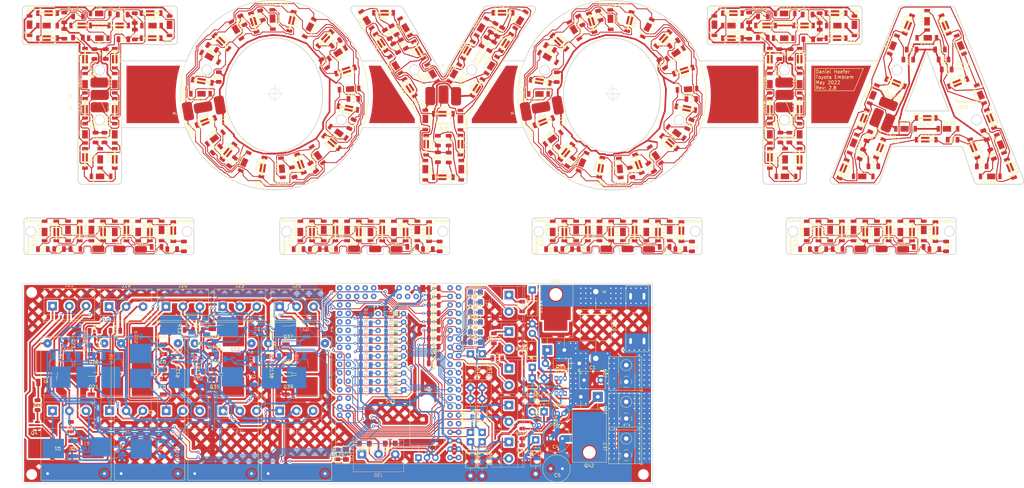
<source format=kicad_pcb>
(kicad_pcb (version 20211014) (generator pcbnew)
  (title_block (title "Toyota Satoshi Emblem Boards") (date "2022-04-28") (rev "v2.8") (comment 1 "Daniel Hoefer") (comment 2 "Daniel Hoefer") (comment 3 "NON_CONFIDENTIAL") (comment 4 "2022-02-16") (comment 5 "[No Variations]"))
  (layers (0 "F.Cu" signal) (31 "B.Cu" signal) (34 "B.Paste" user) (35 "F.Paste" user) (36 "B.SilkS" user "B.Silkscreen") (37 "F.SilkS" user "F.Silkscreen") (38 "B.Mask" user) (39 "F.Mask" user) (44 "Edge.Cuts" user))
  (net 0 "")
  (net 1 "Net-(D1-Pad1)")
  (net 2 "Net-(D1-Pad2)")
  (net 3 "Net-(D2-Pad2)")
  (net 4 "Net-(D3-Pad2)")
  (net 5 "Net-(D10-Pad1)")
  (net 6 "Net-(D4-Pad2)")
  (net 7 "Net-(D5-Pad2)")
  (net 8 "Net-(D7-Pad2)")
  (net 9 "Net-(D8-Pad2)")
  (net 10 "Net-(D6-Pad2)")
  (net 11 "Net-(D10-Pad2)")
  (net 12 "Net-(D11-Pad2)")
  (net 13 "Net-(D12-Pad2)")
  (net 14 "Net-(D13-Pad1)")
  (net 15 "Net-(D13-Pad2)")
  (net 16 "Net-(D14-Pad1)")
  (net 17 "Net-(D19-Pad2)")
  (net 18 "Net-(D15-Pad1)")
  (net 19 "Net-(D17-Pad1)")
  (net 20 "Net-(D23-Pad1)")
  (net 21 "Net-(D19-Pad1)")
  (net 22 "Net-(J1-Pad2)")
  (net 23 "Net-(D15-Pad2)")
  (net 24 "Net-(D17-Pad2)")
  (net 25 "Net-(D21-Pad1)")
  (net 26 "Net-(D21-Pad2)")
  (net 27 "Net-(D23-Pad2)")
  (net 28 "Net-(D25-Pad1)")
  (net 29 "Net-(D25-Pad2)")
  (net 30 "Net-(D26-Pad2)")
  (net 31 "Net-(D27-Pad2)")
  (net 32 "Net-(D28-Pad2)")
  (net 33 "Net-(D29-Pad2)")
  (net 34 "Net-(D30-Pad2)")
  (net 35 "Net-(D31-Pad2)")
  (net 36 "Net-(D32-Pad2)")
  (net 37 "Net-(D33-Pad2)")
  (net 38 "Net-(D34-Pad2)")
  (net 39 "Net-(D35-Pad2)")
  (net 40 "Net-(D36-Pad2)")
  (net 41 "Net-(D37-Pad1)")
  (net 42 "Net-(D37-Pad2)")
  (net 43 "Net-(D38-Pad1)")
  (net 44 "Net-(D39-Pad1)")
  (net 45 "Net-(D39-Pad2)")
  (net 46 "Net-(D41-Pad1)")
  (net 47 "Net-(D41-Pad2)")
  (net 48 "Net-(D43-Pad1)")
  (net 49 "Net-(D43-Pad2)")
  (net 50 "Net-(D45-Pad1)")
  (net 51 "Net-(D45-Pad2)")
  (net 52 "Net-(D47-Pad1)")
  (net 53 "Net-(D47-Pad2)")
  (net 54 "Net-(J2-Pad2)")
  (net 55 "Net-(D49-Pad1)")
  (net 56 "Net-(D49-Pad2)")
  (net 57 "Net-(D50-Pad2)")
  (net 58 "Net-(D51-Pad2)")
  (net 59 "Net-(D52-Pad2)")
  (net 60 "Net-(D53-Pad2)")
  (net 61 "Net-(D54-Pad2)")
  (net 62 "Net-(D55-Pad2)")
  (net 63 "Net-(D56-Pad2)")
  (net 64 "Net-(D57-Pad2)")
  (net 65 "Net-(D58-Pad2)")
  (net 66 "Net-(D59-Pad2)")
  (net 67 "Net-(D60-Pad2)")
  (net 68 "Net-(D61-Pad1)")
  (net 69 "Net-(D61-Pad2)")
  (net 70 "Net-(D62-Pad1)")
  (net 71 "Net-(D63-Pad1)")
  (net 72 "Net-(D63-Pad2)")
  (net 73 "Net-(D65-Pad1)")
  (net 74 "Net-(D65-Pad2)")
  (net 75 "Net-(D67-Pad1)")
  (net 76 "Net-(D67-Pad2)")
  (net 77 "Net-(D69-Pad1)")
  (net 78 "Net-(D69-Pad2)")
  (net 79 "Net-(D71-Pad1)")
  (net 80 "Net-(D71-Pad2)")
  (net 81 "Net-(J3-Pad2)")
  (net 82 "Net-(D73-Pad1)")
  (net 83 "Net-(D73-Pad2)")
  (net 84 "Net-(D74-Pad2)")
  (net 85 "Net-(D75-Pad2)")
  (net 86 "Net-(D76-Pad2)")
  (net 87 "Net-(D77-Pad2)")
  (net 88 "Net-(D78-Pad2)")
  (net 89 "Net-(D79-Pad2)")
  (net 90 "Net-(D80-Pad2)")
  (net 91 "Net-(D81-Pad2)")
  (net 92 "Net-(D82-Pad2)")
  (net 93 "Net-(D83-Pad2)")
  (net 94 "Net-(D84-Pad2)")
  (net 95 "Net-(D85-Pad1)")
  (net 96 "Net-(D85-Pad2)")
  (net 97 "Net-(D86-Pad1)")
  (net 98 "Net-(D87-Pad1)")
  (net 99 "Net-(D87-Pad2)")
  (net 100 "Net-(D89-Pad1)")
  (net 101 "Net-(D89-Pad2)")
  (net 102 "Net-(D91-Pad1)")
  (net 103 "Net-(D91-Pad2)")
  (net 104 "Net-(D93-Pad1)")
  (net 105 "Net-(D93-Pad2)")
  (net 106 "Net-(D95-Pad1)")
  (net 107 "Net-(D95-Pad2)")
  (net 108 "Net-(J4-Pad2)")
  (net 109 "Net-(D101-Pad1)")
  (net 110 "Net-(D97-Pad2)")
  (net 111 "Net-(D98-Pad2)")
  (net 112 "Net-(D100-Pad1)")
  (net 113 "Net-(D100-Pad2)")
  (net 114 "Net-(D101-Pad2)")
  (net 115 "Net-(D102-Pad2)")
  (net 116 "Net-(D103-Pad2)")
  (net 117 "Net-(D104-Pad2)")
  (net 118 "Net-(D105-Pad2)")
  (net 119 "Net-(D106-Pad2)")
  (net 120 "Net-(D107-Pad2)")
  (net 121 "Net-(D108-Pad2)")
  (net 122 "Net-(D109-Pad1)")
  (net 123 "Net-(D109-Pad2)")
  (net 124 "Net-(D110-Pad1)")
  (net 125 "Net-(D111-Pad1)")
  (net 126 "Net-(D111-Pad2)")
  (net 127 "Net-(D113-Pad1)")
  (net 128 "Net-(D113-Pad2)")
  (net 129 "Net-(D115-Pad1)")
  (net 130 "Net-(D115-Pad2)")
  (net 131 "Net-(D117-Pad1)")
  (net 132 "Net-(D117-Pad2)")
  (net 133 "Net-(D119-Pad1)")
  (net 134 "Net-(D119-Pad2)")
  (net 135 "Net-(J5-Pad2)")
  (net 136 "Net-(D121-Pad1)")
  (net 137 "Net-(D121-Pad2)")
  (net 138 "Net-(D122-Pad2)")
  (net 139 "Net-(D123-Pad2)")
  (net 140 "Net-(D124-Pad2)")
  (net 141 "Net-(D125-Pad2)")
  (net 142 "Net-(D126-Pad2)")
  (net 143 "Net-(D127-Pad2)")
  (net 144 "Net-(D128-Pad2)")
  (net 145 "Net-(D129-Pad2)")
  (net 146 "Net-(D130-Pad2)")
  (net 147 "Net-(D131-Pad2)")
  (net 148 "Net-(D132-Pad2)")
  (net 149 "Net-(D133-Pad1)")
  (net 150 "Net-(D133-Pad2)")
  (net 151 "Net-(D134-Pad1)")
  (net 152 "Net-(D135-Pad1)")
  (net 153 "Net-(D135-Pad2)")
  (net 154 "Net-(D137-Pad1)")
  (net 155 "Net-(D137-Pad2)")
  (net 156 "Net-(D139-Pad1)")
  (net 157 "Net-(D139-Pad2)")
  (net 158 "Net-(D141-Pad1)")
  (net 159 "Net-(D141-Pad2)")
  (net 160 "Net-(D143-Pad1)")
  (net 161 "Net-(D143-Pad2)")
  (net 162 "Net-(J6-Pad2)")
  (net 163 "Net-(D145-Pad1)")
  (net 164 "Net-(D145-Pad2)")
  (net 165 "Net-(D146-Pad2)")
  (net 166 "Net-(D147-Pad2)")
  (net 167 "Net-(D148-Pad2)")
  (net 168 "Net-(D149-Pad2)")
  (net 169 "Net-(D150-Pad2)")
  (net 170 "Net-(D151-Pad1)")
  (net 171 "Net-(D151-Pad2)")
  (net 172 "Net-(D152-Pad1)")
  (net 173 "Net-(D153-Pad1)")
  (net 174 "Net-(D153-Pad2)")
  (net 175 "Net-(D155-Pad1)")
  (net 176 "Net-(D155-Pad2)")
  (net 177 "Net-(D157-Pad1)")
  (net 178 "Net-(D157-Pad2)")
  (net 179 "Net-(D158-Pad2)")
  (net 180 "Net-(D159-Pad2)")
  (net 181 "Net-(D160-Pad2)")
  (net 182 "Net-(D161-Pad2)")
  (net 183 "Net-(D162-Pad2)")
  (net 184 "Net-(D163-Pad1)")
  (net 185 "Net-(D163-Pad2)")
  (net 186 "Net-(D164-Pad1)")
  (net 187 "Net-(D165-Pad1)")
  (net 188 "Net-(D165-Pad2)")
  (net 189 "Net-(D167-Pad1)")
  (net 190 "Net-(D167-Pad2)")
  (net 191 "Net-(J7-Pad2)")
  (net 192 "Net-(J8-Pad2)")
  (net 193 "Net-(D169-Pad2)")
  (net 194 "Net-(D170-Pad2)")
  (net 195 "Net-(D171-Pad2)")
  (net 196 "Net-(D172-Pad2)")
  (net 197 "Net-(D173-Pad2)")
  (net 198 "Net-(D174-Pad2)")
  (net 199 "Net-(D175-Pad1)")
  (net 200 "Net-(D175-Pad2)")
  (net 201 "Net-(D177-Pad1)")
  (net 202 "Net-(D177-Pad2)")
  (net 203 "Net-(D179-Pad1)")
  (net 204 "Net-(D179-Pad2)")
  (net 205 "Net-(D169-Pad1)")
  (net 206 "Net-(D176-Pad1)")
  (net 207 "Net-(J9-Pad2)")
  (net 208 "Net-(D181-Pad1)")
  (net 209 "Net-(D181-Pad2)")
  (net 210 "Net-(D182-Pad2)")
  (net 211 "Net-(D183-Pad2)")
  (net 212 "Net-(D184-Pad2)")
  (net 213 "Net-(D185-Pad2)")
  (net 214 "Net-(D186-Pad2)")
  (net 215 "Net-(D187-Pad1)")
  (net 216 "Net-(D187-Pad2)")
  (net 217 "Net-(D188-Pad1)")
  (net 218 "Net-(D189-Pad1)")
  (net 219 "Net-(D189-Pad2)")
  (net 220 "Net-(D191-Pad1)")
  (net 221 "Net-(D191-Pad2)")
  (net 222 "Net-(J10-Pad2)")
  (net 223 "+12V")
  (net 224 "/BUCK_A")
  (net 225 "GND")
  (net 227 "/BUCK_B")
  (net 229 "/BUCK_C")
  (net 231 "/BUCK_D")
  (net 233 "Net-(C1-Pad1)")
  (net 234 "+5V")
  (net 235 "/RX3")
  (net 236 "Net-(D194-Pad1)")
  (net 237 "Net-(D195-Pad1)")
  (net 238 "Net-(D196-Pad1)")
  (net 239 "Net-(D197-Pad1)")
  (net 240 "/TX2")
  (net 241 "/TX1")
  (net 242 "Net-(D200-Pad1)")
  (net 243 "Net-(D200-Pad2)")
  (net 244 "Net-(D201-Pad1)")
  (net 245 "Net-(D202-Pad2)")
  (net 246 "Net-(D203-Pad2)")
  (net 247 "Net-(D204-Pad1)")
  (net 248 "Net-(D205-Pad1)")
  (net 249 "Net-(D206-Pad2)")
  (net 250 "Net-(D207-Pad2)")
  (net 251 "Net-(D208-Pad2)")
  (net 252 "Net-(D209-Pad2)")
  (net 253 "Net-(D210-Pad2)")
  (net 254 "Net-(D211-Pad2)")
  (net 255 "Net-(D212-Pad1)")
  (net 256 "Net-(D212-Pad2)")
  (net 257 "Net-(D213-Pad1)")
  (net 258 "Net-(F1-Pad2)")
  (net 259 "Net-(J11-Pad1)")
  (net 260 "Net-(J11-Pad3)")
  (net 261 "Net-(J12-Pad1)")
  (net 262 "Net-(J12-Pad3)")
  (net 263 "Net-(J13-Pad1)")
  (net 264 "Net-(J13-Pad3)")
  (net 265 "Net-(J14-Pad1)")
  (net 266 "Net-(J14-Pad3)")
  (net 267 "Net-(J15-Pad1)")
  (net 268 "Net-(J15-Pad3)")
  (net 269 "Net-(J16-Pad1)")
  (net 270 "Net-(J16-Pad3)")
  (net 271 "Net-(J19-Pad1)")
  (net 272 "Net-(J19-Pad3)")
  (net 273 "Net-(J20-Pad1)")
  (net 274 "Net-(J20-Pad3)")
  (net 275 "Net-(J21-Pad1)")
  (net 276 "/TX3")
  (net 277 "Net-(J22-Pad1)")
  (net 278 "/RX2")
  (net 279 "Net-(J23-Pad1)")
  (net 280 "Net-(J23-Pad3)")
  (net 281 "Net-(J24-Pad1)")
  (net 282 "/RX1")
  (net 283 "Net-(J25-Pad1)")
  (net 284 "Net-(J25-Pad3)")
  (net 285 "Net-(J26-Pad1)")
  (net 286 "Net-(J26-Pad2)")
  (net 287 "Net-(J27-Pad1)")
  (net 288 "Net-(J27-Pad2)")
  (net 289 "Net-(Q1-Pad1)")
  (net 290 "Net-(Q1-Pad3)")
  (net 291 "Net-(Q2-Pad1)")
  (net 292 "Net-(Q3-Pad1)")
  (net 293 "Net-(Q4-Pad2)")
  (net 294 "Net-(Q5-Pad1)")
  (net 295 "Net-(Q5-Pad3)")
  (net 296 "Net-(Q6-Pad1)")
  (net 297 "Net-(Q7-Pad1)")
  (net 298 "Net-(Q8-Pad2)")
  (net 299 "Net-(Q12-Pad3)")
  (net 300 "Net-(Q10-Pad3)")
  (net 301 "Net-(Q10-Pad1)")
  (net 302 "Net-(Q12-Pad2)")
  (net 303 "Net-(Q13-Pad1)")
  (net 304 "Net-(Q13-Pad3)")
  (net 305 "Net-(Q14-Pad1)")
  (net 306 "Net-(Q15-Pad1)")
  (net 307 "Net-(Q16-Pad2)")
  (net 308 "Net-(Q17-Pad1)")
  (net 309 "Net-(Q17-Pad3)")
  (net 310 "Net-(Q18-Pad1)")
  (net 311 "Net-(Q19-Pad1)")
  (net 312 "Net-(Q20-Pad1)")
  (net 313 "Net-(Q20-Pad3)")
  (net 314 "Net-(Q21-Pad1)")
  (net 315 "Net-(Q22-Pad2)")
  (net 316 "Net-(Q23-Pad1)")
  (net 317 "Net-(Q24-Pad2)")
  (net 318 "Net-(Q25-Pad1)")
  (net 319 "Net-(Q25-Pad3)")
  (net 320 "Net-(Q26-Pad1)")
  (net 321 "Net-(Q27-Pad1)")
  (net 322 "Net-(Q28-Pad1)")
  (net 323 "Net-(Q28-Pad3)")
  (net 324 "Net-(Q29-Pad1)")
  (net 325 "Net-(Q30-Pad2)")
  (net 326 "Net-(Q31-Pad1)")
  (net 327 "Net-(Q32-Pad2)")
  (net 328 "Net-(Q33-Pad1)")
  (net 329 "Net-(Q33-Pad3)")
  (net 330 "Net-(Q34-Pad1)")
  (net 331 "Net-(Q35-Pad1)")
  (net 332 "Net-(Q36-Pad2)")
  (net 333 "Net-(Q37-Pad1)")
  (net 334 "Net-(Q37-Pad3)")
  (net 335 "Net-(Q38-Pad1)")
  (net 336 "Net-(Q39-Pad1)")
  (net 337 "Net-(Q40-Pad2)")
  (net 338 "Net-(Q43-Pad2)")
  (net 339 "Net-(Q44-Pad2)")
  (net 340 "Net-(R151-Pad2)")
  (net 341 "Net-(R153-Pad2)")
  (net 342 "Net-(R155-Pad2)")
  (net 343 "Net-(R157-Pad2)")
  (net 344 "Net-(R159-Pad2)")
  (net 345 "Net-(R161-Pad2)")
  (net 346 "Net-(R163-Pad2)")
  (net 347 "Net-(R165-Pad2)")
  (net 348 "Net-(R167-Pad2)")
  (net 349 "Net-(R169-Pad2)")
  (net 350 "Net-(U1-Pad3V3_1)")
  (net 351 "Net-(J30-Pad2)")
  (net 397 "Net-(U1-PadVIN_1)")
  (net 398 "Net-(Q11-Pad1)")
  (footprint "afootprints:1206 R" (layer "F.Cu") (at 152.98 70.3425 -90)
    (fp_text reference "R35")
    (fp_text value "4.7")
  )
  (footprint "afootprints:1206 R" (layer "F.Cu") (at 299.9425 38.02)
    (fp_text reference "R66")
    (fp_text value "4.7")
  )
  (footprint "afootprints:1206 R" (layer "F.Cu") (at 175 153 -90)
    (fp_text reference "R146")
    (fp_text value "1K")
  )
  (footprint "afootprints:5730 LED W" (layer "F.Cu") (at 67.108179 92.332479 -90)
    (fp_text reference "D150")
    (fp_text value "WLED")
  )
  (footprint "afootprints:1206 R" (layer "F.Cu") (at 189.29 71.757024 55)
    (fp_text reference "R48")
    (fp_text value "4.7")
  )
  (footprint "afootprints:5730 LED A" (layer "F.Cu") (at 188.178351 68.671601 51.3)
    (fp_text reference "D95")
    (fp_text value "ALED")
  )
  (footprint "afootprints:5730 LED A" (layer "F.Cu") (at 161.573505 49.395061 57.5)
    (fp_text reference "D66")
    (fp_text value "ALED")
  )
  (footprint "afootprints:Pad 2" (layer "F.Cu") (at 200.183179 97.682479)
    (fp_text reference "amb-")
    (fp_text value "Pad 2")
  )
  (footprint "afootprints:5730 LED A" (layer "F.Cu") (at 301.5 30.521845 112)
    (fp_text reference "D137")
    (fp_text value "ALED")
  )
  (footprint "afootprints:1206 R" (layer "F.Cu") (at 298.290679 97.762479 180)
    (fp_text reference "R93")
    (fp_text value "4.7")
  )
  (footprint "afootprints:5730 LED W" (layer "F.Cu") (at 143.608743 92.332479 -90)
    (fp_text reference "D162")
    (fp_text value "WLED")
  )
  (footprint "afootprints:5730 LED W" (layer "F.Cu") (at 39.108179 92.332479 -90)
    (fp_text reference "D146")
    (fp_text value "WLED")
  )
  (footprint "afootprints:5730 LED A" (layer "F.Cu") (at 126.108743 92.332479 90)
    (fp_text reference "D166")
    (fp_text value "ALED")
  )
  (footprint "afootprints:1206 R" (layer "F.Cu") (at 50.4 39.35 -90)
    (fp_text reference "R12")
    (fp_text value "4.7")
  )
  (footprint "afootprints:LM2596 Buck Converter" (layer "F.Cu") (at 74 167 180)
    (fp_text reference "A2")
    (fp_text value "LM2596 Buck")
  )
  (footprint "afootprints:5730 LED W" (layer "F.Cu") (at 268.975 30.85 180)
    (fp_text reference "D100")
    (fp_text value "WLED")
  )
  (footprint "afootprints:5730 LED A" (layer "F.Cu") (at 146.25 66.65 -90)
    (fp_text reference "D70")
    (fp_text value "ALED")
  )
  (footprint "afootprints:5730 LED W" (layer "F.Cu") (at 302.35 61.75)
    (fp_text reference "D130")
    (fp_text value "WLED")
  )
  (footprint "afootprints:Pad 1" (layer "F.Cu") (at 284.5 54.275371 -112)
    (fp_text reference "P")
    (fp_text value "Pad 1")
  )
  (footprint "afootprints:5730 LED W" (layer "F.Cu") (at 267.108179 92.332479 -90)
    (fp_text reference "D182")
    (fp_text value "WLED")
  )
  (footprint "afootprints:5730 LED A" (layer "F.Cu") (at 270.608179 92.332479 -90)
    (fp_text reference "D187")
    (fp_text value "ALED")
  )
  (footprint "afootprints:1206 R" (layer "F.Cu") (at 290.5 41 180)
    (fp_text reference "R61")
    (fp_text value "4.7")
  )
  (footprint "afootprints:1206 R" (layer "F.Cu") (at 251.875 39.35 -90)
    (fp_text reference "R53")
    (fp_text value "4.7")
  )
  (footprint "afootprints:1206 R" (layer "F.Cu") (at 260.575 34.9 180)
    (fp_text reference "R54")
    (fp_text value "4.7")
  )
  (footprint "afootprints:5730 LED W" (layer "F.Cu") (at 148.053516 45.044357 120.5)
    (fp_text reference "D51")
    (fp_text value "WLED")
  )
  (footprint "afootprints:5730 LED W" (layer "F.Cu") (at 44.2 63.1 90)
    (fp_text reference "D9")
    (fp_text value "WLED")
  )
  (footprint "afootprints:5730 LED A" (layer "F.Cu") (at 215.608179 92.332479 90)
    (fp_text reference "D180")
    (fp_text value "ALED")
  )
  (footprint "afootprints:5730 LED W" (layer "F.Cu") (at 296 34.5 180)
    (fp_text reference "D131")
    (fp_text value "WLED")
  )
  (footprint "afootprints:5730 LED A" (layer "F.Cu") (at 105.967315 29.561563 -102.9)
    (fp_text reference "D40")
    (fp_text value "ALED")
  )
  (footprint "afootprints:1206 R" (layer "F.Cu") (at 312.4825 72.98 180)
    (fp_text reference "R72")
    (fp_text value "4.7")
  )
  (footprint "afootprints:5730 LED W" (layer "F.Cu") (at 69.5 30.9 -90)
    (fp_text reference "D3")
    (fp_text value "WLED")
  )
  (footprint "afootprints:5730 LED A" (layer "F.Cu") (at 208.608179 92.332479 -90)
    (fp_text reference "D177")
    (fp_text value "ALED")
  )
  (footprint "afootprints:1206 R" (layer "F.Cu") (at 30 144.5 90)
    (fp_text reference "R98")
    (fp_text value "1K")
  )
  (footprint "Diode_THT:D_DO-41_SOD81_P10.16mm_Horizontal" (layer "F.Cu") (at 163 152.66 90)
    (fp_text reference "D195")
    (fp_text value "1N4732A")
  )
  (footprint "afootprints:5730 LED W" (layer "F.Cu") (at 198.108179 92.332479 -90)
    (fp_text reference "D172")
    (fp_text value "WLED")
  )
  (footprint "LED_SMD:LED_1206_3216Metric_Pad1.42x1.75mm_HandSolder" (layer "F.Cu") (at 122.25 159.25 -90)
    (fp_text reference "D212")
    (fp_text value "RED 1206")
  )
  (footprint "afootprints:5730 LED A" (layer "F.Cu") (at 219.009033 65.757243 139.5)
    (fp_text reference "D92")
    (fp_text value "ALED")
  )
  (footprint "afootprints:5730 LED A" (layer "F.Cu") (at 108.646428 72.144847 110.1)
    (fp_text reference "D45")
    (fp_text value "ALED")
  )
  (footprint "afootprints:Pad 1" (layer "F.Cu") (at 155.2 52)
    (fp_text reference "P")
    (fp_text value "Pad 1")
  )
  (footprint "afootprints:Pad 1" (layer "F.Cu") (at 180.59 55.357024 100)
    (fp_text reference "P")
    (fp_text value "Pad 1")
  )
  (footprint "afootprints:5730 LED W" (layer "F.Cu") (at 136.968696 42.596334 122.5)
    (fp_text reference "D49")
    (fp_text value "WLED")
  )
  (footprint "afootprints:1206 R" (layer "F.Cu") (at 246.975 34.4 180)
    (fp_text reference "R59")
    (fp_text value "4.7")
  )
  (footprint "afootprints:1206 R" (layer "F.Cu") (at 59.1 28.6 90)
    (fp_text reference "R2")
    (fp_text value "4.7")
  )
  (footprint "afootprints:5730 LED W" (layer "F.Cu") (at 129.608743 92.332479 90)
    (fp_text reference "D159")
    (fp_text value "WLED")
  )
  (footprint "afootprints:5730 LED W" (layer "F.Cu") (at 78.75 51.25 180)
    (fp_text reference "D25")
    (fp_text value "WLED")
  )
  (footprint "TerminalBlock_Phoenix:TerminalBlock_Phoenix_MKDS-1,5-3-5.08_1x03_P5.08mm_Horizontal" (layer "F.Cu") (at 85.415 115)
    (fp_text reference "J23")
    (fp_text value "Raptor Terminal")
  )
  (footprint "afootprints:5730 LED W" (layer "F.Cu") (at 257.975 63.1 90)
    (fp_text reference "D107")
    (fp_text value "WLED")
  )
  (footprint "TerminalBlock_Phoenix:TerminalBlock_Phoenix_MKDS-1,5-2_1x02_P5.00mm_Horizontal" (layer "F.Cu") (at 206.1 159.5 90)
    (fp_text reference "J17")
    (fp_text value "Power 1")
  )
  (footprint "afootprints:5730 LED W" (layer "F.Cu") (at 182.705493 40.384415 -29.4)
    (fp_text reference "D74")
    (fp_text value "WLED")
  )
  (footprint "afootprints:Pad 1" (layer "F.Cu") (at 75 56.5 10)
    (fp_text reference "P")
    (fp_text value "Pad 1")
  )
  (footprint "afootprints:5730 LED A" (layer "F.Cu") (at 169.25 27)
    (fp_text reference "D67")
    (fp_text value "ALED")
  )
  (footprint "afootprints:5730 LED A" (layer "F.Cu") (at 54.25 30.8 180)
    (fp_text reference "D18")
    (fp_text value "ALED")
  )
  (footprint "afootprints:Pad 1" (layer "F.Cu") (at 253.475 55.3 90)
    (fp_text reference "P" hide)
    (fp_text value "Pad 1")
  )
  (footprint "afootprints:1206 R" (layer "F.Cu") (at 117.808743 97.762479)
    (fp_text reference "R80")
    (fp_text value "4.7")
  )
  (footprint "TerminalBlock_Phoenix:TerminalBlock_Phoenix_MKDS-1,5-2_1x02_P5.00mm_Horizontal" (layer "F.Cu") (at 206.1 148.5 90)
    (fp_text reference "J18")
    (fp_text value "Power 2")
  )
  (footprint "afootprints:5730 LED W" (layer "F.Cu") (at 136.608743 92.332479 90)
    (fp_text reference "D161")
    (fp_text value "WLED")
  )
  (footprint "afootprints:LM2596 Buck Converter" (layer "F.Cu") (at 96 167 180)
    (fp_text reference "A3")
    (fp_text value "LM2596 Buck")
  )
  (footprint "afootprints:5730 LED W" (layer "F.Cu") (at 128.371902 29.102071 122.5)
    (fp_text reference "D50")
    (fp_text value "WLED")
  )
  (footprint "afootprints:1206 R" (layer "F.Cu") (at 119.25 36 -145)
    (fp_text reference "R21")
    (fp_text value "4.7")
  )
  (footprint "afootprints:5730 LED W" (layer "F.Cu") (at 193.04011 71.63341 66)
    (fp_text reference "D83")
    (fp_text value "WLED")
  )
  (footprint "afootprints:Univ_AUTO_Fuse" (layer "F.Cu") (at 212.805 108.695 -90)
    (fp_text reference "F1")
    (fp_text value "10A")
  )
  (footprint "afootprints:5730 LED W" (layer "F.Cu") (at 253.075 34.6 180)
    (fp_text reference "D102")
    (fp_text value "WLED")
  )
  (footprint "Diode_THT:D_DO-41_SOD81_P10.16mm_Horizontal" (layer "F.Cu") (at 163 129.14 -90)
    (fp_text reference "D198")
    (fp_text value "1N47xxA")
  )
  (footprint "afootprints:1206 R" (layer "F.Cu") (at 313.478174 63.655045 112)
    (fp_text reference "R70")
    (fp_text value "4.7")
  )
  (footprint "afootprints:IRLR7843" (layer "F.Cu") (at 61.4 131.5 180)
    (fp_text reference "Q29")
    (fp_text value "IRLR7843")
  )
  (footprint "afootprints:5730 LED A" (layer "F.Cu") (at 115.974528 34.793208 -132.3)
    (fp_text reference "D41")
    (fp_text value "ALED")
  )
  (footprint "afootprints:1206 R" (layer "F.Cu") (at 193.308179 97.762479)
    (fp_text reference "R86")
    (fp_text value "4.7")
  )
  (footprint "LED_SMD:LED_1206_3216Metric_Pad1.42x1.75mm_HandSolder" (layer "F.Cu") (at 160.9875 110.66)
    (fp_text reference "D206")
    (fp_text value "LED")
  )
  (footprint "afootprints:1206 R" (layer "F.Cu") (at 139.4 36.4 -59.5)
    (fp_text reference "R26")
    (fp_text value "4.7")
  )
  (footprint "afootprints:IRLR7843" (layer "F.Cu") (at 61.4 124 180)
    (fp_text reference "Q28")
    (fp_text value "IRLR7843")
  )
  (footprint "afootprints:1206 R" (layer "F.Cu") (at 216.84 42.307024 -55)
    (fp_text reference "R39")
    (fp_text value "4,7")
  )
  (footprint "afootprints:1206 R" (layer "F.Cu") (at 149.77 65.3075 90)
    (fp_text reference "R36")
    (fp_text value "4.7")
  )
  (footprint "afootprints:5730 LED W" (layer "F.Cu") (at 184.227311 64.573027 36.6)
    (fp_text reference "D84")
    (fp_text value "WLED")
  )
  (footprint "afootprints:1206 R" (layer "F.Cu") (at 301.9425 44.02)
    (fp_text reference "R63")
    (fp_text value "4,7")
  )
  (footprint "Diode_THT:D_DO-41_SOD81_P10.16mm_Horizontal" (layer "F.Cu") (at 159.5 129.16 -90)
    (fp_text reference "D193")
    (fp_text value "1N47xxA")
  )
  (footprint "afootprints:5730 LED A" (layer "F.Cu") (at 195.770659 29.973285 -73.5)
    (fp_text reference "D87")
    (fp_text value "ALED")
  )
  (footprint "afootprints:IRLR7843" (layer "F.Cu") (at 30.4 157.5 180)
    (fp_text reference "Q1")
    (fp_text value "IRLR7843")
  )
  (footprint "afootprints:5730 LED A" (layer "F.Cu") (at 64 27.1)
    (fp_text reference "D16")
    (fp_text value "ALED")
  )
  (footprint "Diode_THT:D_DO-41_SOD81_P10.16mm_Horizontal" (layer "F.Cu") (at 192.08 132 180)
    (fp_text reference "D202")
    (fp_text value "1N4739A")
  )
  (footprint "afootprints:1206 R" (layer "F.Cu") (at 115.75 42.25 -55)
    (fp_text reference "R15")
    (fp_text value "4,7")
  )
  (footprint "afootprints:Pad 2" (layer "F.Cu") (at 60.908179 97.837959)
    (fp_text reference "wht-")
    (fp_text value "Pad 2")
  )
  (footprint "afootprints:Pad 1" (layer "F.Cu") (at 147.5 51.95)
    (fp_text reference "P")
    (fp_text value "Pad 1")
  )
  (footprint "afootprints:5730 LED A" (layer "F.Cu") (at 63.608179 92.332479 90)
    (fp_text reference "D156")
    (fp_text value "ALED")
  )
  (footprint "afootprints:5730 LED W" (layer "F.Cu") (at 260.108179 92.332479 90)
    (fp_text reference "D181")
    (fp_text value "WLED")
  )
  (footprint "afootprints:1206 R" (layer "F.Cu") (at 148.5 124.5)
    (fp_text reference "R127")
    (fp_text value "10K")
  )
  (footprint "afootprints:1206 R" (layer "F.Cu") (at 55.5 27.5 180)
    (fp_text reference "R3")
    (fp_text value "4,7")
  )
  (footprint "afootprints:1206 R" (layer "F.Cu") (at 242.875 28.4 90)
    (fp_text reference "R57")
    (fp_text value "4.7")
  )
  (footprint "afootprints:5730 LED A" (layer "F.Cu") (at 305.392474 47.932371 22)
    (fp_text reference "D138")
    (fp_text value "ALED")
  )
  (footprint "afootprints:1206 R" (layer "F.Cu") (at 188.465679 97.742479 180)
    (fp_text reference "R88")
    (fp_text value "4.7")
  )
  (footprint "afootprints:5730 LED W" (layer "F.Cu") (at 285.996853 36.582529 68)
    (fp_text reference "D122")
    (fp_text value "WLED")
  )
  (footprint "afootprints:5730 LED A" (layer "F.Cu") (at 217.064528 34.850232 -132.3)
    (fp_text reference "D89")
    (fp_text value "ALED")
  )
  (footprint "Diode_THT:D_DO-41_SOD81_P10.16mm_Horizontal" (layer "F.Cu") (at 178 133.16 90)
    (fp_text reference "D200")
    (fp_text value "1N4007")
  )
  (footprint "afootprints:IRLR7843" (layer "F.Cu") (at 88.6 124)
    (fp_text reference "Q33")
    (fp_text value "IRLR7843")
  )
  (footprint "afootprints:5730 LED A" (layer "F.Cu") (at 53.1 40.6 90)
    (fp_text reference "D23")
    (fp_text value "ALED")
  )
  (footprint "afootprints:5730 LED A" (layer "F.Cu") (at 181.445643 59.606002 21.9)
    (fp_text reference "D96")
    (fp_text value "ALED")
  )
  (footprint "afootprints:1206 R" (layer "F.Cu") (at 73.808179 96.982479 90)
    (fp_text reference "R78")
    (fp_text value "4.7")
  )
  (footprint "afootprints:5730 LED A" (layer "F.Cu") (at 156.5 66.65 -90)
    (fp_text reference "D71")
    (fp_text value "ALED")
  )
  (footprint "afootprints:5730 LED A" (layer "F.Cu") (at 180.39 47.557024 -9.7)
    (fp_text reference "D85")
    (fp_text value "ALED")
  )
  (footprint "afootprints:1206 R" (layer "F.Cu") (at 88.2 71.7 55)
    (fp_text reference "R24")
    (fp_text value "4.7")
  )
  (footprint "afootprints:5730 LED A" (layer "F.Cu") (at 132.670299 35.849202 122.5)
    (fp_text reference "D61")
    (fp_text value "ALED")
  )
  (footprint "afootprints:1206 R" (layer "F.Cu") (at 47 122.25)
    (fp_text reference "R117")
    (fp_text value "1K")
  )
  (footprint "afootprints:Pad 1" (layer "F.Cu") (at 185.62 54.707024 10)
    (fp_text reference "P")
    (fp_text value "Pad 1")
  )
  (footprint "afootprints:1206 R" (layer "F.Cu") (at 100 122 180)
    (fp_text reference "R137")
    (fp_text value "10K")
  )
  (footprint "afootprints:Pad 1" (layer "F.Cu") (at 79.5 55.3 100)
    (fp_text reference "P")
    (fp_text value "Pad 1")
  )
  (footprint "afootprints:5730 LED A" (layer "F.Cu") (at 85.02169 35.76594 -44.1)
    (fp_text reference "D38")
    (fp_text value "ALED")
  )
  (footprint "afootprints:5730 LED A" (layer "F.Cu") (at 49.608179 92.332479 90)
    (fp_text reference "D154")
    (fp_text value "ALED")
  )
  (footprint "afootprints:5730 LED W" (layer "F.Cu") (at 280.003147 51.417471 68)
    (fp_text reference "D121")
    (fp_text value "WLED")
  )
  (footprint "afootprints:5730 LED A" (layer "F.Cu") (at 310.067629 67.642474 -68)
    (fp_text reference "D143")
    (fp_text value "ALED")
  )
  (footprint "afootprints:5730 LED W" (layer "F.Cu") (at 53.108179 92.332479 90)
    (fp_text reference "D147")
    (fp_text value "WLED")
  )
  (footprint "afootprints:1206 R" (layer "F.Cu") (at 78 134.5)
    (fp_text reference "R130")
    (fp_text value "1K")
  )
  (footprint "afootprints:5730 LED W" (layer "F.Cu") (at 184.108179 92.332479 90)
    (fp_text reference "D169")
    (fp_text value "WLED")
  )
  (footprint "afootprints:5730 LED W" (layer "F.Cu") (at 113.698377 69.52057 124.8)
    (fp_text reference "D33")
    (fp_text value "WLED")
  )
  (footprint "Diode_THT:D_DO-41_SOD81_P10.16mm_Horizontal" (layer "F.Cu") (at 178 110 -90)
    (fp_text reference "D199")
    (fp_text value "1N47xxA")
  )
  (footprint "afootprints:1206 R" (layer "F.Cu") (at 50 64.35 -90)
    (fp_text reference "R10")
    (fp_text value "4.7")
  )
  (footprint "afootprints:5730 LED W" (layer "F.Cu") (at 277 76)
    (fp_text reference "D124")
    (fp_text value "WLED")
  )
  (footprint "Capacitor_THT:C_Disc_D7.5mm_W5.0mm_P5.00mm" (layer "F.Cu") (at 193.5 137)
    (fp_text reference "C1")
    (fp_text value "0.1uF 50V")
  )
  (footprint "afootprints:5730 LED A" (layer "F.Cu") (at 117.919033 65.700219 139.5)
    (fp_text reference "D44")
    (fp_text value "ALED")
  )
  (footprint "afootprints:Pad 2" (layer "F.Cu") (at 212.908179 97.837959)
    (fp_text reference "wht-")
    (fp_text value "Pad 2")
  )
  (footprint "Package_TO_SOT_THT:TO-92_Inline" (layer "F.Cu") (at 185.23 136.5)
    (fp_text reference "Q44")
    (fp_text value "BC337")
  )
  (footprint "afootprints:5730 LED W" (layer "F.Cu") (at 212.108179 92.332479 90)
    (fp_text reference "D173")
    (fp_text value "WLED")
  )
  (footprint "afootprints:IRLR7843" (layer "F.Cu") (at 52.375 139.025)
    (fp_text reference "Q21")
    (fp_text value "IRLR7843")
  )
  (footprint "afootprints:LM2596 Buck Converter" (layer "F.Cu") (at 52 167 180)
    (fp_text reference "A1")
    (fp_text value "LM2596 Buck")
  )
  (footprint "LED_SMD:LED_1206_3216Metric_Pad1.42x1.75mm_HandSolder" (layer "F.Cu") (at 127.75 156 180)
    (fp_text reference "D213")
    (fp_text value "RED 1206")
  )
  (footprint "afootprints:1206 R" (layer "F.Cu") (at 280 73)
    (fp_text reference "R71")
    (fp_text value "4.7")
  )
  (footprint "afootprints:5730 LED A" (layer "F.Cu") (at 295.85 58.5 180)
    (fp_text reference "D142")
    (fp_text value "ALED")
  )
  (footprint "afootprints:5730 LED W" (layer "F.Cu") (at 289.65 61.75)
    (fp_text reference "D129")
    (fp_text value "WLED")
  )
  (footprint "afootprints:5730 LED A" (layer "F.Cu") (at 290.5 30.521845 68)
    (fp_text reference "D133")
    (fp_text value "ALED")
  )
  (footprint "afootprints:1206 R" (layer "F.Cu") (at 198.09 27.807024 105)
    (fp_text reference "R38")
    (fp_text value "4.7")
  )
  (footprint "afootprints:Pad 1" (layer "F.Cu") (at 176.09 56.557024 10)
    (fp_text reference "P")
    (fp_text value "Pad 1")
  )
  (footprint "Package_TO_SOT_SMD:SOT-23" (layer "F.Cu") (at 100 130.5)
    (fp_text reference "Q40")
    (fp_text value "2N3904")
  )
  (footprint "afootprints:5730 LED A" (layer "F.Cu") (at 97.404315 73.20754 80.7)
    (fp_text reference "D46")
    (fp_text value "ALED")
  )
  (footprint "afootprints:5730 LED W" (layer "F.Cu") (at 312.058188 51.394886 112)
    (fp_text reference "D125")
    (fp_text value "WLED")
  )
  (footprint "afootprints:5730 LED A" (layer "F.Cu") (at 194.608179 92.332479 -90)
    (fp_text reference "D175")
    (fp_text value "ALED")
  )
  (footprint "afootprints:1206 R" (layer "F.Cu") (at 222.290679 97.762479 180)
    (fp_text reference "R87")
    (fp_text value "4.7")
  )
  (footprint "afootprints:1206 R" (layer "F.Cu") (at 59.1 33.5 -90)
    (fp_text reference "R8")
    (fp_text value "4.7")
  )
  (footprint "afootprints:1206 R" (layer "F.Cu") (at 175 158 90)
    (fp_text reference "R144")
    (fp_text value "1K")
  )
  (footprint "afootprints:5730 LED W" (layer "F.Cu") (at 220.75042 39.188805 -147)
    (fp_text reference "D78")
    (fp_text value "WLED")
  )
  (footprint "afootprints:1206 R" (layer "F.Cu") (at 264.465679 97.742479 180)
    (fp_text reference "R94")
    (fp_text value "4.7")
  )
  (footprint "afootprints:5730 LED W" (layer "F.Cu") (at 219.108179 92.332479 -90)
    (fp_text reference "D174")
    (fp_text value "WLED")
  )
  (footprint "afootprints:5730 LED A" (layer "F.Cu") (at 249.075 55.6 90)
    (fp_text reference "D118")
    (fp_text value "ALED")
  )
  (footprint "afootprints:1206 R" (layer "F.Cu") (at 124.5 52.75 180)
    (fp_text reference "R22")
    (fp_text value "4.7")
  )
  (footprint "afootprints:1206 R" (layer "F.Cu") (at 175 127.5 -90)
    (fp_text reference "R148")
    (fp_text value "10K")
  )
  (footprint "afootprints:1206 R" (layer "F.Cu") (at 255.275 39.35 -90)
    (fp_text reference "R60")
    (fp_text value "4.7")
  )
  (footprint "afootprints:1206 R" (layer "F.Cu") (at 148.5 114.5)
    (fp_text reference "R108")
    (fp_text value "10K")
  )
  (footprint "afootprints:Pad 1" (layer "F.Cu") (at 253.45 47.9 90)
    (fp_text reference "wht-")
    (fp_text value "Pad 1")
  )
  (footprint "MountingHole:MountingHole_2.2mm_M2" (layer "F.Cu") (at 28.25 165.25)
    (fp_text reference "REF**" hide)
    (fp_text value "MountingHole_2.2mm_M2")
  )
  (footprint "Package_TO_SOT_SMD:SOT-23" (layer "F.Cu") (at 29 150.5 180)
    (fp_text reference "Q4")
    (fp_text value "2N3904")
  )
  (footprint "afootprints:IRLR7843" (layer "F.Cu") (at 110.6 131.5)
    (fp_text reference "Q38")
    (fp_text value "IRLR7843")
  )
  (footprint "afootprints:5730 LED W" (layer "F.Cu") (at 27.6 30.85 -90)
    (fp_text reference "D1")
    (fp_text value "WLED")
  )
  (footprint "afootprints:5730 LED A" (layer "F.Cu") (at 198.494315 73.264564 80.7)
    (fp_text reference "D94")
    (fp_text value "ALED")
  )
  (footprint "afootprints:1206 R" (layer "F.Cu") (at 134.685108 33.446949 120.5)
    (fp_text reference "R32")
    (fp_text value "4.7")
  )
  (footprint "afootprints:1206 R" (layer "F.Cu") (at 293.608179 97.082479 180)
    (fp_text reference "R95")
    (fp_text value "4.7")
  )
  (footprint "afootprints:Pad 2" (layer "F.Cu") (at 124.683743 97.682479)
    (fp_text reference "amb-")
    (fp_text value "Pad 2")
  )
  (footprint "afootprints:5730 LED A" (layer "F.Cu") (at 237.875 34.6)
    (fp_text reference "D109")
    (fp_text value "ALED")
  )
  (footprint "afootprints:5730 LED W" (layer "F.Cu") (at 44.2 48.1 90)
    (fp_text reference "D10")
    (fp_text value "WLED")
  )
  (footprint "afootprints:1206 R" (layer "F.Cu") (at 136.685108 32.246949 120.5)
    (fp_text reference "R25")
    (fp_text value "4.7")
  )
  (footprint "afootprints:5730 LED A" (layer "F.Cu") (at 64 34.6 180)
    (fp_text reference "D15")
    (fp_text value "ALED")
  )
  (footprint "afootprints:5730 LED A" (layer "F.Cu") (at 249.075 70.6 -90)
    (fp_text reference "D116")
    (fp_text value "ALED")
  )
  (footprint "afootprints:5730 LED W" (layer "F.Cu") (at 165.871902 42.647929 57.5)
    (fp_text reference "D53")
    (fp_text value "WLED")
  )
  (footprint "afootprints:1206 R" (layer "F.Cu") (at 225.808179 96.982479 90)
    (fp_text reference "R90")
    (fp_text value "4.7")
  )
  (footprint "afootprints:1206 R" (layer "F.Cu") (at 166.5 124.5 90)
    (fp_text reference "R142")
    (fp_text value "1K")
  )
  (footprint "afootprints:5730 LED A" (layer "F.Cu") (at 133.108743 92.332479 -90)
    (fp_text reference "D165")
    (fp_text value "ALED")
  )
  (footprint "afootprints:5730 LED W" (layer "F.Cu") (at 253.625 70.6 90)
    (fp_text reference "D104")
    (fp_text value "WLED")
  )
  (footprint "afootprints:1206 R" (layer "F.Cu") (at 148.5 119.5)
    (fp_text reference "R120")
    (fp_text value "10K")
  )
  (footprint "afootprints:1206 R" (layer "F.Cu") (at 163.550643 35.632749 -120.5)
    (fp_text reference "R34")
    (fp_text value "4.7")
  )
  (footprint "afootprints:5730 LED A" (layer "F.Cu") (at 147.108743 92.532479 -90)
    (fp_text reference "D167")
    (fp_text value "ALED")
  )
  (footprint "afootprints:5730 LED A" (layer "F.Cu") (at 80.355643 59.548978 21.9)
    (fp_text reference "D48")
    (fp_text value "ALED")
  )
  (footprint "afootprints:Pad 2" (layer "F.Cu") (at 137.408743 97.837959)
    (fp_text reference "wht-")
    (fp_text value "Pad 2")
  )
  (footprint "afootprints:1206 R" (layer "F.Cu") (at 315.521826 69.344955 -68)
    (fp_text reference "R64")
    (fp_text value "4.7")
  )
  (footprint "afootprints:5730 LED W" (layer "F.Cu") (at 232.475 30.85 -90)
    (fp_text reference "D97")
    (fp_text value "WLED")
  )
  (footprint "afootprints:5730 LED A" (layer "F.Cu") (at 277.608179 92.332479 90)
    (fp_text reference "D190")
    (fp_text value "ALED")
  )
  (footprint "afootprints:1206 R" (layer "F.Cu") (at 72 134.5 180)
    (fp_text reference "R125")
    (fp_text value "1K")
  )
  (footprint "afootprints:1206 R" (layer "F.Cu") (at 97 27.75 105)
    (fp_text reference "R14")
    (fp_text value "4.7")
  )
  (footprint "LED_SMD:LED_1206_3216Metric_Pad1.42x1.75mm_HandSolder" (layer "F.Cu") (at 160.9875 125.66)
    (fp_text reference "D211")
    (fp_text value "LED")
  )
  (footprint "TerminalBlock_Phoenix:TerminalBlock_Phoenix_MKDS-1,5-3_1x03_P5.00mm_Horizontal" (layer "F.Cu") (at 34.5 114.805)
    (fp_text reference "J11")
    (fp_text value "Letter Terminal")
  )
  (footprint "afootprints:5730 LED A" (layer "F.Cu") (at 151.4 57.25)
    (fp_text reference "D72")
    (fp_text value "ALED")
  )
  (footprint "afootprints:5730 LED W" (layer "F.Cu") (at 201.391111 29.068003 -88.2)
    (fp_text reference "D76")
    (fp_text value "WLED")
  )
  (footprint "afootprints:1206 R" (layer "F.Cu") (at 142.108743 97.082479 180)
    (fp_text reference "R83")
    (fp_text value "4.7")
  )
  (footprint "afootprints:5730 LED W" (layer "F.Cu") (at 315 76 180)
    (fp_text reference "D128")
    (fp_text value "WLED")
  )
  (footprint "afootprints:5730 LED A" (layer "F.Cu") (at 151.4 76.25)
    (fp_text reference "D69")
    (fp_text value "ALED")
  )
  (footprint "afootprints:5730 LED A" (layer "F.Cu") (at 122.124717 44.263668 -161.7)
    (fp_text reference "D42")
    (fp_text value "ALED")
  )
  (footprint "afootprints:5730 LED W" (layer "F.Cu") (at 154.696484 45.044357 59.5)
    (fp_text reference "D55")
    (fp_text value "WLED")
  )
  (footprint "Diode_THT:D_DO-41_SOD81_P10.16mm_Horizontal" (layer "F.Cu") (at 163 155.5 -90)
    (fp_text reference "D196")
    (fp_text value "1N4732A")
  )
  (footprint "afootprints:1206 R" (layer "F.Cu") (at 83.5 68 40)
    (fp_text reference "R18")
    (fp_text value "4.7")
  )
  (footprint "afootprints:5730 LED W" (layer "F.Cu") (at 32.108179 92.332479 90)
    (fp_text reference "D145")
    (fp_text value "WLED")
  )
  (footprint "afootprints:1206 R" (layer "F.Cu") (at 65.608179 97.082479 180)
    (fp_text reference "R77")
    (fp_text value "4.7")
  )
  (footprint "afootprints:5730 LED W" (layer "F.Cu") (at 48.2 34.6 180)
    (fp_text reference "D6")
    (fp_text value "WLED")
  )
  (footprint "afootprints:1206 R" (layer "F.Cu") (at 108.108743 97.762479 180)
    (fp_text reference "R79")
    (fp_text value "4.7")
  )
  (footprint "afootprints:5730 LED W" (layer "F.Cu") (at 220.99 62.857024 144.2)
    (fp_text reference "D80")
    (fp_text value "WLED")
  )
  (footprint "afootprints:5730 LED A" (layer "F.Cu") (at 291.608179 92.332479 90)
    (fp_text reference "D192")
    (fp_text value "ALED")
  )
  (footprint "afootprints:5730 LED A" (layer "F.Cu") (at 70.608179 92.532479 -90)
    (fp_text reference "D155")
    (fp_text value "ALED")
  )
  (footprint "afootprints:5730 LED W" (layer "F.Cu") (at 253.875 76)
    (fp_text reference "D103")
    (fp_text value "WLED")
  )
  (footprint "LED_SMD:LED_1206_3216Metric_Pad1.42x1.75mm_HandSolder" (layer "F.Cu") (at 160.9875 113.66)
    (fp_text reference "D207")
    (fp_text value "LED")
  )
  (footprint "afootprints:IRLR7843" (layer "F.Cu") (at 88.6 131.5)
    (fp_text reference "Q34")
    (fp_text value "IRLR7843")
  )
  (footprint "afootprints:5730 LED A" (layer "F.Cu") (at 295.85 65)
    (fp_text reference "D144")
    (fp_text value "ALED")
  )
  (footprint "afootprints:5730 LED A" (layer "F.Cu") (at 259.125 30.8 180)
    (fp_text reference "D114")
    (fp_text value "ALED")
  )
  (footprint "afootprints:5730 LED W" (layer "F.Cu") (at 237.875 30.85)
    (fp_text reference "D98")
    (fp_text value "WLED")
  )
  (footprint "afootprints:5730 LED A" (layer "F.Cu") (at 257.975 55.6 90)
    (fp_text reference "D120")
    (fp_text value "ALED")
  )
  (footprint "afootprints:5730 LED W" (layer "F.Cu") (at 156.5 59.15 -90)
    (fp_text reference "D59")
    (fp_text value "WLED")
  )
  (footprint "afootprints:5730 LED A" (layer "F.Cu") (at 42.608179 92.332479 -90)
    (fp_text reference "D151")
    (fp_text value "ALED")
  )
  (footprint "afootprints:Pad 2" (layer "F.Cu") (at 54.498179 97.717959)
    (fp_text reference "7V+")
    (fp_text value "Pad 2")
  )
  (footprint "afootprints:5730 LED A" (layer "F.Cu") (at 94.680659 29.916261 -73.5)
    (fp_text reference "D39")
    (fp_text value "ALED")
  )
  (footprint "afootprints:1206 R" (layer "F.Cu") (at 148.5 122)
    (fp_text reference "R126")
    (fp_text value "10K")
  )
  (footprint "afootprints:5730 LED W" (layer "F.Cu") (at 64.1 30.85 180)
    (fp_text reference "D4")
    (fp_text value "WLED")
  )
  (footprint "afootprints:5730 LED W" (layer "F.Cu") (at 146 74.15 -90)
    (fp_text reference "D58")
    (fp_text value "WLED")
  )
  (footprint "afootprints:5730 LED W" (layer "F.Cu") (at 60.108179 92.332479 90)
    (fp_text reference "D149")
    (fp_text value "WLED")
  )
  (footprint "afootprints:IRLR7843" (layer "F.Cu") (at 40.725 131.6 -90)
    (fp_text reference "Q23")
    (fp_text value "IRLR7843")
  )
  (footprint "afootprints:5730 LED W" (layer "F.Cu") (at 53.1 63.1 90)
    (fp_text reference "D11")
    (fp_text value "WLED")
  )
  (footprint "afootprints:1206 R" (layer "F.Cu") (at 112.5 73.25 125)
    (fp_text reference "R23")
    (fp_text value "4.7")
  )
  (footprint "afootprints:5730 LED A" (layer "F.Cu") (at 56.608179 92.332479 -90)
    (fp_text reference "D153")
    (fp_text value "ALED")
  )
  (footprint "afootprints:1206 R" (layer "F.Cu") (at 53.25 122.25)
    (fp_text reference "R115")
    (fp_text value "10K")
  )
  (footprint "Capacitor_THT:C_Radial_D4.0mm_H7.0mm_P1.50mm" (layer "F.Cu") (at 178.5 150.5)
    (fp_text reference "C3")
    (fp_text value "10uF")
  )
  (footprint "afootprints:5730 LED A" (layer "F.Cu") (at 187.608179 92.332479 90)
    (fp_text reference "D176")
    (fp_text value "ALED")
  )
  (footprint "TerminalBlock_Phoenix:TerminalBlock_Phoenix_MKDS-1,5-3-5.08_1x03_P5.08mm_Horizontal" (layer "F.Cu") (at 51.415 115)
    (fp_text reference "J19")
    (fp_text value "Raptor Terminal")
  )
  (footprint "afootprints:1206 R" (layer "F.Cu") (at 252.2 64.35 -90)
    (fp_text reference "R52")
    (fp_text value "4.7")
  )
  (footprint "afootprints:5730 LED W" (layer "F.Cu") (at 119.66042 39.131781 -147)
    (fp_text reference "D30")
    (fp_text value "WLED")
  )
  (footprint "afootprints:1206 R" (layer "F.Cu") (at 38 28.4 90)
    (fp_text reference "R9")
    (fp_text value "4.7")
  )
  (footprint "Diode_THT:D_DO-41_SOD81_P10.16mm_Horizontal" (layer "F.Cu") (at 178 136.34 -90)
    (fp_text reference "D203")
    (fp_text value "1N4007")
  )
  (footprint "afootprints:5730 LED W" (layer "F.Cu") (at 115.608743 92.332479 -90)
    (fp_text reference "D158")
    (fp_text value "WLED")
  )
  (footprint "afootprints:5730 LED W" (layer "F.Cu") (at 288.108179 92.332479 90)
    (fp_text reference "D185")
    (fp_text value "WLED")
  )
  (footprint "afootprints:5730 LED W" (layer "F.Cu") (at 205.108179 92.332479 90)
    (fp_text reference "D171")
    (fp_text value "WLED")
  )
  (footprint "afootprints:1206 R" (layer "F.Cu") (at 276.441086 69.329971 -112)
    (fp_text reference "R62")
    (fp_text value "4.7")
  )
  (footprint "afootprints:1206 R" (layer "F.Cu") (at 301.808179 96.982479 90)
    (fp_text reference "R96")
    (fp_text value "4.7")
  )
  (footprint "afootprints:5730 LED W" (layer "F.Cu") (at 174.468696 29.153666 57.5)
    (fp_text reference "D54")
    (fp_text value "WLED")
  )
  (footprint "afootprints:5730 LED A" (layer "F.Cu") (at 79.3 47.5 -9.7)
    (fp_text reference "D37")
    (fp_text value "ALED")
  )
  (footprint "afootprints:Pad 1" (layer "F.Cu") (at 253.475 51.6 90)
    (fp_text reference "P" hide)
    (fp_text value "Pad 1")
  )
  (footprint "afootprints:IRLR7843" (layer "F.Cu") (at 110.6 124)
    (fp_text reference "Q37")
    (fp_text value "IRLR7843")
  )
  (footprint "LED_SMD:LED_1206_3216Metric_Pad1.42x1.75mm_HandSolder" (layer "F.Cu") (at 160.9875 122.66)
    (fp_text reference "D210")
    (fp_text value "LED")
  )
  (footprint "afootprints:5730 LED A" (layer "F.Cu") (at 222.608179 92.532479 -90)
    (fp_text reference "D179")
    (fp_text value "ALED")
  )
  (footprint "afootprints:1206 R" (layer "F.Cu") (at 91.25 29.25 -65)
    (fp_text reference "R20")
    (fp_text value "4.7")
  )
  (footprint "Package_TO_SOT_SMD:SOT-23" (layer "F.Cu") (at 46.25 125.75 -90)
    (fp_text reference "Q24")
    (fp_text value "2N3904")
  )
  (footprint "afootprints:1206 R" (layer "F.Cu") (at 184.59 68.057024 40)
    (fp_text reference "R42")
    (fp_text value "4.7")
  )
  (footprint "afootprints:5730 LED A" (layer "F.Cu") (at 112.108743 92.332479 90)
    (fp_text reference "D164")
    (fp_text value "ALED")
  )
  (footprint "Package_TO_SOT_THT:TO-92_Inline" (layer "F.Cu") (at 187.77 141 180)
    (fp_text reference "Q43")
    (fp_text value "BC327")
  )
  (footprint "afootprints:5730 LED A" (layer "F.Cu") (at 53.1 70.6 90)
    (fp_text reference "D19")
    (fp_text value "ALED")
  )
  (footprint "afootprints:Pad 1" (layer "F.Cu") (at 281 58.4 -22)
    (fp_text reference "P")
    (fp_text value "Pad 1")
  )
  (footprint "afootprints:5730 LED W" (layer "F.Cu") (at 139.932902 31.25829 120.5)
    (fp_text reference "D52")
    (fp_text value "WLED")
  )
  (footprint "afootprints:5730 LED A" (layer "F.Cu") (at 249.075 40.6 90)
    (fp_text reference "D117")
    (fp_text value "ALED")
  )
  (footprint "afootprints:5730 LED W" (layer "F.Cu") (at 204.18391 73.458278 95.4)
    (fp_text reference "D82")
    (fp_text value "WLED")
  )
  (footprint "afootprints:1206 R" (layer "F.Cu") (at 55.7 34.9 180)
    (fp_text reference "R6")
    (fp_text value "4.7")
  )
  (footprint "afootprints:1206 R" (layer "F.Cu") (at 260.375 27.5 180)
    (fp_text reference "R51")
    (fp_text value "4,7")
  )
  (footprint "afootprints:5730 LED W" (layer "F.Cu") (at 122.608743 92.332479 -90)
    (fp_text reference "D160")
    (fp_text value "WLED")
  )
  (footprint "afootprints:1206 R" (layer "F.Cu") (at 148.5 127)
    (fp_text reference "R128")
    (fp_text value "10K")
  )
  (footprint "afootprints:IRLR7843" (layer "F.Cu") (at 88.6 139)
    (fp_text reference "Q35")
    (fp_text value "IRLR7843")
  )
  (footprint "afootprints:5730 LED A" (layer "F.Cu") (at 44.2 40.6 90)
    (fp_text reference "D21")
    (fp_text value "ALED")
  )
  (footprint "afootprints:Pad 1" (layer "F.Cu") (at 284.4 60 -22)
    (fp_text reference "P")
    (fp_text value "Pad 1")
  )
  (footprint "afootprints:5730 LED A" (layer "F.Cu") (at 33 34.6)
    (fp_text reference "D13")
    (fp_text value "ALED")
  )
  (footprint "afootprints:5730 LED W" (layer "F.Cu") (at 146 59.09 -90)
    (fp_text reference "D57")
    (fp_text value "WLED")
  )
  (footprint "Capacitor_THT:C_Radial_D8.0mm_H11.5mm_P3.50mm" (layer "F.Cu") (at 187 154.5 180)
    (fp_text reference "C4")
    (fp_text value "470uF")
  )
  (footprint "afootprints:5730 LED A" (layer "F.Cu") (at 140.108743 92.332479 90)
    (fp_text reference "D168")
    (fp_text value "ALED")
  )
  (footprint "afootprints:5730 LED A" (layer "F.Cu") (at 170.170299 35.900797 57.5)
    (fp_text reference "D65")
    (fp_text value "ALED")
  )
  (footprint "afootprints:1206 R" (layer "F.Cu") (at 148.5 117)
    (fp_text reference "R104")
    (fp_text value "10K")
  )
  (footprint "afootprints:5730 LED W" (layer "F.Cu") (at 306.064482 36.559944 112)
    (fp_text reference "D126")
    (fp_text value "WLED")
  )
  (footprint "afootprints:5730 LED W" (layer "F.Cu") (at 257.975 48.1 90)
    (fp_text reference "D108")
    (fp_text value "WLED")
  )
  (footprint "afootprints:1206 R" (layer "F.Cu") (at 70.290679 97.762479 180)
    (fp_text reference "R75")
    (fp_text value "4.7")
  )
  (footprint "afootprints:1206 R" (layer "F.Cu") (at 166.25 31.5 59.5)
    (fp_text reference "R28")
    (fp_text value "4.7")
  )
  (footprint "Capacitor_THT:C_Radial_D8.0mm_H11.5mm_P3.50mm" (layer "F.Cu") (at 187 163.5 180)
    (fp_text reference "C5")
    (fp_text value "470uF")
  )
  (footprint "afootprints:1206 R" (layer "F.Cu") (at 40 151 90)
    (fp_text reference "R97")
    (fp_text value "10K")
  )
  (footprint "afootprints:1206 R" (layer "F.Cu") (at 269.308179 97.762479)
    (fp_text reference "R92")
    (fp_text value "4.7")
  )
  (footprint "afootprints:5730 LED W" (layer "F.Cu") (at 281.108179 92.332479 90)
    (fp_text reference "D183")
    (fp_text value "WLED")
  )
  (footprint "afootprints:1206 R" (layer "F.Cu") (at 42.1 28.1)
    (fp_text reference "R1")
    (fp_text value "4.7")
  )
  (footprint "afootprints:1206 R" (layer "F.Cu") (at 153.02 65.3075 90)
    (fp_text reference "R30")
    (fp_text value "4.7")
  )
  (footprint "afootprints:5730 LED A" (layer "F.Cu") (at 143.993209 38.151323 120.5)
    (fp_text reference "D64")
    (fp_text value "ALED")
  )
  (footprint "afootprints:IRLR7843" (layer "F.Cu") (at 32.5 131.4 90)
    (fp_text reference "Q2")
    (fp_text value "IRLR7843")
  )
  (footprint "afootprints:1206 R" (layer "F.Cu") (at 146.791243 97.762479 180)
    (fp_text reference "R81")
    (fp_text value "4.7")
  )
  (footprint "afootprints:Pad 1" (layer "F.Cu") (at 48.6 51.6 90)
    (fp_text reference "P")
    (fp_text value "Pad 1")
  )
  (footprint "Package_TO_SOT_SMD:SOT-23" (layer "F.Cu") (at 72 130.5)
    (fp_text reference "Q32")
    (fp_text value "2N3904")
  )
  (footprint "afootprints:1206 R" (layer "F.Cu") (at 148.5 112)
    (fp_text reference "R112")
    (fp_text value "10K")
  )
  (footprint "afootprints:1206 R" (layer "F.Cu") (at 291.5 38 180)
    (fp_text reference "R67")
    (fp_text value "4.7")
  )
  (footprint "afootprints:5730 LED W" (layer "F.Cu") (at 81.615493 40.327391 -29.4)
    (fp_text reference "D26")
    (fp_text value "WLED")
  )
  (footprint "afootprints:IRLR7843" (layer "F.Cu") (at 52.4 131.525)
    (fp_text reference "Q20")
    (fp_text value "IRLR7843")
  )
  (footprint "MountingHole:MountingHole_2.2mm_M2" (layer "F.Cu") (at 28.25 110.75)
    (fp_text reference "REF**" hide)
    (fp_text value "MountingHole_2.2mm_M2")
  )
  (footprint "afootprints:5730 LED A" (layer "F.Cu") (at 257.975 70.6 90)
    (fp_text reference "D115")
    (fp_text value "ALED")
  )
  (footprint "afootprints:5730 LED W" (layer "F.Cu") (at 46.108179 92.332479 -90)
    (fp_text reference "D148")
    (fp_text value "WLED")
  )
  (footprint "afootprints:5730 LED A" (layer "F.Cu") (at 321.048746 73.647299 -68)
    (fp_text reference "D139")
    (fp_text value "ALED")
  )
  (footprint "afootprints:5730 LED W" (layer "F.Cu") (at 156.75 74.15 -90)
    (fp_text reference "D60")
    (fp_text value "WLED")
  )
  (footprint "afootprints:5730 LED W" (layer "F.Cu") (at 249.075 63.1 90)
    (fp_text reference "D105")
    (fp_text value "WLED")
  )
  (footprint "afootprints:Pad 2" (layer "F.Cu") (at 288.908179 97.837959)
    (fp_text reference "wht-")
    (fp_text value "Pad 2")
  )
  (footprint "afootprints:Pad 1" (layer "F.Cu") (at 151.43 51.47)
    (fp_text reference "P")
    (fp_text value "Pad 1")
  )
  (footprint "LED_SMD:LED_1206_3216Metric_Pad1.42x1.75mm_HandSolder" (layer "F.Cu") (at 135.5 156 180)
    (fp_text reference "D214")
    (fp_text value "RED 1206")
  )
  (footprint "afootprints:5730 LED W" (layer "F.Cu") (at 33 30.85)
    (fp_text reference "D2")
    (fp_text value "WLED")
  )
  (footprint "afootprints:5730 LED A" (layer "F.Cu") (at 237.875 27.1 180)
    (fp_text reference "D110")
    (fp_text value "ALED")
  )
  (footprint "afootprints:1206 R" (layer "F.Cu") (at 36.465679 97.742479 180)
    (fp_text reference "R76")
    (fp_text value "4.7")
  )
  (footprint "afootprints:Pad 2" (layer "F.Cu") (at 276.183179 97.682479)
    (fp_text reference "amb-")
    (fp_text value "Pad 2")
  )
  (footprint "afootprints:1206 R" (layer "F.Cu") (at 119.75 159.25 90)
    (fp_text reference "R124")
    (fp_text value "50")
  )
  (footprint "afootprints:5730 LED W" (layer "F.Cu") (at 83.137311 64.516003 36.6)
    (fp_text reference "D36")
    (fp_text value "WLED")
  )
  (footprint "afootprints:5730 LED A" (layer "F.Cu") (at 53.1 55.6 90)
    (fp_text reference "D24")
    (fp_text value "ALED")
  )
  (footprint "afootprints:1206 R" (layer "F.Cu") (at 207.59 74.807024 105)
    (fp_text reference "R41")
    (fp_text value "4.7")
  )
  (footprint "Button_Switch_THT:SW_DIP_SPSTx10_Slide_9.78x27.58mm_W7.62mm_P2.54mm" (layer "F.Cu") (at 139.5 139.945 180)
    (fp_text reference "SW1")
    (fp_text value "SW_DIP_x10")
  )
  (footprint "LED_SMD:LED_1206_3216Metric_Pad1.42x1.75mm_HandSolder" (layer "F.Cu") (at 160.9875 119.66)
    (fp_text reference "D209")
    (fp_text value "LED")
  )
  (footprint "afootprints:5730 LED A" (layer "F.Cu") (at 44.2 55.6 90)
    (fp_text reference "D22")
    (fp_text value "ALED")
  )
  (footprint "afootprints:1206 R" (layer "F.Cu") (at 217.608179 97.082479 180)
    (fp_text reference "R89")
    (fp_text value "4.7")
  )
  (footprint "afootprints:5730 LED W" (layer "F.Cu") (at 48.75 27.2)
    (fp_text reference "D5")
    (fp_text value "WLED")
  )
  (footprint "Diode_THT:D_DO-41_SOD81_P10.16mm_Horizontal" (layer "F.Cu") (at 181.5 146.5 90)
    (fp_text reference "D205")
    (fp_text value "1N4738A")
  )
  (footprint "afootprints:1206 R" (layer "F.Cu") (at 72.5 122)
    (fp_text reference "R123")
    (fp_text value "10K")
  )
  (footprint "afootprints:5730 LED A" (layer "F.Cu") (at 263.608179 92.332479 90)
    (fp_text reference "D188")
    (fp_text value "ALED")
  )
  (footprint "afootprints:5730 LED W" (layer "F.Cu") (at 274.375 30.9 -90)
    (fp_text reference "D99")
    (fp_text value "WLED")
  )
  (footprint "Package_TO_SOT_SMD:SOT-23" (layer "F.Cu") (at 78 130.5)
    (fp_text reference "Q36")
    (fp_text value "2N3904")
  )
  (footprint "afootprints:1206 R" (layer "F.Cu") (at 47.325 64.35 -90)
    (fp_text reference "R4")
    (fp_text value "4.7")
  )
  (footprint "afootprints:Pad 1" (layer "F.Cu") (at 84.53 54.65 10)
    (fp_text reference "P")
    (fp_text value "Pad 1")
  )
  (footprint "afootprints:5730 LED A" (layer "F.Cu") (at 257.975 40.6 90)
    (fp_text reference "D119")
    (fp_text value "ALED")
  )
  (footprint "afootprints:IRLR7843" (layer "F.Cu") (at 110.6 139)
    (fp_text reference "Q39")
    (fp_text value "IRLR7843")
  )
  (footprint "TerminalBlock_Phoenix:TerminalBlock_Phoenix_MKDS-1,5-3-5.08_1x03_P5.08mm_Horizontal" (layer "F.Cu") (at 102.42 115)
    (fp_text reference "J25")
    (fp_text value "Raptor Terminal")
  )
  (footprint "afootprints:1206 R" (layer "F.Cu") (at 106.5 74.75 105)
    (fp_text reference "R17")
    (fp_text value "4.7")
  )
  (footprint "afootprints:5730 LED A" (layer "F.Cu") (at 207.057315 29.618587 -102.9)
    (fp_text reference "D88")
    (fp_text value "ALED")
  )
  (footprint "afootprints:5730 LED W" (layer "F.Cu") (at 253.625 27.2)
    (fp_text reference "D101")
    (fp_text value "WLED")
  )
  (footprint "afootprints:1206 R" (layer "F.Cu") (at 42.1 34.4 180)
    (fp_text reference "R11")
    (fp_text value "4.7")
  )
  (footprint "afootprints:1206 R" (layer "F.Cu") (at 112.966243 97.742479 180)
    (fp_text reference "R82")
    (fp_text value "4.7")
  )
  (footprint "afootprints:5730 LED W" (layer "F.Cu") (at 48.75 70.6 90)
    (fp_text reference "D8")
    (fp_text value "WLED")
  )
  (footprint "afootprints:5730 LED A" (layer "F.Cu") (at 315.05504 58.812357 -68)
    (fp_text reference "D140")
    (fp_text value "ALED")
  )
  (footprint "afootprints:5730 LED W" (layer "F.Cu") (at 249.075 48.1 90)
    (fp_text reference "D106")
    (fp_text value "WLED")
  )
  (footprint "afootprints:1206 R" (layer "F.Cu") (at 38 33.3 -90)
    (fp_text reference "R7")
    (fp_text value "4.7")
  )
  (footprint "afootprints:Pad 2" (layer "F.Cu") (at 130.998743 97.717959)
    (fp_text reference "7V+")
    (fp_text value "Pad 2")
  )
  (footprint "afootprints:1206 R" (layer "F.Cu") (at 84.2 46.2 -90)
    (fp_text reference "R19")
    (fp_text value "4.7")
  )
  (footprint "afootprints:1206 R" (layer "F.Cu") (at 303.75 65 180)
    (fp_text reference "R65")
    (fp_text value "4.7")
  )
  (footprint "afootprints:1206 R" (layer "F.Cu") (at 123.9 60.3 -115)
    (fp_text reference "R16")
    (fp_text value "4.7")
  )
  (footprint "afootprints:1206 R" (layer "F.Cu") (at 220.34 36.057024 -145)
    (fp_text reference "R45")
    (fp_text value "4.7")
  )
  (footprint "afootprints:1206 R" (layer "F.Cu") (at 137.114892 37.553051 -59.5)
    (fp_text reference "R31")
    (fp_text value "4.7")
  )
  (footprint "afootprints:Pad 2" (layer "F.Cu") (at 282.498179 97.717959)
    (fp_text reference "7V+")
    (fp_text value "Pad 2")
  )
  (footprint "afootprints:5730 LED A" (layer "F.Cu") (at 223.923762 55.590638 168.9)
    (fp_text reference "D91")
    (fp_text value "ALED")
  )
  (footprint "afootprints:5730 LED W" (layer "F.Cu") (at 111.308337 31.53197 -117.6)
    (fp_text reference "D29")
    (fp_text value "WLED")
  )
  (footprint "afootprints:5730 LED A" (layer "F.Cu") (at 133.5 27 180)
    (fp_text reference "D63")
    (fp_text value "ALED")
  )
  (footprint "afootprints:1206 R" (layer "F.Cu") (at 148.5 109.5)
    (fp_text reference "R119")
    (fp_text value "10K")
  )
  (footprint "afootprints:5730 LED W" (layer "F.Cu") (at 190.563899 32.275169 -58.8)
    (fp_text reference "D75")
    (fp_text value "WLED")
  )
  (footprint "afootprints:5730 LED A" (layer "F.Cu") (at 158.756791 38.151324 59.5)
    (fp_text reference "D68")
    (fp_text value "ALED")
  )
  (footprint "afootprints:5730 LED W" (layer "F.Cu") (at 318.051893 66.229828 112)
    (fp_text reference "D127")
    (fp_text value "WLED")
  )
  (footprint "afootprints:5730 LED A" (layer "F.Cu") (at 42.9 30.8 180)
    (fp_text reference "D17")
    (fp_text value "ALED")
  )
  (footprint "afootprints:1206 R" (layer "F.Cu") (at 192.34 29.307024 -65)
    (fp_text reference "R44")
    (fp_text value "4.7")
  )
  (footprint "afootprints:1206 R" (layer "F.Cu") (at 167.5 130.5)
    (fp_text reference "R139")
    (fp_text value "1K")
  )
  (footprint "afootprints:5730 LED W" (layer "F.Cu") (at 49 76)
    (fp_text reference "D7")
    (fp_text value "WLED")
  )
  (footprint "afootprints:1206 R" (layer "F.Cu") (at 224.99 60.357024 -115)
    (fp_text reference "R40")
    (fp_text value "4.7")
  )
  (footprint "Diode_THT:D_DO-41_SOD81_P10.16mm_Horizontal" (layer "F.Cu") (at 159.5 155.5 -90)
    (fp_text reference "D197")
    (fp_text value "1N4732A")
  )
  (footprint "afootprints:1206 R" (layer "F.Cu") (at 246.975 28.1)
    (fp_text reference "R49")
    (fp_text value "4.7")
  )
  (footprint "afootprints:5730 LED W" (layer "F.Cu") (at 100.301111 29.010979 -88.2)
    (fp_text reference "D28")
    (fp_text value "WLED")
  )
  (footprint "MountingHole:MountingHole_2.2mm_M2" (layer "F.Cu") (at 211.25 165.25)
    (fp_text reference "REF**" hide)
    (fp_text value "MountingHole_2.2mm_M2")
  )
  (footprint "afootprints:5730 LED A" (layer "F.Cu") (at 119.108743 92.332479 -90)
    (fp_text reference "D163")
    (fp_text value "ALED")
  )
  (footprint "afootprints:1206 R" (layer "F.Cu") (at 150.308743 96.982479 90)
    (fp_text reference "R84")
    (fp_text value "4.7")
  )
  (footprint "afootprints:5730 LED W" (layer "F.Cu") (at 295.108179 92.332479 -90)
    (fp_text reference "D186")
    (fp_text value "WLED")
  )
  (footprint "afootprints:1206 R" (layer "F.Cu") (at 168.25 32.75 59.5)
    (fp_text reference "R27")
    (fp_text value "4,7")
  )
  (footprint "afootprints:5730 LED A" (layer "F.Cu") (at 87.088351 68.614577 51.3)
    (fp_text reference "D47")
    (fp_text value "ALED")
  )
  (footprint "afootprints:1206 R" (layer "F.Cu") (at 278.558914 64 68)
    (fp_text reference "R68")
    (fp_text value "4.7")
  )
  (footprint "afootprints:IRLR7843" (layer "F.Cu") (at 61.4 139 180)
    (fp_text reference "Q31")
    (fp_text value "IRLR7843")
  )
  (footprint "afootprints:5730 LED A" (layer "F.Cu") (at 33 27.1 180)
    (fp_text reference "D14")
    (fp_text value "ALED")
  )
  (footprint "LED_SMD:LED_1206_3216Metric_Pad1.42x1.75mm_HandSolder" (layer "F.Cu") (at 160.9875 116.66)
    (fp_text reference "D208")
    (fp_text value "LED")
  )
  (footprint "afootprints:5730 LED A" (layer "F.Cu") (at 209.736428 72.201871 110.1)
    (fp_text reference "D93")
    (fp_text value "ALED")
  )
  (footprint "afootprints:5730 LED W" (layer "F.Cu") (at 89.473899 32.218145 -58.8)
    (fp_text reference "D27")
    (fp_text value "WLED")
  )
  (footprint "afootprints:1206 R" (layer "F.Cu") (at 242.875 33.3 -90)
    (fp_text reference "R55")
    (fp_text value "4.7")
  )
  (footprint "afootprints:1206 R" (layer "F.Cu") (at 263.975 33.5 -90)
    (fp_text reference "R56")
    (fp_text value "4.7")
  )
  (footprint "afootprints:1206 R" (layer "F.Cu") (at 175.02 114.9825 90)
    (fp_text reference "R143")
    (fp_text value "1K")
  )
  (footprint "afootprints:Pad 2" (layer "F.Cu") (at 206.498179 97.717959)
    (fp_text reference "7V+")
    (fp_text value "Pad 2")
  )
  (footprint "afootprints:5730 LED W" (layer "F.Cu") (at 103.09391 73.401254 95.4)
    (fp_text reference "D34")
    (fp_text value "WLED")
  )
  (footprint "afootprints:5730 LED W" (layer "F.Cu") (at 274.009442 66.252412 -112)
    (fp_text reference "D123")
    (fp_text value "WLED")
  )
  (footprint "afootprints:1206 R" (layer "F.Cu") (at 183.608179 97.762479 180)
    (fp_text reference "R85")
    (fp_text value " 4.7")
  )
  (footprint "afootprints:5730 LED W" (layer "F.Cu") (at 214.788377 69.577594 124.8)
    (fp_text reference "D81")
    (fp_text value "WLED")
  )
  (footprint "afootprints:1206 R" (layer "F.Cu") (at 148.5 129.5)
    (fp_text reference "R131")
    (fp_text value "10K")
  )
  (footprint "afootprints:5730 LED W" (layer "F.Cu") (at 123.206095 49.852911 -176.4)
    (fp_text reference "D31")
    (fp_text value "WLED")
  )
  (footprint "afootprints:5730 LED A" (layer "F.Cu") (at 223.214717 44.320692 -161.7)
    (fp_text reference "D90")
    (fp_text value "ALED")
  )
  (footprint "Diode_THT:D_DO-41_SOD81_P10.16mm_Horizontal" (layer "F.Cu") (at 179 154.92 -90)
    (fp_text reference "D204")
    (fp_text value "1N4746A")
  )
  (footprint "afootprints:1206 R" (layer "F.Cu") (at 41.308179 97.762479)
    (fp_text reference "R74")
    (fp_text value "4.7")
  )
  (footprint "afootprints:5730 LED W" (layer "F.Cu") (at 274.108179 92.332479 -90)
    (fp_text reference "D184")
    (fp_text value "WLED")
  )
  (footprint "afootprints:1206 R" (layer "F.Cu") (at 254.875 64.35 -90)
    (fp_text reference "R58")
    (fp_text value "4.7")
  )
  (footprint "afootprints:IRF4905" (layer "F.Cu") (at 197.6 142 180)
    (fp_text reference "Q42")
    (fp_text value "IRF4905")
  )
  (footprint "afootprints:1206 R" (layer "F.Cu") (at 301 41.02)
    (fp_text reference "R69")
    (fp_text value "4.7")
  )
  (footprint "afootprints:5730 LED A" (layer "F.Cu") (at 270.956398 73.808961 -112)
    (fp_text reference "D135")
    (fp_text value "ALED")
  )
  (footprint "afootprints:1206 R" (layer "F.Cu") (at 213.59 73.307024 125)
    (fp_text reference "R47")
    (fp_text value "4.7")
  )
  (footprint "afootprints:5730 LED W" (layer "F.Cu") (at 296.1 29.25 90)
    (fp_text reference "D132")
    (fp_text value "WLED")
  )
  (footprint "TerminalBlock_Phoenix:TerminalBlock_Phoenix_MKDS-1,5-2_1x02_P5.00mm_Horizontal" (layer "F.Cu") (at 206.1 137.5 90)
    (fp_text reference "J29")
    (fp_text value "Power In")
  )
  (footprint "afootprints:5730 LED A" (layer "F.Cu") (at 286.651845 47.932371 158)
    (fp_text reference "D134")
    (fp_text value "ALED")
  )
  (footprint "afootprints:5730 LED A" (layer "F.Cu") (at 284.608179 92.332479 -90)
    (fp_text reference "D189")
    (fp_text value "ALED")
  )
  (footprint "Capacitor_THT:C_Radial_D5.0mm_H11.0mm_P2.00mm" (layer "F.Cu") (at 187.5 147 180)
    (fp_text reference "C2")
    (fp_text value "47uF 50V")
  )
  (footprint "afootprints:MODULE_MEGA_PRO_EMBED_CH340G___ATMEGA2560" (layer "F.Cu") (at 138.175 135 90)
    (fp_text reference "U1")
    (fp_text value "MEGA_PRO_EMBED_CH340G_{slash}_ATMEGA2560")
  )
  (footprint "afootprints:1206 R" (layer "F.Cu") (at 259.608179 97.762479 180)
    (fp_text reference "R91")
    (fp_text value "4.7")
  )
  (footprint "afootprints:5730 LED W" (layer "F.Cu") (at 91.95011 71.576386 66)
    (fp_text reference "D35")
    (fp_text value "WLED")
  )
  (footprint "afootprints:1206 R" (layer "F.Cu") (at 183.29 37.457024 -30)
    (fp_text reference "R37")
    (fp_text value "4.7")
  )
  (footprint "afootprints:5730 LED A" (layer "F.Cu") (at 247.775 30.8 180)
    (fp_text reference "D113")
    (fp_text value "ALED")
  )
  (footprint "afootprints:1206 R" (layer "F.Cu") (at 225.59 52.807024 180)
    (fp_text reference "R46")
    (fp_text value "4.7")
  )
  (footprint "afootprints:5730 LED A" (layer "F.Cu") (at 201.608179 92.332479 90)
    (fp_text reference "D178")
    (fp_text value "ALED")
  )
  (footprint "afootprints:5730 LED A" (layer "F.Cu") (at 298.608179 92.532479 -90)
    (fp_text reference "D191")
    (fp_text value "ALED")
  )
  (footprint "afootprints:1206 R" (layer "F.Cu") (at 165.850643 37.032749 -120.5)
    (fp_text reference "R33")
    (fp_text value "4.7")
  )
  (footprint "afootprints:5730 LED A" (layer "F.Cu") (at 44.2 70.6 -90)
    (fp_text reference "D20")
    (fp_text value "ALED")
  )
  (footprint "afootprints:5730 LED W" (layer "F.Cu") (at 108.608743 92.332479 90)
    (fp_text reference "D157")
    (fp_text value "WLED")
  )
  (footprint "afootprints:5730 LED A" (layer "F.Cu") (at 268.875 34.6 180)
    (fp_text reference "D111")
    (fp_text value "ALED")
  )
  (footprint "afootprints:1206 R" (layer "F.Cu") (at 263.975 28.6 90)
    (fp_text reference "R50")
    (fp_text value "4.7")
  )
  (footprint "afootprints:5730 LED W" (layer "F.Cu") (at 191.108179 92.332479 -90)
    (fp_text reference "D170")
    (fp_text value "WLED")
  )
  (footprint "afootprints:5730 LED A" (layer "F.Cu") (at 141.267093 49.343466 122.5)
    (fp_text reference "D62")
    (fp_text value "ALED")
  )
  (footprint "afootprints:1206 R" (layer "F.Cu") (at 100 134.5)
    (fp_text reference "R138")
    (fp_text value "1K")
  )
  (footprint "Diode_THT:D_P600_R-6_P20.00mm_Horizontal" (layer "F.Cu") (at 197 110.5 -90)
    (fp_text reference "D201")
    (fp_text value "5KP16A")
  )
  (footprint "afootprints:1206 R" (layer "F.Cu") (at 47 39.35 -90)
    (fp_text reference "R5")
    (fp_text value "4.7")
  )
  (footprint "afootprints:Pad 1" (layer "F.Cu") (at 48.6 55.3 90)
    (fp_text reference "P")
    (fp_text value "Pad 1")
  )
  (footprint "afootprints:1206 R" (layer "F.Cu") (at 82.2 37.4 -30)
    (fp_text reference "R13")
    (fp_text value "4.7")
  )
  (footprint "afootprints:Pad 1" (layer "F.Cu") (at 48.575 47.9 90)
    (fp_text reference "wht")
    (fp_text value "Pad 1")
  )
  (footprint "afootprints:5730 LED W" (layer "F.Cu") (at 162.817098 31.258291 59.5)
    (fp_text reference "D56")
    (fp_text value "WLED")
  )
  (footprint "afootprints:5730 LED W" (layer "F.Cu") (at 119.9 62.8 144.2)
    (fp_text reference "D32")
    (fp_text value "WLED")
  )
  (footprint "afootprints:5730 LED A" (layer "F.Cu") (at 186.11169 35.822964 -44.1)
    (fp_text reference "D86")
    (fp_text value "ALED")
  )
  (footprint "afootprints:1206 R" (layer "F.Cu") (at 148.5 132)
    (fp_text reference "R100")
    (fp_text value "10K")
  )
  (footprint "afootprints:5730 LED W" (layer "F.Cu") (at 224.296095 49.909935 -176.4)
    (fp_text reference "D79")
    (fp_text value "WLED")
  )
  (footprint "afootprints:1206 R" (layer "F.Cu") (at 31.608179 97.762479 180)
    (fp_text reference "R73")
    (fp_text value "4.7")
  )
  (footprint "afootprints:L7805" (layer "F.Cu") (at 143.96 160.23)
    (fp_text reference "U2")
    (fp_text value "L7805")
  )
  (footprint "afootprints:5730 LED A" (layer "F.Cu") (at 268.875 27.1)
    (fp_text reference "D112")
    (fp_text value "ALED")
  )
  (footprint "afootprints:5730 LED W" (layer "F.Cu") (at 53.1 48.1 90)
    (fp_text reference "D12")
    (fp_text value "WLED")
  )
  (footprint "afootprints:5730 LED A" (layer "F.Cu") (at 277.006295 58.834941 -112)
    (fp_text reference "D136")
    (fp_text value "ALED")
  )
  (footprint "afootprints:5730 LED A" (layer "F.Cu") (at 281.932371 67.642474 -112)
    (fp_text reference "D141")
    (fp_text value "ALED")
  )
  (footprint "afootprints:Pad 2" (layer "F.Cu") (at 48.183179 97.682479)
    (fp_text reference "amb-")
    (fp_text value "Pad 2")
  )
  (footprint "afootprints:5730 LED W" (layer "F.Cu") (at 179.84 51.307024 180)
    (fp_text reference "D73")
    (fp_text value "WLED")
  )
  (footprint "afootprints:5730 LED A" (layer "F.Cu") (at 35.608179 92.332479 90)
    (fp_text reference "D152")
    (fp_text value "ALED")
  )
  (footprint "afootprints:IRLR7843" (layer "F.Cu") (at 46.6 157.5)
    (fp_text reference "Q3")
    (fp_text value "IRLR7843")
  )
  (footprint "afootprints:1206 R" (layer "F.Cu") (at 78 122 180)
    (fp_text reference "R129")
    (fp_text value "10K")
  )
  (footprint "Diode_THT:D_DO-41_SOD81_P10.16mm_Horizontal" (layer "F.Cu") (at 159.5 152.66 90)
    (fp_text reference "D194")
    (fp_text value "1N4732A")
  )
  (footprint "afootprints:1206 R" (layer "F.Cu") (at 149.75 70.25 -90)
    (fp_text reference "R29")
    (fp_text value "4.7")
  )
  (footprint "afootprints:IRF4905" (layer "F.Cu") (at 182.5 128)
    (fp_text reference "Q41")
    (fp_text value "IRF4905")
  )
  (footprint "afootprints:LM2596 Buck Converter" (layer "F.Cu") (at 118 167 180)
    (fp_text reference "A4")
    (fp_text value "LM2596 Buck")
  )
  (footprint "afootprints:5730 LED A" (layer "F.Cu") (at 122.833762 55.533614 168.9)
    (fp_text reference "D43")
    (fp_text value "ALED")
  )
  (footprint "afootprints:1206 R" (layer "F.Cu") (at 185.29 46.257024 -90)
    (fp_text reference "R43")
    (fp_text value "4.7")
  )
  (footprint "TerminalBlock_Phoenix:TerminalBlock_Phoenix_MKDS-1,5-3-5.08_1x03_P5.08mm_Horizontal" (layer "F.Cu") (at 68.415 115)
    (fp_text reference "J20")
    (fp_text value "Raptor Terminal")
  )
  (footprint "afootprints:5730 LED W" (layer "F.Cu") (at 212.398337 31.588994 -117.6)
    (fp_text reference "D77")
    (fp_text value "WLED")
  )
  (footprint "afootprints:IRLR7843" (layer "B.Cu") (at 48.975 157 180)
    (fp_text reference "Q7")
    (fp_text value "IRLR7843")
  )
  (footprint "afootprints:1206 R" (layer "B.Cu") (at 135.675 140)
    (fp_text reference "R150")
    (fp_text value "10K")
  )
  (footprint "afootprints:1206 R" (layer "B.Cu") (at 135.675 122.5)
    (fp_text reference "R164")
    (fp_text value "10K")
  )
  (footprint "afootprints:1206 R" (layer "B.Cu") (at 160.9825 110.68 180)
    (fp_text reference "R99")
    (fp_text value "1K")
  )
  (footprint "afootprints:1206 R" (layer "B.Cu") (at 44.0175 123.98)
    (fp_text reference "R109")
    (fp_text value "10K")
  )
  (footprint "Package_TO_SOT_SMD:SOT-23" (layer "B.Cu") (at 71.5 130.5 180)
    (fp_text reference "Q12")
    (fp_text value "2N3904")
  )
  (footprint "afootprints:1206 R" (layer "B.Cu") (at 135.6175 132.48)
    (fp_text reference "R156")
    (fp_text value "10K")
  )
  (footprint "afootprints:IRLR7843" (layer "B.Cu") (at 60.9 129 180)
    (fp_text reference "Q11")
    (fp_text value "IRLR7843")
  )
  (footprint "TerminalBlock_Phoenix:TerminalBlock_Phoenix_MKDS-1,5-2_1x02_P5.00mm_Horizontal" (layer "B.Cu") (at 171 122.5 -90)
    (fp_text reference "J22")
    (fp_text value "Serial 2")
  )
  (footprint "afootprints:1206 R" (layer "B.Cu") (at 179.5 159 90)
    (fp_text reference "R145")
    (fp_text value "1K")
  )
  (footprint "afootprints:1206 R" (layer "B.Cu") (at 128.175 127.5)
    (fp_text reference "R161")
    (fp_text value "1K")
  )
  (footprint "TerminalBlock_Phoenix:TerminalBlock_Phoenix_MKDS-1,5-3_1x03_P5.00mm_Horizontal" (layer "B.Cu") (at 102.45 146.2)
    (fp_text reference "J16")
    (fp_text value "Letter Terminal")
  )
  (footprint "afootprints:1206 R" (layer "B.Cu") (at 83 127 -90)
    (fp_text reference "R121")
    (fp_text value "10K")
  )
  (footprint "afootprints:IRLR7843" (layer "B.Cu") (at 100 136.35 -90)
    (fp_text reference "Q19")
    (fp_text value "IRLR7843")
  )
  (footprint "Package_TO_SOT_SMD:SOT-23" (layer "B.Cu") (at 89.25 130.25 180)
    (fp_text reference "Q22")
    (fp_text value "2N3904")
  )
  (footprint "TerminalBlock_Phoenix:TerminalBlock_Phoenix_MKDS-1,5-3_1x03_P5.00mm_Horizontal" (layer "B.Cu") (at 68.5 146.195)
    (fp_text reference "J13")
    (fp_text value "Letter Terminal")
  )
  (footprint "afootprints:1206 R" (layer "B.Cu") (at 128.175 125)
    (fp_text reference "R163")
    (fp_text value "1K")
  )
  (footprint "afootprints:IRLR7843" (layer "B.Cu") (at 34.7 157.5 180)
    (fp_text reference "Q5")
    (fp_text value "IRLR7843")
  )
  (footprint "TerminalBlock_Phoenix:TerminalBlock_Phoenix_MKDS-1,5-2_1x02_P5.00mm_Horizontal" (layer "B.Cu") (at 171 144.5 -90)
    (fp_text reference "J27")
    (fp_text value "Misc. Sig.")
  )
  (footprint "afootprints:1206 R" (layer "B.Cu") (at 71.8 159 180)
    (fp_text reference "R102")
    (fp_text value "1K")
  )
  (footprint "afootprints:1206 R" (layer "B.Cu") (at 96.75 121.75 90)
    (fp_text reference "R122")
    (fp_text value "1K")
  )
  (footprint "afootprints:1206 R" (layer "B.Cu") (at 94 130.5)
    (fp_text reference "R114")
    (fp_text value "1K")
  )
  (footprint "afootprints:1206 R" (layer "B.Cu") (at 160.9825 116.68 180)
    (fp_text reference "R107")
    (fp_text value "1K")
  )
  (footprint "afootprints:1206 R" (layer "B.Cu") (at 161.5 148)
    (fp_text reference "R132")
    (fp_text value "1K")
  )
  (footprint "afootprints:1206 R" (layer "B.Cu") (at 161.5 159)
    (fp_text reference "R135")
    (fp_text value "1K")
  )
  (footprint "afootprints:1206 R" (layer "B.Cu") (at 135.675 127.5)
    (fp_text reference "R160")
    (fp_text value "10K")
  )
  (footprint "TerminalBlock_Phoenix:TerminalBlock_Phoenix_MKDS-1,5-2_1x02_P5.00mm_Horizontal" (layer "B.Cu") (at 171 111.5 -90)
    (fp_text reference "J24")
    (fp_text value "Serial 1")
  )
  (footprint "afootprints:1206 R" (layer "B.Cu") (at 178 141.42 90)
    (fp_text reference "R149")
    (fp_text value "10K")
  )
  (footprint "afootprints:IRLR7843" (layer "B.Cu") (at 60.9 136.5 180)
    (fp_text reference "Q9")
    (fp_text value "IRLR7843")
  )
  (footprint "TerminalBlock_Phoenix:TerminalBlock_Phoenix_MKDS-1,5-3_1x03_P5.00mm_Horizontal" (layer "B.Cu") (at 85.5 146.2)
    (fp_text reference "J15")
    (fp_text value "Letter Terminal")
  )
  (footprint "afootprints:1206 R" (layer "B.Cu") (at 135.675 125)
    (fp_text reference "R162")
    (fp_text value "10K")
  )
  (footprint "afootprints:1206 R" (layer "B.Cu") (at 135.675 130)
    (fp_text reference "R158")
    (fp_text value "10K")
  )
  (footprint "afootprints:1206 R" (layer "B.Cu") (at 135.675 137.5)
    (fp_text reference "R152")
    (fp_text value "10K")
  )
  (footprint "afootprints:1206 R" (layer "B.Cu") (at 160.9825 122.68 180)
    (fp_text reference "R116")
    (fp_text value "1K")
  )
  (footprint "afootprints:IRLR7843" (layer "B.Cu") (at 51.975 136.175 -90)
    (fp_text reference "Q14")
    (fp_text value "IRLR7843")
  )
  (footprint "afootprints:1206 R" (layer "B.Cu") (at 59.5 124 180)
    (fp_text reference "R105")
    (fp_text value "10K")
  )
  (footprint "afootprints:1206 R" (layer "B.Cu") (at 77 131.5)
    (fp_text reference "R106")
    (fp_text value "1K")
  )
  (footprint "afootprints:1206 R" (layer "B.Cu") (at 135.675 135)
    (fp_text reference "R154")
    (fp_text value "10K")
  )
  (footprint "afootprints:IRLR7843" (layer "B.Cu") (at 104.15 121.75 180)
    (fp_text reference "Q27")
    (fp_text value "IRLR7843")
  )
  (footprint "afootprints:1206 R" (layer "B.Cu") (at 128.175 140)
    (fp_text reference "R151")
    (fp_text value "1K")
  )
  (footprint "afootprints:IRLR7843" (layer "B.Cu") (at 88.325 136 180)
    (fp_text reference "Q17")
    (fp_text value "IRLR7843")
  )
  (footprint "afootprints:1206 R" (layer "B.Cu") (at 160.9825 119.68 180)
    (fp_text reference "R111")
    (fp_text value "1K")
  )
  (footprint "Package_TO_SOT_SMD:SOT-23" (layer "B.Cu") (at 93 121.25 180)
    (fp_text reference "Q30")
    (fp_text value "2N3904")
  )
  (footprint "TerminalBlock_Phoenix:TerminalBlock_Phoenix_MKDS-1,5-2_1x02_P5.00mm_Horizontal" (layer "B.Cu") (at 171 155.5 -90)
    (fp_text reference "J26")
    (fp_text value "Turn Sig.")
  )
  (footprint "afootprints:IRLR7843" (layer "B.Cu") (at 44.5 136.1 -90)
    (fp_text reference "Q13")
    (fp_text value "IRLR7843")
  )
  (footprint "Package_TO_SOT_SMD:SOT-23" (layer "B.Cu") (at 71.725 155.5 180)
    (fp_text reference "Q8")
    (fp_text value "2N3904")
  )
  (footprint "TerminalBlock_Phoenix:TerminalBlock_Phoenix_MKDS-1,5-3_1x03_P5.00mm_Horizontal" (layer "B.Cu") (at 127 159.195)
    (fp_text reference "J30")
    (fp_text value "Sensor Term.")
  )
  (footprint "afootprints:1206 R" (layer "B.Cu") (at 44 126.5)
    (fp_text reference "R110")
    (fp_text value "1K")
  )
  (footprint "afootprints:IRLR7843" (layer "B.Cu") (at 37 136.1 -90)
    (fp_text reference "Q15")
    (fp_text value "IRLR7843")
  )
  (footprint "afootprints:1206 R" (layer "B.Cu") (at 160.9825 113.68 180)
    (fp_text reference "R103")
    (fp_text value "1K")
  )
  (footprint "afootprints:1206 R" (layer "B.Cu") (at 128.175 117.5)
    (fp_text reference "R169")
    (fp_text value "1K")
  )
  (footprint "afootprints:1206 R" (layer "B.Cu") (at 128.175 132.48)
    (fp_text reference "R157")
    (fp_text value "1K")
  )
  (footprint "afootprints:1206 R" (layer "B.Cu") (at 161.5 161.5)
    (fp_text reference "R134")
    (fp_text value "1K")
  )
  (footprint "afootprints:1206 R" (layer "B.Cu") (at 43.8 156 90)
    (fp_text reference "R101")
    (fp_text value "10K")
  )
  (footprint "TerminalBlock_Phoenix:TerminalBlock_Phoenix_MKDS-1,5-2_1x02_P5.00mm_Horizontal" (layer "B.Cu") (at 171 133.5 -90)
    (fp_text reference "J21")
    (fp_text value "Serial 3")
  )
  (footprint "afootprints:1206 R" (layer "B.Cu") (at 128.175 120)
    (fp_text reference "R167")
    (fp_text value "1K")
  )
  (footprint "afootprints:IRLR7843" (layer "B.Cu") (at 72.4 136.5 180)
    (fp_text reference "Q10")
    (fp_text value "IRLR7843")
  )
  (footprint "afootprints:1206 R" (layer "B.Cu") (at 161.5 145.5)
    (fp_text reference "R133")
    (fp_text value "1K")
  )
  (footprint "afootprints:1206 R" (layer "B.Cu") (at 128.175 122.5)
    (fp_text reference "R165")
    (fp_text value "1K")
  )
  (footprint "Package_TO_SOT_SMD:SOT-23" (layer "B.Cu") (at 39 125.5)
    (fp_text reference "Q16")
    (fp_text value "2N3904")
  )
  (footprint "afootprints:IRLR7843" (layer "B.Cu") (at 60.975 157.525 180)
    (fp_text reference "Q6")
    (fp_text value "IRLR7843")
  )
  (footprint "afootprints:1206 R" (layer "B.Cu") (at 181.48 141.4025 90)
    (fp_text reference "R147")
    (fp_text value "1K")
  )
  (footprint "TerminalBlock_Phoenix:TerminalBlock_Phoenix_MKDS-1,5-3_1x03_P5.00mm_Horizontal" (layer "B.Cu") (at 34.5 146.195)
    (fp_text reference "J12")
    (fp_text value "Letter Terminal")
  )
  (footprint "afootprints:IRLR7843" (layer "B.Cu") (at 86.85 121)
    (fp_text reference "Q25")
    (fp_text value "IRLR7843")
  )
  (footprint "afootprints:1206 R" (layer "B.Cu") (at 128.175 135)
    (fp_text reference "R155")
    (fp_text value "1K")
  )
  (footprint "afootprints:IRLR7843" (layer "B.Cu") (at 69.9 120.5 180)
    (fp_text reference "Q26")
    (fp_text value "IRLR7843")
  )
  (footprint "afootprints:1206 R" (layer "B.Cu") (at 135.675 120)
    (fp_text reference "R166")
    (fp_text value "10K")
  )
  (footprint "afootprints:1206 R" (layer "B.Cu") (at 135.675 117.5)
    (fp_text reference "R168")
    (fp_text value "10K")
  )
  (footprint "afootprints:IRLR7843" (layer "B.Cu") (at 107.5 136.25 -90)
    (fp_text reference "Q18")
    (fp_text value "IRLR7843")
  )
  (footprint "afootprints:1206 R" (layer "B.Cu") (at 128.175 129.98)
    (fp_text reference "R159")
    (fp_text value "1K")
  )
  (footprint "afootprints:1206 R" (layer "B.Cu") (at 160.9825 125.68 180)
    (fp_text reference "R118")
    (fp_text value "1K")
  )
  (footprint "afootprints:1206 R" (layer "B.Cu") (at 84.75 130.75 180)
    (fp_text reference "R113")
    (fp_text value "10K")
  )
  (footprint "afootprints:1206 R" (layer "B.Cu") (at 128.175 137.5)
    (fp_text reference "R153")
    (fp_text value "1K")
  )
  (footprint "TerminalBlock_Phoenix:TerminalBlock_Phoenix_MKDS-1,5-3_1x03_P5.00mm_Horizontal" (layer "B.Cu") (at 51.5 146.195)
    (fp_text reference "J14")
    (fp_text value "Letter Terminal")
  )
  (gr_poly (pts (xy 71.88186 45.163291) (xy 71.33186 48.573291) (xy 71.18186 51.703291) (xy 71.42186 55.653291) (xy 71.69186 57.153291) (xy 72.30186 59.963291) (xy 56.71186 59.913291) (xy 56.73186 42.953291) (xy 56.708435 42.94338) (xy 72.494379 42.94338)) (layer "F.Cu") (width 0) (fill solid))
  (gr_line (start 272.412926 59.943203) (end 261.573966 59.943203) (layer "F.Cu") (width 0.2))
  (gr_curve (pts (xy 129.145185 42.94338) (xy 129.145185 42.94338) (xy 132.579601 42.94338) (xy 132.579601 42.94338)) (layer "F.Cu") (width 0.2))
  (gr_curve (pts (xy 173.391752 59.943203) (xy 173.391752 59.943203) (xy 160.016169 59.943203) (xy 160.016169 59.943203)) (layer "F.Cu") (width 0.2))
  (gr_poly (pts (xy 142.76186 58.803291) (xy 142.758997 59.943203) (xy 129.302281 59.943203) (xy 129.74186 58.333291) (xy 130.18186 55.743291) (xy 130.39186 53.173291) (xy 130.43186 50.233291) (xy 130.03186 46.783291) (xy 129.50186 44.293291) (xy 129.150433 42.963242) (xy 132.61186 42.94338)) (layer "F.Cu") (width 0) (fill solid))
  (gr_curve (pts (xy 129.302281 59.943203) (xy 130.061064 57.273943) (xy 130.444675 54.509599) (xy 130.444675 51.698745)) (layer "F.Cu") (width 0.2))
  (gr_curve (pts (xy 142.758997 59.943203) (xy 142.758997 59.943203) (xy 129.302281 59.943203) (xy 129.302281 59.943203)) (layer "F.Cu") (width 0.2))
  (gr_poly (pts (xy 279.16186 42.943291) (xy 272.37186 59.893291) (xy 261.57186 59.913291) (xy 261.53186 42.923291) (xy 261.55186 42.923291)) (layer "F.Cu") (width 0) (fill solid))
  (gr_curve (pts (xy 142.759169 58.817002) (xy 142.759169 58.817002) (xy 142.758997 59.943203) (xy 142.758997 59.943203)) (layer "F.Cu") (width 0.2))
  (gr_curve (pts (xy 230.198104 42.94338) (xy 230.198104 42.94338) (xy 245.523611 42.94338) (xy 245.523611 42.94338)) (layer "F.Cu") (width 0.2))
  (gr_curve (pts (xy 160.016169 59.943203) (xy 160.016169 59.943203) (xy 160.016169 58.817002) (xy 160.016169 58.817002)) (layer "F.Cu") (width 0.2))
  (gr_poly (pts (xy 245.54186 42.993291) (xy 245.52186 59.923291) (xy 230.39186 59.903291) (xy 231.08186 56.803291) (xy 231.34186 54.403291) (xy 231.49186 52.223291) (xy 231.47186 49.983291) (xy 231.25186 47.693291) (xy 230.86186 45.413291) (xy 230.40186 43.703291) (xy 230.198104 42.923291) (xy 245.50186 42.913291)) (layer "F.Cu") (width 0) (fill solid))
  (gr_line (start 261.573966 42.94338) (end 279.195285 42.94338) (layer "F.Cu") (width 0.2))
  (gr_curve (pts (xy 230.372081 59.943203) (xy 231.125524 57.282556) (xy 231.506551 54.527858) (xy 231.506551 51.728545)) (layer "F.Cu") (width 0.2))
  (gr_curve (pts (xy 72.494379 42.94338) (xy 71.631383 45.777143) (xy 71.194889 48.713226) (xy 71.194889 51.698745)) (layer "F.Cu") (width 0.2))
  (gr_line (start 279.195285 42.94338) (end 272.412926 59.943203) (layer "F.Cu") (width 0.2))
  (gr_curve (pts (xy 245.523611 59.943203) (xy 245.523611 59.943203) (xy 230.372081 59.943203) (xy 230.372081 59.943203)) (layer "F.Cu") (width 0.2))
  (gr_curve (pts (xy 72.337283 59.943203) (xy 72.337283 59.943203) (xy 56.708435 59.943203) (xy 56.708435 59.943203)) (layer "F.Cu") (width 0.2))
  (gr_poly (pts (xy 173.565557 42.94338) (xy 172.77186 45.843291) (xy 172.32186 49.453291) (xy 172.32186 54.033291) (xy 172.90186 58.063291) (xy 173.391752 59.943203) (xy 160.05186 59.933291) (xy 160.04186 58.813291) (xy 170.21186 42.933291)) (layer "F.Cu") (width 0) (fill solid))
  (gr_curve (pts (xy 231.506551 51.728545) (xy 231.506551 48.732174) (xy 231.066957 45.7861) (xy 230.198104 42.94338)) (layer "F.Cu") (width 0.2))
  (gr_curve (pts (xy 160.016169 58.817002) (xy 160.016169 58.817002) (xy 170.195565 42.94338) (xy 170.195565 42.94338)) (layer "F.Cu") (width 0.2))
  (gr_curve (pts (xy 132.579601 42.94338) (xy 132.579601 42.94338) (xy 142.759169 58.817002) (xy 142.759169 58.817002)) (layer "F.Cu") (width 0.2))
  (gr_curve (pts (xy 172.256938 51.728545) (xy 172.256938 54.527858) (xy 172.637965 57.282212) (xy 173.391752 59.943203)) (layer "F.Cu") (width 0.2))
  (gr_curve (pts (xy 245.523611 42.94338) (xy 245.523611 42.94338) (xy 245.523611 59.943203) (xy 245.523611 59.943203)) (layer "F.Cu") (width 0.2))
  (gr_curve (pts (xy 130.444675 51.698745) (xy 130.444675 48.713053) (xy 130.008181 45.777143) (xy 129.145185 42.94338)) (layer "F.Cu") (width 0.2))
  (gr_curve (pts (xy 170.195565 42.94338) (xy 170.195565 42.94338) (xy 173.565557 42.94338) (xy 173.565557 42.94338)) (layer "F.Cu") (width 0.2))
  (gr_curve (pts (xy 71.194889 51.698745) (xy 71.194889 54.509943) (xy 71.578501 57.273943) (xy 72.337283 59.943203)) (layer "F.Cu") (width 0.2))
  (gr_curve (pts (xy 56.708435 42.94338) (xy 56.708435 42.94338) (xy 72.494379 42.94338) (xy 72.494379 42.94338)) (layer "F.Cu") (width 0.2))
  (gr_curve (pts (xy 56.708435 59.943203) (xy 56.708435 59.943203) (xy 56.708435 42.94338) (xy 56.708435 42.94338)) (layer "F.Cu") (width 0.2))
  (gr_line (start 261.573966 59.943203) (end 261.573966 42.94338) (layer "F.Cu") (width 0.2))
  (gr_curve (pts (xy 173.565557 42.94338) (xy 172.69636 45.786617) (xy 172.256938 48.732518) (xy 172.256938 51.728545)) (layer "F.Cu") (width 0.2))
  (gr_line (start 76.8 53.5) (end 76.8 53.2) (layer "F.SilkS") (width 0.15))
  (gr_curve locked (pts (xy 151.34399 78.325232) (xy 151.34399 78.325232) (xy 157.472539 78.325232) (xy 157.472539 78.325232)) (layer "F.SilkS") (width 0.2))
  (gr_curve locked (pts (xy 25.478092 25.985241) (xy 25.478092 25.985241) (xy 25.478092 35.542247) (xy 25.478092 35.542247)) (layer "F.SilkS") (width 0.2))
  (gr_line (start 284.1 50.8) (end 288.7 52.5) (layer "F.SilkS") (width 0.15))
  (gr_curve locked (pts (xy 296.05606 67.059856) (xy 296.05606 67.059856) (xy 306.598849 67.059856) (xy 306.598849 67.059856)) (layer "F.SilkS") (width 0.2))
  (gr_line (start 75 48.9) (end 73.1 48.9) (layer "F.SilkS") (width 0.15))
  (gr_line (start 174.3 53.6) (end 174.5 53.6) (layer "F.SilkS") (width 0.15))
  (gr_line (start 75.8 64.2) (end 77.5 63.7) (layer "F.SilkS") (width 0.15))
  (gr_curve locked (pts (xy 260.030267 77.32523) (xy 260.030267 77.32523) (xy 260.030267 36.542236) (xy 260.030267 36.542236)) (layer "F.SilkS") (width 0.2))
  (gr_line (start 280.4 61.3) (end 280.6 64.4) (layer "F.SilkS") (width 0.15))
  (gr_curve locked (pts (xy 151.34399 45.779652) (xy 151.34399 45.779652) (xy 139.210757 25.472323) (xy 139.210757 25.472323)) (layer "F.SilkS") (width 0.2))
  (gr_curve locked (pts (xy 260.030267 36.542236) (xy 260.030267 36.542236) (xy 275.666832 36.542236) (xy 275.666832 36.542236)) (layer "F.SilkS") (width 0.2))
  (gr_curve locked (pts (xy 253.505146 78.32523) (xy 253.505146 78.32523) (xy 259.030267 78.32523) (xy 259.030267 78.32523)) (layer "F.SilkS") (width 0.2))
  (gr_curve locked (pts (xy 71.801463 25.985241) (xy 71.801463 25.432956) (xy 71.353748 24.985241) (xy 70.801463 24.985241)) (layer "F.SilkS") (width 0.2))
  (gr_curve locked (pts (xy 287.662672 25.614675) (xy 287.662672 25.614675) (xy 267.180375 76.954679) (xy 267.180375 76.954679)) (layer "F.SilkS") (width 0.2))
  (gr_line (start 282.3 64.3) (end 282.1 60.6) (layer "F.SilkS") (width 0.15))
  (gr_line (start 145.6 53.3) (end 142.2 53.3) (layer "F.SilkS") (width 0.15))
  (gr_line (start 48.9 53.2) (end 49.3 53.3) (layer "F.SilkS") (width 0.15))
  (gr_curve locked (pts (xy 100.776118 68.78319) (xy 92.767778 68.78319) (xy 86.275733 61.114752) (xy 86.275733 51.65523)) (layer "F.SilkS") (width 0.2))
  (gr_curve locked (pts (xy 289.535743 56.419765) (xy 289.535743 56.419765) (xy 296.05606 38.772758) (xy 296.05606 38.772758)) (layer "F.SilkS") (width 0.2))
  (gr_line (start 254.9 57.4) (end 256.4 57.4) (layer "F.SilkS") (width 0.15))
  (gr_line (start 146.4 55.3) (end 149.2 55.3) (layer "F.SilkS") (width 0.15))
  (gr_curve locked (pts (xy 324.002933 78.325232) (xy 324.710012 78.325232) (xy 325.193755 77.611422) (xy 324.931744 76.954679)) (layer "F.SilkS") (width 0.2))
  (gr_line (start 48.9 53.2) (end 48.8 53.5) (layer "F.SilkS") (width 0.15))
  (gr_curve locked (pts (xy 55.164898 36.542247) (xy 55.164898 36.542247) (xy 70.801463 36.542247) (xy 70.801463 36.542247)) (layer "F.SilkS") (width 0.2))
  (gr_curve locked (pts (xy 246.980025 77.32523) (xy 246.980025 77.877515) (xy 247.427741 78.32523) (xy 247.980025 78.32523)) (layer "F.SilkS") (width 0.2))
  (gr_line (start 280.6 64.4) (end 282.3 64.3) (layer "F.SilkS") (width 0.15))
  (gr_line (start 157.4 44.8) (end 159 45.7) (layer "F.SilkS") (width 0.15))
  (gr_line (start 84.6 57.8) (end 85.3 60.8) (layer "F.SilkS") (width 0.15))
  (gr_line (start 254.9 57.4) (end 254.7 57.4) (layer "F.SilkS") (width 0.15))
  (gr_curve locked (pts (xy 230.34346 25.98523) (xy 230.34346 25.98523) (xy 230.34346 35.542236) (xy 230.34346 35.542236)) (layer "F.SilkS") (width 0.2))
  (gr_curve locked (pts (xy 178.870713 26.525044) (xy 179.297525 25.859479) (xy 178.819592 24.985228) (xy 178.02893 24.985228)) (layer "F.SilkS") (width 0.2))
  (gr_curve locked (pts (xy 26.478092 24.985241) (xy 25.925807 24.985241) (xy 25.478092 25.432956) (xy 25.478092 25.985241)) (layer "F.SilkS") (width 0.2))
  (gr_curve locked (pts (xy 201.83813 23.304513) (xy 186.305185 23.304513) (xy 173.713232 36.010843) (xy 173.713232 51.684887)) (layer "F.SilkS") (width 0.2))
  (gr_line (start 178 53.8) (end 177.6 53.8) (layer "F.SilkS") (width 0.15))
  (gr_line (start 176.2 49.2) (end 174.3 49.2) (layer "F.SilkS") (width 0.15))
  (gr_curve locked (pts (xy 296.05606 38.772758) (xy 296.05606 38.772758) (xy 302.576355 56.419765) (xy 302.576355 56.419765)) (layer "F.SilkS") (width 0.2))
  (gr_curve locked (pts (xy 70.801463 24.985241) (xy 70.801463 24.985241) (xy 49.001187 24.985241) (xy 49.001187 24.985241)) (layer "F.SilkS") (width 0.2))
  (gr_curve locked (pts (xy 276.666832 25.98523) (xy 276.666832 25.432945) (xy 276.219117 24.98523) (xy 275.666832 24.98523)) (layer "F.SilkS") (width 0.2))
  (gr_curve locked (pts (xy 173.713232 51.684887) (xy 173.713232 67.35893) (xy 186.305185 80.065239) (xy 201.83813 80.065239)) (layer "F.SilkS") (width 0.2))
  (gr_line (start 185.6 58) (end 186.3 61) (layer "F.SilkS") (width 0.15))
  (gr_curve locked (pts (xy 25.478092 35.542247) (xy 25.478092 36.094532) (xy 25.925807 36.542247) (xy 26.478092 36.542247)) (layer "F.SilkS") (width 0.2))
  (gr_curve locked (pts (xy 253.143737 24.98523) (xy 253.143737 24.98523) (xy 231.34346 24.98523) (xy 231.34346 24.98523)) (layer "F.SilkS") (width 0.2))
  (gr_line (start 252.3 42.2) (end 252.3 43) (layer "F.SilkS") (width 0.15))
  (gr_line (start 254.7 60.7) (end 254.7 60) (layer "F.SilkS") (width 0.15))
  (gr_line (start 253.7 53.3) (end 253.6 53.6) (layer "F.SilkS") (width 0.15))
  (gr_line (start 178 53.8) (end 178 53.4) (layer "F.SilkS") (width 0.15))
  (gr_curve locked (pts (xy 201.83813 80.065239) (xy 217.371075 80.065239) (xy 229.963028 67.35893) (xy 229.963028 51.684887)) (layer "F.SilkS") (width 0.2))
  (gr_line (start 254.7 58.1) (end 254.7 57.4) (layer "F.SilkS") (width 0.15))
  (gr_curve locked (pts (xy 70.801463 36.542247) (xy 71.353748 36.542247) (xy 71.801463 36.094532) (xy 71.801463 35.542247)) (layer "F.SilkS") (width 0.2))
  (gr_line (start 252.4 61.6) (end 252.4 60.2) (layer "F.SilkS") (width 0.15))
  (gr_line (start 250.575 45.7) (end 250.6 42.2) (layer "F.SilkS") (width 0.15))
  (gr_line (start 262.5 50.35) (end 262.5 43.7) (layer "F.SilkS") (width 0.15))
  (gr_line (start 149.2 55.3) (end 149.9 54.4) (layer "F.SilkS") (width 0.15))
  (gr_line (start 256.475 60.7) (end 254.7 60.7) (layer "F.SilkS") (width 0.15))
  (gr_line (start 176.3 52.5) (end 178 53.8) (layer "F.SilkS") (width 0.15))
  (gr_line (start 45.775 45.7) (end 45.8 42.2) (layer "F.SilkS") (width 0.15))
  (gr_curve locked (pts (xy 42.114657 36.542247) (xy 42.114657 36.542247) (xy 42.114657 77.325241) (xy 42.114657 77.325241)) (layer "F.SilkS") (width 0.2))
  (gr_line (start 252.4 58) (end 252.4 56.9) (layer "F.SilkS") (width 0.15))
  (gr_curve locked (pts (xy 144.215442 77.325232) (xy 144.215442 77.877517) (xy 144.663157 78.325232) (xy 145.215442 78.325232)) (layer "F.SilkS") (width 0.2))
  (gr_line (start 174.5 53.6) (end 176.2 53.6) (layer "F.SilkS") (width 0.15))
  (gr_curve locked (pts (xy 267.180375 76.954679) (xy 266.918365 77.611422) (xy 267.402108 78.325232) (xy 268.109187 78.325232)) (layer "F.SilkS") (width 0.2))
  (gr_line (start 178.7 63.6) (end 177.5 59.5) (layer "F.SilkS") (width 0.15))
  (gr_curve locked (pts (xy 145.215442 78.325232) (xy 145.215442 78.325232) (xy 151.34399 78.325232) (xy 151.34399 78.325232)) (layer "F.SilkS") (width 0.2))
  (gr_curve locked (pts (xy 310.258878 77.651831) (xy 310.39814 78.054851) (xy 310.777638 78.325232) (xy 311.204041 78.325232)) (layer "F.SilkS") (width 0.2))
  (gr_line (start 262.5 43.7) (end 277.05 43.7) (layer "F.SilkS") (width 0.15))
  (gr_curve locked (pts (xy 230.34346 35.542236) (xy 230.34346 36.094521) (xy 230.791175 36.542236) (xy 231.34346 36.542236)) (layer "F.SilkS") (width 0.2))
  (gr_line (start 285.3 62.5) (end 288.3 65.3) (layer "F.SilkS") (width 0.15))
  (gr_curve locked (pts (xy 324.931744 76.954679) (xy 324.931744 76.954679) (xy 304.449448 25.614675) (xy 304.449448 25.614675)) (layer "F.SilkS") (width 0.2))
  (gr_curve locked (pts (xy 43.114657 78.325241) (xy 43.114657 78.325241) (xy 48.639778 78.325241) (xy 48.639778 78.325241)) (layer "F.SilkS") (width 0.2))
  (gr_curve locked (pts (xy 229.963028 51.684887) (xy 229.963028 36.010843) (xy 217.371075 23.304513) (xy 201.83813 23.304513)) (layer "F.SilkS") (width 0.2))
  (gr_curve locked (pts (xy 178.02893 24.985228) (xy 178.02893 24.985228) (xy 164.335669 24.985228) (xy 164.335669 24.985228)) (layer "F.SilkS") (width 0.2))
  (gr_line (start 287 66.4) (end 283.9 63.1) (layer "F.SilkS") (width 0.15))
  (gr_line (start 250.8 61.6) (end 252.4 61.6) (layer "F.SilkS") (width 0.15))
  (gr_curve locked (pts (xy 49.001187 24.985241) (xy 49.001187 24.985241) (xy 48.278368 24.985241) (xy 48.278368 24.985241)) (layer "F.SilkS") (width 0.2))
  (gr_line (start 188.3 60.6) (end 187.4 57.4) (layer "F.SilkS") (width 0.15))
  (gr_curve locked (pts (xy 246.980025 36.542236) (xy 246.980025 36.542236) (xy 246.980025 77.32523) (xy 246.980025 77.32523)) (layer "F.SilkS") (width 0.2))
  (gr_curve locked (pts (xy 216.338516 51.684887) (xy 216.338516 61.144408) (xy 209.84647 68.812846) (xy 201.83813 68.812846)) (layer "F.SilkS") (width 0.2))
  (gr_curve locked (pts (xy 72.65122 51.65523) (xy 72.65122 67.329273) (xy 85.243173 80.035582) (xy 100.776118 80.035582)) (layer "F.SilkS") (width 0.2))
  (gr_curve locked (pts (xy 55.164898 77.325241) (xy 55.164898 77.325241) (xy 55.164898 36.542247) (xy 55.164898 36.542247)) (layer "F.SilkS") (width 0.2))
  (gr_line (start 186.3 61) (end 188.3 60.6) (layer "F.SilkS") (width 0.15))
  (gr_line (start 149.9 54.4) (end 149.5 54.4) (layer "F.SilkS") (width 0.15))
  (gr_line (start 50.1 57.3) (end 51.6 57.3) (layer "F.SilkS") (width 0.15))
  (gr_curve locked (pts (xy 302.576355 56.419765) (xy 302.576355 56.419765) (xy 296.05606 56.419765) (xy 296.05606 56.419765)) (layer "F.SilkS") (width 0.2))
  (gr_curve locked (pts (xy 281.853242 77.651831) (xy 281.853242 77.651831) (xy 285.513271 67.059856) (xy 285.513271 67.059856)) (layer "F.SilkS") (width 0.2))
  (gr_line (start 87.3 60.4) (end 86.4 57.2) (layer "F.SilkS") (width 0.15))
  (gr_line (start 250.8 56.8) (end 250.8 61.6) (layer "F.SilkS") (width 0.15))
  (gr_curve locked (pts (xy 275.666832 24.98523) (xy 275.666832 24.98523) (xy 253.866556 24.98523) (xy 253.866556 24.98523)) (layer "F.SilkS") (width 0.2))
  (gr_line (start 149.9 54.4) (end 150 54.8) (layer "F.SilkS") (width 0.15))
  (gr_line (start 175.8 59.8) (end 177 64.1) (layer "F.SilkS") (width 0.15))
  (gr_line (start 252.3 45.3) (end 252.3 46.1) (layer "F.SilkS") (width 0.15))
  (gr_curve locked (pts (xy 280.908079 78.325232) (xy 281.334482 78.325232) (xy 281.71398 78.054851) (xy 281.853242 77.651831)) (layer "F.SilkS") (width 0.2))
  (gr_line (start 142.2 53.3) (end 142.2 54.8) (layer "F.SilkS") (width 0.15))
  (gr_curve locked (pts (xy 100.776118 23.274856) (xy 85.243173 23.274856) (xy 72.65122 35.981187) (xy 72.65122 51.65523)) (layer "F.SilkS") (width 0.2))
  (gr_curve locked (pts (xy 253.866556 24.98523) (xy 253.866556 24.98523) (xy 253.143737 24.98523) (xy 253.143737 24.98523)) (layer "F.SilkS") (width 0.2))
  (gr_curve locked (pts (xy 296.05606 56.419765) (xy 296.05606 56.419765) (xy 289.535743 56.419765) (xy 289.535743 56.419765)) (layer "F.SilkS") (width 0.2))
  (gr_line (start 145.1 45.4) (end 146.9 48.8) (layer "F.SilkS") (width 0.15))
  (gr_line (start 73.1 48.9) (end 73.1 53.3) (layer "F.SilkS") (width 0.15))
  (gr_curve locked (pts (xy 296.05606 24.985228) (xy 296.05606 24.985228) (xy 288.591483 24.985228) (xy 288.591483 24.985228)) (layer "F.SilkS") (width 0.2))
  (gr_line (start 253.7 53.3) (end 254.1 53.4) (layer "F.SilkS") (width 0.15))
  (gr_curve locked (pts (xy 71.801463 35.542247) (xy 71.801463 35.542247) (xy 71.801463 25.985241) (xy 71.801463 25.985241)) (layer "F.SilkS") (width 0.2))
  (gr_curve locked (pts (xy 247.980025 78.32523) (xy 247.980025 78.32523) (xy 253.505146 78.32523) (xy 253.505146 78.32523)) (layer "F.SilkS") (width 0.2))
  (gr_line (start 85.3 60.8) (end 87.3 60.4) (layer "F.SilkS") (width 0.15))
  (gr_line (start 288.3 65.3) (end 287 66.4) (layer "F.SilkS") (width 0.15))
  (gr_line (start 47.5 61.55) (end 47.5 60.15) (layer "F.SilkS") (width 0.15))
  (gr_curve locked (pts (xy 139.210757 25.472323) (xy 139.030253 25.170216) (xy 138.704235 24.985228) (xy 138.352311 24.985228)) (layer "F.SilkS") (width 0.2))
  (gr_line (start 159 45.7) (end 156.9 49.5) (layer "F.SilkS") (width 0.15))
  (gr_curve locked (pts (xy 128.901017 51.65523) (xy 128.901017 35.981187) (xy 116.309063 23.274856) (xy 100.776118 23.274856)) (layer "F.SilkS") (width 0.2))
  (gr_line (start 47.5 45.3) (end 47.5 46.1) (layer "F.SilkS") (width 0.15))
  (gr_line (start 145 45.3) (end 143.5 46) (layer "F.SilkS") (width 0.15))
  (gr_curve locked (pts (xy 163.477223 25.472323) (xy 163.477223 25.472323) (xy 151.34399 45.779652) (xy 151.34399 45.779652)) (layer "F.SilkS") (width 0.2))
  (gr_line (start 51.675 60.6) (end 49.9 60.6) (layer "F.SilkS") (width 0.15))
  (gr_line (start 142.2 54.8) (end 145.6 54.8) (layer "F.SilkS") (width 0.15))
  (gr_curve locked (pts (xy 259.030267 78.32523) (xy 259.582552 78.32523) (xy 260.030267 77.877515) (xy 260.030267 77.32523)) (layer "F.SilkS") (width 0.2))
  (gr_line (start 274.25 50.35) (end 262.5 50.35) (layer "F.SilkS") (width 0.15))
  (gr_line (start 51.6 57.3) (end 51.675 60.6) (layer "F.SilkS") (width 0.15))
  (gr_curve locked (pts (xy 157.472539 78.325232) (xy 158.024823 78.325232) (xy 158.472539 77.877517) (xy 158.472539 77.325232)) (layer "F.SilkS") (width 0.2))
  (gr_curve locked (pts (xy 42.114657 77.325241) (xy 42.114657 77.877526) (xy 42.562372 78.325241) (xy 43.114657 78.325241)) (layer "F.SilkS") (width 0.2))
  (gr_line (start 143.5 46) (end 145.3 49.3) (layer "F.SilkS") (width 0.15))
  (gr_line (start 74.6 59.9) (end 75.8 64.2) (layer "F.SilkS") (width 0.15))
  (gr_line (start 75 53.3) (end 75 48.9) (layer "F.SilkS") (width 0.15))
  (gr_curve locked (pts (xy 201.83813 34.556905) (xy 209.84647 34.556905) (xy 216.338516 42.225365) (xy 216.338516 51.684887)) (layer "F.SilkS") (width 0.2))
  (gr_line (start 256.4 57.4) (end 256.475 60.7) (layer "F.SilkS") (width 0.15))
  (gr_curve locked (pts (xy 231.34346 24.98523) (xy 230.791175 24.98523) (xy 230.34346 25.432945) (xy 230.34346 25.98523)) (layer "F.SilkS") (width 0.2))
  (gr_line (start 45.9 61.55) (end 47.5 61.55) (layer "F.SilkS") (width 0.15))
  (gr_curve locked (pts (xy 26.478092 36.542247) (xy 26.478092 36.542247) (xy 42.114657 36.542247) (xy 42.114657 36.542247)) (layer "F.SilkS") (width 0.2))
  (gr_curve locked (pts (xy 303.520637 24.985228) (xy 303.520637 24.985228) (xy 296.05606 24.985228) (xy 296.05606 24.985228)) (layer "F.SilkS") (width 0.2))
  (gr_line (start 155.2 48.9) (end 157.4 44.8) (layer "F.SilkS") (width 0.15))
  (gr_line (start 45.9 56.75) (end 45.9 61.55) (layer "F.SilkS") (width 0.15))
  (gr_line (start 48.9 53.2) (end 50.6 57.2) (layer "F.SilkS") (width 0.15))
  (gr_line (start 145.6 54.8) (end 146.4 55.3) (layer "F.SilkS") (width 0.15))
  (gr_curve locked (pts (xy 115.276504 51.65523) (xy 115.276504 61.114752) (xy 108.784458 68.78319) (xy 100.776118 68.78319)) (layer "F.SilkS") (width 0.2))
  (gr_curve locked (pts (xy 231.34346 36.542236) (xy 231.34346 36.542236) (xy 246.980025 36.542236) (xy 246.980025 36.542236)) (layer "F.SilkS") (width 0.2))
  (gr_line (start 76.8 53.5) (end 76.5 53.5) (layer "F.SilkS") (width 0.15))
  (gr_curve locked (pts (xy 201.83813 68.812846) (xy 193.82979 68.812846) (xy 187.337745 61.144408) (xy 187.337745 51.684887)) (layer "F.SilkS") (width 0.2))
  (gr_curve locked (pts (xy 100.776118 34.527249) (xy 108.784458 34.527249) (xy 115.276504 42.195708) (xy 115.276504 51.65523)) (layer "F.SilkS") (width 0.2))
  (gr_line (start 283.4 52.3) (end 284.1 50.8) (layer "F.SilkS") (width 0.15))
  (gr_curve locked (pts (xy 187.337745 51.684887) (xy 187.337745 42.225365) (xy 193.82979 34.556905) (xy 201.83813 34.556905)) (layer "F.SilkS") (width 0.2))
  (gr_curve locked (pts (xy 275.666832 36.542236) (xy 276.219117 36.542236) (xy 276.666832 36.094521) (xy 276.666832 35.542236)) (layer "F.SilkS") (width 0.2))
  (gr_line (start 145.6 54.8) (end 145.6 53.3) (layer "F.SilkS") (width 0.15))
  (gr_curve locked (pts (xy 144.215442 58.333688) (xy 144.215442 58.333688) (xy 144.215442 77.325232) (xy 144.215442 77.325232)) (layer "F.SilkS") (width 0.2))
  (gr_line (start 277.05 43.7) (end 274.25 50.35) (layer "F.SilkS") (width 0.15))
  (gr_curve locked (pts (xy 158.472539 58.333688) (xy 158.472539 58.333688) (xy 178.870713 26.525044) (xy 178.870713 26.525044)) (layer "F.SilkS") (width 0.2))
  (gr_line (start 49.9 60.6) (end 49.9 59.9) (layer "F.SilkS") (width 0.15))
  (gr_curve locked (pts (xy 304.449448 25.614675) (xy 304.297806 25.234574) (xy 303.92987 24.985228) (xy 303.520637 24.985228)) (layer "F.SilkS") (width 0.2))
  (gr_line (start 145.1 45.4) (end 145 45.3) (layer "F.SilkS") (width 0.15))
  (gr_curve locked (pts (xy 48.639778 78.325241) (xy 48.639778 78.325241) (xy 54.164898 78.325241) (xy 54.164898 78.325241)) (layer "F.SilkS") (width 0.2))
  (gr_curve locked (pts (xy 164.335669 24.985228) (xy 163.983745 24.985228) (xy 163.657727 25.170216) (xy 163.477223 25.472323)) (layer "F.SilkS") (width 0.2))
  (gr_curve locked (pts (xy 306.598849 67.059856) (xy 306.598849 67.059856) (xy 310.258878 77.651831) (xy 310.258878 77.651831)) (layer "F.SilkS") (width 0.2))
  (gr_line (start 176.2 53.6) (end 176.2 49.2) (layer "F.SilkS") (width 0.15))
  (gr_line (start 253.7 53.3) (end 255.4 57.3) (layer "F.SilkS") (width 0.15))
  (gr_curve locked (pts (xy 138.352311 24.985228) (xy 138.352311 24.985228) (xy 124.65905 24.985228) (xy 124.65905 24.985228)) (layer "F.SilkS") (width 0.2))
  (gr_line (start 49.9 58) (end 49.9 57.3) (layer "F.SilkS") (width 0.15))
  (gr_curve locked (pts (xy 158.472539 77.325232) (xy 158.472539 77.325232) (xy 158.472539 58.333688) (xy 158.472539 58.333688)) (layer "F.SilkS") (width 0.2))
  (gr_curve locked (pts (xy 124.65905 24.985228) (xy 123.868388 24.985228) (xy 123.390455 25.859479) (xy 123.817268 26.525044)) (layer "F.SilkS") (width 0.2))
  (gr_curve locked (pts (xy 54.164898 78.325241) (xy 54.717183 78.325241) (xy 55.164898 77.877526) (xy 55.164898 77.325241)) (layer "F.SilkS") (width 0.2))
  (gr_curve locked (pts (xy 311.204041 78.325232) (xy 311.204041 78.325232) (xy 324.002933 78.325232) (xy 324.002933 78.325232)) (layer "F.SilkS") (width 0.2))
  (gr_line (start 73.3 53.3) (end 75 53.3) (layer "F.SilkS") (width 0.15))
  (gr_curve locked (pts (xy 288.591483 24.985228) (xy 288.182249 24.985228) (xy 287.814314 25.234574) (xy 287.662672 25.614675)) (layer "F.SilkS") (width 0.2))
  (gr_curve locked (pts (xy 123.817268 26.525044) (xy 123.817268 26.525044) (xy 144.215442 58.333688) (xy 144.215442 58.333688)) (layer "F.SilkS") (width 0.2))
  (gr_line (start 50.1 57.3) (end 49.9 57.3) (layer "F.SilkS") (width 0.15))
  (gr_curve locked (pts (xy 86.275733 51.65523) (xy 86.275733 42.195708) (xy 92.767778 34.527249) (xy 100.776118 34.527249)) (layer "F.SilkS") (width 0.2))
  (gr_line (start 47.5 42.2) (end 47.5 43) (layer "F.SilkS") (width 0.15))
  (gr_line (start 77.5 63.7) (end 76.3 59.6) (layer "F.SilkS") (width 0.15))
  (gr_curve locked (pts (xy 100.776118 80.035582) (xy 116.309063 80.035582) (xy 128.901017 67.329273) (xy 128.901017 51.65523)) (layer "F.SilkS") (width 0.2))
  (gr_curve locked (pts (xy 276.666832 35.542236) (xy 276.666832 35.542236) (xy 276.666832 25.98523) (xy 276.666832 25.98523)) (layer "F.SilkS") (width 0.2))
  (gr_curve locked (pts (xy 285.513271 67.059856) (xy 285.513271 67.059856) (xy 296.05606 67.059856) (xy 296.05606 67.059856)) (layer "F.SilkS") (width 0.2))
  (gr_line (start 75.1 52.2) (end 76.8 53.5) (layer "F.SilkS") (width 0.15))
  (gr_line (start 45.8 42.2) (end 47.5 42.2) (layer "F.SilkS") (width 0.15))
  (gr_curve locked (pts (xy 48.278368 24.985241) (xy 48.278368 24.985241) (xy 26.478092 24.985241) (xy 26.478092 24.985241)) (layer "F.SilkS") (width 0.2))
  (gr_line (start 250.6 42.2) (end 252.3 42.2) (layer "F.SilkS") (width 0.15))
  (gr_curve locked (pts (xy 268.109187 78.325232) (xy 268.109187 78.325232) (xy 280.908079 78.325232) (xy 280.908079 78.325232)) (layer "F.SilkS") (width 0.2))
  (gr_line (start 177 64.1) (end 178.7 63.6) (layer "F.SilkS") (width 0.15))
  (gr_line (start 288.7 52.5) (end 287.5 54.1) (layer "F.SilkS") (width 0.15))
  (gr_line (start 174.3 49.2) (end 174.3 53.6) (layer "F.SilkS") (width 0.15))
  (gr_line (start 47.5 57.95) (end 47.5 56.85) (layer "F.SilkS") (width 0.15))
  (gr_curve (pts (xy 210.459505 98.848654) (xy 210.459505 99.147611) (xy 210.683372 99.389947) (xy 210.959518 99.389947)) (layer "Edge.Cuts") (width 0.2))
  (gr_curve (pts (xy 122.760104 99.38948) (xy 122.760104 99.38948) (xy 126.608361 99.388991) (xy 126.608361 99.388991)) (layer "Edge.Cuts") (width 0.2))
  (gr_curve (pts (xy 204.10817 98.847559) (xy 204.10817 99.146539) (xy 204.332016 99.388921) (xy 204.608183 99.388991)) (layer "Edge.Cuts") (width 0.2))
  (gr_curve (pts (xy 209.959514 97.224964) (xy 210.23566 97.224964) (xy 210.459505 97.535972) (xy 210.459505 97.919592)) (layer "Edge.Cuts") (width 0.2))
  (gr_curve (pts (xy 133.459967 97.919592) (xy 133.459967 97.535972) (xy 133.683834 97.224964) (xy 133.959958 97.224964)) (layer "Edge.Cuts") (width 0.2))
  (gr_curve locked (pts (xy 296.056051 56.419764) (xy 296.056051 56.419764) (xy 289.535735 56.419764) (xy 289.535735 56.419764)) (layer "Edge.Cuts") (width 0.2))
  (gr_curve (pts (xy 129.108747 99.388991) (xy 129.108747 99.388991) (xy 129.108596 99.388991) (xy 129.108596 99.388991)) (layer "Edge.Cuts") (width 0.2))
  (gr_curve locked (pts (xy 126.999922 41.399729) (xy 122.924309 30.796242) (xy 112.723769 23.274866) (xy 100.775984 23.274866)) (layer "Edge.Cuts") (width 0.2))
  (gr_curve (pts (xy 76.258246 92.457121) (xy 76.258246 91.628587) (xy 75.586572 90.956934) (xy 74.758058 90.956934)) (layer "Edge.Cuts") (width 0.2))
  (gr_curve (pts (xy 286.959518 99.389947) (xy 286.959518 99.389947) (xy 303.996075 99.389247) (xy 303.996075 99.389247)) (layer "Edge.Cuts") (width 0.2))
  (gr_curve locked (pts (xy 253.1436 24.985227) (xy 253.1436 24.985227) (xy 231.343334 24.985227) (xy 231.343334 24.985227)) (layer "Edge.Cuts") (width 0.2))
  (gr_circle locked (center 310.876551 59.105156) (end 312.376739 59.105156) (layer "Edge.Cuts") (width 0.2) (fill none))
  (gr_curve locked (pts (xy 48.639653 78.325231) (xy 48.639653 78.325231) (xy 54.164772 78.325231) (xy 54.164772 78.325231)) (layer "Edge.Cuts") (width 0.2))
  (gr_curve (pts (xy 44.759502 97.224497) (xy 44.759502 97.224497) (xy 45.259407 97.224497) (xy 45.259407 97.224497)) (layer "Edge.Cuts") (width 0.2))
  (gr_curve (pts (xy 272.259145 98.848165) (xy 272.259403 98.848398) (xy 272.259403 97.919103) (xy 272.259403 97.919103)) (layer "Edge.Cuts") (width 0.2))
  (gr_curve (pts (xy 198.25954 99.38948) (xy 198.25954 99.38948) (xy 202.107797 99.388991) (xy 202.107797 99.388991)) (layer "Edge.Cuts") (width 0.2))
  (gr_curve (pts (xy 74.758058 90.956934) (xy 73.929525 90.956934) (xy 73.257871 91.628587) (xy 73.257871 92.457121)) (layer "Edge.Cuts") (width 0.2))
  (gr_curve (pts (xy 253.958044 89.766173) (xy 253.958044 89.766173) (xy 253.958044 97.875559) (xy 253.958044 97.875559)) (layer "Edge.Cuts") (width 0.2))
  (gr_curve (pts (xy 177.958044 89.766173) (xy 177.958044 89.766173) (xy 177.958044 97.875559) (xy 177.958044 97.875559)) (layer "Edge.Cuts") (width 0.2))
  (gr_curve locked (pts (xy 70.801332 24.985227) (xy 70.801332 24.985227) (xy 49.001065 24.985227) (xy 49.001065 24.985227)) (layer "Edge.Cuts") (width 0.2))
  (gr_curve locked (pts (xy 178.870577 26.525044) (xy 179.297389 25.859478) (xy 178.819456 24.985227) (xy 178.028794 24.985227)) (layer "Edge.Cuts") (width 0.2))
  (gr_curve locked (pts (xy 280.907944 78.325231) (xy 281.334347 78.325231) (xy 281.713845 78.05485) (xy 281.853107 77.65183)) (layer "Edge.Cuts") (width 0.2))
  (gr_curve locked (pts (xy 302.576347 56.419764) (xy 302.576347 56.419764) (xy 296.056051 56.419764) (xy 296.056051 56.419764)) (layer "Edge.Cuts") (width 0.2))
  (gr_curve (pts (xy 122.688962 99.381718) (xy 122.71241 99.385354) (xy 122.735729 99.38948) (xy 122.760104 99.38948)) (layer "Edge.Cuts") (width 0.2))
  (gr_curve locked (pts (xy 246.979894 41.399729) (xy 246.979894 41.399729) (xy 228.050364 41.399729) (xy 228.050364 41.399729)) (layer "Edge.Cuts") (width 0.2))
  (gr_curve (pts (xy 178.355307 88.49482) (xy 178.119727 88.635126) (xy 177.958173 88.90315) (xy 177.958173 89.214811)) (layer "Edge.Cuts") (width 0.2))
  (gr_curve (pts (xy 46.188398 99.381718) (xy 46.211846 99.385354) (xy 46.235165 99.38948) (xy 46.25954 99.38948)) (layer "Edge.Cuts") (width 0.2))
  (gr_curve (pts (xy 197.759505 97.919103) (xy 197.759505 97.919103) (xy 197.759505 98.848211) (xy 197.759505 98.848211)) (layer "Edge.Cuts") (width 0.2))
  (gr_curve (pts (xy 132.959718 99.389947) (xy 133.235864 99.389947) (xy 133.459709 99.147611) (xy 133.459709 98.848654)) (layer "Edge.Cuts") (width 0.2))
  (gr_curve locked (pts (xy 178.028794 24.985227) (xy 178.028794 24.985227) (xy 164.335533 24.985227) (xy 164.335533 24.985227)) (layer "Edge.Cuts") (width 0.2))
  (gr_curve (pts (xy 51.608179 97.224008) (xy 51.884325 97.224008) (xy 52.10817 97.534993) (xy 52.10817 97.918613)) (layer "Edge.Cuts") (width 0.2))
  (gr_curve (pts (xy 134.960069 97.919592) (xy 134.960069 97.919592) (xy 134.960069 98.848654) (xy 134.960069 98.848654)) (layer "Edge.Cuts") (width 0.2))
  (gr_curve (pts (xy 278.607788 98.847699) (xy 278.608047 98.847908) (xy 278.608047 97.918613) (xy 278.608047 97.918613)) (layer "Edge.Cuts") (width 0.2))
  (gr_curve locked (pts (xy 42.114535 41.399729) (xy 42.114535 41.399729) (xy 42.114535 61.399714) (xy 42.114535 61.399714)) (layer "Edge.Cuts") (width 0.2))
  (gr_curve (pts (xy 273.259407 97.224497) (xy 273.259407 97.224497) (xy 273.259514 97.224497) (xy 273.259514 97.224497)) (layer "Edge.Cuts") (width 0.2))
  (gr_curve (pts (xy 45.759505 98.848211) (xy 45.759505 99.109778) (xy 45.93092 99.328011) (xy 46.158749 99.378501)) (layer "Edge.Cuts") (width 0.2))
  (gr_curve (pts (xy 177.958173 97.876818) (xy 177.958173 97.876818) (xy 177.958173 98.56429) (xy 177.958173 98.56429)) (layer "Edge.Cuts") (width 0.2))
  (gr_curve (pts (xy 203.60805 97.224008) (xy 203.60805 97.224008) (xy 203.608179 97.224008) (xy 203.608179 97.224008)) (layer "Edge.Cuts") (width 0.2))
  (gr_curve locked (pts (xy 158.472402 77.325231) (xy 158.472402 77.325231) (xy 158.472402 61.399714) (xy 158.472402 61.399714)) (layer "Edge.Cuts") (width 0.2))
  (gr_curve locked (pts (xy 70.801332 36.542252) (xy 71.353616 36.542252) (xy 71.801332 36.094537) (xy 71.801332 35.542252)) (layer "Edge.Cuts") (width 0.2))
  (gr_curve locked (pts (xy 26.477975 24.985227) (xy 25.92569 24.985227) (xy 25.477975 25.432942) (xy 25.477975 25.985227)) (layer "Edge.Cuts") (width 0.2))
  (gr_curve locked (pts (xy 246.979894 61.399714) (xy 246.979894 61.399714) (xy 246.979894 77.325231) (xy 246.979894 77.325231)) (layer "Edge.Cuts") (width 0.2))
  (gr_curve (pts (xy 284.459154 99.389947) (xy 284.7353 99.389947) (xy 284.959145 99.147611) (xy 284.959145 98.848654)) (layer "Edge.Cuts") (width 0.2))
  (gr_rect (start 25.5 108) (end 214 168) (layer "Edge.Cuts") (width 0.15) (fill none))
  (gr_curve (pts (xy 202.608047 97.918613) (xy 202.608047 97.534993) (xy 202.831913 97.224008) (xy 203.108038 97.224008)) (layer "Edge.Cuts") (width 0.2))
  (gr_curve (pts (xy 303.996075 99.389247) (xy 304.416915 99.389247) (xy 304.758044 99.019916) (xy 304.758044 98.564313)) (layer "Edge.Cuts") (width 0.2))
  (gr_curve locked (pts (xy 71.801332 25.985227) (xy 71.801332 25.432942) (xy 71.353616 24.985227) (xy 70.801332 24.985227)) (layer "Edge.Cuts") (width 0.2))
  (gr_curve (pts (xy 228.258246 92.457121) (xy 228.258246 91.628587) (xy 227.586572 90.956934) (xy 226.758058 90.956934)) (layer "Edge.Cuts") (width 0.2))
  (gr_curve (pts (xy 280.10817 98.847559) (xy 280.10817 99.146539) (xy 280.332016 99.388921) (xy 280.608183 99.388991)) (layer "Edge.Cuts") (width 0.2))
  (gr_curve (pts (xy 26.477975 36.542252) (xy 26.477975 36.542252) (xy 42.114535 36.542252) (xy 42.114535 36.542252)) (layer "Edge.Cuts") (width 0.2))
  (gr_curve locked (pts (xy 253.505012 78.325231) (xy 253.505012 78.325231) (xy 259.030131 78.325231) (xy 259.030131 78.325231)) (layer "Edge.Cuts") (width 0.2))
  (gr_curve locked (pts (xy 230.343334 25.985227) (xy 230.343334 25.985227) (xy 230.343334 35.542231) (xy 230.343334 35.542231)) (layer "Edge.Cuts") (width 0.2))
  (gr_curve (pts (xy 204.608032 99.388991) (xy 204.608032 99.388991) (xy 208.459154 99.389947) (xy 208.459154 99.389947)) (layer "Edge.Cuts") (width 0.2))
  (gr_curve (pts (xy 196.259145 98.848165) (xy 196.259403 98.848398) (xy 196.259403 97.919103) (xy 196.259403 97.919103)) (layer "Edge.Cuts") (width 0.2))
  (gr_curve (pts (xy 253.958173 89.214811) (xy 253.958173 89.214811) (xy 253.958173 89.764775) (xy 253.958173 89.764775)) (layer "Edge.Cuts") (width 0.2))
  (gr_curve (pts (xy 52.608183 99.388991) (xy 52.608183 99.388991) (xy 52.608032 99.388991) (xy 52.608032 99.388991)) (layer "Edge.Cuts") (width 0.2))
  (gr_curve (pts (xy 209.459502 97.224964) (xy 209.459502 97.224964) (xy 209.959407 97.224964) (xy 209.959407 97.224964)) (layer "Edge.Cuts") (width 0.2))
  (gr_curve locked (pts (xy 74.353135 61.399714) (xy 78.292559 72.273706) (xy 88.635855 80.035571) (xy 100.775984 80.035571)) (layer "Edge.Cuts") (width 0.2))
  (gr_curve (pts (xy 26.720164 99.389224) (xy 26.720164 99.389224) (xy 43.759154 99.38948) (xy 43.759154 99.38948)) (layer "Edge.Cuts") (width 0.2))
  (gr_curve (pts (xy 58.959518 99.389947) (xy 58.959518 99.389947) (xy 75.996075 99.389247) (xy 75.996075 99.389247)) (layer "Edge.Cuts") (width 0.2))
  (gr_curve locked (pts (xy 144.215305 77.325231) (xy 144.215305 77.877516) (xy 144.663021 78.325231) (xy 145.215305 78.325231)) (layer "Edge.Cuts") (width 0.2))
  (gr_curve (pts (xy 274.25954 99.38948) (xy 274.25954 99.38948) (xy 278.107797 99.388991) (xy 278.107797 99.388991)) (layer "Edge.Cuts") (width 0.2))
  (gr_curve (pts (xy 135.460082 99.389947) (xy 135.460082 99.389947) (xy 152.496639 99.389247) (xy 152.496639 99.389247)) (layer "Edge.Cuts") (width 0.2))
  (gr_curve locked (pts (xy 228.270808 61.399714) (xy 228.270808 61.399714) (xy 246.979894 61.399714) (xy 246.979894 61.399714)) (layer "Edge.Cuts") (width 0.2))
  (gr_curve (pts (xy 253.958173 89.764775) (xy 253.958173 89.765241) (xy 253.958044 89.765707) (xy 253.958044 89.766173)) (layer "Edge.Cuts") (width 0.2))
  (gr_curve (pts (xy 127.108611 97.918613) (xy 127.108611 97.534993) (xy 127.332477 97.224008) (xy 127.608602 97.224008)) (layer "Edge.Cuts") (width 0.2))
  (gr_curve (pts (xy 45.259514 97.224497) (xy 45.53566 97.224497) (xy 45.759505 97.535482) (xy 45.759505 97.919103)) (layer "Edge.Cuts") (width 0.2))
  (gr_curve locked (pts (xy 164.335533 24.985227) (xy 163.983609 24.985227) (xy 163.657591 25.170215) (xy 163.477087 25.472322)) (layer "Edge.Cuts") (width 0.2))
  (gr_curve (pts (xy 128.608734 97.918613) (xy 128.608734 97.918613) (xy 128.608734 98.847559) (xy 128.608734 98.847559)) (layer "Edge.Cuts") (width 0.2))
  (gr_curve (pts (xy 102.855871 88.49482) (xy 102.620291 88.635126) (xy 102.458737 88.90315) (xy 102.458737 89.214811)) (layer "Edge.Cuts") (width 0.2))
  (gr_curve locked (pts (xy 175.405214 61.399714) (xy 179.33665 72.289101) (xy 189.686965 80.065241) (xy 201.838011 80.065241)) (layer "Edge.Cuts") (width 0.2))
  (gr_curve (pts (xy 152.496617 88.38997) (xy 152.496617 88.38997) (xy 103.22062 88.389947) (xy 103.22062 88.389947)) (layer "Edge.Cuts") (width 0.2))
  (gr_curve (pts (xy 225.257871 92.457121) (xy 225.257871 93.285655) (xy 225.929525 93.957309) (xy 226.758038 93.957309)) (layer "Edge.Cuts") (width 0.2))
  (gr_curve (pts (xy 133.959958 97.224964) (xy 133.959958 97.224964) (xy 133.960066 97.224964) (xy 133.960066 97.224964)) (layer "Edge.Cuts") (width 0.2))
  (gr_curve (pts (xy 227.996075 99.389247) (xy 228.416915 99.389247) (xy 228.758044 99.019916) (xy 228.758044 98.564313)) (layer "Edge.Cuts") (width 0.2))
  (gr_curve (pts (xy 103.220728 99.389224) (xy 103.220728 99.389224) (xy 120.259718 99.38948) (xy 120.259718 99.38948)) (layer "Edge.Cuts") (width 0.2))
  (gr_curve locked (pts (xy 296.056051 38.772758) (xy 296.056051 38.772758) (xy 302.576347 56.419764) (xy 302.576347 56.419764)) (layer "Edge.Cuts") (width 0.2))
  (gr_curve locked (pts (xy 260.030131 77.325231) (xy 260.030131 77.325231) (xy 260.030131 61.399714) (xy 260.030131 61.399714)) (layer "Edge.Cuts") (width 0.2))
  (gr_curve (pts (xy 149.758435 92.457121) (xy 149.758435 93.285655) (xy 150.430089 93.957309) (xy 151.258602 93.957309)) (layer "Edge.Cuts") (width 0.2))
  (gr_curve (pts (xy 202.607788 98.847699) (xy 202.608047 98.847908) (xy 202.608047 97.918613) (xy 202.608047 97.918613)) (layer "Edge.Cuts") (width 0.2))
  (gr_circle locked (center 253.458224 44.133834) (end 254.958412 44.133834) (layer "Edge.Cuts") (width 0.2) (fill none))
  (gr_curve (pts (xy 127.608731 97.224008) (xy 127.608731 97.224008) (xy 128.108614 97.224008) (xy 128.108614 97.224008)) (layer "Edge.Cuts") (width 0.2))
  (gr_curve locked (pts (xy 306.598714 67.059855) (xy 306.598714 67.059855) (xy 310.258743 77.65183) (xy 310.258743 77.65183)) (layer "Edge.Cuts") (width 0.2))
  (gr_curve locked (pts (xy 100.775984 80.035571) (xy 112.916113 80.035571) (xy 123.259409 72.273706) (xy 127.198833 61.399714)) (layer "Edge.Cuts") (width 0.2))
  (gr_curve locked (pts (xy 139.210621 25.472322) (xy 139.030117 25.170215) (xy 138.704099 24.985227) (xy 138.352175 24.985227)) (layer "Edge.Cuts") (width 0.2))
  (gr_curve (pts (xy 51.108167 97.224008) (xy 51.108167 97.224008) (xy 51.60805 97.224008) (xy 51.60805 97.224008)) (layer "Edge.Cuts") (width 0.2))
  (gr_curve (pts (xy 279.108167 97.224008) (xy 279.108167 97.224008) (xy 279.60805 97.224008) (xy 279.60805 97.224008)) (layer "Edge.Cuts") (width 0.2))
  (gr_curve (pts (xy 76.758044 98.564313) (xy 76.758044 98.564313) (xy 76.758044 89.214904) (xy 76.758044 89.214904)) (layer "Edge.Cuts") (width 0.2))
  (gr_curve (pts (xy 74.758038 93.957309) (xy 75.586572 93.957309) (xy 76.258246 93.285655) (xy 76.258246 92.457121)) (layer "Edge.Cuts") (width 0.2))
  (gr_curve (pts (xy 198.188398 99.381718) (xy 198.211846 99.385354) (xy 198.235165 99.38948) (xy 198.25954 99.38948)) (layer "Edge.Cuts") (width 0.2))
  (gr_curve (pts (xy 52.608032 99.388991) (xy 52.608032 99.388991) (xy 56.459154 99.389947) (xy 56.459154 99.389947)) (layer "Edge.Cuts") (width 0.2))
  (gr_curve (pts (xy 50.607788 98.847699) (xy 50.608047 98.847908) (xy 50.608047 97.918613) (xy 50.608047 97.918613)) (layer "Edge.Cuts") (width 0.2))
  (gr_curve (pts (xy 57.959514 97.224964) (xy 58.23566 97.224964) (xy 58.459505 97.535972) (xy 58.459505 97.919592)) (layer "Edge.Cuts") (width 0.2))
  (gr_curve (pts (xy 46.25954 99.38948) (xy 46.25954 99.38948) (xy 50.107797 99.388991) (xy 50.107797 99.388991)) (layer "Edge.Cuts") (width 0.2))
  (gr_curve (pts (xy 210.959518 99.389947) (xy 210.959518 99.389947) (xy 227.996075 99.389247) (xy 227.996075 99.389247)) (layer "Edge.Cuts") (width 0.2))
  (gr_curve (pts (xy 274.188398 99.381718) (xy 274.211846 99.385354) (xy 274.235165 99.38948) (xy 274.25954 99.38948)) (layer "Edge.Cuts") (width 0.2))
  (gr_curve locked (pts (xy 42.114535 77.325231) (xy 42.114535 77.877516) (xy 42.56225 78.325231) (xy 43.114535 78.325231)) (layer "Edge.Cuts") (width 0.2))
  (gr_circle locked (center 48.592856 59.105156) (end 50.093043 59.105156) (layer "Edge.Cuts") (width 0.2) (fill none))
  (gr_curve locked (pts (xy 175.625657 41.399729) (xy 175.625657 41.399729) (xy 169.331774 41.399729) (xy 169.331774 41.399729)) (layer "Edge.Cuts") (width 0.2))
  (gr_curve (pts (xy 25.958044 89.766173) (xy 25.958044 89.766173) (xy 25.958044 97.875559) (xy 25.958044 97.875559)) (layer "Edge.Cuts") (width 0.2))
  (gr_curve (pts (xy 208.959403 97.919592) (xy 208.959403 97.535972) (xy 209.18327 97.224964) (xy 209.459394 97.224964)) (layer "Edge.Cuts") (width 0.2))
  (gr_curve (pts (xy 152.75881 92.457121) (xy 152.75881 91.628587) (xy 152.087136 90.956934) (xy 151.258622 90.956934)) (layer "Edge.Cuts") (width 0.2))
  (gr_curve (pts (xy 280.10817 97.918613) (xy 280.10817 97.918613) (xy 280.10817 98.847559) (xy 280.10817 98.847559)) (layer "Edge.Cuts") (width 0.2))
  (gr_curve locked (pts (xy 281.365026 41.399729) (xy 281.365026 41.399729) (xy 260.030131 41.399729) (xy 260.030131 41.399729)) (layer "Edge.Cuts") (width 0.2))
  (gr_curve (pts (xy 228.758044 89.214904) (xy 228.758044 88.759301) (xy 228.416893 88.38997) (xy 227.996053 88.38997)) (layer "Edge.Cuts") (width 0.2))
  (gr_curve locked (pts (xy 288.591348 24.985227) (xy 288.182114 24.985227) (xy 287.814179 25.234573) (xy 287.662537 25.614674)) (layer "Edge.Cuts") (width 0.2))
  (gr_curve (pts (xy 26.355307 88.49482) (xy 26.119727 88.635126) (xy 25.958173 88.90315) (xy 25.958173 89.214811)) (layer "Edge.Cuts") (width 0.2))
  (gr_curve (pts (xy 102.458608 97.875559) (xy 102.458608 97.876002) (xy 102.458737 97.876375) (xy 102.458737 97.876818)) (layer "Edge.Cuts") (width 0.2))
  (gr_curve (pts (xy 202.107797 99.388991) (xy 202.383943 99.388991) (xy 202.607788 99.146632) (xy 202.607788 98.847699)) (layer "Edge.Cuts") (width 0.2))
  (gr_curve locked (pts (xy 247.979894 78.325231) (xy 247.979894 78.325231) (xy 253.505012 78.325231) (xy 253.505012 78.325231)) (layer "Edge.Cuts") (width 0.2))
  (gr_curve (pts (xy 285.959514 97.224964) (xy 286.23566 97.224964) (xy 286.459505 97.535972) (xy 286.459505 97.919592)) (layer "Edge.Cuts") (width 0.2))
  (gr_curve locked (pts (xy 318.723168 61.392867) (xy 318.723168 61.392867) (xy 304.449313 25.614674) (xy 304.449313 25.614674)) (layer "Edge.Cuts") (width 0.2))
  (gr_curve (pts (xy 153.258608 98.564313) (xy 153.258608 98.564313) (xy 153.258608 89.214904) (xy 153.258608 89.214904)) (layer "Edge.Cuts") (width 0.2))
  (gr_curve locked (pts (xy 260.030131 36.542231) (xy 260.030131 36.542231) (xy 275.666712 36.542231) (xy 275.666712 36.542231)) (layer "Edge.Cuts") (width 0.2))
  (gr_curve (pts (xy 254.355307 88.49482) (xy 254.119727 88.635126) (xy 253.958173 88.90315) (xy 253.958173 89.214811)) (layer "Edge.Cuts") (width 0.2))
  (gr_curve (pts (xy 209.459394 97.224964) (xy 209.459394 97.224964) (xy 209.459502 97.224964) (xy 209.459502 97.224964)) (layer "Edge.Cuts") (width 0.2))
  (gr_curve locked (pts (xy 324.93161 76.954679) (xy 324.93161 76.954679) (xy 318.725902 61.399714) (xy 318.725902 61.399714)) (layer "Edge.Cuts") (width 0.2))
  (gr_curve locked (pts (xy 273.385948 61.399714) (xy 273.385948 61.399714) (xy 267.18024 76.954679) (xy 267.18024 76.954679)) (layer "Edge.Cuts") (width 0.2))
  (gr_curve (pts (xy 284.959403 97.919592) (xy 284.959403 97.535972) (xy 285.18327 97.224964) (xy 285.459394 97.224964)) (layer "Edge.Cuts") (width 0.2))
  (gr_circle locked (center 48.592856 44.133855) (end 50.093043 44.133855) (layer "Edge.Cuts") (width 0.2) (fill none))
  (gr_curve (pts (xy 196.759502 97.224497) (xy 196.759502 97.224497) (xy 197.259407 97.224497) (xy 197.259407 97.224497)) (layer "Edge.Cuts") (width 0.2))
  (gr_curve (pts (xy 75.996053 88.38997) (xy 75.996053 88.38997) (xy 26.720056 88.389947) (xy 26.720056 88.389947)) (layer "Edge.Cuts") (width 0.2))
  (gr_curve locked (pts (xy 201.838138 68.812849) (xy 193.829798 68.812849) (xy 187.337752 61.144411) (xy 187.337752 51.684889)) (layer "Edge.Cuts") (width 0.2))
  (gr_curve locked (pts (xy 253.866424 24.985227) (xy 253.866424 24.985227) (xy 253.1436 24.985227) (xy 253.1436 24.985227)) (layer "Edge.Cuts") (width 0.2))
  (gr_curve (pts (xy 279.108038 97.224008) (xy 279.108038 97.224008) (xy 279.108167 97.224008) (xy 279.108167 97.224008)) (layer "Edge.Cuts") (width 0.2))
  (gr_curve (pts (xy 279.60805 97.224008) (xy 279.60805 97.224008) (xy 279.608179 97.224008) (xy 279.608179 97.224008)) (layer "Edge.Cuts") (width 0.2))
  (gr_curve locked (pts (xy 55.164772 77.325231) (xy 55.164772 77.325231) (xy 55.164772 61.399714) (xy 55.164772 61.399714)) (layer "Edge.Cuts") (width 0.2))
  (gr_curve (pts (xy 127.108352 98.847699) (xy 127.108611 98.847908) (xy 127.108611 97.918613) (xy 127.108611 97.918613)) (layer "Edge.Cuts") (width 0.2))
  (gr_curve (pts (xy 226.758058 90.956934) (xy 225.929525 90.956934) (xy 225.257871 91.628587) (xy 225.257871 92.457121)) (layer "Edge.Cuts") (width 0.2))
  (gr_curve (pts (xy 73.257871 92.457121) (xy 73.257871 93.285655) (xy 73.929525 93.957309) (xy 74.758038 93.957309)) (layer "Edge.Cuts") (width 0.2))
  (gr_curve locked (pts (xy 100.775984 23.274866) (xy 88.828199 23.274866) (xy 78.627659 30.796242) (xy 74.552047 41.399729)) (layer "Edge.Cuts") (width 0.2))
  (gr_curve (pts (xy 102.458737 97.876818) (xy 102.458737 97.876818) (xy 102.458737 98.56429) (xy 102.458737 98.56429)) (layer "Edge.Cuts") (width 0.2))
  (gr_curve locked (pts (xy 289.535735 56.419764) (xy 289.535735 56.419764) (xy 296.056051 38.772758) (xy 296.056051 38.772758)) (layer "Edge.Cuts") (width 0.2))
  (gr_curve (pts (xy 120.259718 99.38948) (xy 120.535864 99.38948) (xy 120.759709 99.147121) (xy 120.759709 98.848165)) (layer "Edge.Cuts") (width 0.2))
  (gr_curve (pts (xy 102.458737 98.56429) (xy 102.458737 99.019893) (xy 102.799888 99.389224) (xy 103.220728 99.389224)) (layer "Edge.Cuts") (width 0.2))
  (gr_curve (pts (xy 226.758038 93.957309) (xy 227.586572 93.957309) (xy 228.258246 93.285655) (xy 228.258246 92.457121)) (layer "Edge.Cuts") (width 0.2))
  (gr_curve locked (pts (xy 145.215305 78.325231) (xy 145.215305 78.325231) (xy 151.343854 78.325231) (xy 151.343854 78.325231)) (layer "Edge.Cuts") (width 0.2))
  (gr_curve (pts (xy 129.108596 99.388991) (xy 129.108596 99.388991) (xy 132.959718 99.389947) (xy 132.959718 99.389947)) (layer "Edge.Cuts") (width 0.2))
  (gr_curve (pts (xy 25.958173 89.764775) (xy 25.958173 89.765241) (xy 25.958044 89.765707) (xy 25.958044 89.766173)) (layer "Edge.Cuts") (width 0.2))
  (gr_curve (pts (xy 102.458608 89.766173) (xy 102.458608 89.766173) (xy 102.458608 97.875559) (xy 102.458608 97.875559)) (layer "Edge.Cuts") (width 0.2))
  (gr_curve (pts (xy 45.759505 97.919103) (xy 45.759505 97.919103) (xy 45.759505 98.848211) (xy 45.759505 98.848211)) (layer "Edge.Cuts") (width 0.2))
  (gr_curve (pts (xy 134.960069 98.848654) (xy 134.960069 99.147611) (xy 135.183936 99.389947) (xy 135.460082 99.389947)) (layer "Edge.Cuts") (width 0.2))
  (gr_curve locked (pts (xy 123.817131 26.525044) (xy 123.817131 26.525044) (xy 133.355934 41.399729) (xy 133.355934 41.399729)) (layer "Edge.Cuts") (width 0.2))
  (gr_curve (pts (xy 133.459709 98.848654) (xy 133.459967 98.848887) (xy 133.459967 97.919592) (xy 133.459967 97.919592)) (layer "Edge.Cuts") (width 0.2))
  (gr_curve locked (pts (xy 296.055925 24.985227) (xy 296.055925 24.985227) (xy 288.591348 24.985227) (xy 288.591348 24.985227)) (layer "Edge.Cuts") (width 0.2))
  (gr_curve (pts (xy 196.759394 97.224497) (xy 196.759394 97.224497) (xy 196.759502 97.224497) (xy 196.759502 97.224497)) (layer "Edge.Cuts") (width 0.2))
  (gr_curve (pts (xy 286.459505 97.919592) (xy 286.459505 97.919592) (xy 286.459505 98.848654) (xy 286.459505 98.848654)) (layer "Edge.Cuts") (width 0.2))
  (gr_curve (pts (xy 227.996053 88.38997) (xy 227.996053 88.38997) (xy 178.720056 88.389947) (xy 178.720056 88.389947)) (layer "Edge.Cuts") (width 0.2))
  (gr_curve locked (pts (xy 48.278241 24.985227) (xy 48.278241 24.985227) (xy 26.477975 24.985227) (xy 26.477975 24.985227)) (layer "Edge.Cuts") (width 0.2))
  (gr_curve locked (pts (xy 216.338523 51.684889) (xy 216.338523 61.144411) (xy 209.846477 68.812849) (xy 201.838138 68.812849)) (layer "Edge.Cuts") (width 0.2))
  (gr_curve locked (pts (xy 169.331774 41.399729) (xy 169.331774 41.399729) (xy 178.870577 26.525044) (xy 178.870577 26.525044)) (layer "Edge.Cuts") (width 0.2))
  (gr_curve locked (pts (xy 275.666712 24.985227) (xy 275.666712 24.985227) (xy 253.866424 24.985227) (xy 253.866424 24.985227)) (layer "Edge.Cuts") (width 0.2))
  (gr_curve locked (pts (xy 276.666712 25.985227) (xy 276.666712 25.432942) (xy 276.218997 24.985227) (xy 275.666712 24.985227)) (layer "Edge.Cuts") (width 0.2))
  (gr_curve (pts (xy 285.959407 97.224964) (xy 285.959407 97.224964) (xy 285.959514 97.224964) (xy 285.959514 97.224964)) (layer "Edge.Cuts") (width 0.2))
  (gr_curve locked (pts (xy 25.477975 25.985227) (xy 25.477975 25.985227) (xy 25.477975 35.542252) (xy 25.477975 35.542252)) (layer "Edge.Cuts") (width 0.2))
  (gr_curve (pts (xy 44.259403 97.919103) (xy 44.259403 97.535482) (xy 44.48327 97.224497) (xy 44.759394 97.224497)) (layer "Edge.Cuts") (width 0.2))
  (gr_circle (center 28 92.500188) (end 28 91) (layer "Edge.Cuts") (width 0.2) (fill none))
  (gr_curve (pts (xy 284.959145 98.848654) (xy 284.959403 98.848887) (xy 284.959403 97.919592) (xy 284.959403 97.919592)) (layer "Edge.Cuts") (width 0.2))
  (gr_curve locked (pts (xy 100.776111 34.527237) (xy 108.784451 34.527237) (xy 115.276496 42.195697) (xy 115.276496 51.655218)) (layer "Edge.Cuts") (width 0.2))
  (gr_curve (pts (xy 279.608179 97.224008) (xy 279.884325 97.224008) (xy 280.10817 97.534993) (xy 280.10817 97.918613)) (layer "Edge.Cuts") (width 0.2))
  (gr_curve (pts (xy 42.114535 36.542252) (xy 42.114535 36.542252) (xy 42.114535 41.399729) (xy 42.114535 41.399729)) (layer "Edge.Cuts") (width 0.2))
  (gr_curve (pts (xy 75.996075 99.389247) (xy 76.416915 99.389247) (xy 76.758044 99.019916) (xy 76.758044 98.564313)) (layer "Edge.Cuts") (width 0.2))
  (gr_curve locked (pts (xy 267.18024 76.954679) (xy 266.91823 77.611422) (xy 267.401972 78.325231) (xy 268.109051 78.325231)) (layer "Edge.Cuts") (width 0.2))
  (gr_curve locked (pts (xy 230.343334 35.542231) (xy 230.343334 36.094515) (xy 230.791049 36.542231) (xy 231.343334 36.542231)) (layer "Edge.Cuts") (width 0.2))
  (gr_curve (pts (xy 50.608047 97.918613) (xy 50.608047 97.534993) (xy 50.831913 97.224008) (xy 51.108038 97.224008)) (layer "Edge.Cuts") (width 0.2))
  (gr_curve (pts (xy 303.996053 88.38997) (xy 303.996053 88.38997) (xy 254.720056 88.389947) (xy 254.720056 88.389947)) (layer "Edge.Cuts") (width 0.2))
  (gr_curve (pts (xy 133.960066 97.224964) (xy 133.960066 97.224964) (xy 134.459971 97.224964) (xy 134.459971 97.224964)) (layer "Edge.Cuts") (width 0.2))
  (gr_curve (pts (xy 272.759394 97.224497) (xy 272.759394 97.224497) (xy 272.759502 97.224497) (xy 272.759502 97.224497)) (layer "Edge.Cuts") (width 0.2))
  (gr_curve (pts (xy 302.758038 93.957309) (xy 303.586572 93.957309) (xy 304.258246 93.285655) (xy 304.258246 92.457121)) (layer "Edge.Cuts") (width 0.2))
  (gr_curve (pts (xy 25.958173 98.56429) (xy 25.958173 99.019893) (xy 26.299324 99.389224) (xy 26.720164 99.389224)) (layer "Edge.Cuts") (width 0.2))
  (gr_curve (pts (xy 273.259514 97.224497) (xy 273.53566 97.224497) (xy 273.759505 97.535482) (xy 273.759505 97.919103)) (layer "Edge.Cuts") (width 0.2))
  (gr_curve locked (pts (xy 100.776111 68.783178) (xy 92.767771 68.783178) (xy 86.275725 61.11474) (xy 86.275725 51.655218)) (layer "Edge.Cuts") (width 0.2))
  (gr_curve (pts (xy 278.608047 97.918613) (xy 278.608047 97.534993) (xy 278.831913 97.224008) (xy 279.108038 97.224008)) (layer "Edge.Cuts") (width 0.2))
  (gr_curve (pts (xy 121.259958 97.224497) (xy 121.259958 97.224497) (xy 121.260066 97.224497) (xy 121.260066 97.224497)) (layer "Edge.Cuts") (width 0.2))
  (gr_curve locked (pts (xy 124.658914 24.985227) (xy 123.868252 24.985227) (xy 123.390319 25.859478) (xy 123.817131 26.525044)) (layer "Edge.Cuts") (width 0.2))
  (gr_curve (pts (xy 44.259145 98.848165) (xy 44.259403 98.848398) (xy 44.259403 97.919103) (xy 44.259403 97.919103)) (layer "Edge.Cuts") (width 0.2))
  (gr_curve locked (pts (xy 281.853107 77.65183) (xy 281.853107 77.65183) (xy 285.513136 67.059855) (xy 285.513136 67.059855)) (layer "Edge.Cuts") (width 0.2))
  (gr_curve (pts (xy 128.108743 97.224008) (xy 128.384889 97.224008) (xy 128.608734 97.534993) (xy 128.608734 97.918613)) (layer "Edge.Cuts") (width 0.2))
  (gr_curve (pts (xy 121.260066 97.224497) (xy 121.260066 97.224497) (xy 121.759971 97.224497) (xy 121.759971 97.224497)) (layer "Edge.Cuts") (width 0.2))
  (gr_curve (pts (xy 51.108038 97.224008) (xy 51.108038 97.224008) (xy 51.108167 97.224008) (xy 51.108167 97.224008)) (layer "Edge.Cuts") (width 0.2))
  (gr_curve (pts (xy 151.258602 93.957309) (xy 152.087136 93.957309) (xy 152.75881 93.285655) (xy 152.75881 92.457121)) (layer "Edge.Cuts") (width 0.2))
  (gr_curve locked (pts (xy 54.164772 78.325231) (xy 54.717056 78.325231) (xy 55.164772 77.877516) (xy 55.164772 77.325231)) (layer "Edge.Cuts") (width 0.2))
  (gr_curve locked (pts (xy 201.838138 34.556908) (xy 209.846477 34.556908) (xy 216.338523 42.225368) (xy 216.338523 51.684889)) (layer "Edge.Cuts") (width 0.2))
  (gr_curve (pts (xy 58.459505 98.848654) (xy 58.459505 99.147611) (xy 58.683372 99.389947) (xy 58.959518 99.389947)) (layer "Edge.Cuts") (width 0.2))
  (gr_curve locked (pts (xy 324.002799 78.325231) (xy 324.709878 78.325231) (xy 325.19362 77.611422) (xy 324.93161 76.954679)) (layer "Edge.Cuts") (width 0.2))
  (gr_curve (pts (xy 203.608179 97.224008) (xy 203.884325 97.224008) (xy 204.10817 97.534993) (xy 204.10817 97.918613)) (layer "Edge.Cuts") (width 0.2))
  (gr_curve (pts (xy 57.459394 97.224964) (xy 57.459394 97.224964) (xy 57.459502 97.224964) (xy 57.459502 97.224964)) (layer "Edge.Cuts") (width 0.2))
  (gr_curve locked (pts (xy 42.114535 61.399714) (xy 42.114535 61.399714) (xy 42.114535 77.325231) (xy 42.114535 77.325231)) (layer "Edge.Cuts") (width 0.2))
  (gr_curve locked (pts (xy 285.513136 67.059855) (xy 285.513136 67.059855) (xy 296.055925 67.059855) (xy 296.055925 67.059855)) (layer "Edge.Cuts") (width 0.2))
  (gr_curve locked (pts (xy 86.275725 51.655218) (xy 86.275725 42.195697) (xy 92.767771 34.527237) (xy 100.776111 34.527237)) (layer "Edge.Cuts") (width 0.2))
  (gr_curve locked (pts (xy 228.050364 41.399729) (xy 223.967108 30.811917) (xy 213.774621 23.304516) (xy 201.838011 23.304516)) (layer "Edge.Cuts") (width 0.2))
  (gr_curve (pts (xy 272.759502 97.224497) (xy 272.759502 97.224497) (xy 273.259407 97.224497) (xy 273.259407 97.224497)) (layer "Edge.Cuts") (width 0.2))
  (gr_curve (pts (xy 57.459502 97.224964) (xy 57.459502 97.224964) (xy 57.959407 97.224964) (xy 57.959407 97.224964)) (layer "Edge.Cuts") (width 0.2))
  (gr_curve (pts (xy 254.720056 88.389947) (xy 254.58714 88.389947) (xy 254.464085 88.430064) (xy 254.355307 88.49482)) (layer "Edge.Cuts") (width 0.2))
  (gr_curve (pts (xy 44.759394 97.224497) (xy 44.759394 97.224497) (xy 44.759502 97.224497) (xy 44.759502 97.224497)) (layer "Edge.Cuts") (width 0.2))
  (gr_curve (pts (xy 43.759154 99.38948) (xy 44.0353 99.38948) (xy 44.259145 99.147121) (xy 44.259145 98.848165)) (layer "Edge.Cuts") (width 0.2))
  (gr_curve (pts (xy 56.459154 99.389947) (xy 56.7353 99.389947) (xy 56.959145 99.147611) (xy 56.959145 98.848654)) (layer "Edge.Cuts") (width 0.2))
  (gr_curve locked (pts (xy 133.355934 41.399729) (xy 133.355934 41.399729) (xy 126.999922 41.399729) (xy 126.999922 41.399729)) (layer "Edge.Cuts") (width 0.2))
  (gr_curve (pts (xy 285.459502 97.224964) (xy 285.459502 97.224964) (xy 285.959407 97.224964) (xy 285.959407 97.224964)) (layer "Edge.Cuts") (width 0.2))
  (gr_curve locked (pts (xy 268.109051 78.325231) (xy 268.109051 78.325231) (xy 280.907944 78.325231) (xy 280.907944 78.325231)) (layer "Edge.Cuts") (width 0.2))
  (gr_curve locked (pts (xy 115.276496 51.655218) (xy 115.276496 61.11474) (xy 108.784451 68.783178) (xy 100.776111 68.783178)) (layer "Edge.Cuts") (width 0.2))
  (gr_curve (pts (xy 121.760078 97.224497) (xy 122.036224 97.224497) (xy 122.260069 97.535482) (xy 122.260069 97.919103)) (layer "Edge.Cuts") (width 0.2))
  (gr_curve (pts (xy 57.959407 97.224964) (xy 57.959407 97.224964) (xy 57.959514 97.224964) (xy 57.959514 97.224964)) (layer "Edge.Cuts") (width 0.2))
  (gr_curve (pts (xy 203.108038 97.224008) (xy 203.108038 97.224008) (xy 203.108167 97.224008) (xy 203.108167 97.224008)) (layer "Edge.Cuts") (width 0.2))
  (gr_curve (pts (xy 58.459505 97.919592) (xy 58.459505 97.919592) (xy 58.459505 98.848654) (xy 58.459505 98.848654)) (layer "Edge.Cuts") (width 0.2))
  (gr_circle locked (center 142.710234 44.133844) (end 144.210421 44.133844) (layer "Edge.Cuts") (width 0.2) (fill none))
  (gr_curve locked (pts (xy 311.203906 78.325231) (xy 311.203906 78.325231) (xy 324.002799 78.325231) (xy 324.002799 78.325231)) (layer "Edge.Cuts") (width 0.2))
  (gr_curve locked (pts (xy 260.030131 41.399729) (xy 260.030131 41.399729) (xy 260.030131 36.542231) (xy 260.030131 36.542231)) (layer "Edge.Cuts") (width 0.2))
  (gr_curve (pts (xy 178.720164 99.389224) (xy 178.720164 99.389224) (xy 195.759154 99.38948) (xy 195.759154 99.38948)) (layer "Edge.Cuts") (width 0.2))
  (gr_curve locked (pts (xy 55.164772 41.399729) (xy 55.164772 41.399729) (xy 55.164772 36.542252) (xy 55.164772 36.542252)) (layer "Edge.Cuts") (width 0.2))
  (gr_curve (pts (xy 51.60805 97.224008) (xy 51.60805 97.224008) (xy 51.608179 97.224008) (xy 51.608179 97.224008)) (layer "Edge.Cuts") (width 0.2))
  (gr_curve (pts (xy 56.959403 97.919592) (xy 56.959403 97.535972) (xy 57.18327 97.224964) (xy 57.459394 97.224964)) (layer "Edge.Cuts") (width 0.2))
  (gr_curve locked (pts (xy 144.215305 61.399714) (xy 144.215305 61.399714) (xy 144.215305 77.325231) (xy 144.215305 77.325231)) (layer "Edge.Cuts") (width 0.2))
  (gr_curve locked (pts (xy 138.352175 24.985227) (xy 138.352175 24.985227) (xy 124.658914 24.985227) (xy 124.658914 24.985227)) (layer "Edge.Cuts") (width 0.2))
  (gr_curve (pts (xy 273.759505 97.919103) (xy 273.759505 97.919103) (xy 273.759505 98.848211) (xy 273.759505 98.848211)) (layer "Edge.Cuts") (width 0.2))
  (gr_curve locked (pts (xy 260.030131 61.399714) (xy 260.030131 61.399714) (xy 273.385948 61.399714) (xy 273.385948 61.399714)) (layer "Edge.Cuts") (width 0.2))
  (gr_curve (pts (xy 177.958044 97.875559) (xy 177.958044 97.876002) (xy 177.958173 97.876375) (xy 177.958173 97.876818)) (layer "Edge.Cuts") (width 0.2))
  (gr_curve (pts (xy 103.22062 88.389947) (xy 103.087704 88.389947) (xy 102.964649 88.430064) (xy 102.855871 88.49482)) (layer "Edge.Cuts") (width 0.2))
  (gr_circle (center 180 92.500188) (end 180 91) (layer "Edge.Cuts") (width 0.2) (fill none))
  (gr_curve (pts (xy 178.720056 88.389947) (xy 178.58714 88.389947) (xy 178.464085 88.430064) (xy 178.355307 88.49482)) (layer "Edge.Cuts") (width 0.2))
  (gr_curve locked (pts (xy 25.477975 35.542252) (xy 25.477975 36.094537) (xy 25.92569 36.542252) (xy 26.477975 36.542252)) (layer "Edge.Cuts") (width 0.2))
  (gr_curve (pts (xy 197.759505 98.848211) (xy 197.759505 99.109778) (xy 197.93092 99.328011) (xy 198.158749 99.378501)) (layer "Edge.Cuts") (width 0.2))
  (gr_curve (pts (xy 120.759967 97.919103) (xy 120.759967 97.535482) (xy 120.983834 97.224497) (xy 121.259958 97.224497)) (layer "Edge.Cuts") (width 0.2))
  (gr_curve (pts (xy 253.958173 98.56429) (xy 253.958173 99.019893) (xy 254.299324 99.389224) (xy 254.720164 99.389224)) (layer "Edge.Cuts") (width 0.2))
  (gr_curve (pts (xy 253.958044 97.875559) (xy 253.958044 97.876002) (xy 253.958173 97.876375) (xy 253.958173 97.876818)) (layer "Edge.Cuts") (width 0.2))
  (gr_curve (pts (xy 52.10817 97.918613) (xy 52.10817 97.918613) (xy 52.10817 98.847559) (xy 52.10817 98.847559)) (layer "Edge.Cuts") (width 0.2))
  (gr_circle locked (center 287.114146 44.133844) (end 288.614333 44.133844) (layer "Edge.Cuts") (width 0.2) (fill none))
  (gr_curve locked (pts (xy 157.472402 78.325231) (xy 158.024687 78.325231) (xy 158.472402 77.877516) (xy 158.472402 77.325231)) (layer "Edge.Cuts") (width 0.2))
  (gr_curve (pts (xy 134.459971 97.224964) (xy 134.459971 97.224964) (xy 134.460078 97.224964) (xy 134.460078 97.224964)) (layer "Edge.Cuts") (width 0.2))
  (gr_curve (pts (xy 208.459154 99.389947) (xy 208.7353 99.389947) (xy 208.959145 99.147611) (xy 208.959145 98.848654)) (layer "Edge.Cuts") (width 0.2))
  (gr_curve locked (pts (xy 287.662537 25.614674) (xy 287.662537 25.614674) (xy 281.365026 41.399729) (xy 281.365026 41.399729)) (layer "Edge.Cuts") (width 0.2))
  (gr_curve (pts (xy 153.258608 89.214904) (xy 153.258608 88.759301) (xy 152.917457 88.38997) (xy 152.496617 88.38997)) (layer "Edge.Cuts") (width 0.2))
  (gr_curve (pts (xy 301.257871 92.457121) (xy 301.257871 93.285655) (xy 301.929525 93.957309) (xy 302.758038 93.957309)) (layer "Edge.Cuts") (width 0.2))
  (gr_curve (pts (xy 210.459505 97.919592) (xy 210.459505 97.919592) (xy 210.459505 98.848654) (xy 210.459505 98.848654)) (layer "Edge.Cuts") (width 0.2))
  (gr_curve (pts (xy 195.759154 99.38948) (xy 196.0353 99.38948) (xy 196.259145 99.147121) (xy 196.259145 98.848165)) (layer "Edge.Cuts") (width 0.2))
  (gr_curve (pts (xy 203.108167 97.224008) (xy 203.108167 97.224008) (xy 203.60805 97.224008) (xy 203.60805 97.224008)) (layer "Edge.Cuts") (width 0.2))
  (gr_curve locked (pts (xy 275.666712 36.542231) (xy 276.218997 36.542231) (xy 276.666712 36.094515) (xy 276.666712 35.542231)) (layer "Edge.Cuts") (width 0.2))
  (gr_curve (pts (xy 204.608183 99.388991) (xy 204.608183 99.388991) (xy 204.608032 99.388991) (xy 204.608032 99.388991)) (layer "Edge.Cuts") (width 0.2))
  (gr_circle locked (center 159.883598 44.133844) (end 161.383786 44.133844) (layer "Edge.Cuts") (width 0.2) (fill none))
  (gr_curve locked (pts (xy 127.198833 61.399714) (xy 127.198833 61.399714) (xy 144.215305 61.399714) (xy 144.215305 61.399714)) (layer "Edge.Cuts") (width 0.2))
  (gr_curve locked (pts (xy 158.472402 61.399714) (xy 158.472402 61.399714) (xy 175.405214 61.399714) (xy 175.405214 61.399714)) (layer "Edge.Cuts") (width 0.2))
  (gr_curve locked (pts (xy 151.343854 78.325231) (xy 151.343854 78.325231) (xy 157.472402 78.325231) (xy 157.472402 78.325231)) (layer "Edge.Cuts") (width 0.2))
  (gr_curve (pts (xy 196.259403 97.919103) (xy 196.259403 97.535482) (xy 196.48327 97.224497) (xy 196.759394 97.224497)) (layer "Edge.Cuts") (width 0.2))
  (gr_curve locked (pts (xy 163.477087 25.472322) (xy 163.477087 25.472322) (xy 151.34399 45.779652) (xy 151.34399 45.779652)) (layer "Edge.Cuts") (width 0.2))
  (gr_curve locked (pts (xy 259.030131 78.325231) (xy 259.582416 78.325231) (xy 260.030131 77.877516) (xy 260.030131 77.325231)) (layer "Edge.Cuts") (width 0.2))
  (gr_curve (pts (xy 272.259403 97.919103) (xy 272.259403 97.535482) (xy 272.48327 97.224497) (xy 272.759394 97.224497)) (layer "Edge.Cuts") (width 0.2))
  (gr_curve (pts (xy 254.720164 99.389224) (xy 254.720164 99.389224) (xy 271.759154 99.38948) (xy 271.759154 99.38948)) (layer "Edge.Cuts") (width 0.2))
  (gr_curve (pts (xy 151.258622 90.956934) (xy 150.430089 90.956934) (xy 149.758435 91.628587) (xy 149.758435 92.457121)) (layer "Edge.Cuts") (width 0.2))
  (gr_curve (pts (xy 271.759154 99.38948) (xy 272.0353 99.38948) (xy 272.259145 99.147121) (xy 272.259145 98.848165)) (layer "Edge.Cuts") (width 0.2))
  (gr_curve locked (pts (xy 296.055925 67.059855) (xy 296.055925 67.059855) (xy 306.598714 67.059855) (xy 306.598714 67.059855)) (layer "Edge.Cuts") (width 0.2))
  (gr_curve (pts (xy 122.260069 98.848211) (xy 122.260069 99.109778) (xy 122.431484 99.328011) (xy 122.659313 99.378501)) (layer "Edge.Cuts") (width 0.2))
  (gr_curve locked (pts (xy 318.725902 61.399714) (xy 318.725902 61.399714) (xy 318.723168 61.392867) (xy 318.723168 61.392867)) (layer "Edge.Cuts") (width 0.2))
  (gr_curve (pts (xy 76.758044 89.214904) (xy 76.758044 88.759301) (xy 76.416893 88.38997) (xy 75.996053 88.38997)) (layer "Edge.Cuts") (width 0.2))
  (gr_circle locked (center 120.842751 59.105156) (end 122.342939 59.105156) (layer "Edge.Cuts") (width 0.2) (fill none))
  (gr_curve (pts (xy 304.758044 89.214904) (xy 304.758044 88.759301) (xy 304.416893 88.38997) (xy 303.996053 88.38997)) (layer "Edge.Cuts") (width 0.2))
  (gr_curve (pts (xy 304.258246 92.457121) (xy 304.258246 91.628587) (xy 303.586572 90.956934) (xy 302.758058 90.956934)) (layer "Edge.Cuts") (width 0.2))
  (gr_curve locked (pts (xy 231.343334 24.985227) (xy 230.791049 24.985227) (xy 230.343334 25.432942) (xy 230.343334 25.985227)) (layer "Edge.Cuts") (width 0.2))
  (gr_curve (pts (xy 280.608032 99.388991) (xy 280.608032 99.388991) (xy 284.459154 99.389947) (xy 284.459154 99.389947)) (layer "Edge.Cuts") (width 0.2))
  (gr_curve (pts (xy 122.659313 99.378501) (xy 122.668895 99.380622) (xy 122.679208 99.380203) (xy 122.688962 99.381718)) (layer "Edge.Cuts") (width 0.2))
  (gr_curve (pts (xy 134.460078 97.224964) (xy 134.736224 97.224964) (xy 134.960069 97.535972) (xy 134.960069 97.919592)) (layer "Edge.Cuts") (width 0.2))
  (gr_curve locked (pts (xy 303.520502 24.985227) (xy 303.520502 24.985227) (xy 296.055925 24.985227) (xy 296.055925 24.985227)) (layer "Edge.Cuts") (width 0.2))
  (gr_circle locked (center 80.614508 44.133844) (end 82.114696 44.133844) (layer "Edge.Cuts") (width 0.2) (fill none))
  (gr_curve (pts (xy 127.608602 97.224008) (xy 127.608602 97.224008) (xy 127.608731 97.224008) (xy 127.608731 97.224008)) (layer "Edge.Cuts") (width 0.2))
  (gr_curve (pts (xy 286.459505 98.848654) (xy 286.459505 99.147611) (xy 286.683372 99.389947) (xy 286.959518 99.389947)) (layer "Edge.Cuts") (width 0.2))
  (gr_curve (pts (xy 177.958173 89.764775) (xy 177.958173 89.765241) (xy 177.958044 89.765707) (xy 177.958044 89.766173)) (layer "Edge.Cuts") (width 0.2))
  (gr_curve (pts (xy 302.758058 90.956934) (xy 301.929525 90.956934) (xy 301.257871 91.628587) (xy 301.257871 92.457121)) (layer "Edge.Cuts") (width 0.2))
  (gr_circle (center 104.500564 92.500188) (end 104.500564 91) (layer "Edge.Cuts") (width 0.2) (fill none))
  (gr_circle locked (center 253.458224 59.105166) (end 254.958412 59.105166) (layer "Edge.Cuts") (width 0.2) (fill none))
  (gr_curve (pts (xy 228.758044 98.564313) (xy 228.758044 98.564313) (xy 228.758044 89.214904) (xy 228.758044 89.214904)) (layer "Edge.Cuts") (width 0.2))
  (gr_curve (pts (xy 177.958173 89.214811) (xy 177.958173 89.214811) (xy 177.958173 89.764775) (xy 177.958173 89.764775)) (layer "Edge.Cuts") (width 0.2))
  (gr_curve (pts (xy 56.959145 98.848654) (xy 56.959403 98.848887) (xy 56.959403 97.919592) (xy 56.959403 97.919592)) (layer "Edge.Cuts") (width 0.2))
  (gr_curve (pts (xy 25.958044 97.875559) (xy 25.958044 97.876002) (xy 25.958173 97.876375) (xy 25.958173 97.876818)) (layer "Edge.Cuts") (width 0.2))
  (gr_circle locked (center 181.677081 44.16349) (end 183.177269 44.16349) (layer "Edge.Cuts") (width 0.2) (fill none))
  (gr_curve (pts (xy 46.158749 99.378501) (xy 46.168331 99.380622) (xy 46.178644 99.380203) (xy 46.188398 99.381718)) (layer "Edge.Cuts") (width 0.2))
  (gr_curve (pts (xy 253.958173 97.876818) (xy 253.958173 97.876818) (xy 253.958173 98.56429) (xy 253.958173 98.56429)) (layer "Edge.Cuts") (width 0.2))
  (gr_curve (pts (xy 128.608734 98.847559) (xy 128.608734 99.146539) (xy 128.83258 99.388921) (xy 129.108747 99.388991)) (layer "Edge.Cuts") (width 0.2))
  (gr_curve (pts (xy 102.458737 89.214811) (xy 102.458737 89.214811) (xy 102.458737 89.764775) (xy 102.458737 89.764775)) (layer "Edge.Cuts") (width 0.2))
  (gr_curve (pts (xy 120.759709 98.848165) (xy 120.759967 98.848398) (xy 120.759967 97.919103) (xy 120.759967 97.919103)) (layer "Edge.Cuts") (width 0.2))
  (gr_curve (pts (xy 25.958173 97.876818) (xy 25.958173 97.876818) (xy 25.958173 98.56429) (xy 25.958173 98.56429)) (layer "Edge.Cuts") (width 0.2))
  (gr_curve (pts (xy 198.158749 99.378501) (xy 198.168331 99.380622) (xy 198.178644 99.380203) (xy 198.188398 99.381718)) (layer "Edge.Cuts") (width 0.2))
  (gr_curve (pts (xy 45.259407 97.224497) (xy 45.259407 97.224497) (xy 45.259514 97.224497) (xy 45.259514 97.224497)) (layer "Edge.Cuts") (width 0.2))
  (gr_curve locked (pts (xy 187.337752 51.684889) (xy 187.337752 42.225368) (xy 193.829798 34.556908) (xy 201.838138 34.556908)) (layer "Edge.Cuts") (width 0.2))
  (gr_curve (pts (xy 50.107797 99.388991) (xy 50.383943 99.388991) (xy 50.607788 99.146632) (xy 50.607788 98.847699)) (layer "Edge.Cuts") (width 0.2))
  (gr_curve (pts (xy 128.108614 97.224008) (xy 128.108614 97.224008) (xy 128.108743 97.224008) (xy 128.108743 97.224008)) (layer "Edge.Cuts") (width 0.2))
  (gr_curve (pts (xy 26.720056 88.389947) (xy 26.58714 88.389947) (xy 26.464085 88.430064) (xy 26.355307 88.49482)) (layer "Edge.Cuts") (width 0.2))
  (gr_curve locked (pts (xy 304.449313 25.614674) (xy 304.29767 25.234573) (xy 303.929735 24.985227) (xy 303.520502 24.985227)) (layer "Edge.Cuts") (width 0.2))
  (gr_curve (pts (xy 197.259514 97.224497) (xy 197.53566 97.224497) (xy 197.759505 97.535482) (xy 197.759505 97.919103)) (layer "Edge.Cuts") (width 0.2))
  (gr_curve (pts (xy 274.158749 99.378501) (xy 274.168331 99.380622) (xy 274.178644 99.380203) (xy 274.188398 99.381718)) (layer "Edge.Cuts") (width 0.2))
  (gr_circle (center 256 92.500188) (end 256 91) (layer "Edge.Cuts") (width 0.2) (fill none))
  (gr_curve (pts (xy 122.260069 97.919103) (xy 122.260069 97.919103) (xy 122.260069 98.848211) (xy 122.260069 98.848211)) (layer "Edge.Cuts") (width 0.2))
  (gr_curve (pts (xy 209.959407 97.224964) (xy 209.959407 97.224964) (xy 209.959514 97.224964) (xy 209.959514 97.224964)) (layer "Edge.Cuts") (width 0.2))
  (gr_curve (pts (xy 102.458737 89.764775) (xy 102.458737 89.765241) (xy 102.458608 89.765707) (xy 102.458608 89.766173)) (layer "Edge.Cuts") (width 0.2))
  (gr_curve (pts (xy 280.608183 99.388991) (xy 280.608183 99.388991) (xy 280.608032 99.388991) (xy 280.608032 99.388991)) (layer "Edge.Cuts") (width 0.2))
  (gr_curve (pts (xy 285.459394 97.224964) (xy 285.459394 97.224964) (xy 285.459502 97.224964) (xy 285.459502 97.224964)) (layer "Edge.Cuts") (width 0.2))
  (gr_curve locked (pts (xy 310.258743 77.65183) (xy 310.398005 78.05485) (xy 310.777503 78.325231) (xy 311.203906 78.325231)) (layer "Edge.Cuts") (width 0.2))
  (gr_curve (pts (xy 126.608361 99.388991) (xy 126.884507 99.388991) (xy 127.108352 99.146632) (xy 127.108352 98.847699)) (layer "Edge.Cuts") (width 0.2))
  (gr_curve (pts (xy 273.759505 98.848211) (xy 273.759505 99.109778) (xy 273.93092 99.328011) (xy 274.158749 99.378501)) (layer "Edge.Cuts") (width 0.2))
  (gr_curve (pts (xy 121.759971 97.224497) (xy 121.759971 97.224497) (xy 121.760078 97.224497) (xy 121.760078 97.224497)) (layer "Edge.Cuts") (width 0.2))
  (gr_curve (pts (xy 152.496639 99.389247) (xy 152.917479 99.389247) (xy 153.258608 99.019916) (xy 153.258608 98.564313)) (layer "Edge.Cuts") (width 0.2))
  (gr_curve (pts (xy 197.259407 97.224497) (xy 197.259407 97.224497) (xy 197.259514 97.224497) (xy 197.259514 97.224497)) (layer "Edge.Cuts") (width 0.2))
  (gr_curve locked (pts (xy 151.34399 45.779652) (xy 151.34399 45.779652) (xy 139.210621 25.472322) (xy 139.210621 25.472322)) (layer "Edge.Cuts") (width 0.2))
  (gr_circle locked (center 221.905325 59.134801) (end 223.405512 59.134801) (layer "Edge.Cuts") (width 0.2) (fill none))
  (gr_curve locked (pts (xy 276.666712 35.542231) (xy 276.666712 35.542231) (xy 276.666712 25.985227) (xy 276.666712 25.985227)) (layer "Edge.Cuts") (width 0.2))
  (gr_curve locked (pts (xy 201.838011 23.304516) (xy 189.901401 23.304516) (xy 179.708914 30.811917) (xy 175.625657 41.399729)) (layer "Edge.Cuts") (width 0.2))
  (gr_curve (pts (xy 177.958173 98.56429) (xy 177.958173 99.019893) (xy 178.299324 99.389224) (xy 178.720164 99.389224)) (layer "Edge.Cuts") (width 0.2))
  (gr_curve locked (pts (xy 55.164772 36.542252) (xy 55.164772 36.542252) (xy 70.801332 36.542252) (xy 70.801332 36.542252)) (layer "Edge.Cuts") (width 0.2))
  (gr_curve locked (pts (xy 201.838011 80.065241) (xy 213.989057 80.065241) (xy 224.339372 72.289101) (xy 228.270808 61.399714)) (layer "Edge.Cuts") (width 0.2))
  (gr_curve locked (pts (xy 231.343334 36.542231) (xy 231.343334 36.542231) (xy 246.979894 36.542231) (xy 246.979894 36.542231)) (layer "Edge.Cuts") (width 0.2))
  (gr_curve locked (pts (xy 43.114535 78.325231) (xy 43.114535 78.325231) (xy 48.639653 78.325231) (xy 48.639653 78.325231)) (layer "Edge.Cuts") (width 0.2))
  (gr_curve locked (pts (xy 74.552047 41.399729) (xy 74.552047 41.399729) (xy 55.164772 41.399729) (xy 55.164772 41.399729)) (layer "Edge.Cuts") (width 0.2))
  (gr_curve (pts (xy 25.958173 89.214811) (xy 25.958173 89.214811) (xy 25.958173 89.764775) (xy 25.958173 89.764775)) (layer "Edge.Cuts") (width 0.2))
  (gr_curve (pts (xy 52.10817 98.847559) (xy 52.10817 99.146539) (xy 52.332016 99.388921) (xy 52.608183 99.388991)) (layer "Edge.Cuts") (width 0.2))
  (gr_curve locked (pts (xy 246.979894 36.542231) (xy 246.979894 36.542231) (xy 246.979894 41.399729) (xy 246.979894 41.399729)) (layer "Edge.Cuts") (width 0.2))
  (gr_curve locked (pts (xy 55.164772 61.399714) (xy 55.164772 61.399714) (xy 74.353135 61.399714) (xy 74.353135 61.399714)) (layer "Edge.Cuts") (width 0.2))
  (gr_curve (pts (xy 278.107797 99.388991) (xy 278.383943 99.388991) (xy 278.607788 99.146632) (xy 278.607788 98.847699)) (layer "Edge.Cuts") (width 0.2))
  (gr_curve locked (pts (xy 246.979894 77.325231) (xy 246.979894 77.877516) (xy 247.427609 78.325231) (xy 247.979894 78.325231)) (layer "Edge.Cuts") (width 0.2))
  (gr_curve (pts (xy 304.758044 98.564313) (xy 304.758044 98.564313) (xy 304.758044 89.214904) (xy 304.758044 89.214904)) (layer "Edge.Cuts") (width 0.2))
  (gr_curve (pts (xy 204.10817 97.918613) (xy 204.10817 97.918613) (xy 204.10817 98.847559) (xy 204.10817 98.847559)) (layer "Edge.Cuts") (width 0.2))
  (gr_curve locked (pts (xy 71.801332 35.542252) (xy 71.801332 35.542252) (xy 71.801332 25.985227) (xy 71.801332 25.985227)) (layer "Edge.Cuts") (width 0.2))
  (gr_curve (pts (xy 208.959145 98.848654) (xy 208.959403 98.848887) (xy 208.959403 97.919592) (xy 208.959403 97.919592)) (layer "Edge.Cuts") (width 0.2))
  (gr_curve locked (pts (xy 49.001065 24.985227) (xy 49.001065 24.985227) (xy 48.278241 24.985227) (xy 48.278241 24.985227)) (layer "Edge.Cuts") (width 0.2))
  (gr_text "7V+" (at 281.4 62.7 90) (layer "F.SilkS") (effects (font (size 1 1))))
  (gr_text "7V+" (at 255.8 59 90) (layer "F.SilkS") (effects (font (size 1 1))))
  (gr_text "7V+" (at 186.8 59.3 -78) (layer "F.SilkS") (effects (font (size 1 1))))
  (gr_text "wht-" (at 46.5 44.2 90) (layer "F.SilkS") (effects (font (size 1 1))))
  (gr_text "Hoefer" (at 226.348179 89.397959) (layer "F.SilkS") (effects (font (size 1 1))))
  (gr_text "amb-" (at 251.5 59.4 90) (layer "F.SilkS") (effects (font (size 1 1))))
  (gr_text "Daniel\n" (at 256.748179 89.187959) (layer "F.SilkS") (effects (font (size 1 1))))
  (gr_text "7V+" (at 51 58.9 90) (layer "F.SilkS") (effects (font (size 1 1))))
  (gr_text "amb-" (at 175.1 51.4 92) (layer "F.SilkS") (effects (font (size 1 1))))
  (gr_text "Romans 8:31" (at 202.3 24.6) (layer "F.SilkS") (effects (font (size 1 0.9))))
  (gr_text "Daniel\n" (at 105.248743 89.187959) (layer "F.SilkS") (effects (font (size 1 1))))
  (gr_text "amb-" (at 286 52.3 -22) (layer "F.SilkS") (effects (font (size 1 1))))
  (gr_text "Romans\n8:31" (at 104.558743 93.907959 90) (layer "F.SilkS") (effects (font (size 1 0.9)) (justify right)))
  (gr_text "Daniel\n" (at 28.748179 89.187959) (layer "F.SilkS") (effects (font (size 1 1))))
  (gr_text "Daniel\n" (at 180.748179 89.187959) (layer "F.SilkS") (effects (font (size 1 1))))
  (gr_text "amb-" (at 73.9 51.1 92) (layer "F.SilkS") (effects (font (size 1 1))))
  (gr_text "Romans 8:31" (at 100.8 24.5) (layer "F.SilkS") (effects (font (size 1 0.9))))
  (gr_text "Romans\n8:31" (at 151.7 60.9) (layer "F.SilkS") (effects (font (size 1 0.9))))
  (gr_text "wht-" (at 145.1 47.4 -60) (layer "F.SilkS") (effects (font (size 1 1))))
  (gr_text "amb-" (at 46.6 59.35 90) (layer "F.SilkS") (effects (font (size 1 1))))
  (gr_text "Daniel Hoefer" (at 201.9 78.2) (layer "F.SilkS") (effects (font (size 1 1))))
  (gr_text "wht-" (at 177.3 61.8 -78) (layer "F.SilkS") (effects (font (size 1 1))))
  (gr_text "Romans\n8:31" (at 307.2 54.4) (layer "F.SilkS") (effects (font (size 1 0.9))))
  (gr_text "Romans\n8:31" (at 28.058179 93.907959 90) (layer "F.SilkS") (effects (font (size 1 0.9)) (justify right)))
  (gr_text "Romans\n8:31" (at 180.058179 93.907959 90) (layer "F.SilkS") (effects (font (size 1 0.9)) (justify right)))
  (gr_text "7V+" (at 144 54.1) (layer "F.SilkS") (effects (font (size 1 1))))
  (gr_text "Hoefer" (at 302.348179 89.397959) (layer "F.SilkS") (effects (font (size 1 1))))
  (gr_text "wht-" (at 76.1 61.9 -78) (layer "F.SilkS") (effects (font (size 1 1))))
  (gr_text "Hoefer" (at 150.848743 89.397959) (layer "F.SilkS") (effects (font (size 1 1))))
  (gr_text "Hoefer" (at 74.348179 89.397959) (layer "F.SilkS") (effects (font (size 1 1))))
  (gr_text "Romans\n8:31" (at 48.7 30.9) (layer "F.SilkS") (effects (font (size 1 0.9))))
  (gr_text "Daniel Hoefer\nToyota Emblem\nMay 2022\nRev: 2.8" (at 262.66 47.07) (layer "F.SilkS") (effects (font (size 1 1)) (justify left)))
  (gr_text "wht-" (at 286.2 64.4 -44) (layer "F.SilkS") (effects (font (size 1 1))))
  (gr_text "7V+" (at 85.8 59.1 -78) (layer "F.SilkS") (effects (font (size 1 1))))
  (gr_text "amb-" (at 157 47.1 60) (layer "F.SilkS") (effects (font (size 1 1))))
  (gr_text "Daniel Hoefer" (at 100.1 78.2) (layer "F.SilkS") (effects (font (size 1 1))))
  (gr_text "Daniel\nHoefer" (at 162.1 40.3 60) (layer "F.SilkS") (effects (font (size 1 1))))
  (gr_text "Romans\n8:31" (at 253.6 30.9) (layer "F.SilkS") (effects (font (size 1 0.9))))
  (gr_text "Daniel\nHoefer" (at 307.2 42.9) (layer "F.SilkS") (effects (font (size 1 1))))
  (gr_text "Romans\n8:31" (at 256.058179 93.907959 90) (layer "F.SilkS") (effects (font (size 1 0.9)) (justify right)))
  (gr_text "Daniel	 	 Hoefer" (at 252.3 25.8) (layer "F.SilkS") (effects (font (size 1 1))))
  (gr_text "Daniel	 	 Hoefer" (at 47.6 25.9) (layer "F.SilkS") (effects (font (size 1 1))))
  (target plus (at 202.09 51.3) (size 5) (width 0.1) (layer "Edge.Cuts"))
  (target plus (at 101 51.242976) (size 5) (width 0.1) (layer "Edge.Cuts"))
  (segment (start 47.257031 25.442969) (end 67.499991 25.442969) (width 0.508) (layer "F.Cu") (net 1))
  (segment (start 46.15 76) (end 46.15 73.500978) (width 0.3) (layer "F.Cu") (net 1))
  (segment (start 26.1 34.7) (end 26.1 29.1) (width 0.508) (layer "F.Cu") (net 1))
  (segment (start 27.6 27.342978) (end 29.342978 25.6) (width 0.508) (layer "F.Cu") (net 1))
  (segment (start 42.6 36.2) (end 42.303511 35.903511) (width 0.508) (layer "F.Cu") (net 1))
  (segment (start 27.2 28) (end 27.6 28) (width 0.508) (layer "F.Cu") (net 1))
  (segment (start 46.40352 45.40352) (end 48.575 47.575) (width 0.508) (layer "F.Cu") (net 1))
  (segment (start 29.342978 25.6) (end 35.2 25.6) (width 0.508) (layer "F.Cu") (net 1))
  (segment (start 27.6 28) (end 27.6 27.342978) (width 0.508) (layer "F.Cu") (net 1))
  (segment (start 35.2 25.6) (end 35.40908 25.39092) (width 0.508) (layer "F.Cu") (net 1))
  (segment (start 43.5 39) (end 43 39) (width 0.508) (layer "F.Cu") (net 1))
  (segment (start 46.15 73.500978) (end 44.749022 72.1) (width 0.3) (layer "F.Cu") (net 1))
  (segment (start 47.1 42.1) (end 46.40352 42.79648) (width 0.508) (layer "F.Cu") (net 1))
  (segment (start 46.40352 42.79648) (end 46.40352 45.40352) (width 0.508) (layer "F.Cu") (net 1))
  (segment (start 42.303511 35.903511) (end 27.303511 35.903511) (width 0.508) (layer "F.Cu") (net 1))
  (segment (start 42.7 66.950978) (end 43.700978 65.95) (width 0.3) (layer "F.Cu") (net 1))
  (segment (start 54.6 68.8) (end 48.050978 68.8) (width 0.3) (layer "F.Cu") (net 1))
  (segment (start 42.7 71.8) (end 42.7 66.950978) (width 0.3) (layer "F.Cu") (net 1))
  (segment (start 46.6 73.050978) (end 46.15 73.500978) (width 0.3) (layer "F.Cu") (net 1))
  (segment (start 26.1 29.1) (end 27.2 28) (width 0.508) (layer "F.Cu") (net 1))
  (segment (start 44.749022 72.1) (end 43 72.1) (width 0.3) (layer "F.Cu") (net 1))
  (segment (start 27.303511 35.903511) (end 26.8875 35.4875) (width 0.508) (layer "F.Cu") (net 1))
  (segment (start 43.950978 65.95) (end 42.5 64.499022) (width 0.3) (layer "F.Cu") (net 1))
  (segment (start 46.6 70.250978) (end 46.6 73.050978) (width 0.3) (layer "F.Cu") (net 1))
  (segment (start 54.6 67) (end 54.6 68.8) (width 0.3) (layer "F.Cu") (net 1))
  (segment (start 42.6 38.6) (end 42.6 36.2) (width 0.508) (layer "F.Cu") (net 1))
  (segment (start 45.9 26.8) (end 47.257031 25.442969) (width 0.508) (layer "F.Cu") (net 1))
  (segment (start 53.25 65.95) (end 53.55 65.95) (width 0.3) (layer "F.Cu") (net 1))
  (segment (start 44.2 65.95) (end 43.950978 65.95) (width 0.3) (layer "F.Cu") (net 1))
  (segment (start 44.19092 25.39092) (end 45.9 27.1) (width 0.508) (layer "F.Cu") (net 1))
  (segment (start 42.5 64.499022) (end 42.5 40) (width 0.3) (layer "F.Cu") (net 1))
  (segment (start 48.34852 41.65148) (end 47.9 42.1) (width 0.508) (layer "F.Cu") (net 1))
  (segment (start 43.5 39) (end 47.8 39) (width 0.508) (layer "F.Cu") (net 1))
  (segment (start 48.575 47.575) (end 48.575 47.9) (width 0.508) (layer "F.Cu") (net 1))
  (segment (start 48.34852 39.54852) (end 48.34852 41.65148) (width 0.508) (layer "F.Cu") (net 1))
  (segment (start 47.8 39) (end 48.34852 39.54852) (width 0.508) (layer "F.Cu") (net 1))
  (segment (start 69.5 27.442978) (end 69.5 28.05) (width 0.508) (layer "F.Cu") (net 1))
  (segment (start 35.40908 25.39092) (end 44.19092 25.39092) (width 0.508) (layer "F.Cu") (net 1))
  (segment (start 53.55 65.95) (end 54.6 67) (width 0.3) (layer "F.Cu") (net 1))
  (segment (start 43 39) (end 42.6 38.6) (width 0.508) (layer "F.Cu") (net 1))
  (segment (start 44 65.95) (end 43.750978 65.95) (width 0.3) (layer "F.Cu") (net 1))
  (segment (start 48.050978 68.8) (end 46.6 70.250978) (width 0.3) (layer "F.Cu") (net 1))
  (segment (start 26.8875 35.4875) (end 26.1 34.7) (width 0.508) (layer "F.Cu") (net 1))
  (segment (start 43 72.1) (end 42.7 71.8) (width 0.3) (layer "F.Cu") (net 1))
  (segment (start 45.9 27.1) (end 45.9 26.8) (width 0.508) (layer "F.Cu") (net 1))
  (segment (start 67.499991 25.442969) (end 69.5 27.442978) (width 0.508) (layer "F.Cu") (net 1))
  (segment (start 47.9 42.1) (end 47.1 42.1) (width 0.508) (layer "F.Cu") (net 1))
  (segment (start 42.5 40) (end 43.5 39) (width 0.3) (layer "F.Cu") (net 1))
  (segment (start 43.700978 65.95) (end 44 65.95) (width 0.3) (layer "F.Cu") (net 1))
  (segment (start 27.6 33.7) (end 27.6 33.4) (width 0.508) (layer "F.Cu") (net 2))
  (segment (start 27.6 33.4) (end 30.15 30.85) (width 0.508) (layer "F.Cu") (net 2))
  (segment (start 35.85 30.05) (end 37.1 28.8) (width 0.254) (layer "F.Cu") (net 3))
  (segment (start 37.9 28.8) (end 39.82152 26.87848) (width 0.254) (layer "F.Cu") (net 3))
  (segment (start 39.82152 26.87848) (end 41.47848 26.87848) (width 0.254) (layer "F.Cu") (net 3))
  (segment (start 35.85 30.85) (end 35.85 30.05) (width 0.254) (layer "F.Cu") (net 3))
  (segment (start 41.47848 26.87848) (end 42.68 28.08) (width 0.254) (layer "F.Cu") (net 3))
  (segment (start 42.68 28.08) (end 43.5825 28.08) (width 0.254) (layer "F.Cu") (net 3))
  (segment (start 37.1 28.8) (end 37.9 28.8) (width 0.254) (layer "F.Cu") (net 3))
  (segment (start 66.95 30.85) (end 66.95 31.2) (width 0.508) (layer "F.Cu") (net 4))
  (segment (start 66.95 31.2) (end 69.5 33.75) (width 0.508) (layer "F.Cu") (net 4))
  (segment (start 42.99952 57.498542) (end 42.99952 51.85048) (width 0.3) (layer "F.Cu") (net 5))
  (segment (start 45.6 57.750978) (end 45.349022 57.5) (width 0.3) (layer "F.Cu") (net 5))
  (segment (start 44.2 60.25) (end 44.85 59.6) (width 0.3) (layer "F.Cu") (net 5))
  (segment (start 45.3 59.6) (end 45.6 59.3) (width 0.3) (layer "F.Cu") (net 5))
  (segment (start 42.99952 51.85048) (end 43.9 50.95) (width 0.3) (layer "F.Cu") (net 5))
  (segment (start 44.85 59.6) (end 45.3 59.6) (width 0.3) (layer "F.Cu") (net 5))
  (segment (start 43.000978 57.5) (end 42.99952 57.498542) (width 0.3) (layer "F.Cu") (net 5))
  (segment (start 43.9 50.95) (end 44.2 50.95) (width 0.3) (layer "F.Cu") (net 5))
  (segment (start 45.349022 57.5) (end 43.000978 57.5) (width 0.3) (layer "F.Cu") (net 5))
  (segment (start 45.6 59.3) (end 45.6 57.750978) (width 0.3) (layer "F.Cu") (net 5))
  (segment (start 61.25 29.65) (end 61.25 30.85) (width 0.254) (layer "F.Cu") (net 6))
  (segment (start 59.08 27.1175) (end 59.08 27.48) (width 0.254) (layer "F.Cu") (net 6))
  (segment (start 59.08 27.48) (end 61.25 29.65) (width 0.254) (layer "F.Cu") (net 6))
  (segment (start 51.35 34.55) (end 51.35 34.6) (width 0.254) (layer "F.Cu") (net 7))
  (segment (start 51.6 27.2) (end 51.6 28.4) (width 0.254) (layer "F.Cu") (net 7))
  (segment (start 45.3 29.3) (end 44.776511 29.823489) (width 0.254) (layer "F.Cu") (net 7))
  (segment (start 51.6 28.4) (end 50.7 29.3) (width 0.254) (layer "F.Cu") (net 7))
  (segment (start 49.6 32.8) (end 51.35 34.55) (width 0.254) (layer "F.Cu") (net 7))
  (segment (start 44.776511 29.823489) (end 44.776511 32.076511) (width 0.254) (layer "F.Cu") (net 7))
  (segment (start 45.5 32.8) (end 49.6 32.8) (width 0.254) (layer "F.Cu") (net 7))
  (segment (start 44.776511 32.076511) (end 45.5 32.8) (width 0.254) (layer "F.Cu") (net 7))
  (segment (start 50.7 29.3) (end 45.3 29.3) (width 0.254) (layer "F.Cu") (net 7))
  (segment (start 51.85 76) (end 51.3 76) (width 0.3) (layer "F.Cu") (net 8))
  (segment (start 51.3 76) (end 48.75 73.45) (width 0.3) (layer "F.Cu") (net 8))
  (segment (start 48.75 67.75) (end 48.75 67.2375) (width 0.3) (layer "F.Cu") (net 9))
  (segment (start 48.75 67.2375) (end 47.345 65.8325) (width 0.3) (layer "F.Cu") (net 9))
  (segment (start 51.926511 32.673489) (end 52.4 32.2) (width 0.254) (layer "F.Cu") (net 10))
  (segment (start 51.926511 35.776511) (end 51.926511 32.673489) (width 0.254) (layer "F.Cu") (net 10))
  (segment (start 51.703022 36) (end 51.926511 35.776511) (width 0.254) (layer "F.Cu") (net 10))
  (segment (start 52.4 29.1375) (end 54.0175 27.52) (width 0.254) (layer "F.Cu") (net 10))
  (segment (start 52.4 32.2) (end 52.4 29.1375) (width 0.254) (layer "F.Cu") (net 10))
  (segment (start 47.05 36) (end 51.703022 36) (width 0.254) (layer "F.Cu") (net 10))
  (segment (start 45.65 34.6) (end 47.05 36) (width 0.254) (layer "F.Cu") (net 10))
  (segment (start 47.27 40.8325) (end 45.8 42.3025) (width 0.3) (layer "F.Cu") (net 11))
  (segment (start 45.8 42.3025) (end 45.8 44) (width 0.3) (layer "F.Cu") (net 11))
  (segment (start 44.55 45.25) (end 44 45.25) (width 0.3) (layer "F.Cu") (net 11))
  (segment (start 45.8 44) (end 44.55 45.25) (width 0.3) (layer "F.Cu") (net 11))
  (segment (start 54.248533 57.550489) (end 54.299511 57.499511) (width 0.3) (layer "F.Cu") (net 12))
  (segment (start 52.049511 57.550489) (end 54.248533 57.550489) (width 0.3) (layer "F.Cu") (net 12))
  (segment (start 53.25 60.25) (end 52.8 59.8) (width 0.3) (layer "F.Cu") (net 12))
  (segment (start 51.7 57.9) (end 52.049511 57.550489) (width 0.3) (layer "F.Cu") (net 12))
  (segment (start 52 59.8) (end 51.7 59.5) (width 0.3) (layer "F.Cu") (net 12))
  (segment (start 54.299511 51.850489) (end 53.399022 50.95) (width 0.3) (layer "F.Cu") (net 12))
  (segment (start 51.7 59.5) (end 51.7 57.9) (width 0.3) (layer "F.Cu") (net 12))
  (segment (start 52.8 59.8) (end 52 59.8) (width 0.3) (layer "F.Cu") (net 12))
  (segment (start 54.299511 57.499511) (end 54.299511 51.850489) (width 0.3) (layer "F.Cu") (net 12))
  (segment (start 51.8 44.1) (end 52.95 45.25) (width 0.3) (layer "F.Cu") (net 13))
  (segment (start 51.8 39.400978) (end 51.8 44.1) (width 0.3) (layer "F.Cu") (net 13))
  (segment (start 54.3 35.0025) (end 54.3 38.649022) (width 0.3) (layer "F.Cu") (net 13))
  (segment (start 52.000978 39.2) (end 51.8 39.400978) (width 0.3) (layer "F.Cu") (net 13))
  (segment (start 53.749022 39.2) (end 52.000978 39.2) (width 0.3) (layer "F.Cu") (net 13))
  (segment (start 52.95 45.25) (end 53.25 45.25) (width 0.3) (layer "F.Cu") (net 13))
  (segment (start 54.3 38.649022) (end 53.749022 39.2) (width 0.3) (layer "F.Cu") (net 13))
  (segment (start 31.026511 27.976511) (end 31.026511 33.723489) (width 0.254) (layer "F.Cu") (net 14))
  (segment (start 31.026511 33.723489) (end 30.15 34.6) (width 0.254) (layer "F.Cu") (net 14))
  (segment (start 30.15 27.1) (end 31.026511 27.976511) (width 0.254) (layer "F.Cu") (net 14))
  (segment (start 37.8375 34.6) (end 38.02 34.7825) (width 0.508) (layer "F.Cu") (net 15))
  (segment (start 35.85 34.6) (end 37.8375 34.6) (width 0.508) (layer "F.Cu") (net 15))
  (segment (start 60.28052 26.08052) (end 55.48052 26.08052) (width 0.254) (layer "F.Cu") (net 16))
  (segment (start 51.200481 60.549503) (end 51.20048 58.20048) (width 0.3) (layer "F.Cu") (net 16))
  (segment (start 43.900978 58.45) (end 44.2 58.45) (width 0.3) (layer "F.Cu") (net 16))
  (segment (start 52.250978 61.6) (end 52.225489 61.574511) (width 0.3) (layer "F.Cu") (net 16))
  (segment (start 42.94648 25.97144) (end 43.4 26.42496) (width 0.254) (layer "F.Cu") (net 16))
  (segment (start 61.15 27.1) (end 62.126511 28.076511) (width 0.254) (layer "F.Cu") (net 16))
  (segment (start 52.225489 61.574511) (end 51.200481 60.549503) (width 0.3) (layer "F.Cu") (net 16))
  (segment (start 43.350978 61.5) (end 43 61.149022) (width 0.3) (layer "F.Cu") (net 16))
  (segment (start 54.022923 58.45) (end 53.1 58.45) (width 0.254) (layer "F.Cu") (net 16))
  (segment (start 62.126511 28.076511) (end 62.126511 35.573489) (width 0.254) (layer "F.Cu") (net 16))
  (segment (start 50.723489 26.023489) (end 52.423489 26.023489) (width 0.254) (layer "F.Cu") (net 16))
  (segment (start 55.8 29.2) (end 55.8 26.4) (width 0.254) (layer "F.Cu") (net 16))
  (segment (start 45.5 28.8) (end 49.8 28.8) (width 0.254) (layer "F.Cu") (net 16))
  (segment (start 50.1 26.646978) (end 50.723489 26.023489) (width 0.254) (layer "F.Cu") (net 16))
  (segment (start 51.6 63.8) (end 51.6 62.250978) (width 0.3) (layer "F.Cu") (net 16))
  (segment (start 53.874511 61.574511) (end 54.299511 61.149511) (width 0.3) (layer "F.Cu") (net 16))
  (segment (start 43 61.149022) (end 43 59.350978) (width 0.3) (layer "F.Cu") (net 16))
  (segment (start 43.4 26.42496) (end 44.321656 26.42496) (width 0.254) (layer "F.Cu") (net 16))
  (segment (start 61.5 36.2) (end 54.9 36.2) (width 0.254) (layer "F.Cu") (net 16))
  (segment (start 44.92504 27.028344) (end 44.92504 28.22504) (width 0.254) (layer "F.Cu") (net 16))
  (segment (start 62.126511 35.573489) (end 61.5 36.2) (width 0.254) (layer "F.Cu") (net 16))
  (segment (start 35.85 27.1) (end 35.9 27.1) (width 0.254) (layer "F.Cu") (net 16))
  (segment (start 45 61.5) (end 43.350978 61.5) (width 0.3) (layer "F.Cu") (net 16))
  (segment (start 45.5 62) (end 45 61.5) (width 0.3) (layer "F.Cu") (net 16))
  (segment (start 54.77652 36.32348) (end 54.77652 57.696403) (width 0.254) (layer "F.Cu") (net 16))
  (segment (start 51 64.4) (end 51.6 63.8) (width 0.3) (layer "F.Cu") (net 16))
  (segment (start 37.02856 25.97144) (end 42.94648 25.97144) (width 0.254) (layer "F.Cu") (net 16))
  (segment (start 46.5 64.4) (end 51 64.4) (width 0.3) (layer "F.Cu") (net 16))
  (segment (start 45.5 67.5) (end 45.5 65.4) (width 0.3) (layer "F.Cu") (net 16))
  (segment (start 57.1 30.5) (end 55.8 29.2) (width 0.254) (layer "F.Cu") (net 16))
  (segment (start 49.8 28.8) (end 50.1 28.5) (width 0.254) (layer "F.Cu") (net 16))
  (segment (start 54.9 36.2) (end 54.77652 36.32348) (width 0.254) (layer "F.Cu") (net 16))
  (segment (start 61.15 27.1) (end 61.15 26.95) (width 0.254) (layer "F.Cu") (net 16))
  (segment (start 43 59.350978) (end 43.900978 58.45) (width 0.3) (layer "F.Cu") (net 16))
  (segment (start 54.299511 59.350489) (end 53.399022 58.45) (width 0.3) (layer "F.Cu") (net 16))
  (segment (start 55.8 26.4) (end 55.48052 26.08052) (width 0.254) (layer "F.Cu") (net 16))
  (segment (start 51.20048 58.20048) (end 48.6 55.6) (width 0.3) (layer "F.Cu") (net 16))
  (segment (start 44.321656 26.42496) (end 44.92504 27.028344) (width 0.254) (layer "F.Cu") (net 16))
  (segment (start 53 26.6) (end 53.51948 26.08052) (width 0.254) (layer "F.Cu") (net 16))
  (segment (start 51.6 62.250978) (end 52.250978 61.6) (width 0.3) (layer "F.Cu") (net 16))
  (segment (start 54.299511 61.149511) (end 54.299511 59.350489) (width 0.3) (layer "F.Cu") (net 16))
  (segment (start 53.51948 26.08052) (end 55.48052 26.08052) (width 0.254) (layer "F.Cu") (net 16))
  (segment (start 44.92504 28.22504) (end 45.5 28.8) (width 0.254) (layer "F.Cu") (net 16))
  (segment (start 50.1 28.5) (end 50.1 26.646978) (width 0.254) (layer "F.Cu") (net 16))
  (segment (start 45.5 65.4) (end 46.5 64.4) (width 0.3) (layer "F.Cu") (net 16))
  (segment (start 57.1 30.8) (end 57.1 30.5) (width 0.254) (layer "F.Cu") (net 16))
  (segment (start 61.15 26.95) (end 60.28052 26.08052) (width 0.254) (layer "F.Cu") (net 16))
  (segment (start 52.423489 26.023489) (end 53 26.6) (width 0.254) (layer "F.Cu") (net 16))
  (segment (start 54.77652 57.696403) (end 54.022923 58.45) (width 0.254) (layer "F.Cu") (net 16))
  (segment (start 45.25 67.75) (end 45.5 67.5) (width 0.3) (layer "F.Cu") (net 16))
  (segment (start 35.9 27.1) (end 37.02856 25.97144) (width 0.254) (layer "F.Cu") (net 16))
  (segment (start 44 67.75) (end 45.25 67.75) (width 0.3) (layer "F.Cu") (net 16))
  (segment (start 45.5 65.4) (end 45.5 62) (width 0.3) (layer "F.Cu") (net 16))
  (segment (start 52.225489 61.574511) (end 53.874511 61.574511) (width 0.3) (layer "F.Cu") (net 16))
  (segment (start 50.02 65.8325) (end 51.9375 67.75) (width 0.3) (layer "F.Cu") (net 17))
  (segment (start 51.9375 67.75) (end 53.25 67.75) (width 0.3) (layer "F.Cu") (net 17))
  (segment (start 70.676511 29.023489) (end 70.9 29.246978) (width 0.254) (layer "F.Cu") (net 18))
  (segment (start 67.75 35.5) (end 66.85 34.6) (width 0.254) (layer "F.Cu") (net 18))
  (segment (start 70.9 34.403022) (end 69.803022 35.5) (width 0.254) (layer "F.Cu") (net 18))
  (segment (start 69.803022 35.5) (end 67.75 35.5) (width 0.254) (layer "F.Cu") (net 18))
  (segment (start 66.85 27.1) (end 66.85 27.4) (width 0.254) (layer "F.Cu") (net 18))
  (segment (start 70.9 29.246978) (end 70.9 34.403022) (width 0.254) (layer "F.Cu") (net 18))
  (segment (start 68.473489 29.023489) (end 70.676511 29.023489) (width 0.254) (layer "F.Cu") (net 18))
  (segment (start 66.85 27.4) (end 68.473489 29.023489) (width 0.254) (layer "F.Cu") (net 18))
  (segment (start 51.4 30.8) (end 45.75 30.8) (width 0.508) (layer "F.Cu") (net 19))
  (segment (start 54.299511 49.999511) (end 51.951467 49.999511) (width 0.3) (layer "F.Cu") (net 20))
  (segment (start 52.8 52.75) (end 53.1 52.75) (width 0.3) (layer "F.Cu") (net 20))
  (segment (start 51.951467 49.999511) (end 51.8 50.150978) (width 0.3) (layer "F.Cu") (net 20))
  (segment (start 51.8 50.150978) (end 51.8 51.75) (width 0.3) (layer "F.Cu") (net 20))
  (segment (start 53.1 43.45) (end 53.399022 43.45) (width 0.3) (layer "F.Cu") (net 20))
  (segment (start 53.399022 43.45) (end 54.299511 44.350489) (width 0.3) (layer "F.Cu") (net 20))
  (segment (start 54.299511 44.350489) (end 54.299511 49.999511) (width 0.3) (layer "F.Cu") (net 20))
  (segment (start 51.8 51.75) (end 52.8 52.75) (width 0.3) (layer "F.Cu") (net 20))
  (segment (start 44 73.45) (end 44 75.949022) (width 0.3) (layer "F.Cu") (net 21))
  (segment (start 52.449022 77.5) (end 53.25 76.699022) (width 0.3) (layer "F.Cu") (net 21))
  (segment (start 45.550978 77.5) (end 52.449022 77.5) (width 0.3) (layer "F.Cu") (net 21))
  (segment (start 53.25 76.699022) (end 53.25 73.45) (width 0.3) (layer "F.Cu") (net 21))
  (segment (start 44 75.949022) (end 45.550978 77.5) (width 0.3) (layer "F.Cu") (net 21))
  (segment (start 59.08 29.2575) (end 56.9425 27.12) (width 0.508) (layer "F.Cu") (net 22))
  (segment (start 50.9 45.357022) (end 51.796489 46.253511) (width 0.508) (layer "F.Cu") (net 22))
  (segment locked (start 59.08 29.7425) (end 59.08 31.6175) (width 0.508) (layer "F.Cu") (net 22))
  (segment (start 46.49 57.91) (end 46.48 59.59) (width 0.3) (layer "F.Cu") (net 22))
  (segment (start 46.48 59.59) (end 47.345 62.9075) (width 0.3) (layer "F.Cu") (net 22))
  (segment (start 59.12 31.7575) (end 59.12 31.9425) (width 0.508) (layer "F.Cu") (net 22))
  (segment (start 42.3225 33) (end 43.7425 34.42) (width 0.508) (layer "F.Cu") (net 22))
  (segment (start 43.7425 35.2425) (end 46.4075 37.9075) (width 0.508) (layer "F.Cu") (net 22))
  (segment (start 51.2 36.6) (end 50.02 37.78) (width 0.3) (layer "F.Cu") (net 22))
  (segment (start 39.92 28.08) (end 40.6575 28.08) (width 0.508) (layer "F.Cu") (net 22))
  (segment (start 52.8 36.6) (end 51.2 36.6) (width 0.3) (layer "F.Cu") (net 22))
  (segment (start 50.9 42.7) (end 50.9 45.357022) (width 0.508) (layer "F.Cu") (net 22))
  (segment (start 38.1575 29.8425) (end 39.92 28.08) (width 0.508) (layer "F.Cu") (net 22))
  (segment (start 53 36.4) (end 52.8 36.6) (width 0.3) (layer "F.Cu") (net 22))
  (segment (start 37.98 29.8425) (end 37.98 31.8175) (width 0.508) (layer "F.Cu") (net 22))
  (segment (start 59.08 29.8425) (end 59.08 29.2575) (width 0.508) (layer "F.Cu") (net 22))
  (segment (start 49.05604 41.65604) (end 49.6 42.2) (width 0.508) (layer "F.Cu") (net 22))
  (segment (start 50.02 37.78) (end 50.02 37.9075) (width 0.3) (layer "F.Cu") (net 22))
  (segment (start 49.6 42.2) (end 50.4 42.2) (width 0.508) (layer "F.Cu") (net 22))
  (segment (start 51.796489 49.300983) (end 49.497472 51.6) (width 0.508) (layer "F.Cu") (net 22))
  (segment (start 49.05604 38.05896) (end 49.05604 41.65604) (width 0.508) (layer "F.Cu") (net 22))
  (segment (start 45.50048 56.90048) (end 45.94 57.36) (width 0.3) (layer "F.Cu") (net 22))
  (segment (start 49.497472 51.6) (end 48.6 51.6) (width 0.508) (layer "F.Cu") (net 22))
  (segment (start 45.5 53.7) (end 47.6 51.6) (width 0.3) (layer "F.Cu") (net 22))
  (segment (start 37.98 29.8425) (end 38.1575 29.8425) (width 0.508) (layer "F.Cu") (net 22))
  (segment (start 56.82 34.92) (end 55.3 33.4) (width 0.3) (layer "F.Cu") (net 22))
  (segment (start 47.27 37.9075) (end 49.2075 37.9075) (width 0.508) (layer "F.Cu") (net 22))
  (segment (start 53 33.8) (end 53 36.4) (width 0.3) (layer "F.Cu") (net 22))
  (segment (start 57.1425 34.92) (end 56.82 34.92) (width 0.3) (layer "F.Cu") (net 22))
  (segment (start 45.50048 56.90048) (end 45.50048 54.29952) (width 0.3) (layer "F.Cu") (net 22))
  (segment (start 38.4575 31.8575) (end 39.6 33) (width 0.508) (layer "F.Cu") (net 22))
  (segment (start 59.12 32.0575) (end 59.12 32.9425) (width 0.3) (layer "F.Cu") (net 22))
  (segment (start 55.3 33.4) (end 53.4 33.4) (width 0.3) (layer "F.Cu") (net 22))
  (segment (start 49.2075 37.9075) (end 50.02 37.9075) (width 0.508) (layer "F.Cu") (net 22))
  (segment (start 39.6 33) (end 42.3225 33) (width 0.508) (layer "F.Cu") (net 22))
  (segment (start 59.12 32.9425) (end 57.1425 34.92) (width 0.3) (layer "F.Cu") (net 22))
  (segment (start 43.7425 34.42) (end 43.7425 35.2425) (width 0.508) (layer "F.Cu") (net 22))
  (segment (start 45.5 54.29904) (end 45.5 53.7) (width 0.3) (layer "F.Cu") (net 22))
  (segment (start 47.6 51.6) (end 48.6 51.6) (width 0.3) (layer "F.Cu") (net 22))
  (segment (start 50.4 42.2) (end 50.9 42.7) (width 0.508) (layer "F.Cu") (net 22))
  (segment locked (start 59.08 31.6175) (end 59.12 31.6575) (width 0.508) (layer "F.Cu") (net 22))
  (segment (start 37.98 31.8175) (end 38.02 31.8575) (width 0.508) (layer "F.Cu") (net 22))
  (segment (start 38.02 31.8575) (end 38.4575 31.8575) (width 0.508) (layer "F.Cu") (net 22))
  (segment (start 49.2075 37.9075) (end 49.05604 38.05896) (width 0.508) (layer "F.Cu") (net 22))
  (segment (start 53.4 33.4) (end 53 33.8) (width 0.3) (layer "F.Cu") (net 22))
  (segment (start 51.796489 46.253511) (end 51.796489 49.300983) (width 0.508) (layer "F.Cu") (net 22))
  (segment (start 47.345 62.9075) (end 50.02 62.9075) (width 0.3) (layer "F.Cu") (net 22))
  (segment (start 45.94 57.36) (end 46.49 57.91) (width 0.3) (layer "F.Cu") (net 22))
  (segment (start 45.50048 54.29952) (end 45.5 54.29904) (width 0.3) (layer "F.Cu") (net 22))
  (segment (start 46.4075 37.9075) (end 47.27 37.9075) (width 0.508) (layer "F.Cu") (net 22))
  (segment (start 61.15 34.6) (end 59.5025 34.6) (width 0.254) (layer "F.Cu") (net 23))
  (segment (start 59.5025 34.6) (end 59.12 34.9825) (width 0.254) (layer "F.Cu") (net 23))
  (segment (start 37.98 26.9175) (end 38.47254 26.42496) (width 0.254) (layer "F.Cu") (net 24))
  (segment (start 44.47152 27.216198) (end 44.47152 28.943802) (width 0.254) (layer "F.Cu") (net 24))
  (segment (start 44.133802 26.87848) (end 44.47152 27.216198) (width 0.254) (layer "F.Cu") (net 24))
  (segment (start 44.115322 29.3) (end 41.55 29.3) (width 0.254) (layer "F.Cu") (net 24))
  (segment (start 44.47152 28.943802) (end 44.115322 29.3) (width 0.254) (layer "F.Cu") (net 24))
  (segment (start 42.42496 26.42496) (end 42.9 26.9) (width 0.254) (layer "F.Cu") (net 24))
  (segment (start 42.92152 26.87848) (end 44.133802 26.87848) (width 0.254) (layer "F.Cu") (net 24))
  (segment (start 38.47254 26.42496) (end 42.42496 26.42496) (width 0.254) (layer "F.Cu") (net 24))
  (segment (start 42.9 26.9) (end 42.92152 26.87848) (width 0.254) (layer "F.Cu") (net 24))
  (segment (start 41.55 29.3) (end 40.05 30.8) (width 0.254) (layer "F.Cu") (net 24))
  (segment (start 44.2 43.45) (end 43.900978 43.45) (width 0.3) (layer "F.Cu") (net 25))
  (segment (start 45.4 51.85) (end 44.5 52.75) (width 0.3) (layer "F.Cu") (net 25))
  (segment (start 43.900978 43.45) (end 43.000489 44.350489) (width 0.3) (layer "F.Cu") (net 25))
  (segment (start 45.2 50) (end 45.4 50.2) (width 0.3) (layer "F.Cu") (net 25))
  (segment (start 43.000489 44.350489) (end 43.000489 49.8) (width 0.3) (layer "F.Cu") (net 25))
  (segment (start 43.000489 49.8) (end 43.200489 50) (width 0.3) (layer "F.Cu") (net 25))
  (segment (start 45.4 50.2) (end 45.4 51.85) (width 0.3) (layer "F.Cu") (net 25))
  (segment (start 43.200489 50) (end 45.2 50) (width 0.3) (layer "F.Cu") (net 25))
  (segment (start 44.5 52.75) (end 44.2 52.75) (width 0.3) (layer "F.Cu") (net 25))
  (segment (start 42.91948 35.61948) (end 41.72 34.42) (width 0.254) (layer "F.Cu") (net 26))
  (segment (start 44 37.75) (end 44 36.6) (width 0.254) (layer "F.Cu") (net 26))
  (segment (start 41.72 34.42) (end 40.6175 34.42) (width 0.254) (layer "F.Cu") (net 26))
  (segment (start 43.01948 35.61948) (end 42.91948 35.61948) (width 0.254) (layer "F.Cu") (net 26))
  (segment (start 44 36.6) (end 43.01948 35.61948) (width 0.254) (layer "F.Cu") (net 26))
  (segment (start 50.22 40.18) (end 50.22 40.8325) (width 0.3) (layer "F.Cu") (net 27))
  (segment (start 52.65 37.75) (end 50.22 40.18) (width 0.3) (layer "F.Cu") (net 27))
  (segment (start 53.1 37.75) (end 52.65 37.75) (width 0.3) (layer "F.Cu") (net 27))
  (segment (start 127.2 57.9) (end 127.65704 57.44296) (width 0.254) (layer "F.Cu") (net 28))
  (segment (start 79.5 67.75) (end 77.25 65.5) (width 0.254) (layer "F.Cu") (net 28))
  (segment (start 126.2 43.3) (end 125.9 43) (width 0.254) (layer "F.Cu") (net 28))
  (segment (start 123 35.25) (end 123.660617 35.910617) (width 0.254) (layer "F.Cu") (net 28))
  (segment (start 110.391374 77.5) (end 109.641374 78.25) (width 0.254) (layer "F.Cu") (net 28))
  (segment (start 90.790911 74.179991) (end 88.720902 76.25) (width 0.254) (layer "F.Cu") (net 28))
  (segment (start 91.5 75.75) (end 91.5 74.88908) (width 0.254) (layer "F.Cu") (net 28))
  (segment (start 124.25 66.5) (end 124.25 65.75) (width 0.254) (layer "F.Cu") (net 28))
  (segment (start 111.25 25.75) (end 112.628731 27.128731) (width 0.254) (layer "F.Cu") (net 28))
  (segment (start 87.997522 29.780357) (end 86.379643 29.780357) (width 0.254) (layer "F.Cu") (net 28))
  (segment (start 82.88 32.1) (end 81.28 33.7) (width 0.254) (layer "F.Cu") (net 28))
  (segment (start 77.25 65.5) (end 77.25 62.5) (width 0.254) (layer "F.Cu") (net 28))
  (segment (start 81.6 51.65) (end 80.25 53) (width 0.254) (layer "F.Cu") (net 28))
  (segment (start 110.75 77.5) (end 110.391374 77.5) (width 0.254) (layer "F.Cu") (net 28))
  (segment (start 74.571832 45.598168) (end 74.571832 49.15) (width 0.254) (layer "F.Cu") (net 28))
  (segment (start 115.324911 71.860845) (end 115.75 72.285934) (width 0.254) (layer "F.Cu") (net 28))
  (segment (start 115.75 74.5) (end 113.75 76.5) (width 0.254) (layer "F.Cu") (net 28))
  (segment (start 93 77.25) (end 91.5 75.75) (width 0.254) (layer "F.Cu") (net 28))
  (segment (start 93.5 25.75) (end 95 24.25) (width 0.254) (layer "F.Cu") (net 28))
  (segment (start 77.22 42.95) (end 74.571832 45.598168) (width 0.254) (layer "F.Cu") (net 28))
  (segment (start 77.22 38.56) (end 77.22 42.95) (width 0.254) (layer "F.Cu") (net 28))
  (segment (start 84.06 32.1) (end 82.88 32.1) (width 0.254) (layer "F.Cu") (net 28))
  (segment (start 90 25.75) (end 93.5 25.75) (width 0.254) (layer "F.Cu") (net 28))
  (segment (start 86 75) (end 85 74) (width 0.254) (layer "F.Cu") (net 28))
  (segment (start 115.324911 71.860845) (end 119.389155 71.860845) (width 0.254) (layer "F.Cu") (net 28))
  (segment (start 74.38648 49.335352) (end 74.38648 55.88648) (width 0.254) (layer "F.Cu") (net 28))
  (segment (start 88.75 27) (end 90 25.75) (width 0.254) (layer "F.Cu") (net 28))
  (segment (start 121 70.5) (end 121 70.25) (width 0.254) (layer "F.Cu") (net 28))
  (segment (start 126.050471 49.673958) (end 126.050471 45.649529) (width 0.254) (layer "F.Cu") (net 28))
  (segment (start 108.25 25.75) (end 111.25 25.75) (width 0.254) (layer "F.Cu") (net 28))
  (segment (start 79.5 68.891374) (end 79.5 67.75) (width 0.254) (layer "F.Cu") (net 28))
  (segment (start 112.628731 27.128731) (end 112.628731 29.00629) (width 0.254) (layer "F.Cu") (net 28))
  (segment (start 88.75 29.027879) (end 88.75 27) (width 0.254) (layer "F.Cu") (net 28))
  (segment (start 77.5 38.28) (end 77.22 38.56) (width 0.254) (layer "F.Cu") (net 28))
  (segment (start 126.2 45.5) (end 126.2 43.3) (width 0.254) (layer "F.Cu") (net 28))
  (segment (start 106.25 79) (end 98.25 79) (width 0.254) (layer "F.Cu") (net 28))
  (segment (start 86.5 75) (end 86 75) (width 0.254) (layer "F.Cu") (net 28))
  (segment (start 125.9 40.9) (end 125.9 43) (width 0.254) (layer "F.Cu") (net 28))
  (segment (start 87.997522 29.780357) (end 88.75 29.027879) (width 0.254) (layer "F.Cu") (net 28))
  (segment (start 126 61.1) (end 126.70352 60.39648) (width 0.254) (layer "F.Cu") (net 28))
  (segment (start 77 53) (end 76 54) (width 0.254) (layer "F.Cu") (net 28))
  (segment (start 75 60.25) (end 75 56.5) (width 0.254) (layer "F.Cu") (net 28))
  (segment (start 126.70352 60.39648) (end 126.70352 58.99648) (width 0.254) (layer "F.Cu") (net 28))
  (segment (start 121.25 70) (end 121.5 70) (width 0.254) (layer "F.Cu") (net 28))
  (segment (start 118.282748 30.25) (end 123 34.967252) (width 0.254) (layer "F.Cu") (net 28))
  (segment (start 87.75 76.25) (end 86.5 75) (width 0.254) (layer "F.Cu") (net 28))
  (segment (start 125.25 38.25) (end 125.25 40.25) (width 0.254) (layer "F.Cu") (net 28))
  (segment (start 123 34.967252) (end 123 35.25) (width 0.254) (layer "F.Cu") (net 28))
  (segment (start 109.641374 78.25) (end 107 78.25) (width 0.254) (layer "F.Cu") (net 28))
  (segment (start 86.379643 29.780357) (end 84.06 32.1) (width 0.254) (layer "F.Cu") (net 28))
  (segment (start 123.25 67.5) (end 124.25 66.5) (width 0.254) (layer "F.Cu") (net 28))
  (segment (start 121.5 70) (end 122 69.5) (width 0.254) (layer "F.Cu") (net 28))
  (segment (start 127.65704 51.280527) (end 126.050471 49.673958) (width 0.254) (layer "F.Cu") (net 28))
  (segment (start 115.75 72.285934) (end 115.75 74.5) (width 0.254) (layer "F.Cu") (net 28))
  (segment (start 125.25 40.25) (end 125.9 40.9) (width 0.254) (layer "F.Cu") (net 28))
  (segment (start 122 69.5) (end 122 69.25) (width 0.254) (layer "F.Cu") (net 28))
  (segment (start 120.25 71) (end 120.5 71) (width 0.254) (layer "F.Cu") (net 28))
  (segment (start 119.389155 71.860845) (end 120.25 71) (width 0.254) (layer "F.Cu") (net 28))
  (segment (start 95 24.25) (end 106.75 24.25) (width 0.254) (layer "F.Cu") (net 28))
  (segment (start 80.25 53) (end 77 53) (width 0.254) (layer "F.Cu") (net 28))
  (segment (start 126.70352 58.99648) (end 127.2 58.5) (width 0.254) (layer "F.Cu") (net 28))
  (segment (start 125.25 64.75) (end 125.25 64.25) (width 0.254) (layer "F.Cu") (net 28))
  (segment (start 123.660617 36.660617) (end 125.25 38.25) (width 0.254) (layer "F.Cu") (net 28))
  (segment (start 98.25 79) (end 96.5 77.25) (width 0.254) (layer "F.Cu") (net 28))
  (segment (start 106.75 24.25) (end 108.25 25.75) (width 0.254) (layer "F.Cu") (net 28))
  (segment (start 123.25 68) (end 123.25 67.5) (width 0.254) (layer "F.Cu") (net 28))
  (segment (start 107 78.25) (end 106.25 79) (width 0.254) (layer "F.Cu") (net 28))
  (segment (start 111.75 76.5) (end 110.75 77.5) (width 0.254) (layer "F.Cu") (net 28))
  (segment (start 74.571832 49.15) (end 74.38648 49.335352) (width 0.254) (layer "F.Cu") (net 28))
  (segment (start 118 30.25) (end 118.282748 30.25) (width 0.254) (layer "F.Cu") (net 28))
  (segment (start 116.75629 29.00629) (end 118 30.25) (width 0.254) (layer "F.Cu") (net 28))
  (segment (start 125.25 64.25) (end 126 63.5) (width 0.254) (layer "F.Cu") (net 28))
  (segment (start 84.608626 74) (end 79.5 68.891374) (width 0.254) (layer "F.Cu") (net 28))
  (segment (start 126 63.5) (end 126 61.1) (width 0.254) (layer "F.Cu") (net 28))
  (segment (start 81.28 33.7) (end 80.908626 33.7) (width 0.254) (layer "F.Cu") (net 28))
  (segment (start 91.5 74.88908) (end 90.790911 74.179991) (width 0.254) (layer "F.Cu") (net 28))
  (segment (start 123.660617 35.910617) (end 123.660617 36.660617) (width 0.254) (layer "F.Cu") (net 28))
  (segment (start 74.38648 55.88648) (end 75 56.5) (width 0.254) (layer "F.Cu") (net 28))
  (segment (start 85 74) (end 84.608626 74) (width 0.254) (layer "F.Cu") (net 28))
  (segment (start 88.720902 76.25) (end 87.75 76.25) (width 0.254) (layer "F.Cu") (net 28))
  (segment (start 120.5 71) (end 121 70.5) (width 0.254) (layer "F.Cu") (net 28))
  (segment (start 113.75 76.5) (end 111.75 76.5) (width 0.254) (layer "F.Cu") (net 28))
  (segment (start 77.25 62.5) (end 75 60.25) (width 0.254) (layer "F.Cu") (net 28))
  (segment (start 124.25 65.75) (end 125.25 64.75) (width 0.254) (layer "F.Cu") (net 28))
  (segment (start 127.2 58.5) (end 127.2 57.9) (width 0.254) (layer "F.Cu") (net 28))
  (segment (start 112.628731 29.00629) (end 116.75629 29.00629) (width 0.254) (layer "F.Cu") (net 28))
  (segment (start 80.908626 33.7) (end 77.5 37.108626) (width 0.254) (layer "F.Cu") (net 28))
  (segment (start 121 70.25) (end 121.25 70) (width 0.254) (layer "F.Cu") (net 28))
  (segment (start 81.6 51.25) (end 81.6 51.65) (width 0.254) (layer "F.Cu") (net 28))
  (segment (start 127.65704 57.44296) (end 127.65704 51.280527) (width 0.254) (layer "F.Cu") (net 28))
  (segment (start 77.5 37.108626) (end 77.5 38.28) (width 0.254) (layer "F.Cu") (net 28))
  (segment (start 122 69.25) (end 123.25 68) (width 0.254) (layer "F.Cu") (net 28))
  (segment (start 96.5 77.25) (end 93 77.25) (width 0.254) (layer "F.Cu") (net 28))
  (segment (start 126.050471 45.649529) (end 126.2 45.5) (width 0.254) (layer "F.Cu") (net 28))
  (segment (start 78.37 41.62) (end 79.132534 40.857466) (width 0.254) (layer "F.Cu") (net 29))
  (segment (start 76.469342 45.25) (end 76.63 45.25) (width 0.254) (layer "F.Cu") (net 29))
  (segment (start 78.37 43.51) (end 78.37 41.62) (width 0.254) (layer "F.Cu") (net 29))
  (segment (start 79.132534 40.857466) (end 79.132534 38.928315) (width 0.254) (layer "F.Cu") (net 29))
  (segment (start 75.478872 46.24047) (end 76.469342 45.25) (width 0.254) (layer "F.Cu") (net 29))
  (segment (start 75.9 51.25) (end 75.478872 50.828872) (width 0.254) (layer "F.Cu") (net 29))
  (segment (start 75.478872 50.828872) (end 75.478872 46.24047) (width 0.254) (layer "F.Cu") (net 29))
  (segment (start 76.63 45.25) (end 78.37 43.51) (width 0.254) (layer "F.Cu") (net 29))
  (segment (start 84.098452 39.901548) (end 84.098452 41.726467) (width 0.254) (layer "F.Cu") (net 30))
  (segment (start 84.8 39.2) (end 84.098452 39.901548) (width 0.254) (layer "F.Cu") (net 30))
  (segment (start 83.493883 38.123929) (end 83.723929 38.123929) (width 0.254) (layer "F.Cu") (net 30))
  (segment (start 83.723929 38.123929) (end 84.8 39.2) (width 0.254) (layer "F.Cu") (net 30))
  (segment (start 106.5 33.5) (end 105.5 33.5) (width 0.254) (layer "F.Cu") (net 31))
  (segment (start 106.608907 33.391093) (end 106.5 33.5) (width 0.254) (layer "F.Cu") (net 31))
  (segment (start 96.5 33.5) (end 95.75 33.5) (width 0.254) (layer "F.Cu") (net 31))
  (segment (start 104 30.75) (end 104.537231 31.287231) (width 0.254) (layer "F.Cu") (net 31))
  (segment (start 102.20352 27.20352) (end 102.20352 29.70352) (width 0.254) (layer "F.Cu") (net 31))
  (segment (start 104.537231 31.287231) (end 106.038111 31.287231) (width 0.254) (layer "F.Cu") (net 31))
  (segment (start 101.162385 26.162385) (end 102.20352 27.20352) (width 0.254) (layer "F.Cu") (net 31))
  (segment (start 94.505819 33.744181) (end 94.5 33.75) (width 0.254) (layer "F.Cu") (net 31))
  (segment (start 94 33.25) (end 92.356209 33.25) (width 0.254) (layer "F.Cu") (net 31))
  (segment (start 97.262521 32.762521) (end 97.25 32.75) (width 0.254) (layer "F.Cu") (net 31))
  (segment (start 97.25 32.75) (end 96.5 33.5) (width 0.254) (layer "F.Cu") (net 31))
  (segment (start 102.20352 29.70352) (end 103.25 30.75) (width 0.254) (layer "F.Cu") (net 31))
  (segment (start 104.25 33.25) (end 103.75 32.75) (width 0.254) (layer "F.Cu") (net 31))
  (segment (start 106.038111 31.287231) (end 106.608907 31.858027) (width 0.254) (layer "F.Cu") (net 31))
  (segment (start 105.5 33.5) (end 105.25 33.25) (width 0.254) (layer "F.Cu") (net 31))
  (segment (start 95.505819 33.744181) (end 94.505819 33.744181) (width 0.254) (layer "F.Cu") (net 31))
  (segment (start 103.25 30.75) (end 104 30.75) (width 0.254) (layer "F.Cu") (net 31))
  (segment (start 106.608907 31.858027) (end 106.608907 33.391093) (width 0.254) (layer "F.Cu") (net 31))
  (segment (start 95.75 33.5) (end 95.505819 33.744181) (width 0.254) (layer "F.Cu") (net 31))
  (segment (start 103.75 32.75) (end 103.5 32.75) (width 0.254) (layer "F.Cu") (net 31))
  (segment (start 92.356209 33.25) (end 90.950276 34.655933) (width 0.254) (layer "F.Cu") (net 31))
  (segment (start 103.5 32.75) (end 103.487479 32.762521) (width 0.254) (layer "F.Cu") (net 31))
  (segment (start 105.25 33.25) (end 104.25 33.25) (width 0.254) (layer "F.Cu") (net 31))
  (segment (start 100.21159 26.162385) (end 101.162385 26.162385) (width 0.254) (layer "F.Cu") (net 31))
  (segment (start 94.5 33.75) (end 94 33.25) (width 0.254) (layer "F.Cu") (net 31))
  (segment (start 103.487479 32.762521) (end 97.262521 32.762521) (width 0.254) (layer "F.Cu") (net 31))
  (segment (start 96.596982 26.530093) (end 96.596982 26.323191) (width 0.254) (layer "F.Cu") (net 32))
  (segment (start 98.75 30.218941) (end 98.75 28.683111) (width 0.254) (layer "F.Cu") (net 32))
  (segment (start 100.390632 31.859573) (end 98.75 30.218941) (width 0.254) (layer "F.Cu") (net 32))
  (segment (start 98.75 28.683111) (end 96.596982 26.530093) (width 0.254) (layer "F.Cu") (net 32))
  (segment (start 122.050631 35.550631) (end 122.050631 37.57956) (width 0.254) (layer "F.Cu") (net 33))
  (segment (start 113.69235 34.05765) (end 116.370119 31.379881) (width 0.254) (layer "F.Cu") (net 33))
  (segment (start 118.129881 31.379881) (end 121.5 34.75) (width 0.254) (layer "F.Cu") (net 33))
  (segment (start 116.370119 31.379881) (end 118.129881 31.379881) (width 0.254) (layer "F.Cu") (net 33))
  (segment (start 109.987943 34.05765) (end 113.69235 34.05765) (width 0.254) (layer "F.Cu") (net 33))
  (segment (start 121.5 34.75) (end 121.5 35) (width 0.254) (layer "F.Cu") (net 33))
  (segment (start 121.5 35) (end 122.050631 35.550631) (width 0.254) (layer "F.Cu") (net 33))
  (segment (start 117.270209 40.684002) (end 117.270209 42.799422) (width 0.254) (layer "F.Cu") (net 34))
  (segment (start 117.270209 42.799422) (end 116.61671 43.452921) (width 0.254) (layer "F.Cu") (net 34))
  (segment (start 118.14648 63.64648) (end 118.387854 63.64648) (width 0.254) (layer "F.Cu") (net 35))
  (segment (start 121.878661 64.8) (end 122.211532 64.467129) (width 0.254) (layer "F.Cu") (net 35))
  (segment (start 120.361719 50.031864) (end 120.361719 52.138281) (width 0.254) (layer "F.Cu") (net 35))
  (segment (start 118.387854 63.64648) (end 119.541374 64.8) (width 0.254) (layer "F.Cu") (net 35))
  (segment (start 116.318649 59.681351) (end 116.318649 61.818649) (width 0.254) (layer "F.Cu") (net 35))
  (segment (start 119.541374 64.8) (end 121.878661 64.8) (width 0.254) (layer "F.Cu") (net 35))
  (segment (start 119 57) (end 116.318649 59.681351) (width 0.254) (layer "F.Cu") (net 35))
  (segment (start 116.318649 61.818649) (end 118.14648 63.64648) (width 0.254) (layer "F.Cu") (net 35))
  (segment (start 119 53.5) (end 119 57) (width 0.254) (layer "F.Cu") (net 35))
  (segment (start 120.361719 52.138281) (end 119 53.5) (width 0.254) (layer "F.Cu") (net 35))
  (segment (start 117.588468 61.132871) (end 122.772412 61.132871) (width 0.254) (layer "F.Cu") (net 36))
  (segment (start 122.772412 61.132871) (end 123.291595 61.652054) (width 0.254) (layer "F.Cu") (net 36))
  (segment (start 111.252138 68) (end 108.4 68.25) (width 0.254) (layer "F.Cu") (net 37))
  (segment (start 102.50833 76.238606) (end 103.362119 76.238606) (width 0.254) (layer "F.Cu") (net 37))
  (segment (start 101.5 75.230276) (end 102.50833 76.238606) (width 0.254) (layer "F.Cu") (net 37))
  (segment (start 108.4 68.25) (end 104.65 69.6) (width 0.254) (layer "F.Cu") (net 37))
  (segment (start 101.5 70) (end 101.5 75.230276) (width 0.254) (layer "F.Cu") (net 37))
  (segment (start 103.75 69.6) (end 101.67 69.74) (width 0.254) (layer "F.Cu") (net 37))
  (segment (start 101.5 70) (end 101.67 69.74) (width 0.254) (layer "F.Cu") (net 37))
  (segment (start 104.65 69.6) (end 103.75 69.6) (width 0.254) (layer "F.Cu") (net 37))
  (segment (start 112.071843 67.180295) (end 111.252138 68) (width 0.254) (layer "F.Cu") (net 37))
  (segment (start 105.58499 73.323191) (end 102.825701 70.563902) (width 0.254) (layer "F.Cu") (net 38))
  (segment (start 106.096982 73.323191) (end 105.58499 73.323191) (width 0.254) (layer "F.Cu") (net 38))
  (segment (start 92.488238 68.972781) (end 91 70.461019) (width 0.254) (layer "F.Cu") (net 39))
  (segment (start 90.5 71.5) (end 90.5 71.75) (width 0.254) (layer "F.Cu") (net 39))
  (segment (start 80.849281 68.589772) (end 81.483298 69.223789) (width 0.254) (layer "F.Cu") (net 39))
  (segment (start 91 70.75) (end 90.75 71) (width 0.254) (layer "F.Cu") (net 39))
  (segment (start 87 74) (end 87.25 74) (width 0.254) (layer "F.Cu") (net 39))
  (segment (start 81.483298 69.483298) (end 82.25 70.25) (width 0.254) (layer "F.Cu") (net 39))
  (segment (start 93.109309 68.972781) (end 92.488238 68.972781) (width 0.254) (layer "F.Cu") (net 39))
  (segment (start 87.25 74) (end 87.5 74.25) (width 0.254) (layer "F.Cu") (net 39))
  (segment (start 89.658626 72.5) (end 88.67148 73.487146) (width 0.254) (layer "F.Cu") (net 39))
  (segment (start 80.849281 66.215244) (end 80.849281 68.589772) (width 0.254) (layer "F.Cu") (net 39))
  (segment (start 81.483298 69.223789) (end 81.483298 69.483298) (width 0.254) (layer "F.Cu") (net 39))
  (segment (start 87.5 74.25) (end 87.908626 74.25) (width 0.254) (layer "F.Cu") (net 39))
  (segment (start 82.608626 70.25) (end 85.108626 72.75) (width 0.254) (layer "F.Cu") (net 39))
  (segment (start 90.75 71.25) (end 90.5 71.5) (width 0.254) (layer "F.Cu") (net 39))
  (segment (start 91 70.461019) (end 91 70.75) (width 0.254) (layer "F.Cu") (net 39))
  (segment (start 90.25 72.5) (end 89.658626 72.5) (width 0.254) (layer "F.Cu") (net 39))
  (segment (start 90.25 72) (end 90.25 72.5) (width 0.254) (layer "F.Cu") (net 39))
  (segment (start 87.908626 74.25) (end 88.67148 73.487146) (width 0.254) (layer "F.Cu") (net 39))
  (segment (start 82.25 70.25) (end 82.608626 70.25) (width 0.254) (layer "F.Cu") (net 39))
  (segment (start 85.75 72.75) (end 87 74) (width 0.254) (layer "F.Cu") (net 39))
  (segment (start 90.5 71.75) (end 90.25 72) (width 0.254) (layer "F.Cu") (net 39))
  (segment (start 90.75 71) (end 90.75 71.25) (width 0.254) (layer "F.Cu") (net 39))
  (segment (start 85.108626 72.75) (end 85.75 72.75) (width 0.254) (layer "F.Cu") (net 39))
  (segment (start 85.425341 66.22921) (end 85.425341 62.816762) (width 0.254) (layer "F.Cu") (net 40))
  (segment (start 84.622805 67.031746) (end 85.425341 66.22921) (width 0.254) (layer "F.Cu") (net 40))
  (segment (start 86.25 38.567641) (end 87.06835 37.749291) (width 0.254) (layer "F.Cu") (net 41))
  (segment (start 76.490745 47.019805) (end 77.51055 46) (width 0.254) (layer "F.Cu") (net 41))
  (segment (start 78.374473 46.074473) (end 80.274473 46.074473) (width 0.254) (layer "F.Cu") (net 41))
  (segment (start 82.75 45.19) (end 82.76 44.27) (width 0.254) (layer "F.Cu") (net 41))
  (segment (start 77.51055 46) (end 78.3 46) (width 0.254) (layer "F.Cu") (net 41))
  (segment (start 84.9 43.8) (end 86.2 42.5) (width 0.254) (layer "F.Cu") (net 41))
  (segment (start 80.6 46.4) (end 81.6 46.4) (width 0.254) (layer "F.Cu") (net 41))
  (segment (start 78.3 46) (end 78.374473 46.074473) (width 0.254) (layer "F.Cu") (net 41))
  (segment (start 80.274473 46.074473) (end 80.6 46.4) (width 0.254) (layer "F.Cu") (net 41))
  (segment (start 86.2 41.8) (end 86.25 41.75) (width 0.254) (layer "F.Cu") (net 41))
  (segment (start 82.76 44.27) (end 83.424678 43.8) (width 0.254) (layer "F.Cu") (net 41))
  (segment (start 81.6 46.4) (end 82.1 45.9) (width 0.254) (layer "F.Cu") (net 41))
  (segment (start 86.25 41.75) (end 86.25 38.567641) (width 0.254) (layer "F.Cu") (net 41))
  (segment (start 86.2 42.5) (end 86.2 41.8) (width 0.254) (layer "F.Cu") (net 41))
  (segment (start 83.424678 43.8) (end 84.9 43.8) (width 0.254) (layer "F.Cu") (net 41))
  (segment (start 82.1 45.9) (end 82.75 45.19) (width 0.254) (layer "F.Cu") (net 41))
  (segment (start 84.22 47.6825) (end 82.40695 47.6825) (width 0.254) (layer "F.Cu") (net 42))
  (segment (start 82.40695 47.6825) (end 82.109255 47.980195) (width 0.254) (layer "F.Cu") (net 42))
  (segment (start 118.141374 30.75) (end 121.95352 34.562146) (width 0.254) (layer "F.Cu") (net 43))
  (segment (start 88.1 30.82) (end 88.29 30.63) (width 0.254) (layer "F.Cu") (net 43))
  (segment (start 87.312146 74.70352) (end 87.108626 74.5) (width 0.254) (layer "F.Cu") (net 43))
  (segment (start 122.504151 36.5) (end 124.5 38.495849) (width 0.254) (layer "F.Cu") (net 43))
  (segment (start 125.429313 63.429313) (end 125.429313 62.617167) (width 0.254) (layer "F.Cu") (net 43))
  (segment (start 88.29 30.63) (end 88.35 30.63) (width 0.254) (layer "F.Cu") (net 43))
  (segment (start 126.83152 51.906198) (end 126.075322 51.15) (width 0.254) (layer "F.Cu") (net 43))
  (segment (start 126.25 59.107669) (end 126.25 58.75) (width 0.254) (layer "F.Cu") (net 43))
  (segment (start 77.71131 60.611993) (end 77.71131 57.28869) (width 0.254) (layer "F.Cu") (net 43))
  (segment (start 126.57852 58.42148) (end 126.57852 57.812854) (width 0.254) (layer "F.Cu") (net 43))
  (segment (start 94.520079 76.020079) (end 92.5 74) (width 0.254) (layer "F.Cu") (net 43))
  (segment (start 91.13 73.27) (end 90.94 73.27) (width 0.254) (layer "F.Cu") (net 43))
  (segment (start 123.79648 66.312146) (end 123.79648 65.45352) (width 0.254) (layer "F.Cu") (net 43))
  (segment (start 123.79648 65.45352) (end 124.75 64.5) (width 0.254) (layer "F.Cu") (net 43))
  (segment (start 127.20352 57.187854) (end 127.20352 53.95352) (width 0.254) (layer "F.Cu") (net 43))
  (segment (start 89.25 28.5) (end 89.25 27.5) (width 0.254) (layer "F.Cu") (net 43))
  (segment (start 116.25 30.5) (end 117.5 30.5) (width 0.254) (layer "F.Cu") (net 43))
  (segment (start 114.65 71.26) (end 114.49 71.26) (width 0.254) (layer "F.Cu") (net 43))
  (segment (start 105.75 78.5) (end 99.423665 78.5) (width 0.254) (layer "F.Cu") (net 43))
  (segment (start 90.55 73.11) (end 90.44 73) (width 0.254) (layer "F.Cu") (net 43))
  (segment (start 106.5 77.75) (end 105.75 78.5) (width 0.254) (layer "F.Cu") (net 43))
  (segment (start 114.070737 72.389263) (end 115.181474 73.5) (width 0.254) (layer "F.Cu") (net 43))
  (segment (start 109.25 31.576898) (end 110.923102 33.25) (width 0.254) (layer "F.Cu") (net 43))
  (segment (start 119.137336 68.5) (end 117.550974 68.5) (width 0.254) (layer "F.Cu") (net 43))
  (segment (start 114.13 71.62) (end 113.96 71.62) (width 0.254) (layer "F.Cu") (net 43))
  (segment (start 103 25) (end 104.783494 26.783494) (width 0.254) (layer "F.Cu") (net 43))
  (segment (start 124.83058 48.33058) (end 124.83058 43.36879) (width 0.254) (layer "F.Cu") (net 43))
  (segment (start 75.5 53) (end 74.84 52.34) (width 0.254) (layer "F.Cu") (net 43))
  (segment (start 90.77 73.11) (end 90.55 73.11) (width 0.254) (layer "F.Cu") (net 43))
  (segment (start 84.007619 32.75) (end 86.064784 32.75) (width 0.254) (layer "F.Cu") (net 43))
  (segment (start 89.336016 28.586016) (end 89.336016 29.945732) (width 0.254) (layer "F.Cu") (net 43))
  (segment (start 117.5 30.5) (end 117.75 30.75) (width 0.254) (layer "F.Cu") (net 43))
  (segment (start 110.923102 33.25) (end 113.5 33.25) (width 0.254) (layer "F.Cu") (net 43))
  (segment (start 122.75 67.5) (end 122.75 67.358626) (width 0.254) (layer "F.Cu") (net 43))
  (segment (start 78 37.25) (end 80.25 35) (width 0.254) (layer "F.Cu") (net 43))
  (segment (start 90.44 73) (end 89.8 73) (width 0.254) (layer "F.Cu") (net 43))
  (segment (start 90.94 73.27) (end 90.93 73.28) (width 0.254) (layer "F.Cu") (net 43))
  (segment (start 89.25 28.5) (end 89.336016 28.586016) (width 0.254) (layer "F.Cu") (net 43))
  (segment (start 90.93 73.28) (end 90.77 73.12) (width 0.254) (layer "F.Cu") (net 43))
  (segment (start 91.31 73.45) (end 91.13 73.27) (width 0.254) (layer "F.Cu") (net 43))
  (segment (start 113.25 75.75) (end 111.5 75.75) (width 0.254) (layer "F.Cu") (net 43))
  (segment (start 93 26.25) (end 93.838341 26.25) (width 0.254) (layer "F.Cu") (net 43))
  (segment (start 74.84 49.815352) (end 75.025352 49.63) (width 0.254) (layer "F.Cu") (net 43))
  (segment (start 125.121664 50.411664) (end 125.121664 48.621664) (width 0.254) (layer "F.Cu") (net 43))
  (segment (start 89.191748 30.09) (end 89.18 30.09) (width 0.254) (layer "F.Cu") (net 43))
  (segment (start 82.75 49.75) (end 77.75 49.75) (width 0.254) (layer "F.Cu") (net 43))
  (segment (start 109.5 77.75) (end 106.5 77.75) (width 0.254) (layer "F.Cu") (net 43))
  (segment (start 113.96 72.278526) (end 114.070737 72.389263) (width 0.254) (layer "F.Cu") (net 43))
  (segment (start 90.25 26.5) (end 92.75 26.5) (width 0.254) (layer "F.Cu") (net 43))
  (segment (start 80.25 35) (end 81.757619 35) (width 0.254) (layer "F.Cu") (net 43))
  (segment (start 87.9 30.914784) (end 87.9 30.9) (width 0.254) (layer "F.Cu") (net 43))
  (segment (start 78.75 65.75) (end 78.75 61.650683) (width 0.254) (layer "F.Cu") (net 43))
  (segment (start 124.5 43.03821) (end 124.83058 43.36879) (width 0.254) (layer "F.Cu") (net 43))
  (segment (start 78 38.5) (end 78 37.25) (width 0.254) (layer "F.Cu") (net 43))
  (segment (start 91.725183 73.635183) (end 91.54 73.45) (width 0.254) (layer "F.Cu") (net 43))
  (segment (start 81.757619 35) (end 82.97503 33.782589) (width 0.254) (layer "F.Cu") (net 43))
  (segment (start 79.5 55.3) (end 82.48 52.32) (width 0.254) (layer "F.Cu") (net 43))
  (segment (start 109.25 29.429916) (end 109.25 31.576898) (width 0.254) (layer "F.Cu") (net 43))
  (segment (start 92.75 26.5) (end 93 26.25) (width 0.254) (layer "F.Cu") (net 43))
  (segment (start 75.025352 49.63) (end 75.025352 46.052616) (width 0.254) (layer "F.Cu") (net 43))
  (segment (start 88.75 30.35) (end 88.89 30.35) (width 0.254) (layer "F.Cu") (net 43))
  (segment (start 121.95352 34.562146) (end 121.95352 34.812146) (width 0.254) (layer "F.Cu") (net 43))
  (segment (start 100.919707 25) (end 103 25) (width 0.254) (layer "F.Cu") (net 43))
  (segment (start 77.25 50.25) (end 77.25 52.108626) (width 0.254) (layer "F.Cu") (net 43))
  (segment (start 77.25 52.108626) (end 76.358626 53) (width 0.254) (layer "F.Cu") (net 43))
  (segment (start 122.504151 35.362777) (end 122.504151 36.5) (width 0.254) (layer "F.Cu") (net 43))
  (segment (start 82.97503 33.782589) (end 84.007619 32.75) (width 0.254) (layer "F.Cu") (net 43))
  (segment (start 115.25 73.5) (end 115.25 73.954392) (width 0.254) (layer "F.Cu") (net 43))
  (segment (start 80.25 67.25) (end 78.75 65.75) (width 0.254) (layer "F.Cu") (net 43))
  (segment (start 91.864816 73.635183) (end 91.725183 73.635183) (width 0.254) (layer "F.Cu") (net 43))
  (segment (start 111.5 75.75) (end 109.5 77.75) (width 0.254) (layer "F.Cu") (net 43))
  (segment (start 92.229633 74) (end 91.864816 73.635183) (width 0.254) (layer "F.Cu") (net 43))
  (segment (start 77.71131 57.28869) (end 79.7 55.3) (width 0.254) (layer "F.Cu") (net 43))
  (segment (start 87.9 30.9) (end 88.02 30.9) (width 0.254) (layer "F.Cu") (net 43))
  (segment (start 125.45352 62.59296) (end 125.45352 60.74648) (width 0.254) (layer "F.Cu") (net 43))
  (segment (start 88.09648 74.70352) (end 87.312146 74.70352) (width 0.254) (layer "F.Cu") (net 43))
  (segment (start 90.77 73.12) (end 90.77 73.11) (width 0.254) (layer "F.Cu") (net 43))
  (segment (start 89.25 27.5) (end 90.25 26.5) (width 0.254) (layer "F.Cu") (net 43))
  (segment (start 87.108626 74.5) (end 86.5 74.5) (width 0.254) (layer "F.Cu") (net 43))
  (segment (start 115.181474 73.5) (end 115.25 73.5) (width 0.254) (layer "F.Cu") (net 43))
  (segment (start 75.025352 46.052616) (end 77.77 43.307968) (width 0.254) (layer "F.Cu") (net 43))
  (segment (start 113.96 71.62) (end 113.96 72.278526) (width 0.254) (layer "F.Cu") (net 43))
  (segment (start 113.704392 75.5) (end 113.5 75.5) (width 0.254) (layer "F.Cu") (net 43))
  (segment (start 104.783494 26.783494) (end 106.603578 26.783494) (width 0.254) (layer "F.Cu") (net 43))
  (segment (start 91.54 73.45) (end 91.31 73.45) (width 0.254) (layer "F.Cu") (net 43))
  (segment (start 78.75 61.650683) (end 77.71131 60.611993) (width 0.254) (layer "F.Cu") (net 43))
  (segment (start 124.75 64.5) (end 124.75 64.108626) (width 0.254) (layer "F.Cu") (net 43))
  (segment (start 80.25 69) (end 80.25 67.25) (width 0.254) (layer "F.Cu") (net 43))
  (segment (start 89.8 73) (end 88.09648 74.70352) (width 0.254) (layer "F.Cu") (net 43))
  (segment (start 126.25 58.75) (end 126.57852 58.42148) (width 0.254) (layer "F.Cu") (net 43))
  (segment (start 114.49 71.26) (end 114.13 71.62) (width 0.254) (layer "F.Cu") (net 43))
  (segment (start 117.550974 68.5) (end 115.150487 70.900487) (width 0.254) (layer "F.Cu") (net 43))
  (segment (start 82.84 50.16) (end 83 50) (width 0.254) (layer "F.Cu") (net 43))
  (segment (start 83 50) (end 82.75 49.75) (width 0.254) (layer "F.Cu") (net 43))
  (segment (start 121.95352 34.812146) (end 122.504151 35.362777) (width 0.254) (layer "F.Cu") (net 43))
  (segment (start 88.89 30.35) (end 88.92 30.35) (width 0.254) (layer "F.Cu") (net 43))
  (segment (start 125.121664 48.621664) (end 124.83058 48.33058) (width 0.254) (layer "F.Cu") (net 43))
  (segment (start 122.698854 67.551146) (end 122.75 67.5) (width 0.254) (layer "F.Cu") (net 43))
  (segment (start 95.338341 24.75) (end 100.669707 24.75) (width 0.254) (layer "F.Cu") (net 43))
  (segment (start 77.77 38.73) (end 78 38.5) (width 0.254) (layer "F.Cu") (net 43))
  (segment (start 82.48 51.89) (end 82.84 51.53) (width 0.254) (layer "F.Cu") (net 43))
  (segment (start 88.47 30.63) (end 88.53 30.57) (width 0.254) (layer "F.Cu") (net 43))
  (segment (start 117.75 30.75) (end 118.141374 30.75) (width 0.254) (layer "F.Cu") (net 43))
  (segment (start 76.358626 53) (end 75.5 53) (width 0.254) (layer "F.Cu") (net 43))
  (segment (start 88.35 30.63) (end 88.47 30.63) (width 0.254) (layer "F.Cu") (net 43))
  (segment (start 88.53 30.57) (end 88.75 30.35) (width 0.254) (layer "F.Cu") (net 43))
  (segment (start 106.603578 26.783494) (end 109.25 29.429916) (width 0.254) (layer "F.Cu") (net 43))
  (segment (start 125.823429 60.376571) (end 125.823429 59.53424) (width 0.254) (layer "F.Cu") (net 43))
  (segment (start 85.25 73.25) (end 84.5 73.25) (width 0.254) (layer "F.Cu") (net 43))
  (segment (start 86.5 74.5) (end 85.25 73.25) (width 0.254) (layer "F.Cu") (net 43))
  (segment (start 88.92 30.35) (end 89.18 30.09) (width 0.254) (layer "F.Cu") (net 43))
  (segment (start 124.75 64.108626) (end 125.429313 63.429313) (width 0.254) (layer "F.Cu") (net 43))
  (segment (start 120.08619 67.551146) (end 122.698854 67.551146) (width 0.254) (layer "F.Cu") (net 43))
  (segment (start 125.53 51.15) (end 125.22 50.84) (width 0.254) (layer "F.Cu") (net 43))
  (segment (start 122.75 67.358626) (end 123.79648 66.312146) (width 0.254) (layer "F.Cu") (net 43))
  (segment (start 93.838341 26.25) (end 95.338341 24.75) (width 0.254) (layer "F.Cu") (net 43))
  (segment (start 99.423665 78.5) (end 96.943744 76.020079) (width 0.254) (layer "F.Cu") (net 43))
  (segment (start 127.20352 53.95352) (end 126.83152 53.58152) (width 0.254) (layer "F.Cu") (net 43))
  (segment (start 77.77 43.307968) (end 77.77 38.73) (width 0.254) (layer "F.Cu") (net 43))
  (segment (start 120.08619 67.551146) (end 119.137336 68.5) (width 0.254) (layer "F.Cu") (net 43))
  (segment (start 115.150487 70.900487) (end 115.009513 70.900487) (width 0.254) (layer "F.Cu") (net 43))
  (segment (start 125.823429 59.53424) (end 126.25 59.107669) (width 0.254) (layer "F.Cu") (net 43))
  (segment (start 82.48 52.32) (end 82.48 51.89) (width 0.254) (layer "F.Cu") (net 43))
  (segment (start 125.429313 62.617167) (end 125.45352 62.59296) (width 0.254) (layer "F.Cu") (net 43))
  (segment (start 125.22 50.84) (end 125.22 50.51) (width 0.254) (layer "F.Cu") (net 43))
  (segment (start 92.5 74) (end 92.229633 74) (width 0.254) (layer "F.Cu") (net 43))
  (segment (start 89.336016 29.945732) (end 89.191748 30.09) (width 0.254) (layer "F.Cu") (net 43))
  (segment (start 96.943744 76.020079) (end 94.520079 76.020079) (width 0.254) (layer "F.Cu") (net 43))
  (segment (start 126.57852 57.812854) (end 127.20352 57.187854) (width 0.254) (layer "F.Cu") (net 43))
  (segment (start 125.45352 60.74648) (end 125.823429 60.376571) (width 0.254) (layer "F.Cu") (net 43))
  (segment (start 126.83152 53.58152) (end 126.83152 51.906198) (width 0.254) (layer "F.Cu") (net 43))
  (segment (start 124.5 38.495849) (end 124.5 43.03821) (width 0.254) (layer "F.Cu") (net 43))
  (segment (start 88.02 30.9) (end 88.1 30.82) (width 0.254) (layer "F.Cu") (net 43))
  (segment (start 77.75 49.75) (end 77.25 50.25) (width 0.254) (layer "F.Cu") (net 43))
  (segment (start 82.84 51.53) (end 82.84 50.16) (width 0.254) (layer "F.Cu") (net 43))
  (segment (start 115.25 73.954392) (end 113.704392 75.5) (width 0.254) (layer "F.Cu") (net 43))
  (segment (start 115.009513 70.900487) (end 114.65 71.26) (width 0.254) (layer "F.Cu") (net 43))
  (segment (start 113.5 75.5) (end 113.25 75.75) (width 0.254) (layer "F.Cu") (net 43))
  (segment (start 113.5 33.25) (end 116.25 30.5) (width 0.254) (layer "F.Cu") (net 43))
  (segment (start 84.5 73.25) (end 80.25 69) (width 0.254) (layer "F.Cu") (net 43))
  (segment (start 100.669707 24.75) (end 100.919707 25) (width 0.254) (layer "F.Cu") (net 43))
  (segment (start 125.22 50.51) (end 125.121664 50.411664) (width 0.254) (layer "F.Cu") (net 43))
  (segment (start 74.84 52.34) (end 74.84 49.815352) (width 0.254) (layer "F.Cu") (net 43))
  (segment (start 126.075322 51.15) (end 125.53 51.15) (width 0.254) (layer "F.Cu") (net 43))
  (segment (start 86.064784 32.75) (end 87.9 30.914784) (width 0.254) (layer "F.Cu") (net 43))
  (segment (start 104.089632 32.339632) (end 101.75 30) (width 0.254) (layer "F.Cu") (net 44))
  (segment (start 101.194062 27.065333) (end 99.244036 27.065333) (width 0.254) (layer "F.Cu") (net 44))
  (segment (start 97.428703 25.25) (end 95.80484 25.25) (width 0.254) (layer "F.Cu") (net 44))
  (segment (start 105.331052 32.339632) (end 104.089632 32.339632) (width 0.254) (layer "F.Cu") (net 44))
  (segment (start 99.244036 27.065333) (end 97.428703 25.25) (width 0.254) (layer "F.Cu") (net 44))
  (segment (start 101.75 27.621271) (end 101.194062 27.065333) (width 0.254) (layer "F.Cu") (net 44))
  (segment (start 95.80484 25.25) (end 93.871215 27.183625) (width 0.254) (layer "F.Cu") (net 44))
  (segment (start 101.75 30) (end 101.75 27.621271) (width 0.254) (layer "F.Cu") (net 44))
  (segment (start 93.958406 32.648897) (end 95.490103 32.648897) (width 0.254) (layer "F.Cu") (net 45))
  (segment (start 91.894658 30.585149) (end 93.958406 32.648897) (width 0.254) (layer "F.Cu") (net 45))
  (segment (start 113.75 34.75) (end 115.814741 32.685259) (width 0.254) (layer "F.Cu") (net 46))
  (segment (start 113.25 34.75) (end 113.75 34.75) (width 0.254) (layer "F.Cu") (net 46))
  (segment (start 115.814741 32.685259) (end 117.892614 32.685259) (width 0.254) (layer "F.Cu") (net 46))
  (segment (start 116.01 44.64) (end 115.78 44.38) (width 0.254) (layer "F.Cu") (net 46))
  (segment (start 115.2 43.54) (end 115.25 42.75) (width 0.254) (layer "F.Cu") (net 46))
  (segment (start 115.740489 39.990489) (end 114 38.25) (width 0.254) (layer "F.Cu") (net 46))
  (segment (start 116.25 40.730523) (end 116.019477 40.5) (width 0.254) (layer "F.Cu") (net 46))
  (segment (start 115.25 42.75) (end 116.25 41.75) (width 0.254) (layer "F.Cu") (net 46))
  (segment (start 115.740489 40.106763) (end 115.740489 39.990489) (width 0.254) (layer "F.Cu") (net 46))
  (segment (start 116.019477 40.5) (end 116.019477 40.385751) (width 0.254) (layer "F.Cu") (net 46))
  (segment (start 112.5 35.5) (end 113.25 34.75) (width 0.254) (layer "F.Cu") (net 46))
  (segment (start 116.408546 45.158546) (end 116.01 44.64) (width 0.254) (layer "F.Cu") (net 46))
  (segment (start 116.25 41.75) (end 116.25 40.730523) (width 0.254) (layer "F.Cu") (net 46))
  (segment (start 119.418854 45.158546) (end 116.408546 45.158546) (width 0.254) (layer "F.Cu") (net 46))
  (segment (start 114 38.25) (end 113.25 38.25) (width 0.254) (layer "F.Cu") (net 46))
  (segment (start 112.5 37.5) (end 112.5 35.5) (width 0.254) (layer "F.Cu") (net 46))
  (segment (start 115.78 44.38) (end 115.2 43.54) (width 0.254) (layer "F.Cu") (net 46))
  (segment (start 116.019477 40.385751) (end 115.740489 40.106763) (width 0.254) (layer "F.Cu") (net 46))
  (segment (start 113.25 38.25) (end 112.5 37.5) (width 0.254) (layer "F.Cu") (net 46))
  (segment (start 118.262632 36.901157) (end 114.056442 36.901157) (width 0.254) (layer "F.Cu") (net 47))
  (segment (start 124.8 62.4) (end 124 63.2) (width 0.254) (layer "F.Cu") (net 48))
  (segment (start 124 64.4) (end 122.59522 65.80478) (width 0.254) (layer "F.Cu") (net 48))
  (segment (start 123 58.5) (end 123 59.7) (width 0.254) (layer "F.Cu") (net 48))
  (segment (start 124.4 60.4) (end 124.8 60.8) (width 0.254) (layer "F.Cu") (net 48))
  (segment (start 117.3 64.1) (end 117.049292 63.849292) (width 0.254) (layer "F.Cu") (net 48))
  (segment (start 117.049292 63.849292) (end 115.751876 63.849292) (width 0.254) (layer "F.Cu") (net 48))
  (segment (start 123.7 60.4) (end 124.4 60.4) (width 0.254) (layer "F.Cu") (net 48))
  (segment (start 118.2 64.1) (end 117.3 64.1) (width 0.254) (layer "F.Cu") (net 48))
  (segment (start 124 63.2) (end 124 64.4) (width 0.254) (layer "F.Cu") (net 48))
  (segment (start 123 59.7) (end 123.7 60.4) (width 0.254) (layer "F.Cu") (net 48))
  (segment (start 119.90478 65.80478) (end 118.2 64.1) (width 0.254) (layer "F.Cu") (net 48))
  (segment (start 124.8 60.8) (end 124.8 62.4) (width 0.254) (layer "F.Cu") (net 48))
  (segment (start 122.59522 65.80478) (end 119.90478 65.80478) (width 0.254) (layer "F.Cu") (net 48))
  (segment (start 125.417698 56.082302) (end 123 58.5) (width 0.254) (layer "F.Cu") (net 48))
  (segment (start 125.630446 56.082302) (end 125.417698 56.082302) (width 0.254) (layer "F.Cu") (net 48))
  (segment (start 123.0175 52.77) (end 122.7875 53) (width 0.254) (layer "F.Cu") (net 49))
  (segment (start 120.037078 53.462922) (end 120.037078 54.984926) (width 0.254) (layer "F.Cu") (net 49))
  (segment (start 120.5 53) (end 120.037078 53.462922) (width 0.254) (layer "F.Cu") (net 49))
  (segment (start 122.7875 53) (end 120.5 53) (width 0.254) (layer "F.Cu") (net 49))
  (segment (start 97.864886 70.395001) (end 99.395001 70.395001) (width 0.254) (layer "F.Cu") (net 50))
  (segment (start 105.5 75.5) (end 106.178734 74.821266) (width 0.254) (layer "F.Cu") (net 50))
  (segment (start 100.75 71.75) (end 100.75 77.25) (width 0.254) (layer "F.Cu") (net 50))
  (segment (start 105.5 77.75) (end 105.5 75.5) (width 0.254) (layer "F.Cu") (net 50))
  (segment (start 101.5 78) (end 105.25 78) (width 0.254) (layer "F.Cu") (net 50))
  (segment (start 99.395001 70.395001) (end 100.75 71.75) (width 0.254) (layer "F.Cu") (net 50))
  (segment (start 106.178734 74.821266) (end 109.625858 74.821266) (width 0.254) (layer "F.Cu") (net 50))
  (segment (start 105.25 78) (end 105.5 77.75) (width 0.254) (layer "F.Cu") (net 50))
  (segment (start 100.75 77.25) (end 101.5 78) (width 0.254) (layer "F.Cu") (net 50))
  (segment (start 111.38329 71.297079) (end 111.38329 71.797079) (width 0.254) (layer "F.Cu") (net 51))
  (segment (start 111.38329 71.297079) (end 109.554639 69.468428) (width 0.254) (layer "F.Cu") (net 51))
  (segment (start 111.38329 71.797079) (end 111.63329 72.047079) (width 0.254) (layer "F.Cu") (net 51))
  (segment (start 109.554639 69.468428) (end 107.666998 69.468428) (width 0.254) (layer "F.Cu") (net 51))
  (segment (start 83 66.75) (end 84.5 65.25) (width 0.254) (layer "F.Cu") (net 52))
  (segment (start 84.75 64) (end 83.5 62.75) (width 0.254) (layer "F.Cu") (net 52))
  (segment (start 82.999976 60.999976) (end 82.999976 58.485963) (width 0.254) (layer "F.Cu") (net 52))
  (segment (start 83 67.75) (end 83 66.75) (width 0.254) (layer "F.Cu") (net 52))
  (segment (start 84.701717 69.451717) (end 83 67.75) (width 0.254) (layer "F.Cu") (net 52))
  (segment (start 85.306409 70.838804) (end 84.701717 70.234112) (width 0.254) (layer "F.Cu") (net 52))
  (segment (start 83.5 62.75) (end 83.5 61.5) (width 0.254) (layer "F.Cu") (net 52))
  (segment (start 84.75 65.25) (end 84.75 64) (width 0.254) (layer "F.Cu") (net 52))
  (segment (start 84.701717 70.234112) (end 84.701717 69.451717) (width 0.254) (layer "F.Cu") (net 52))
  (segment (start 83.5 61.5) (end 82.999976 60.999976) (width 0.254) (layer "F.Cu") (net 52))
  (segment (start 84.5 65.25) (end 84.75 65.25) (width 0.254) (layer "F.Cu") (net 52))
  (segment (start 89.083944 70.524136) (end 89.083944 69.666056) (width 0.254) (layer "F.Cu") (net 53))
  (segment (start 90.25 68.5) (end 90.25 67.770057) (width 0.254) (layer "F.Cu") (net 53))
  (segment (start 89.083944 69.666056) (end 90.25 68.5) (width 0.254) (layer "F.Cu") (net 53))
  (segment (start 90.25 67.770057) (end 88.870293 66.39035) (width 0.254) (layer "F.Cu") (net 53))
  (segment (start 105.16 68.75) (end 104.36 68.89) (width 0.508) (layer "F.Cu") (net 54))
  (segment (start 121.5 50.602282) (end 122.397718 51.5) (width 0.254) (layer "F.Cu") (net 54))
  (segment (start 90.25 30) (end 90.25 31) (width 0.254) (layer "F.Cu") (net 54))
  (segment (start 113.311001 74.443098) (end 112.457619 75.29648) (width 0.254) (layer "F.Cu") (net 54))
  (segment (start 118.75 38.25) (end 117.75 38.25) (width 0.254) (layer "F.Cu") (net 54))
  (segment (start 83.75 70.75) (end 83.75 69.75) (width 0.254) (layer "F.Cu") (net 54))
  (segment (start 90.25 31) (end 91.25 32) (width 0.254) (layer "F.Cu") (net 54))
  (segment (start 113.311001 71.561001) (end 112 70.25) (width 0.254) (layer "F.Cu") (net 54))
  (segment (start 114.61 43.68) (end 114.91 44.21) (width 0.508) (layer "F.Cu") (net 54))
  (segment (start 94.57 68.31) (end 91.679902 66.430098) (width 0.508) (layer "F.Cu") (net 54))
  (segment (start 103.22 33.85) (end 100.12 33.65) (width 0.508) (layer "F.Cu") (net 54))
  (segment (start 106.27 34.51) (end 103.22 33.85) (width 0.508) (layer "F.Cu") (net 54))
  (segment (start 112 69) (end 113.25 67.75) (width 0.254) (layer "F.Cu") (net 54))
  (segment (start 90.658499 27.934199) (end 91.107099 27.934199) (width 0.254) (layer "F.Cu") (net 54))
  (segment (start 114.63 42.86) (end 114.59 43.42) (width 0.508) (layer "F.Cu") (net 54))
  (segment (start 119.25 48) (end 120.5 48) (width 0.254) (layer "F.Cu") (net 54))
  (segment (start 114.25 67.25) (end 114.25 65.75) (width 0.254) (layer "F.Cu") (net 54))
  (segment (start 125.9425 53.6925) (end 126.75 54.5) (width 0.254) (layer "F.Cu") (net 54))
  (segment (start 111.312146 75.29648) (end 109.679313 76.929313) (width 0.254) (layer "F.Cu") (net 54))
  (segment (start 90.25 33.75) (end 88.25 35.75) (width 0.254) (layer "F.Cu") (net 54))
  (segment (start 118.5 40.25) (end 120 41.75) (width 0.254) (layer "F.Cu") (net 54))
  (segment (start 90.04648 71.45352) (end 90.04648 71.312146) (width 0.254) (layer "F.Cu") (net 54))
  (segment (start 91.25 32) (end 91.25 33) (width 0.254) (layer "F.Cu") (net 54))
  (segment (start 117.75 38.25) (end 117.5 38.5) (width 0.254) (layer "F.Cu") (net 54))
  (segment (start 114.938999 41.056902) (end 114.63 42.86) (width 0.508) (layer "F.Cu") (net 54))
  (segment (start 114.25 65.75) (end 113.34 64.66) (width 0.254) (layer "F.Cu") (net 54))
  (segment (start 85.58 55.68) (end 84.48 54.58) (width 0.508) (layer "F.Cu") (net 54))
  (segment (start 122.397718 51.5) (end 124.6725 51.5) (width 0.254) (layer "F.Cu") (net 54))
  (segment (start 100.97 69.21) (end 97.52 69.17) (width 0.508) (layer "F.Cu") (net 54))
  (segment (start 113.25 67.75) (end 113.75 67.75) (width 0.254) (layer "F.Cu") (net 54))
  (segment (start 113.382097 39.5) (end 110.5 36.2) (width 0.508) (layer "F.Cu") (net 54))
  (segment (start 90.54648 69.65352) (end 91.679902 66.430098) (width 0.254) (layer "F.Cu") (net 54))
  (segment (start 112 70.25) (end 112 69) (width 0.254) (layer "F.Cu") (net 54))
  (segment (start 113.75 67.75) (end 114.25 67.25) (width 0.254) (layer "F.Cu") (net 54))
  (segment (start 124.527753 59.001103) (end 125.403856 58.125) (width 0.254) (layer "F.Cu") (net 54))
  (segment (start 84.53 49.97) (end 84.53 54.65) (width 0.508) (layer "F.Cu") (net 54))
  (segment (start 100.12 33.65) (end 96.35 34.27) (width 0.508) (layer "F.Cu") (net 54))
  (segment (start 117.5 38.5) (end 117.5 39.441276) (width 0.254) (layer "F.Cu") (net 54))
  (segment (start 88.75 64) (end 88.75 63.5) (width 0.508) (layer "F.Cu") (net 54))
  (segment (start 120 41.75) (end 120 44) (width 0.254) (layer "F.Cu") (net 54))
  (segment (start 87.17 42.72) (end 90.25 37.75) (width 0.508) (layer "F.Cu") (net 54))
  (segment (start 126.75 57) (end 126.125 57.625) (width 0.254) (layer "F.Cu") (net 54))
  (segment (start 85.67 47.72) (end 85.82 46.02) (width 0.508) (layer "F.Cu") (net 54))
  (segment (start 124.6725 51.5) (end 125.9425 52.77) (width 0.254) (layer "F.Cu") (net 54))
  (segment (start 80.960758 36.661429) (end 84.161429 36.661429) (width 0.254) (layer "F.Cu") (net 54))
  (segment (start 86 72.25) (end 85.25 72.25) (width 0.254) (layer "F.Cu") (net 54))
  (segment (start 115.4 61.72) (end 113.34 64.66) (width 0.508) (layer "F.Cu") (net 54))
  (segment (start 114.91 44.21) (end 116.03 45.72) (width 0.508) (layer "F.Cu") (net 54))
  (segment (start 108.66 67.28) (end 105.16 68.75) (width 0.508) (layer "F.Cu") (net 54))
  (segment (start 125.403856 58.125) (end 126.125 58.125) (width 0.254) (layer "F.Cu") (net 54))
  (segment (start 112.457619 75.29648) (end 111.312146 75.29648) (width 0.254) (layer "F.Cu") (net 54))
  (segment (start 85.82 46.02) (end 87.17 42.72) (width 0.508) (layer "F.Cu") (net 54))
  (segment (start 126.75 54.5) (end 126.75 57) (width 0.254) (layer "F.Cu") (net 54))
  (segment (start 91.107099 27.934199) (end 93.5 30.3271) (width 0.254) (layer "F.Cu") (net 54))
  (segment (start 97.354028 29.148524) (end 97.354028 29.645972) (width 0.254) (layer "F.Cu") (net 54))
  (segment (start 82.9119 68.9119) (end 82.382125 68.9119) (width 0.254) (layer "F.Cu") (net 54))
  (segment (start 90.658499 29.591501) (end 90.25 30) (width 0.254) (layer "F.Cu") (net 54))
  (segment (start 113.34 64.66) (end 108.66 67.28) (width 0.508) (layer "F.Cu") (net 54))
  (segment (start 117.399964 46.690036) (end 117.34 56.65) (width 0.508) (layer "F.Cu") (net 54))
  (segment (start 107.634817 76.929313) (end 106.854028 76.148524) (width 0.254) (layer "F.Cu") (net 54))
  (segment (start 120.75 44.75) (end 120.75 46.5) (width 0.254) (layer "F.Cu") (net 54))
  (segment (start 86.620155 72.870155) (end 86 72.25) (width 0.254) (layer "F.Cu") (net 54))
  (segment (start 87.45 35.75) (end 88.25 35.75) (width 0.254) (layer "F.Cu") (net 54))
  (segment (start 120.443098 35.188999) (end 119.5 36.132097) (width 0.254) (layer "F.Cu") (net 54))
  (segment (start 113.382097 39.5) (end 114.938999 41.056902) (width 0.508) (layer "F.Cu") (net 54))
  (segment (start 93.5 30.3271) (end 93.5 31.25) (width 0.254) (layer "F.Cu") (net 54))
  (segment (start 90.25 65.5) (end 88.75 64) (width 0.508) (layer "F.Cu") (net 54))
  (segment (start 91.679902 66.430098) (end 90.25 65.5) (width 0.508) (layer "F.Cu") (net 54))
  (segment (start 97.52 69.17) (end 94.57 68.31) (width 0.508) (layer "F.Cu") (net 54))
  (segment (start 88.75 63.5) (end 85.5 60.25) (width 0.508) (layer "F.Cu") (net 54))
  (segment (start 87.356233 72.870155) (end 86.620155 72.870155) (width 0.254) (layer "F.Cu") (net 54))
  (segment (start 117.5 39.441276) (end 118.308724 40.25) (width 0.254) (layer "F.Cu") (net 54))
  (segment (start 95.25 31.75) (end 95.5 31.5) (width 0.254) (layer "F.Cu") (net 54))
  (segment (start 115.42 59.83) (end 115.4 61.72) (width 0.508) (layer "F.Cu") (net 54))
  (segment (start 85.82 46.02) (end 84.22 44.7575) (width 0.508) (layer "F.Cu") (net 54))
  (segment (start 90.658499 27.934199) (end 90.658499 29.591501) (width 0.254) (layer "F.Cu") (net 54))
  (segment (start 90.29648 70.75) (end 90.54648 70.5) (width 0.254) (layer "F.Cu") (net 54))
  (segment (start 120.5 48) (end 121.5 49) (width 0.254) (layer "F.Cu") (net 54))
  (segment (start 119.5 37.5) (end 118.75 38.25) (width 0.254) (layer "F.Cu") (net 54))
  (segment (start 96.35 34.27) (end 92.72 35.85) (width 0.508) (layer "F.Cu") (net 54))
  (segment (start 114.59 43.42) (end 114.61 43.68) (width 0.508) (layer "F.Cu") (net 54))
  (segment (start 113.311001 74.443098) (end 113.311001 71.561001) (width 0.254) (layer "F.Cu") (net 54))
  (segment (start 90.5 33.75) (end 90.25 33.75) (width 0.254) (layer "F.Cu") (net 54))
  (segment (start 115.92 58.75) (end 115.42 59.83) (width 0.508) (layer "F.Cu") (net 54))
  (segment (start 117.34 56.65) (end 115.92 58.75) (width 0.508) (layer "F.Cu") (net 54))
  (segment (start 116.03 45.72) (end 117.399964 46.690036) (width 0.508) (layer "F.Cu") (net 54))
  (segment (start 90.04648 71.312146) (end 90.29648 71.062146) (width 0.254) (layer "F.Cu") (net 54))
  (segment (start 110.5 36.2) (end 106.27 34.51) (width 0.508) (layer "F.Cu") (net 54))
  (segment (start 117.399964 46.690036) (end 119.25 48) (width 0.508) (layer "F.Cu") (net 54))
  (segment (start 119.5 36.132097) (end 119.5 37.5) (width 0.254) (layer "F.Cu") (net 54))
  (segment (start 84.9 37.4) (end 85.8 37.4) (width 0.254) (layer "F.Cu") (net 54))
  (segment (start 84.53 49.97) (end 85.45 48.46) (width 0.508) (layer "F.Cu") (net 54))
  (segment (start 97.354028 29.645972) (end 95.5 31.5) (width 0.254) (layer "F.Cu") (net 54))
  (segment (start 118.308724 40.25) (end 118.5 40.25) (width 0.254) (layer "F.Cu") (net 54))
  (segment (start 120.75 46.5) (end 119.25 48) (width 0.254) (layer "F.Cu") (net 54))
  (segment (start 93.5 31.25) (end 94 31.75) (width 0.254) (layer "F.Cu") (net 54))
  (segment (start 121.5 49) (end 121.5 50.602282) (width 0.254) (layer "F.Cu") (net 54))
  (segment (start 88.579845 72.920155) (end 90.04648 71.45352) (width 0.254) (layer "F.Cu") (net 54))
  (segment (start 85.45 48.46) (end 85.67 47.72) (width 0.508) (layer "F.Cu") (net 54))
  (segment (start 91.25 33) (end 90.5 33.75) (width 0.254) (layer "F.Cu") (net 54))
  (segment (start 94 31.75) (end 95.25 31.75) (width 0.254) (layer "F.Cu") (net 54))
  (segment (start 126.125 57.625) (end 126.125 58.125) (width 0.254) (layer "F.Cu") (net 54))
  (segment (start 85.5 60.25) (end 85.5 55.4) (width 0.508) (layer "F.Cu") (net 54))
  (segment (start 92.72 35.85) (end 90.25 37.75) (width 0.508) (layer "F.Cu") (net 54))
  (segment (start 109.679313 76.929313) (end 107.634817 76.929313) (width 0.254) (layer "F.Cu") (net 54))
  (segment (start 84.161429 36.661429) (end 84.9 37.4) (width 0.254) (layer "F.Cu") (net 54))
  (segment (start 85.8 37.4) (end 87.45 35.75) (width 0.254) (layer "F.Cu") (net 54))
  (segment (start 120 44) (end 120.75 44.75) (width 0.254) (layer "F.Cu") (net 54))
  (segment (start 90.54648 70.5) (end 90.54648 69.65352) (width 0.254) (layer "F.Cu") (net 54))
  (segment (start 87.406233 72.920155) (end 88.579845 72.920155) (width 0.254) (layer "F.Cu") (net 54))
  (segment (start 83.75 69.75) (end 82.9119 68.9119) (width 0.254) (layer "F.Cu") (net 54))
  (segment (start 85.25 72.25) (end 83.75 70.75) (width 0.254) (layer "F.Cu") (net 54))
  (segment (start 103.02 69.05) (end 100.97 69.21) (width 0.508) (layer "F.Cu") (net 54))
  (segment (start 90.29648 71.062146) (end 90.29648 70.75) (width 0.254) (layer "F.Cu") (net 54))
  (segment (start 88.25 35.75) (end 90.25 37.75) (width 0.254) (layer "F.Cu") (net 54))
  (segment (start 104.36 68.89) (end 103.02 69.05) (width 0.508) (layer "F.Cu") (net 54))
  (segment (start 125.9425 52.77) (end 125.9425 53.6925) (width 0.254) (layer "F.Cu") (net 54))
  (segment (start 145.45 48.05) (end 149.5 47.5) (width 0.3) (layer "F.Cu") (net 55))
  (segment (start 161.76 51.51) (end 163.09 49.27) (width 0.3) (layer "F.Cu") (net 55))
  (segment (start 156.5 56.3) (end 160.65 53.11) (width 0.3) (layer "F.Cu") (net 55))
  (segment (start 153.25 47.5) (end 149.5 47.5) (width 0.3) (layer "F.Cu") (net 55))
  (segment (start 145.45 48.05) (end 142.33 46.79) (width 0.3) (layer "F.Cu") (net 55))
  (segment (start 147.5 51.95) (end 146 56.3) (width 0.508) (layer "F.Cu") (net 55))
  (segment (start 163.09 49.27) (end 163.17 49.09) (width 0.3) (layer "F.Cu") (net 55))
  (segment (start 141.89 46.22) (end 141.1 45.56) (width 0.3) (layer "F.Cu") (net 55))
  (segment (start 162.54 48.22) (end 161.9 47.8) (width 0.3) (layer "F.Cu") (net 55))
  (segment (start 160.65 53.11) (end 161.76 51.51) (width 0.3) (layer "F.Cu") (net 55))
  (segment (start 161.9 47.8) (end 161.200735 46.200735) (width 0.3) (layer "F.Cu") (net 55))
  (segment (start 147.5 51.95) (end 148.41 48.53) (width 0.508) (layer "F.Cu") (net 55))
  (segment (start 163.04 48.66) (end 162.54 48.22) (width 0.3) (layer "F.Cu") (net 55))
  (segment (start 153.25 47.5) (end 156.8 48.1) (width 0.3) (layer "F.Cu") (net 55))
  (segment (start 163.17 49.09) (end 163.15 48.92) (width 0.3) (layer "F.Cu") (net 55))
  (segment (start 140.43 44.95) (end 138.5 45) (width 0.3) (layer "F.Cu") (net 55))
  (segment (start 163.15 48.92) (end 163.04 48.66) (width 0.3) (layer "F.Cu") (net 55))
  (segment (start 148.41 48.53) (end 149.5 47.5) (width 0.508) (layer "F.Cu") (net 55))
  (segment (start 161.200735 46.200735) (end 161.55 46.05) (width 0.3) (layer "F.Cu") (net 55))
  (segment (start 142.33 46.79) (end 141.89 46.22) (width 0.3) (layer "F.Cu") (net 55))
  (segment (start 156.8 48.1) (end 161.200735 46.200735) (width 0.3) (layer "F.Cu") (net 55))
  (segment (start 141.1 45.56) (end 140.43 44.95) (width 0.3) (layer "F.Cu") (net 55))
  (segment (start 161.55 46.05) (end 164.340598 45.051595) (width 0.3) (layer "F.Cu") (net 55))
  (segment (start 129.903206 31.505737) (end 129.5 33.5) (width 0.3) (layer "F.Cu") (net 56))
  (segment (start 133.75 40) (end 135.437392 40.192668) (width 0.3) (layer "F.Cu") (net 56))
  (segment (start 129.5 33.5) (end 133.75 40) (width 0.3) (layer "F.Cu") (net 56))
  (segment (start 132.4 29) (end 132 26.8) (width 0.3) (layer "F.Cu") (net 57))
  (segment (start 132 26.8) (end 131.5 25.9) (width 0.3) (layer "F.Cu") (net 57))
  (segment (start 129.6 25.7) (end 126.840598 26.698405) (width 0.3) (layer "F.Cu") (net 57))
  (segment (start 131.5 25.9) (end 131.2 25.7) (width 0.3) (layer "F.Cu") (net 57))
  (segment (start 131.2 25.7) (end 129.6 25.7) (width 0.3) (layer "F.Cu") (net 57))
  (segment (start 135.91545 30.979735) (end 132.4 29) (width 0.3) (layer "F.Cu") (net 57))
  (segment (start 147.75 41) (end 146.607032 42.588714) (width 0.3) (layer "F.Cu") (net 58))
  (segment (start 141.379386 33.713933) (end 143.5 33.75) (width 0.3) (layer "F.Cu") (net 58))
  (segment (start 147.75 41) (end 143.5 33.75) (width 0.3) (layer "F.Cu") (net 58))
  (segment (start 142.75 34.25) (end 141 35.25) (width 0.3) (layer "F.Cu") (net 59))
  (segment (start 144 35.75) (end 143.25 34.5) (width 0.3) (layer "F.Cu") (net 59))
  (segment (start 141 35.25) (end 140.6 34.9) (width 0.3) (layer "F.Cu") (net 59))
  (segment (start 143.5 36.75) (end 144 35.75) (width 0.3) (layer "F.Cu") (net 59))
  (segment (start 140.6 34.9) (end 138.1 30.6) (width 0.3) (layer "F.Cu") (net 59))
  (segment (start 138.1 30.6) (end 138.486418 28.802647) (width 0.3) (layer "F.Cu") (net 59))
  (segment (start 142.25 37.5) (end 143.5 36.75) (width 0.3) (layer "F.Cu") (net 59))
  (segment (start 143.25 34.5) (end 142.75 34.25) (width 0.3) (layer "F.Cu") (net 59))
  (segment (start 139.88455 37.620265) (end 142.25 37.5) (width 0.3) (layer "F.Cu") (net 59))
  (segment (start 171.18 36.67) (end 173.04 33.91) (width 0.3) (layer "F.Cu") (net 60))
  (segment (start 169.18 39.68) (end 169.81 38.81) (width 0.3) (layer "F.Cu") (net 60))
  (segment (start 167.403206 40.244263) (end 169.18 39.68) (width 0.3) (layer "F.Cu") (net 60))
  (segment (start 173.04 33.91) (end 173.163205 32.456795) (width 0.3) (layer "F.Cu") (net 60))
  (segment (start 169.81 38.81) (end 171.18 36.67) (width 0.3) (layer "F.Cu") (net 60))
  (segment (start 172.937392 31.557332) (end 173.163205 32.456795) (width 0.3) (layer "F.Cu") (net 60))
  (segment (start 170.8 28) (end 170.8 26) (width 0.3) (layer "F.Cu") (net 61))
  (segment (start 171.53 25.78) (end 172.95 25.8) (width 0.3) (layer "F.Cu") (net 61))
  (segment (start 172.95 25.8) (end 176 26.75) (width 0.3) (layer "F.Cu") (net 61))
  (segment (start 170.8 26) (end 171.53 25.78) (width 0.3) (layer "F.Cu") (net 61))
  (segment (start 168.985193 31.462484) (end 170.8 28) (width 0.3) (layer "F.Cu") (net 61))
  (segment (start 161.1 37) (end 160.3 37.3) (width 0.3) (layer "F.Cu") (net 62))
  (segment (start 158.57 36.54) (end 158.31 36.56) (width 0.3) (layer "F.Cu") (net 62))
  (segment (start 156.142968 42.588714) (end 155.81 40.84) (width 0.3) (layer "F.Cu") (net 62))
  (segment (start 156.45 39.52) (end 157.91 37) (width 0.3) (layer "F.Cu") (net 62))
  (segment (start 162 35.4) (end 161.1 37) (width 0.3) (layer "F.Cu") (net 62))
  (segment (start 158.31 36.56) (end 157.91 37) (width 0.3) (layer "F.Cu") (net 62))
  (segment (start 155.81 40.84) (end 156.45 39.52) (width 0.3) (layer "F.Cu") (net 62))
  (segment (start 161.370614 33.713934) (end 162 35.4) (width 0.3) (layer "F.Cu") (net 62))
  (segment (start 160.3 37.3) (end 158.99 36.53) (width 0.3) (layer "F.Cu") (net 62))
  (segment (start 158.99 36.53) (end 158.57 36.54) (width 0.3) (layer "F.Cu") (net 62))
  (segment (start 166.985193 30.212484) (end 164.263582 28.802648) (width 0.3) (layer "F.Cu") (net 63))
  (segment (start 144.52 62.69) (end 144.72 62.3) (width 0.3) (layer "F.Cu") (net 64))
  (segment (start 144.51 67.34) (end 144.52 66.67) (width 0.3) (layer "F.Cu") (net 64))
  (segment (start 144.81 69.46) (end 144.54 67.8) (width 0.3) (layer "F.Cu") (net 64))
  (segment (start 145 70.4) (end 144.81 69.46) (width 0.3) (layer "F.Cu") (net 64))
  (segment (start 144.52 66.67) (end 144.52 62.69) (width 0.3) (layer "F.Cu") (net 64))
  (segment (start 144.72 62.3) (end 146 61.94) (width 0.3) (layer "F.Cu") (net 64))
  (segment (start 146 71.3) (end 145 70.4) (width 0.3) (layer "F.Cu") (net 64))
  (segment (start 144.54 67.8) (end 144.51 67.34) (width 0.3) (layer "F.Cu") (net 64))
  (segment (start 149.5 77.5) (end 148.9 77.9) (width 0.3) (layer "F.Cu") (net 65))
  (segment (start 149.6 75) (end 149.5 75.2) (width 0.3) (layer "F.Cu") (net 65))
  (segment (start 149.5 75.2) (end 149.5 77.5) (width 0.3) (layer "F.Cu") (net 65))
  (segment (start 149.77 71.7325) (end 149.6 75) (width 0.3) (layer "F.Cu") (net 65))
  (segment (start 147.1 77.9) (end 146 77) (width 0.3) (layer "F.Cu") (net 65))
  (segment (start 148.9 77.9) (end 147.1 77.9) (width 0.3) (layer "F.Cu") (net 65))
  (segment (start 156.75 71.3) (end 157.7 70.4) (width 0.3) (layer "F.Cu") (net 66))
  (segment (start 157.7 70.4) (end 157.7 62.8) (width 0.3) (layer "F.Cu") (net 66))
  (segment (start 157.7 62.8) (end 156.5 62) (width 0.3) (layer "F.Cu") (net 66))
  (segment (start 155.4 75.4) (end 154.5 70.7) (width 0.3) (layer "F.Cu") (net 67))
  (segment (start 154.5 70.7) (end 154.4 67.8) (width 0.3) (layer "F.Cu") (net 67))
  (segment (start 154.3 66) (end 153 63.825) (width 0.3) (layer "F.Cu") (net 67))
  (segment (start 154.4 67.8) (end 154.3 66) (width 0.3) (layer "F.Cu") (net 67))
  (segment (start 156.75 77) (end 155.4 75.4) (width 0.3) (layer "F.Cu") (net 67))
  (segment (start 137 40) (end 137.107143 40.142857) (width 0.3) (layer "F.Cu") (net 68))
  (segment (start 136.83 45.58) (end 137.06 45.92) (width 0.3) (layer "F.Cu") (net 68))
  (segment (start 137.4 46.44) (end 137.42 46.48) (width 0.3) (layer "F.Cu") (net 68))
  (segment (start 136.57 44.73) (end 136.6 44.99) (width 0.3) (layer "F.Cu") (net 68))
  (segment (start 137.94 46.89) (end 138.39 47.08) (width 0.3) (layer "F.Cu") (net 68))
  (segment (start 136.58 44.5) (end 136.57 44.73) (width 0.3) (layer "F.Cu") (net 68))
  (segment (start 135.25 42.5) (end 135.5 41.75) (width 0.3) (layer "F.Cu") (net 68))
  (segment (start 136.75 41) (end 137.107143 40.142857) (width 0.3) (layer "F.Cu") (net 68))
  (segment (start 137.42 46.48) (end 137.55 46.64) (width 0.3) (layer "F.Cu") (net 68))
  (segment (start 135.5 41.75) (end 136.75 41) (width 0.3) (layer "F.Cu") (net 68))
  (segment (start 136.6 44.99) (end 136.61 45.15) (width 0.3) (layer "F.Cu") (net 68))
  (segment (start 135.25 42.5) (end 136.58 44.5) (width 0.3) (layer "F.Cu") (net 68))
  (segment (start 136.69 45.32) (end 136.83 45.58) (width 0.3) (layer "F.Cu") (net 68))
  (segment (start 135.333826 38.252868) (end 136.165479 39.084521) (width 0.3) (layer "F.Cu") (net 68))
  (segment (start 137.22 46.16) (end 137.4 46.44) (width 0.3) (layer "F.Cu") (net 68))
  (segment (start 138.39 47.08) (end 139.735789 46.9398) (width 0.3) (layer "F.Cu") (net 68))
  (segment (start 136.61 45.15) (end 136.69 45.32) (width 0.3) (layer "F.Cu") (net 68))
  (segment (start 136.165479 39.084521) (end 137 40) (width 0.3) (layer "F.Cu") (net 68))
  (segment (start 137.55 46.64) (end 137.94 46.89) (width 0.3) (layer "F.Cu") (net 68))
  (segment (start 137.06 45.92) (end 137.22 46.16) (width 0.3) (layer "F.Cu") (net 68))
  (segment (start 134.201603 38.252868) (end 135.333826 38.252868) (width 0.3) (layer "F.Cu") (net 68))
  (segment (start 133.31 34.5) (end 133.02 34.23) (width 0.3) (layer "F.Cu") (net 69))
  (segment (start 134.08 35.6) (end 133.31 34.5) (width 0.3) (layer "F.Cu") (net 69))
  (segment (start 135.5 37.712614) (end 134.08 35.6) (width 0.3) (layer "F.Cu") (net 69))
  (segment (start 133.02 34.23) (end 131.138995 33.445536) (width 0.3) (layer "F.Cu") (net 69))
  (segment (start 135.5 37.712614) (end 137.88455 38.820265) (width 0.3) (layer "F.Cu") (net 69))
  (segment (start 138.9 43.65) (end 141.5 41.58) (width 0.3) (layer "F.Cu") (net 70))
  (segment (start 143.85 41.36) (end 145.439693 40.606966) (width 0.3) (layer "F.Cu") (net 70))
  (segment (start 148.7 43.6) (end 149.5 44.9) (width 0.3) (layer "F.Cu") (net 70))
  (segment (start 145.5 44.55) (end 146.6 44.4) (width 0.3) (layer "F.Cu") (net 70))
  (segment (start 137.67 45.93) (end 137.79 46.12) (width 0.3) (layer "F.Cu") (net 70))
  (segment (start 144.75 56.92) (end 144.12 54.65) (width 0.3) (layer "F.Cu") (net 70))
  (segment (start 138.2 46.45) (end 138.08 46.37) (width 0.3) (layer "F.Cu") (net 70))
  (segment (start 155.2 52) (end 153.12 48.64) (width 0.508) (layer "F.Cu") (net 70))
  (segment (start 144.12 54.65) (end 142.798397 51.747132) (width 0.3) (layer "F.Cu") (net 70))
  (segment (start 152.64 46) (end 152.23 46.52) (width 0.3) (layer "F.Cu") (net 70))
  (segment (start 141.5 41.58) (end 143.85 41.36) (width 0.3) (layer "F.Cu") (net 70))
  (segment (start 145.41 57.16) (end 144.93 57.13) (width 0.3) (layer "F.Cu") (net 70))
  (segment (start 141.6 46.7) (end 140.45 45.65) (width 0.3) (layer "F.Cu") (net 70))
  (segment (start 137.45 44.6) (end 137.24 44.73) (width 0.3) (layer "F.Cu") (net 70))
  (segment (start 145.5 44.55) (end 144.9 43.73) (width 0.3) (layer "F.Cu") (net 70))
  (segment (start 156.55 44) (end 157.02 43.87) (width 0.3) (layer "F.Cu") (net 70))
  (segment (start 137.27 45.32) (end 137.15 45.12) (width 0.3) (layer "F.Cu") (net 70))
  (segment (start 146.78 57.15) (end 145.41 57.16) (width 0.3) (layer "F.Cu") (net 70))
  (segment (start 150.8 46.9) (end 151.5 46.9) (width 0.3) (layer "F.Cu") (net 70))
  (segment (start 137.1 44.98) (end 137.15 45.12) (width 0.3) (layer "F.Cu") (net 70))
  (segment (start 144.3 42.45) (end 144.63 41.84) (width 0.3) (layer "F.Cu") (net 70))
  (segment (start 146.8 44.2) (end 148 43.5) (width 0.3) (layer "F.Cu") (net 70))
  (segment (start 137.49 45.66) (end 137.27 45.32) (width 0.3) (layer "F.Cu") (net 70))
  (segment (start 137.85 46.21) (end 138.08 46.37) (width 0.3) (layer "F.Cu") (net 70))
  (segment (start 160.042201 51.798727) (end 155.2 52) (width 0.508) (layer "F.Cu") (net 70))
  (segment (start 149.46 48.82) (end 149.46 53.32) (width 0.508) (layer "F.Cu") (net 70))
  (segment (start 157.76 42.77) (end 157.310307 40.606967) (width 0.3) (layer "F.Cu") (net 70))
  (segment (start 140.45 45.65) (end 139.5 45.7) (width 0.3) (layer "F.Cu") (net 70))
  (segment (start 144.9 43.73) (end 144.57 43.2) (width 0.3) (layer "F.Cu") (net 70))
  (segment (start 148.55 57.25) (end 146.78 57.15) (width 0.3) (layer "F.Cu") (net 70))
  (segment (start 148.3 43.4) (end 148.7 43.6) (width 0.3) (layer "F.Cu") (net 70))
  (segment (start 148 43.5) (end 148.3 43.4) (width 0.3) (layer "F.Cu") (net 70))
  (segment (start 153.1 45.2) (end 152.64 46) (width 0.3) (layer "F.Cu") (net 70))
  (segment (start 154.6 43.4) (end 156.55 44) (width 0.3) (layer "F.Cu") (net 70))
  (segment (start 144.57 43.2) (end 144.3 42.45) (width 0.3) (layer "F.Cu") (net 70))
  (segment (start 137.79 46.12) (end 137.85 46.21) (width 0.3) (layer "F.Cu") (net 70))
  (segment (start 150.33 48.23) (end 150.08 48.33) (width 0.508) (layer "F.Cu") (net 70))
  (segment (start 149.77 48.53) (end 149.46 48.82) (width 0.508) (layer "F.Cu") (net 70))
  (segment (start 154.1 43.4) (end 154.6 43.4) (width 0.3) (layer "F.Cu") (net 70))
  (segment (start 142.798397 51.747132) (end 143.55 50.05) (width 0.3) (layer "F.Cu") (net 70))
  (segment (start 149.46 53.32) (end 149.45 54.46) (width 0.508) (layer "F.Cu") (net 70))
  (segment (start 149.45 54.46) (end 149.02 55.31) (width 0.508) (layer "F.Cu") (net 70))
  (segment (start 146.6 44.4) (end 146.8 44.2) (width 0.3) (layer "F.Cu") (net 70))
  (segment (start 152.23 46.52) (end 151.5 46.9) (width 0.3) (layer "F.Cu") (net 70))
  (segment (start 149.02 55.31) (end 148.55 57.25) (width 0.508) (layer "F.Cu") (net 70))
  (segment (start 148.13 61.8) (end 147.64 63.33) (width 0.3) (layer "F.Cu") (net 70))
  (segment (start 144.93 57.13) (end 144.75 56.92) (width 0.3) (layer "F.Cu") (net 70))
  (segment (start 137.45 44.6) (end 138.9 43.65) (width 0.3) (layer "F.Cu") (net 70))
  (segment (start 153.12 48.64) (end 152.86 48.44) (width 0.508) (layer "F.Cu") (net 70))
  (segment (start 137.14 44.88) (end 137.1 44.98) (width 0.3) (layer "F.Cu") (net 70))
  (segment (start 153.4 44.6) (end 154.1 43.4) (width 0.3) (layer "F.Cu") (net 70))
  (segment (start 148.55 57.25) (end 148.13 61.8) (width 0.3) (layer "F.Cu") (net 70))
  (segment (start 137.24 44.73) (end 137.14 44.88) (width 0.3) (layer "F.Cu") (net 70))
  (segment (start 143.55 50.05) (end 141.6 46.7) (width 0.3) (layer "F.Cu") (net 70))
  (segment (start 153.1 45.2) (end 153.4 44.6) (width 0.3) (layer "F.Cu") (net 70))
  (segment (start 144.63 41.84) (end 145.439693 40.606966) (width 0.3) (layer "F.Cu") (net 70))
  (segment (start 138.95 46.1) (end 138.2 46.45) (width 0.3) (layer "F.Cu") (net 70))
  (segment (start 152.28 48.13) (end 150.94 48.13) (width 0.508) (layer "F.Cu") (net 70))
  (segment (start 139.5 45.7) (end 138.95 46.1) (width 0.3) (layer "F.Cu") (net 70))
  (segment (start 150.94 48.13) (end 150.33 48.23) (width 0.508) (layer "F.Cu") (net 70))
  (segment (start 147.64 63.33) (end 146.25 63.8) (width 0.3) (layer "F.Cu") (net 70))
  (segment (start 149.5 44.9) (end 150.8 46.9) (width 0.3) (layer "F.Cu") (net 70))
  (segment (start 137.67 45.93) (end 137.49 45.66) (width 0.3) (layer "F.Cu") (net 70))
  (segment (start 150.08 48.33) (end 149.77 48.53) (width 0.508) (layer "F.Cu") (net 70))
  (segment (start 157.02 43.87) (end 157.76 42.77) (width 0.3) (layer "F.Cu") (net 70))
  (segment (start 152.86 48.44) (end 152.28 48.13) (width 0.508) (layer "F.Cu") (net 70))
  (segment (start 136.35 27) (end 136.9 29.1) (width 0.3) (layer "F.Cu") (net 71))
  (segment (start 137.6 30.8) (end 140.2 35.3) (width 0.3) (layer "F.Cu") (net 71))
  (segment (start 136.9 29.1) (end 137.5 30) (width 0.3) (layer "F.Cu") (net 71))
  (segment (start 140.7 35.7) (end 141 35.8) (width 0.3) (layer "F.Cu") (net 71))
  (segment (start 141 35.8) (end 142.546725 35.69568) (width 0.3) (layer "F.Cu") (net 71))
  (segment (start 137.5 30) (end 137.6 30.8) (width 0.3) (layer "F.Cu") (net 71))
  (segment (start 140.2 35.3) (end 140.7 35.7) (width 0.3) (layer "F.Cu") (net 71))
  (segment (start 133.91545 32.179735) (end 131.5 29.5) (width 0.3) (layer "F.Cu") (net 72))
  (segment (start 131.5 29.5) (end 130.65 27) (width 0.3) (layer "F.Cu") (net 72))
  (segment (start 166.43 44.11) (end 167.47 42.43) (width 0.3) (layer "F.Cu") (net 73))
  (segment (start 164.93 46.38) (end 165.38 45.81) (width 0.3) (layer "F.Cu") (net 73))
  (segment (start 166.1 40.9) (end 167.4 41.8) (width 0.3) (layer "F.Cu") (net 73))
  (segment (start 168.638995 38.304463) (end 166.8 38.7) (width 0.3) (layer "F.Cu") (net 73))
  (segment (start 166.8 38.7) (end 166 40.1) (width 0.3) (layer "F.Cu") (net 73))
  (segment (start 165.38 45.81) (end 165.76 45.15) (width 0.3) (layer "F.Cu") (net 73))
  (segment (start 166 40.1) (end 166.1 40.9) (width 0.3) (layer "F.Cu") (net 73))
  (segment (start 163.104809 46.991395) (end 164.93 46.38) (width 0.3) (layer "F.Cu") (net 73))
  (segment (start 167.47 42.43) (end 167.4 41.8) (width 0.3) (layer "F.Cu") (net 73))
  (segment (start 165.76 45.15) (end 166.43 44.11) (width 0.3) (layer "F.Cu") (net 73))
  (segment (start 169.82 34.11) (end 168.96 34.81) (width 0.3) (layer "F.Cu") (net 74))
  (segment (start 167.1 37.6) (end 165.11545 38.320265) (width 0.3) (layer "F.Cu") (net 74))
  (segment (start 167.95 36.34) (end 167.1 37.6) (width 0.3) (layer "F.Cu") (net 74))
  (segment (start 171.701603 33.497131) (end 169.82 34.11) (width 0.3) (layer "F.Cu") (net 74))
  (segment (start 168.96 34.81) (end 167.95 36.34) (width 0.3) (layer "F.Cu") (net 74))
  (segment (start 163.75 27) (end 159.5 34) (width 0.3) (layer "F.Cu") (net 75))
  (segment (start 166.4 27) (end 163.75 27) (width 0.3) (layer "F.Cu") (net 75))
  (segment (start 159.5 34) (end 160.203275 35.695681) (width 0.3) (layer "F.Cu") (net 75))
  (segment (start 162.81545 36.920265) (end 162.7 34.4) (width 0.3) (layer "F.Cu") (net 76))
  (segment (start 164.6 31.4) (end 165.8 31.2) (width 0.3) (layer "F.Cu") (net 76))
  (segment (start 162.7 34.4) (end 164.6 31.4) (width 0.3) (layer "F.Cu") (net 76))
  (segment (start 168.6 32.8) (end 169.6 32.8) (width 0.3) (layer "F.Cu") (net 76))
  (segment (start 165.8 31.2) (end 168.6 32.8) (width 0.3) (layer "F.Cu") (net 76))
  (segment (start 170.6 31.3) (end 172.1 27) (width 0.3) (layer "F.Cu") (net 76))
  (segment (start 169.6 32.8) (end 170.6 31.3) (width 0.3) (layer "F.Cu") (net 76))
  (segment (start 148.1 72.2) (end 147.9 70.6) (width 0.3) (layer "F.Cu") (net 77))
  (segment (start 148.55 76.25) (end 148.1 72.2) (width 0.3) (layer "F.Cu") (net 77))
  (segment (start 147.9 70.6) (end 146.25 69.5) (width 0.3) (layer "F.Cu") (net 77))
  (segment (start 153 71.825) (end 154.25 76.25) (width 0.3) (layer "F.Cu") (net 78))
  (segment (start 155.4 63.2) (end 154.8 61.4) (width 0.3) (layer "F.Cu") (net 79))
  (segment (start 156.5 63.8) (end 155.4 63.2) (width 0.3) (layer "F.Cu") (net 79))
  (segment (start 154.8 61.4) (end 154.25 57.25) (width 0.3) (layer "F.Cu") (net 79))
  (segment (start 151.3 63) (end 149.75 63.825) (width 0.3) (layer "F.Cu") (net 80))
  (segment (start 154.5 63.7) (end 154 62.8) (width 0.3) (layer "F.Cu") (net 80))
  (segment (start 155.2 68.1) (end 155 65.6) (width 0.3) (layer "F.Cu") (net 80))
  (segment (start 154 62.8) (end 152.7 62.7) (width 0.3) (layer "F.Cu") (net 80))
  (segment (start 155 65.6) (end 154.5 63.7) (width 0.3) (layer "F.Cu") (net 80))
  (segment (start 156.5 69.5) (end 155.2 68.1) (width 0.3) (layer "F.Cu") (net 80))
  (segment (start 152.7 62.7) (end 151.3 63) (width 0.3) (layer "F.Cu") (net 80))
  (segment (start 157.72 57.25) (end 160.08 54.9) (width 0.3) (layer "F.Cu") (net 81))
  (segment (start 174.863804 31.633804) (end 173.64 30.91) (width 0.3) (layer "F.Cu") (net 81))
  (segment (start 146.6 68.41) (end 145.36 68.15) (width 0.3) (layer "F.Cu") (net 81))
  (segment (start 135.94 44.59) (end 131.79 38.23) (width 0.3) (layer "F.Cu") (net 81))
  (segment (start 145.86 39.32) (end 145.67 39.37) (width 0.3) (layer "F.Cu") (net 81))
  (segment (start 132.1 32.21) (end 132.5 32.79) (width 0.3) (layer "F.Cu") (net 81))
  (segment (start 152.635294 44.735294) (end 152.35 45.22) (width 0.3) (layer "F.Cu") (net 81))
  (segment (start 136.15 45.37) (end 136.03 45.02) (width 0.3) (layer "F.Cu") (net 81))
  (segment (start 138.4 35.1) (end 137.525 35.625) (width 0.3) (layer "F.Cu") (net 81))
  (segment (start 165.63 25.53) (end 163.7 26.29) (width 0.3) (layer "F.Cu") (net 81))
  (segment (start 145.05 63.2) (end 145.07 63.01) (width 0.3) (layer "F.Cu") (net 81))
  (segment (start 151.35 51.35) (end 153.32 55.33) (width 0.3) (layer "F.Cu") (net 81))
  (segment (start 158.22 35.16) (end 154.5 41.56) (width 0.3) (layer "F.Cu") (net 81))
  (segment (start 144.55 58.03) (end 142.41 53.73) (width 0.3) (layer "F.Cu") (net 81))
  (segment (start 146.98 40.76) (end 146.65 40.23) (width 0.3) (layer "F.Cu") (net 81))
  (segment (start 173.62 34) (end 174.17 32.7) (width 0.3) (layer "F.Cu") (net 81))
  (segment (start 169.55 40.36) (end 173.62 34) (width 0.3) (layer "F.Cu") (net 81))
  (segment (start 145.03 67.62) (end 145.03 63.68) (width 0.3) (layer "F.Cu") (net 81))
  (segment (start 145.09 67.84) (end 145.03 67.62) (width 0.3) (layer "F.Cu") (net 81))
  (segment (start 149.49 56.35) (end 149.69 55.82) (width 0.3) (layer "F.Cu") (net 81))
  (segment (start 144.86 60.35) (end 144.68 59.66) (width 0.3) (layer "F.Cu") (net 81))
  (segment (start 163.97 48.97) (end 165.11 47.12) (width 0.3) (layer "F.Cu") (net 81))
  (segment (start 145.22 62.89) (end 146 62.88) (width 0.3) (layer "F.Cu") (net 81))
  (segment (start 153.9 42.6) (end 153.2 43.7) (width 0.3) (layer "F.Cu") (net 81))
  (segment (start 146.49 60.72) (end 145.47 60.6) (width 0.3) (layer "F.Cu") (net 81))
  (segment (start 147.64 43.09) (end 147 43.48) (width 0.3) (layer "F.Cu") (net 81))
  (segment (start 129.2 34.11) (end 128.36 32.52) (width 0.3) (layer "F.Cu") (net 81))
  (segment (start 148.57 62.93) (end 148.47 64.12) (width 0.3) (layer "F.Cu") (net 81))
  (segment (start 172.08 25.26) (end 169.31 25.28) (width 0.3) (layer "F.Cu") (net 81))
  (segment (start 145.21 67.94) (end 145.09 67.84) (width 0.3) (layer "F.Cu") (net 81))
  (segment (start 167.35 43.8) (end 169.55 40.36) (width 0.3) (layer "F.Cu") (net 81))
  (segment (start 153.32 55.33) (end 154.96 55.7) (width 0.3) (layer "F.Cu") (net 81))
  (segment (start 146 62.88) (end 147.1 62.84) (width 0.3) (layer "F.Cu") (net 81))
  (segment (start 155.96 57.25) (end 157.72 57.25) (width 0.3) (layer "F.Cu") (net 81))
  (segment (start 172.73 30.31) (end 172.22 30.23) (width 0.3) (layer "F.Cu") (net 81))
  (segment (start 145.47 60.6) (end 144.86 60.35) (width 0.3) (layer "F.Cu") (net 81))
  (segment (start 151.12 46.21) (end 150.84 46.04) (width 0.3) (layer "F.Cu") (net 81))
  (segment (start 128.76 31.15) (end 129.64 30.59) (width 0.3) (layer "F.Cu") (net 81))
  (segment (start 145.7 41.88) (end 146.64 41.32) (width 0.3) (layer "F.Cu") (net 81))
  (segment (start 128.28 31.69) (end 128.4 31.28) (width 0.3) (layer "F.Cu") (net 81))
  (segment (start 165.412214 35.087786) (end 164.499357 34.517251) (width 0.508) (layer "F.Cu") (net 81))
  (segment (start 148.59 65.52) (end 149.75 66.75) (width 0.3) (layer "F.Cu") (net 81))
  (segment (start 129.64 30.59) (end 130.34 30.15) (width 0.3) (layer "F.Cu") (net 81))
  (segment (start 165.500643 32.732749) (end 167.500643 33.982749) (width 0.508) (layer "F.Cu") (net 81))
  (segment (start 148.47 64.12) (end 148.59 65.52) (width 0.3) (layer "F.Cu") (net 81))
  (segment (start 148.24 42.84) (end 147.96 42.91) (width 0.3) (layer "F.Cu") (net 81))
  (segment (start 131.52 30.76) (end 132.1 32.21) (width 0.3) (layer "F.Cu") (net 81))
  (segment (start 171.71 30.56) (end 171.12 31.72) (width 0.3) (layer "F.Cu") (net 81))
  (segment (start 131.05 30.22) (end 131.52 30.76) (width 0.3) (layer "F.Cu") (net 81))
  (segment (start 170.28 32.92) (end 169.96 33.15) (width 0.3) (layer "F.Cu") (net 81))
  (segment (start 128.4 31.28) (end 128.76 31.15) (width 0.3) (layer "F.Cu") (net 81))
  (segment (start 174.17 32.7) (end 174.863804 31.633804) (width 0.3) (layer "F.Cu") (net 81))
  (segment (start 149.77 68.8075) (end 146.6 68.41) (width 0.3) (layer "F.Cu") (net 81))
  (segment (start 149.77 68.8075) (end 149.75 66.75) (width 0.3) (layer "F.Cu") (net 81))
  (segment (start 133.11 33.51) (end 135.4 34.7) (width 0.3) (layer "F.Cu") (net 81))
  (segment (start 177.3 27.89) (end 177.55 26.42) (width 0.3) (layer "F.Cu") (net 81))
  (segment (start 136.26 45.63) (end 136.15 45.37) (width 0.3) (layer "F.Cu") (net 81))
  (segment (start 145.03 63.68) (end 145.05 63.2) (width 0.3) (layer "F.Cu") (net 81))
  (segment (start 154.96 55.7) (end 155.2 56.29) (width 0.3) (layer "F.Cu") (net 81))
  (segment (start 149.07 43.12) (end 148.53 42.93) (width 0.3) (layer "F.Cu") (net 81))
  (segment (start 143.71 40.53) (end 139.6 39.2) (width 0.3) (layer "F.Cu") (net 81))
  (segment (start 147.1 62.84) (end 147.29 62.57) (width 0.3) (layer "F.Cu") (net 81))
  (segment (start 137.525 35.625) (end 136.4 36.3) (width 0.3) (layer "F.Cu") (net 81))
  (segment (start 137.22 47.02) (end 137.06 46.85) (width 0.3) (layer "F.Cu") (net 81))
  (segment (start 137.525 35.625) (end 139.6 39.2) (width 0.3) (layer "F.Cu") (net 81))
  (segment (start 169.96 33.15) (end 169.45 33.63) (width 0.3) (layer "F.Cu") (net 81))
  (segment (start 147.29 62.57) (end 147.33 61.77) (width 0.3) (layer "F.Cu") (net 81))
  (segment (start 165.11 47.12) (end 167.35 43.8) (width 0.3) (layer "F.Cu") (net 81))
  (segment (start 152.05 45.87) (end 152.35 45.22) (width 0.3) (layer "F.Cu") (net 81))
  (segment (start 169.45 33.63) (end 167.500643 33.982749) (width 0.3) (layer "F.Cu") (net 81))
  (segment (start 130.34 30.15) (end 131.05 30.22) (width 0.3) (layer "F.Cu") (net 81))
  (segment (start 161.47 52.81) (end 162.29 51.71) (width 0.3) (layer "F.Cu") (net 81))
  (segment (start 136.93 46.64) (end 136.73 46.33) (width 0.3) (layer "F.Cu") (net 81))
  (segment (start 150.51 55.21) (end 151.34 51.35) (width 0.3) (layer "F.Cu") (net 81))
  (segment (start 163.7 26.29) (end 163.1 26.92) (width 0.3) (layer "F.Cu") (net 81))
  (segment (start 139.85 50.72) (end 137.22 47.02) (width 0.3) (layer "F.Cu") (net 81))
  (segment (start 146.64 41.32) (end 146.98 40.76) (width 0.3) (layer "F.Cu") (net 81))
  (segment (start 163.1 26.92) (end 158.22 35.16) (width 0.3) (layer "F.Cu") (net 81))
  (segment (start 146.2 39.49) (end 146.05 39.36) (width 0.3) (layer "F.Cu") (net 81))
  (segment (start 147.96 42.91) (end 147.64 43.09) (width 0.3) (layer "F.Cu") (net 81))
  (segment (start 136.03 45.02) (end 135.94 44.59) (width 0.3) (layer "F.Cu") (net 81))
  (segment (start 128.36 32.52) (end 128.28 31.69) (width 0.3) (layer "F.Cu") (net 81))
  (segment (start 145.18 39.68) (end 143.71 40.53) (width 0.3) (layer "F.Cu") (net 81))
  (segment (start 176.53 25.46) (end 175.29 25.37) (width 0.3) (layer "F.Cu") (net 81))
  (segment (start 146.35 43.87) (end 145.98 43.95) (width 0.3) (layer "F.Cu") (net 81))
  (segment (start 149.5 58.6) (end 149.49 57.32) (width 0.3) (layer "F.Cu") (net 81))
  (segment (start 155.46 57.24) (end 155.96 57.25) (width 0.3) (layer "F.Cu") (net 81))
  (segment (start 142.41 53.73) (end 139.85 50.72) (width 0.3) (layer "F.Cu") (net 81))
  (segment (start 145.62 43.81) (end 145.1 43.02) (width 0.3) (layer "F.Cu") (net 81))
  (segment (start 160.08 54.9) (end 161.47 52.81) (width 0.3) (layer "F.Cu") (net 81))
  (segment (start 175.29 25.37) (end 172.08 25.26) (width 0.3) (layer "F.Cu") (net 81))
  (segment (start 136.73 46.33) (end 136.26 45.63) (width 0.3) (layer "F.Cu") (net 81))
  (segment (start 154.5 41.56) (end 153.9 42.6) (width 0.3) (layer "F.Cu") (net 81))
  (segment (start 167.500643 33.982749) (end 166.499357 35.767251) (width 0.508) (layer "F.Cu") (net 81))
  (segment (start 162.29 51.71) (end 163.97 48.97) (width 0.3) (layer "F.Cu") (net 81))
  (segment (start 177.55 26.42) (end 176.53 25.46) (width 0.3) (layer "F.Cu") (net 81))
  (segment (start 169.31 25.28) (end 165.63 25.53) (width 0.3) (layer "F.Cu") (net 81))
  (segment (start 171.12 31.72) (end 170.28 32.92) (width 0.3) (layer "F.Cu") (net 81))
  (segment (start 174.863804 31.633804) (end 177.3 27.89) (width 0.3) (layer "F.Cu") (net 81))
  (segment (start 173.64 30.91) (end 172.73 30.31) (width 0.3) (layer "F.Cu") (net 81))
  (segment (start 144.68 59.66) (end 144.55 58.03) (width 0.3) (layer "F.Cu") (net 81))
  (segment (start 145.98 43.95) (end 145.62 43.81) (width 0.3) (layer "F.Cu") (net 81))
  (segment (start 150.52 45.46) (end 149.07 43.12) (width 0.3) (layer "F.Cu") (net 81))
  (segment (start 149.49 57.32) (end 149.49 56.35) (width 0.3) (layer "F.Cu") (net 81))
  (segment (start 137.06 46.85) (end 136.93 46.64) (width 0.3) (layer "F.Cu") (net 81))
  (segment (start 147 43.48) (end 146.35 43.87) (width 0.3) (layer "F.Cu") (net 81))
  (segment (start 148.53 42.93) (end 148.24 42.84) (width 0.3) (layer "F.Cu") (net 81))
  (segment (start 132.5 32.79) (end 133.11 33.51) (width 0.3) (layer "F.Cu") (net 81))
  (segment (start 145.1 43.02) (end 145.05 42.38) (width 0.3) (layer "F.Cu") (net 81))
  (segment (start 147.3 61.04) (end 146.49 60.72) (width 0.3) (layer "F.Cu") (net 81))
  (segment (start 145.67 39.37) (end 145.18 39.68) (width 0.3) (layer "F.Cu") (net 81))
  (segment (start 149.77 68.8075) (end 153 68.9) (width 0.3) (layer "F.Cu") (net 81))
  (segment (start 172.22 30.23) (end 171.71 30.56) (width 0.3) (layer "F.Cu") (net 81))
  (segment (start 146.65 40.23) (end 146.2 39.49) (width 0.3) (layer "F.Cu") (net 81))
  (segment (start 145.36 68.15) (end 145.21 67.94) (width 0.3) (layer "F.Cu") (net 81))
  (segment (start 145.05 42.38) (end 145.7 41.88) (width 0.3) (layer "F.Cu") (net 81))
  (segment (start 153 66.75) (end 153 68.9) (width 0.3) (layer "F.Cu") (net 81))
  (segment (start 164.499357 34.517251) (end 165.500643 32.732749) (width 0.508) (layer "F.Cu") (net 81))
  (segment (start 155.32 57.07) (end 155.46 57.24) (width 0.3) (layer "F.Cu") (net 81))
  (segment (start 151.57 46.23) (end 152.05 45.87) (width 0.3) (layer "F.Cu") (net 81))
  (segment (start 131.79 38.23) (end 129.2 34.11) (width 0.3) (layer "F.Cu") (net 81))
  (segment (start 151.12 46.21) (end 151.57 46.23) (width 0.3) (layer "F.Cu") (net 81))
  (segment (start 150.84 46.04) (end 150.52 45.46) (width 0.3) (layer "F.Cu") (net 81))
  (segment (start 153.2 43.7) (end 152.635294 44.735294) (width 0.3) (layer "F.Cu") (net 81))
  (segment (start 145.07 63.01) (end 145.22 62.89) (width 0.3) (layer "F.Cu") (net 81))
  (segment (start 137.4 33.5) (end 138.4 35.1) (width 0.3) (layer "F.Cu") (net 81))
  (segment (start 146.05 39.36) (end 145.86 39.32) (width 0.3) (layer "F.Cu") (net 81))
  (segment (start 155.2 56.29) (end 155.32 57.07) (width 0.3) (layer "F.Cu") (net 81))
  (segment (start 147.33 61.77) (end 147.3 61.04) (width 0.3) (layer "F.Cu") (net 81))
  (segment (start 149.5 58.6) (end 148.57 62.93) (width 0.3) (layer "F.Cu") (net 81))
  (segment (start 149.69 55.82) (end 150.52 55.21) (width 0.3) (layer "F.Cu") (net 81))
  (segment (start 136.4 36.3) (end 135.4 34.7) (width 0.3) (layer "F.Cu") (net 81))
  (segment (start 166.499357 35.767251) (end 165.412214 35.087786) (width 0.508) (layer "F.Cu") (net 81))
  (segment (start 228.74704 57.499984) (end 228.74704 51.337551) (width 0.254) (layer "F.Cu") (net 82))
  (segment (start 178.31 43.007024) (end 175.661832 45.655192) (width 0.254) (layer "F.Cu") (net 82))
  (segment (start 225.34 65.807024) (end 226.34 64.807024) (width 0.254) (layer "F.Cu") (net 82))
  (segment (start 196.09 24.307024) (end 207.84 24.307024) (width 0.254) (layer "F.Cu") (net 82))
  (segment (start 216.414911 71.917869) (end 216.84 72.342958) (width 0.254) (layer "F.Cu") (net 82))
  (segment (start 208.09 78.307024) (end 207.34 79.057024) (width 0.254) (layer "F.Cu") (net 82))
  (segment (start 226.34 64.307024) (end 227.09 63.557024) (width 0.254) (layer "F.Cu") (net 82))
  (segment (start 197.59 77.307024) (end 194.09 77.307024) (width 0.254) (layer "F.Cu") (net 82))
  (segment (start 224.34 68.057024) (end 224.34 67.557024) (width 0.254) (layer "F.Cu") (net 82))
  (segment (start 217.84629 29.063314) (end 219.09 30.307024) (width 0.254) (layer "F.Cu") (net 82))
  (segment (start 216.84 72.342958) (end 216.84 74.557024) (width 0.254) (layer "F.Cu") (net 82))
  (segment (start 194.59 25.807024) (end 196.09 24.307024) (width 0.254) (layer "F.Cu") (net 82))
  (segment (start 185.15 32.157024) (end 183.97 32.157024) (width 0.254) (layer "F.Cu") (net 82))
  (segment (start 223.09 69.307024) (end 224.34 68.057024) (width 0.254) (layer "F.Cu") (net 82))
  (segment (start 227.79352 59.053504) (end 228.29 58.557024) (width 0.254) (layer "F.Cu") (net 82))
  (segment (start 191.880911 74.237015) (end 189.810902 76.307024) (width 0.254) (layer "F.Cu") (net 82))
  (segment (start 223.09 69.557024) (end 223.09 69.307024) (width 0.254) (layer "F.Cu") (net 82))
  (segment (start 194.09 77.307024) (end 192.59 75.807024) (width 0.254) (layer "F.Cu") (net 82))
  (segment (start 183.97 32.157024) (end 182.37 33.757024) (width 0.254) (layer "F.Cu") (net 82))
  (segment (start 189.84 29.084903) (end 189.84 27.057024) (width 0.254) (layer "F.Cu") (net 82))
  (segment (start 189.810902 76.307024) (end 188.84 76.307024) (width 0.254) (layer "F.Cu") (net 82))
  (segment (start 228.29 58.557024) (end 228.29 57.957024) (width 0.254) (layer "F.Cu") (net 82))
  (segment (start 192.59 75.807024) (end 192.59 74.946104) (width 0.254) (layer "F.Cu") (net 82))
  (segment (start 189.84 27.057024) (end 191.09 25.807024) (width 0.254) (layer "F.Cu") (net 82))
  (segment (start 175.47648 55.943504) (end 176.09 56.557024) (width 0.254) (layer "F.Cu") (net 82))
  (segment (start 188.84 76.307024) (end 187.59 75.057024) (width 0.254) (layer "F.Cu") (net 82))
  (segment (start 207.84 24.307024) (end 209.34 25.807024) (width 0.254) (layer "F.Cu") (net 82))
  (segment (start 228.29 57.957024) (end 228.74704 57.499984) (width 0.254) (layer "F.Cu") (net 82))
  (segment (start 226.34 40.307024) (end 226.99 40.957024) (width 0.254) (layer "F.Cu") (net 82))
  (segment (start 222.34 70.057024) (end 222.59 70.057024) (width 0.254) (layer "F.Cu") (net 82))
  (segment (start 211.481374 77.557024) (end 210.731374 78.307024) (width 0.254) (layer "F.Cu") (net 82))
  (segment (start 227.140471 45.706553) (end 227.29 45.557024) (width 0.254) (layer "F.Cu") (net 82))
  (segment (start 213.718731 29.063314) (end 217.84629 29.063314) (width 0.254) (layer "F.Cu") (net 82))
  (segment (start 209.34 25.807024) (end 212.34 25.807024) (width 0.254) (layer "F.Cu") (net 82))
  (segment (start 178.31 38.617024) (end 178.31 43.007024) (width 0.254) (layer "F.Cu") (net 82))
  (segment (start 175.661832 49.207024) (end 175.47648 49.392376) (width 0.254) (layer "F.Cu") (net 82))
  (segment (start 226.99 40.957024) (end 226.99 43.057024) (width 0.254) (layer "F.Cu") (net 82))
  (segment (start 211.84 77.557024) (end 211.481374 77.557024) (width 0.254) (layer "F.Cu") (net 82))
  (segment (start 226.34 38.307024) (end 226.34 40.307024) (width 0.254) (layer "F.Cu") (net 82))
  (segment (start 225.34 66.557024) (end 225.34 65.807024) (width 0.254) (layer "F.Cu") (net 82))
  (segment (start 199.34 79.057024) (end 197.59 77.307024) (width 0.254) (layer "F.Cu") (net 82))
  (segment (start 216.414911 71.917869) (end 220.479155 71.917869) (width 0.254) (layer "F.Cu") (net 82))
  (segment (start 224.09 35.024276) (end 224.09 35.307024) (width 0.254) (layer "F.Cu") (net 82))
  (segment (start 226.34 64.807024) (end 226.34 64.307024) (width 0.254) (layer "F.Cu") (net 82))
  (segment (start 175.47648 49.392376) (end 175.47648 55.943504) (width 0.254) (layer "F.Cu") (net 82))
  (segment (start 175.661832 45.655192) (end 175.661832 49.207024) (width 0.254) (layer "F.Cu") (net 82))
  (segment (start 228.74704 51.337551) (end 227.140471 49.730982) (width 0.254) (layer "F.Cu") (net 82))
  (segment (start 189.087522 29.837381) (end 187.469643 29.837381) (width 0.254) (layer "F.Cu") (net 82))
  (segment (start 185.698626 74.057024) (end 180.59 68.948398) (width 0.254) (layer "F.Cu") (net 82))
  (segment (start 227.79352 60.453504) (end 227.79352 59.053504) (width 0.254) (layer "F.Cu") (net 82))
  (segment (start 189.087522 29.837381) (end 189.84 29.084903) (width 0.254) (layer "F.Cu") (net 82))
  (segment (start 187.09 75.057024) (end 186.09 74.057024) (width 0.254) (layer "F.Cu") (net 82))
  (segment (start 212.84 76.557024) (end 211.84 77.557024) (width 0.254) (layer "F.Cu") (net 82))
  (segment (start 227.29 43.357024) (end 226.99 43.057024) (width 0.254) (layer "F.Cu") (net 82))
  (segment (start 187.59 75.057024) (end 187.09 75.057024) (width 0.254) (layer "F.Cu") (net 82))
  (segment (start 186.09 74.057024) (end 185.698626 74.057024) (width 0.254) (layer "F.Cu") (net 82))
  (segment (start 207.34 79.057024) (end 199.34 79.057024) (width 0.254) (layer "F.Cu") (net 82))
  (segment (start 221.34 71.057024) (end 221.59 71.057024) (width 0.254) (layer "F.Cu") (net 82))
  (segment (start 224.09 35.307024) (end 224.750617 35.967641) (width 0.254) (layer "F.Cu") (net 82))
  (segment (start 178.34 62.557024) (end 176.09 60.307024) (width 0.254) (layer "F.Cu") (net 82))
  (segment (start 222.09 70.307024) (end 222.34 70.057024) (width 0.254) (layer "F.Cu") (net 82))
  (segment (start 227.09 63.557024) (end 227.09 61.157024) (width 0.254) (layer "F.Cu") (net 82))
  (segment (start 219.372748 30.307024) (end 224.09 35.024276) (width 0.254) (layer "F.Cu") (net 82))
  (segment (start 220.479155 71.917869) (end 221.34 71.057024) (width 0.254) (layer "F.Cu") (net 82))
  (segment (start 176.09 60.307024) (end 176.09 56.557024) (width 0.254) (layer "F.Cu") (net 82))
  (segment (start 182.69 51.707024) (end 181.34 53.057024) (width 0.254) (layer "F.Cu") (net 82))
  (segment (start 212.34 25.807024) (end 213.718731 27.185755) (width 0.254) (layer "F.Cu") (net 82))
  (segment (start 214.84 76.557024) (end 212.84 76.557024) (width 0.254) (layer "F.Cu") (net 82))
  (segment (start 227.09 61.157024) (end 227.79352 60.453504) (width 0.254) (layer "F.Cu") (net 82))
  (segment (start 219.09 30.307024) (end 219.372748 30.307024) (width 0.254) (layer "F.Cu") (net 82))
  (segment (start 224.34 67.557024) (end 225.34 66.557024) (width 0.254) (layer "F.Cu") (net 82))
  (segment (start 213.718731 27.185755) (end 213.718731 29.063314) (width 0.254) (layer "F.Cu") (net 82))
  (segment (start 178.09 53.057024) (end 177.09 54.057024) (width 0.254) (layer "F.Cu") (net 82))
  (segment (start 182.37 33.757024) (end 181.998626 33.757024) (width 0.254) (layer "F.Cu") (net 82))
  (segment (start 210.731374 78.307024) (end 208.09 78.307024) (width 0.254) (layer "F.Cu") (net 82))
  (segment (start 187.469643 29.837381) (end 185.15 32.157024) (width 0.254) (layer "F.Cu") (net 82))
  (segment (start 178.34 65.557024) (end 178.34 62.557024) (width 0.254) (layer "F.Cu") (net 82))
  (segment (start 191.09 25.807024) (end 194.59 25.807024) (width 0.254) (layer "F.Cu") (net 82))
  (segment (start 224.750617 35.967641) (end 224.750617 36.717641) (width 0.254) (layer "F.Cu") (net 82))
  (segment (start 222.09 70.557024) (end 222.09 70.307024) (width 0.254) (layer "F.Cu") (net 82))
  (segment (start 180.59 68.948398) (end 180.59 67.807024) (width 0.254) (layer "F.Cu") (net 82))
  (segment (start 216.84 74.557024) (end 214.84 76.557024) (width 0.254) (layer "F.Cu") (net 82))
  (segment (start 221.59 71.057024) (end 222.09 70.557024) (width 0.254) (layer "F.Cu") (net 82))
  (segment (start 178.59 37.16565) (end 178.59 38.337024) (width 0.254) (layer "F.Cu") (net 82))
  (segment (start 227.140471 49.730982) (end 227.140471 45.706553) (width 0.254) (layer "F.Cu") (net 82))
  (segment (start 180.59 67.807024) (end 178.34 65.557024) (width 0.254) (layer "F.Cu") (net 82))
  (segment (start 224.750617 36.717641) (end 226.34 38.307024) (width 0.254) (layer "F.Cu") (net 82))
  (segment (start 192.59 74.946104) (end 191.880911 74.237015) (width 0.254) (layer "F.Cu") (net 82))
  (segment (start 181.998626 33.757024) (end 178.59 37.16565) (width 0.254) (layer "F.Cu") (net 82))
  (segment (start 181.34 53.057024) (end 178.09 53.057024) (width 0.254) (layer "F.Cu") (net 82))
  (segment (start 178.59 38.337024) (end 178.31 38.617024) (width 0.254) (layer "F.Cu") (net 82))
  (segment (start 227.29 45.557024) (end 227.29 43.357024) (width 0.254) (layer "F.Cu") (net 82))
  (segment (start 182.69 51.307024) (end 182.69 51.707024) (width 0.254) (layer "F.Cu") (net 82))
  (segment (start 222.59 70.057024) (end 223.09 69.557024) (width 0.254) (layer "F.Cu") (net 82))
  (segment (start 176.99 51.307024) (end 176.568872 50.885896) (width 0.254) (layer "F.Cu") (net 83))
  (segment (start 176.568872 46.297494) (end 177.559342 45.307024) (width 0.254) (layer "F.Cu") (net 83))
  (segment (start 177.559342 45.307024) (end 177.72 45.307024) (width 0.254) (layer "F.Cu") (net 83))
  (segment (start 177.72 45.307024) (end 179.46 43.567024) (width 0.254) (layer "F.Cu") (net 83))
  (segment (start 180.222534 40.91449) (end 180.222534 38.985339) (width 0.254) (layer "F.Cu") (net 83))
  (segment (start 176.568872 50.885896) (end 176.568872 46.297494) (width 0.254) (layer "F.Cu") (net 83))
  (segment (start 179.46 43.567024) (end 179.46 41.677024) (width 0.254) (layer "F.Cu") (net 83))
  (segment (start 179.46 41.677024) (end 180.222534 40.91449) (width 0.254) (layer "F.Cu") (net 83))
  (segment (start 185.188452 39.958572) (end 185.188452 41.783491) (width 0.254) (layer "F.Cu") (net 84))
  (segment (start 184.813929 38.180953) (end 185.89 39.257024) (width 0.254) (layer "F.Cu") (net 84))
  (segment (start 185.89 39.257024) (end 185.188452 39.958572) (width 0.254) (layer "F.Cu") (net 84))
  (segment (start 184.583883 38.180953) (end 184.813929 38.180953) (width 0.254) (layer "F.Cu") (net 84))
  (segment (start 207.698907 33.448117) (end 207.59 33.557024) (width 0.254) (layer "F.Cu") (net 85))
  (segment (start 205.627231 31.344255) (end 207.128111 31.344255) (width 0.254) (layer "F.Cu") (net 85))
  (segment (start 202.252385 26.219409) (end 203.29352 27.260544) (width 0.254) (layer "F.Cu") (net 85))
  (segment (start 205.34 33.307024) (end 204.84 32.807024) (width 0.254) (layer "F.Cu") (net 85))
  (segment (start 206.59 33.557024) (end 206.34 33.307024) (width 0.254) (layer "F.Cu") (net 85))
  (segment (start 198.352521 32.819545) (end 198.34 32.807024) (width 0.254) (layer "F.Cu") (net 85))
  (segment (start 197.59 33.557024) (end 196.84 33.557024) (width 0.254) (layer "F.Cu") (net 85))
  (segment (start 195.09 33.307024) (end 193.446209 33.307024) (width 0.254) (layer "F.Cu") (net 85))
  (segment (start 204.84 32.807024) (end 204.59 32.807024) (width 0.254) (layer "F.Cu") (net 85))
  (segment (start 198.34 32.807024) (end 197.59 33.557024) (width 0.254) (layer "F.Cu") (net 85))
  (segment (start 203.29352 29.760544) (end 204.34 30.807024) (width 0.254) (layer "F.Cu") (net 85))
  (segment (start 204.59 32.807024) (end 204.577479 32.819545) (width 0.254) (layer "F.Cu") (net 85))
  (segment (start 207.59 33.557024) (end 206.59 33.557024) (width 0.254) (layer "F.Cu") (net 85))
  (segment (start 195.595819 33.801205) (end 195.59 33.807024) (width 0.254) (layer "F.Cu") (net 85))
  (segment (start 195.59 33.807024) (end 195.09 33.307024) (width 0.254) (layer "F.Cu") (net 85))
  (segment (start 193.446209 33.307024) (end 192.040276 34.712957) (width 0.254) (layer "F.Cu") (net 85))
  (segment (start 196.84 33.557024) (end 196.595819 33.801205) (width 0.254) (layer "F.Cu") (net 85))
  (segment (start 203.29352 27.260544) (end 203.29352 29.760544) (width 0.254) (layer "F.Cu") (net 85))
  (segment (start 204.34 30.807024) (end 205.09 30.807024) (width 0.254) (layer "F.Cu") (net 85))
  (segment (start 206.34 33.307024) (end 205.34 33.307024) (width 0.254) (layer "F.Cu") (net 85))
  (segment (start 205.09 30.807024) (end 205.627231 31.344255) (width 0.254) (layer "F.Cu") (net 85))
  (segment (start 201.30159 26.219409) (end 202.252385 26.219409) (width 0.254) (layer "F.Cu") (net 85))
  (segment (start 204.577479 32.819545) (end 198.352521 32.819545) (width 0.254) (layer "F.Cu") (net 85))
  (segment (start 207.698907 31.915051) (end 207.698907 33.448117) (width 0.254) (layer "F.Cu") (net 85))
  (segment (start 207.128111 31.344255) (end 207.698907 31.915051) (width 0.254) (layer "F.Cu") (net 85))
  (segment (start 196.595819 33.801205) (end 195.595819 33.801205) (width 0.254) (layer "F.Cu") (net 85))
  (segment (start 199.84 28.740135) (end 197.686982 26.587117) (width 0.254) (layer "F.Cu") (net 86))
  (segment (start 199.84 30.275965) (end 199.84 28.740135) (width 0.254) (layer "F.Cu") (net 86))
  (segment (start 197.686982 26.587117) (end 197.686982 26.380215) (width 0.254) (layer "F.Cu") (net 86))
  (segment (start 201.480632 31.916597) (end 199.84 30.275965) (width 0.254) (layer "F.Cu") (net 86))
  (segment (start 222.59 34.807024) (end 222.59 35.057024) (width 0.254) (layer "F.Cu") (net 87))
  (segment (start 217.460119 31.436905) (end 219.219881 31.436905) (width 0.254) (layer "F.Cu") (net 87))
  (segment (start 211.077943 34.114674) (end 214.78235 34.114674) (width 0.254) (layer "F.Cu") (net 87))
  (segment (start 222.59 35.057024) (end 223.140631 35.607655) (width 0.254) (layer "F.Cu") (net 87))
  (segment (start 219.219881 31.436905) (end 222.59 34.807024) (width 0.254) (layer "F.Cu") (net 87))
  (segment (start 214.78235 34.114674) (end 217.460119 31.436905) (width 0.254) (layer "F.Cu") (net 87))
  (segment (start 223.140631 35.607655) (end 223.140631 37.636584) (width 0.254) (layer "F.Cu") (net 87))
  (segment (start 218.360209 42.856446) (end 217.70671 43.509945) (width 0.254) (layer "F.Cu") (net 88))
  (segment (start 218.360209 40.741026) (end 218.360209 42.856446) (width 0.254) (layer "F.Cu") (net 88))
  (segment (start 220.09 57.057024) (end 217.408649 59.738375) (width 0.254) (layer "F.Cu") (net 89))
  (segment (start 221.451719 50.088888) (end 221.451719 52.195305) (width 0.254) (layer "F.Cu") (net 89))
  (segment (start 222.968661 64.857024) (end 223.301532 64.524153) (width 0.254) (layer "F.Cu") (net 89))
  (segment (start 221.451719 52.195305) (end 220.09 53.557024) (width 0.254) (layer "F.Cu") (net 89))
  (segment (start 219.23648 63.703504) (end 219.477854 63.703504) (width 0.254) (layer "F.Cu") (net 89))
  (segment (start 219.477854 63.703504) (end 220.631374 64.857024) (width 0.254) (layer "F.Cu") (net 89))
  (segment (start 220.631374 64.857024) (end 222.968661 64.857024) (width 0.254) (layer "F.Cu") (net 89))
  (segment (start 217.408649 59.738375) (end 217.408649 61.875673) (width 0.254) (layer "F.Cu") (net 89))
  (segment (start 220.09 53.557024) (end 220.09 57.057024) (width 0.254) (layer "F.Cu") (net 89))
  (segment (start 217.408649 61.875673) (end 219.23648 63.703504) (width 0.254) (layer "F.Cu") (net 89))
  (segment (start 223.862412 61.189895) (end 224.381595 61.709078) (width 0.254) (layer "F.Cu") (net 90))
  (segment (start 218.678468 61.189895) (end 223.862412 61.189895) (width 0.254) (layer "F.Cu") (net 90))
  (segment (start 203.07 69.77) (end 203.92 69.71) (width 0.254) (layer "F.Cu") (net 91))
  (segment (start 204.96 69.63) (end 206.942191 69.666855) (width 0.254) (layer "F.Cu") (net 91))
  (segment (start 203.92 69.71) (end 204.31 69.69) (width 0.254) (layer "F.Cu") (net 91))
  (segment (start 212.342138 68.057024) (end 209.59 68.057024) (width 0.254) (layer "F.Cu") (net 91))
  (segment (start 202.59 75.2873) (end 203.59833 76.29563) (width 0.254) (layer "F.Cu") (net 91))
  (segment (start 202.59 70.057024) (end 202.76 69.91) (width 0.254) (layer "F.Cu") (net 91))
  (segment (start 208.67 68.29) (end 207.94 68.75) (width 0.254) (layer "F.Cu") (net 91))
  (segment (start 203.59833 76.29563) (end 204.452119 76.29563) (width 0.254) (layer "F.Cu") (net 91))
  (segment (start 213.161843 67.237319) (end 212.342138 68.057024) (width 0.254) (layer "F.Cu") (net 91))
  (segment (start 204.31 69.69) (end 204.53 69.67) (width 0.254) (layer "F.Cu") (net 91))
  (segment (start 202.91 69.84) (end 203.07 69.77) (width 0.254) (layer "F.Cu") (net 91))
  (segment (start 207.94 68.75) (end 207.43 69.12) (width 0.254) (layer "F.Cu") (net 91))
  (segment (start 204.53 69.67) (end 204.96 69.63) (width 0.254) (layer "F.Cu") (net 91))
  (segment (start 209.256705 68.390319) (end 208.67 68.29) (width 0.254) (layer "F.Cu") (net 91))
  (segment (start 207.43 69.12) (end 206.942191 69.666855) (width 0.254) (layer "F.Cu") (net 91))
  (segment (start 209.59 68.057024) (end 209.256705 68.390319) (width 0.254) (layer "F.Cu") (net 91))
  (segment (start 202.76 69.91) (end 202.91 69.84) (width 0.254) (layer "F.Cu") (net 91))
  (segment (start 202.59 70.057024) (end 202.59 75.2873) (width 0.254) (layer "F.Cu") (net 91))
  (segment (start 207.186982 73.380215) (end 206.67499 73.380215) (width 0.254) (layer "F.Cu") (net 92))
  (segment (start 206.67499 73.380215) (end 203.915701 70.620926) (width 0.254) (layer "F.Cu") (net 92))
  (segment (start 188.998626 74.307024) (end 189.76148 73.54417) (width 0.254) (layer "F.Cu") (net 93))
  (segment (start 191.84 71.057024) (end 191.84 71.307024) (width 0.254) (layer "F.Cu") (net 93))
  (segment (start 192.09 70.518043) (end 192.09 70.807024) (width 0.254) (layer "F.Cu") (net 93))
  (segment (start 191.59 71.807024) (end 191.34 72.057024) (width 0.254) (layer "F.Cu") (net 93))
  (segment (start 186.84 72.807024) (end 188.09 74.057024) (width 0.254) (layer "F.Cu") (net 93))
  (segment (start 191.34 72.057024) (end 191.34 72.557024) (width 0.254) (layer "F.Cu") (net 93))
  (segment (start 188.09 74.057024) (end 188.34 74.057024) (width 0.254) (layer "F.Cu") (net 93))
  (segment (start 191.59 71.557024) (end 191.59 71.807024) (width 0.254) (layer "F.Cu") (net 93))
  (segment (start 181.939281 66.272268) (end 181.939281 68.646796) (width 0.254) (layer "F.Cu") (net 93))
  (segment (start 183.698626 70.307024) (end 186.198626 72.807024) (width 0.254) (layer "F.Cu") (net 93))
  (segment (start 194.199309 69.029805) (end 193.578238 69.029805) (width 0.254) (layer "F.Cu") (net 93))
  (segment (start 193.578238 69.029805) (end 192.09 70.518043) (width 0.254) (layer "F.Cu") (net 93))
  (segment (start 188.59 74.307024) (end 188.998626 74.307024) (width 0.254) (layer "F.Cu") (net 93))
  (segment (start 182.573298 69.540322) (end 183.34 70.307024) (width 0.254) (layer "F.Cu") (net 93))
  (segment (start 188.34 74.057024) (end 188.59 74.307024) (width 0.254) (layer "F.Cu") (net 93))
  (segment (start 181.939281 68.646796) (end 182.573298 69.280813) (width 0.254) (layer "F.Cu") (net 93))
  (segment (start 192.09 70.807024) (end 191.84 71.057024) (width 0.254) (layer "F.Cu") (net 93))
  (segment (start 191.84 71.307024) (end 191.59 71.557024) (width 0.254) (layer "F.Cu") (net 93))
  (segment (start 190.748626 72.557024) (end 189.76148 73.54417) (width 0.254) (layer "F.Cu") (net 93))
  (segment (start 182.573298 69.280813) (end 182.573298 69.540322) (width 0.254) (layer "F.Cu") (net 93))
  (segment (start 186.198626 72.807024) (end 186.84 72.807024) (width 0.254) (layer "F.Cu") (net 93))
  (segment (start 183.34 70.307024) (end 183.698626 70.307024) (width 0.254) (layer "F.Cu") (net 93))
  (segment (start 191.34 72.557024) (end 190.748626 72.557024) (width 0.254) (layer "F.Cu") (net 93))
  (segment (start 186.515341 66.286234) (end 186.515341 62.873786) (width 0.254) (layer "F.Cu") (net 94))
  (segment (start 185.712805 67.08877) (end 186.515341 66.286234) (width 0.254) (layer "F.Cu") (net 94))
  (segment (start 183.19 45.957024) (end 183.84 45.247024) (width 0.254) (layer "F.Cu") (net 95))
  (segment (start 182.69 46.457024) (end 183.19 45.957024) (width 0.254) (layer "F.Cu") (net 95))
  (segment (start 177.580745 47.076829) (end 178.60055 46.057024) (width 0.254) (layer "F.Cu") (net 95))
  (segment (start 179.39 46.057024) (end 179.464473 46.131497) (width 0.254) (layer "F.Cu") (net 95))
  (segment (start 178.60055 46.057024) (end 179.39 46.057024) (width 0.254) (layer "F.Cu") (net 95))
  (segment (start 183.85 44.327024) (end 184.514678 43.857024) (width 0.254) (layer "F.Cu") (net 95))
  (segment (start 181.364473 46.131497) (end 181.69 46.457024) (width 0.254) (layer "F.Cu") (net 95))
  (segment (start 184.514678 43.857024) (end 185.99 43.857024) (width 0.254) (layer "F.Cu") (net 95))
  (segment (start 187.34 38.624665) (end 188.15835 37.806315) (width 0.254) (layer "F.Cu") (net 95))
  (segment (start 187.29 41.857024) (end 187.34 41.807024) (width 0.254) (layer "F.Cu") (net 95))
  (segment (start 187.29 42.557024) (end 187.29 41.857024) (width 0.254) (layer "F.Cu") (net 95))
  (segment (start 185.99 43.857024) (end 187.29 42.557024) (width 0.254) (layer "F.Cu") (net 95))
  (segment (start 179.464473 46.131497) (end 181.364473 46.131497) (width 0.254) (layer "F.Cu") (net 95))
  (segment (start 187.34 41.807024) (end 187.34 38.624665) (width 0.254) (layer "F.Cu") (net 95))
  (segment (start 181.69 46.457024) (end 182.69 46.457024) (width 0.254) (layer "F.Cu") (net 95))
  (segment (start 183.84 45.247024) (end 183.85 44.327024) (width 0.254) (layer "F.Cu") (net 95))
  (segment (start 183.49695 47.739524) (end 183.199255 48.037219) (width 0.254) (layer "F.Cu") (net 96))
  (segment (start 185.31 47.739524) (end 183.49695 47.739524) (width 0.254) (layer "F.Cu") (net 96))
  (segment (start 187.59 74.557024) (end 186.34 73.307024) (width 0.254) (layer "F.Cu") (net 97))
  (segment (start 226.62 51.207024) (end 226.31 50.897024) (width 0.254) (layer "F.Cu") (net 97))
  (segment (start 179.09 37.307024) (end 181.34 35.057024) (width 0.254) (layer "F.Cu") (net 97))
  (segment (start 210.34 29.48694) (end 210.34 31.633922) (width 0.254) (layer "F.Cu") (net 97))
  (segment (start 190.281748 30.147024) (end 190.27 30.147024) (width 0.254) (layer "F.Cu") (net 97))
  (segment (start 227.66852 58.478504) (end 227.66852 57.869878) (width 0.254) (layer "F.Cu") (net 97))
  (segment (start 216.099513 70.957511) (end 215.74 71.317024) (width 0.254) (layer "F.Cu") (net 97))
  (segment (start 215.74 71.317024) (end 215.58 71.317024) (width 0.254) (layer "F.Cu") (net 97))
  (segment (start 191.64 73.167024) (end 191.53 73.057024) (width 0.254) (layer "F.Cu") (net 97))
  (segment (start 192.02 73.337024) (end 191.86 73.177024) (width 0.254) (layer "F.Cu") (net 97))
  (segment (start 177.448626 53.057024) (end 176.59 53.057024) (width 0.254) (layer "F.Cu") (net 97))
  (segment (start 183.57 52.377024) (end 183.57 51.947024) (width 0.254) (layer "F.Cu") (net 97))
  (segment (start 226.519313 63.486337) (end 226.519313 62.674191) (width 0.254) (layer "F.Cu") (net 97))
  (segment (start 196.428341 24.807024) (end 201.759707 24.807024) (width 0.254) (layer "F.Cu") (net 97))
  (segment (start 226.519313 62.674191) (end 226.54352 62.649984) (width 0.254) (layer "F.Cu") (net 97))
  (segment (start 227.34 59.164693) (end 227.34 58.807024) (width 0.254) (layer "F.Cu") (net 97))
  (segment (start 178.34 50.307024) (end 178.34 52.16565) (width 0.254) (layer "F.Cu") (net 97))
  (segment (start 179.84 61.707707) (end 178.80131 60.669017) (width 0.254) (layer "F.Cu") (net 97))
  (segment (start 181.34 35.057024) (end 182.847619 35.057024) (width 0.254) (layer "F.Cu") (net 97))
  (segment (start 216.240487 70.957511) (end 216.099513 70.957511) (width 0.254) (layer "F.Cu") (net 97))
  (segment (start 189.18648 74.760544) (end 188.402146 74.760544) (width 0.254) (layer "F.Cu") (net 97))
  (segment (start 225.84 64.557024) (end 225.84 64.16565) (width 0.254) (layer "F.Cu") (net 97))
  (segment (start 228.29352 57.244878) (end 228.29352 54.010544) (width 0.254) (layer "F.Cu") (net 97))
  (segment (start 218.59 30.557024) (end 218.84 30.807024) (width 0.254) (layer "F.Cu") (net 97))
  (segment (start 193.84 26.557024) (end 194.09 26.307024) (width 0.254) (layer "F.Cu") (net 97))
  (segment (start 226.54352 62.649984) (end 226.54352 60.803504) (width 0.254) (layer "F.Cu") (net 97))
  (segment (start 227.165322 51.207024) (end 226.62 51.207024) (width 0.254) (layer "F.Cu") (net 97))
  (segment (start 176.115352 46.10964) (end 178.86 43.364992) (width 0.254) (layer "F.Cu") (net 97))
  (segment (start 207.693578 26.840518) (end 210.34 29.48694) (width 0.254) (layer "F.Cu") (net 97))
  (segment (start 226.913429 60.433595) (end 226.913429 59.591264) (width 0.254) (layer "F.Cu") (net 97))
  (segment (start 182.847619 35.057024) (end 184.06503 33.839613) (width 0.254) (layer "F.Cu") (net 97))
  (segment (start 200.513665 78.557024) (end 198.033744 76.077103) (width 0.254) (layer "F.Cu") (net 97))
  (segment (start 183.93 51.587024) (end 183.93 50.217024) (width 0.254) (layer "F.Cu") (net 97))
  (segment (start 223.04352 34.61917) (end 223.04352 34.86917) (width 0.254) (layer "F.Cu") (net 97))
  (segment (start 212.59 75.807024) (end 210.59 77.807024) (width 0.254) (layer "F.Cu") (net 97))
  (segment (start 178.84 49.807024) (end 178.34 50.307024) (width 0.254) (layer "F.Cu") (net 97))
  (segment (start 183.57 51.947024) (end 183.93 51.587024) (width 0.254) (layer "F.Cu") (net 97))
  (segment (start 193.59 74.057024) (end 193.319633 74.057024) (width 0.254) (layer "F.Cu") (net 97))
  (segment (start 192.4 73.507024) (end 192.22 73.327024) (width 0.254) (layer "F.Cu") (net 97))
  (segment (start 192.63 73.507024) (end 192.4 73.507024) (width 0.254) (layer "F.Cu") (net 97))
  (segment (start 215.05 72.33555) (end 215.160737 72.446287) (width 0.254) (layer "F.Cu") (net 97))
  (segment (start 226.211664 48.678688) (end 225.92058 48.387604) (width 0.254) (layer "F.Cu") (net 97))
  (segment (start 226.54352 60.803504) (end 226.913429 60.433595) (width 0.254) (layer "F.Cu") (net 97))
  (segment (start 190.34 27.557024) (end 191.34 26.557024) (width 0.254) (layer "F.Cu") (net 97))
  (segment (start 214.34 75.807024) (end 212.59 75.807024) (width 0.254) (layer "F.Cu") (net 97))
  (segment (start 188.99 30.971808) (end 188.99 30.957024) (width 0.254) (layer "F.Cu") (net 97))
  (segment (start 190.34 28.557024) (end 190.34 27.557024) (width 0.254) (layer "F.Cu") (net 97))
  (segment (start 193.319633 74.057024) (end 192.954816 73.692207) (width 0.254) (layer "F.Cu") (net 97))
  (segment (start 191.86 73.167024) (end 191.64 73.167024) (width 0.254) (layer "F.Cu") (net 97))
  (segment (start 215.160737 72.446287) (end 216.271474 73.557024) (width 0.254) (layer "F.Cu") (net 97))
  (segment (start 190.34 28.557024) (end 190.426016 28.64304) (width 0.254) (layer "F.Cu") (net 97))
  (segment (start 178.80131 60.669017) (end 178.80131 57.345714) (width 0.254) (layer "F.Cu") (net 97))
  (segment (start 225.59 38.552873) (end 225.59 43.095234) (width 0.254) (layer "F.Cu") (net 97))
  (segment (start 190.01 30.407024) (end 190.27 30.147024) (width 0.254) (layer "F.Cu") (net 97))
  (segment (start 189.56 30.687024) (end 189.62 30.627024) (width 0.254) (layer "F.Cu") (net 97))
  (segment (start 189.19 30.877024) (end 189.38 30.687024) (width 0.254) (layer "F.Cu") (net 97))
  (segment (start 224.88648 66.36917) (end 224.88648 65.510544) (width 0.254) (layer "F.Cu") (net 97))
  (segment (start 178.86 38.787024) (end 179.09 38.557024) (width 0.254) (layer "F.Cu") (net 97))
  (segment (start 190.89 73.057024) (end 189.18648 74.760544) (width 0.254) (layer "F.Cu") (net 97))
  (segment (start 183.84 49.807024) (end 178.84 49.807024) (width 0.254) (layer "F.Cu") (net 97))
  (segment (start 206.84 78.557024) (end 200.513665 78.557024) (width 0.254) (layer "F.Cu") (net 97))
  (segment (start 226.211664 50.468688) (end 226.211664 48.678688) (width 0.254) (layer "F.Cu") (net 97))
  (segment (start 189.98 30.407024) (end 190.01 30.407024) (width 0.254) (layer "F.Cu") (net 97))
  (segment (start 214.794392 75.557024) (end 214.59 75.557024) (width 0.254) (layer "F.Cu") (net 97))
  (segment (start 215.58 71.317024) (end 215.22 71.677024) (width 0.254) (layer "F.Cu") (net 97))
  (segment (start 207.59 77.807024) (end 206.84 78.557024) (width 0.254) (layer "F.Cu") (net 97))
  (segment (start 223.594151 35.419801) (end 223.594151 36.557024) (width 0.254) (layer "F.Cu") (net 97))
  (segment (start 188.402146 74.760544) (end 188.198626 74.557024) (width 0.254) (layer "F.Cu") (net 97))
  (segment (start 201.759707 24.807024) (end 202.009707 25.057024) (width 0.254) (layer "F.Cu") (net 97))
  (segment (start 219.231374 30.807024) (end 223.04352 34.61917) (width 0.254) (layer "F.Cu") (net 97))
  (segment (start 225.92058 48.387604) (end 225.92058 43.425814) (width 0.254) (layer "F.Cu") (net 97))
  (segment (start 191.53 73.057024) (end 190.89 73.057024) (width 0.254) (layer "F.Cu") (net 97))
  (segment (start 221.17619 67.60817) (end 220.227336 68.557024) (width 0.254) (layer "F.Cu") (net 97))
  (segment (start 176.59 53.057024) (end 175.93 52.397024) (width 0.254) (layer "F.Cu") (net 97))
  (segment (start 194.09 26.307024) (end 194.928341 26.307024) (width 0.254) (layer "F.Cu") (net 97))
  (segment (start 227.92152 51.963222) (end 227.165322 51.207024) (width 0.254) (layer "F.Cu") (net 97))
  (segment (start 188.198626 74.557024) (end 187.59 74.557024) (width 0.254) (layer "F.Cu") (net 97))
  (segment (start 218.84 30.807024) (end 219.231374 30.807024) (width 0.254) (layer "F.Cu") (net 97))
  (segment (start 223.04352 34.86917) (end 223.594151 35.419801) (width 0.254) (layer "F.Cu") (net 97))
  (segment (start 181.34 69.057024) (end 181.34 67.307024) (width 0.254) (layer "F.Cu") (net 97))
  (segment (start 223.84 67.557024) (end 223.84 67.41565) (width 0.254) (layer "F.Cu") (net 97))
  (segment (start 223.788854 67.60817) (end 223.84 67.557024) (width 0.254) (layer "F.Cu") (net 97))
  (segment (start 187.154784 32.807024) (end 188.99 30.971808) (width 0.254) (layer "F.Cu") (net 97))
  (segment (start 227.34 58.807024) (end 227.66852 58.478504) (width 0.254) (layer "F.Cu") (net 97))
  (segment (start 180.59 55.357024) (end 183.57 52.377024) (width 0.254) (layer "F.Cu") (net 97))
  (segment (start 190.426016 30.002756) (end 190.281748 30.147024) (width 0.254) (layer "F.Cu") (net 97))
  (segment (start 225.59 43.095234) (end 225.92058 43.425814) (width 0.254) (layer "F.Cu") (net 97))
  (segment (start 195.610079 76.077103) (end 193.59 74.057024) (width 0.254) (layer "F.Cu") (net 97))
  (segment (start 175.93 49.872376) (end 176.115352 49.687024) (width 0.254) (layer "F.Cu") (net 97))
  (segment (start 202.009707 25.057024) (end 204.09 25.057024) (width 0.254) (layer "F.Cu") (net 97))
  (segment (start 189.38 30.687024) (end 189.44 30.687024) (width 0.254) (layer "F.Cu") (net 97))
  (segment (start 223.84 67.41565) (end 224.88648 66.36917) (width 0.254) (layer "F.Cu") (net 97))
  (segment (start 215.05 71.677024) (end 215.05 72.33555) (width 0.254) (layer "F.Cu") (net 97))
  (segment (start 224.88648 65.510544) (end 225.84 64.557024) (width 0.254) (layer "F.Cu") (net 97))
  (segment (start 228.29352 54.010544) (end 227.92152 53.638544) (width 0.254) (layer "F.Cu") (net 97))
  (segment (start 185.59 73.307024) (end 181.34 69.057024) (width 0.254) (layer "F.Cu") (net 97))
  (segment (start 215.22 71.677024) (end 215.05 71.677024) (width 0.254) (layer "F.Cu") (net 97))
  (segment (start 192.815183 73.692207) (end 192.63 73.507024) (width 0.254) (layer "F.Cu") (net 97))
  (segment (start 214.59 75.557024) (end 214.34 75.807024) (width 0.254) (layer "F.Cu") (net 97))
  (segment (start 218.640974 68.557024) (end 216.240487 70.957511) (width 0.254) (layer "F.Cu") (net 97))
  (segment (start 185.097619 32.807024) (end 187.154784 32.807024) (width 0.254) (layer "F.Cu") (net 97))
  (segment (start 192.03 73.327024) (end 192.02 73.337024) (width 0.254) (layer "F.Cu") (net 97))
  (segment (start 227.66852 57.869878) (end 228.29352 57.244878) (width 0.254) (layer "F.Cu") (net 97))
  (segment (start 194.928341 26.307024) (end 196.428341 24.807024) (width 0.254) (layer "F.Cu") (net 97))
  (segment (start 179.84 65.807024) (end 179.84 61.707707) (width 0.254) (layer "F.Cu") (net 97))
  (segment (start 216.34 73.557024) (end 216.34 74.011416) (width 0.254) (layer "F.Cu") (net 97))
  (segment (start 198.033744 76.077103) (end 195.610079 76.077103) (width 0.254) (layer "F.Cu") (net 97))
  (segment (start 226.31 50.567024) (end 226.211664 50.468688) (width 0.254) (layer "F.Cu") (net 97))
  (segment (start 179.09 38.557024) (end 179.09 37.307024) (width 0.254) (layer "F.Cu") (net 97))
  (segment (start 189.62 30.627024) (end 189.84 30.407024) (width 0.254) (layer "F.Cu") (net 97))
  (segment (start 192.22 73.327024) (end 192.03 73.327024) (width 0.254) (layer "F.Cu") (net 97))
  (segment (start 226.31 50.897024) (end 226.31 50.567024) (width 0.254) (layer "F.Cu") (net 97))
  (segment (start 175.93 52.397024) (end 175.93 49.872376) (width 0.254) (layer "F.Cu") (net 97))
  (segment (start 214.59 33.307024) (end 217.34 30.557024) (width 0.254) (layer "F.Cu") (net 97))
  (segment (start 191.86 73.177024) (end 191.86 73.167024) (width 0.254) (layer "F.Cu") (net 97))
  (segment (start 192.954816 73.692207) (end 192.815183 73.692207) (width 0.254) (layer "F.Cu") (net 97))
  (segment (start 225.84 64.16565) (end 226.519313 63.486337) (width 0.254) (layer "F.Cu") (net 97))
  (segment (start 216.271474 73.557024) (end 216.34 73.557024) (width 0.254) (layer "F.Cu") (net 97))
  (segment (start 217.34 30.557024) (end 218.59 30.557024) (width 0.254) (layer "F.Cu") (net 97))
  (segment (start 190.426016 28.64304) (end 190.426016 30.002756) (width 0.254) (layer "F.Cu") (net 97))
  (segment (start 210.34 31.633922) (end 212.013102 33.307024) (width 0.254) (layer "F.Cu") (net 97))
  (segment (start 178.80131 57.345714) (end 180.79 55.357024) (width 0.254) (layer "F.Cu") (net 97))
  (segment (start 184.09 50.057024) (end 183.84 49.807024) (width 0.254) (layer "F.Cu") (net 97))
  (segment (start 216.34 74.011416) (end 214.794392 75.557024) (width 0.254) (layer "F.Cu") (net 97))
  (segment (start 189.11 30.957024) (end 189.19 30.877024) (width 0.254) (layer "F.Cu") (net 97))
  (segment (start 191.34 26.557024) (end 193.84 26.557024) (width 0.254) (layer "F.Cu") (net 97))
  (segment (start 227.92152 53.638544) (end 227.92152 51.963222) (width 0.254) (layer "F.Cu") (net 97))
  (segment (start 178.86 43.364992) (end 178.86 38.787024) (width 0.254) (layer "F.Cu") (net 97))
  (segment (start 176.115352 49.687024) (end 176.115352 46.10964) (width 0.254) (layer "F.Cu") (net 97))
  (segment (start 226.913429 59.591264) (end 227.34 59.164693) (width 0.254) (layer "F.Cu") (net 97))
  (segment (start 220.227336 68.557024) (end 218.640974 68.557024) (width 0.254) (layer "F.Cu") (net 97))
  (segment (start 178.34 52.16565) (end 177.448626 53.057024) (width 0.254) (layer "F.Cu") (net 97))
  (segment (start 205.873494 26.840518) (end 207.693578 26.840518) (width 0.254) (layer "F.Cu") (net 97))
  (segment (start 183.93 50.217024) (end 184.09 50.057024) (width 0.254) (layer "F.Cu") (net 97))
  (segment (start 221.17619 67.60817) (end 223.788854 67.60817) (width 0.254) (layer "F.Cu") (net 97))
  (segment (start 189.84 30.407024) (end 189.98 30.407024) (width 0.254) (layer "F.Cu") (net 97))
  (segment (start 204.09 25.057024) (end 205.873494 26.840518) (width 0.254) (layer "F.Cu") (net 97))
  (segment (start 184.06503 33.839613) (end 185.097619 32.807024) (width 0.254) (layer "F.Cu") (net 97))
  (segment (start 181.34 67.307024) (end 179.84 65.807024) (width 0.254) (layer "F.Cu") (net 97))
  (segment (start 186.34 73.307024) (end 185.59 73.307024) (width 0.254) (layer "F.Cu") (net 97))
  (segment (start 189.44 30.687024) (end 189.56 30.687024) (width 0.254) (layer "F.Cu") (net 97))
  (segment (start 210.59 77.807024) (end 207.59 77.807024) (width 0.254) (layer "F.Cu") (net 97))
  (segment (start 223.594151 36.557024) (end 225.59 38.552873) (width 0.254) (layer "F.Cu") (net 97))
  (segment (start 188.99 30.957024) (end 189.11 30.957024) (width 0.254) (layer "F.Cu") (net 97))
  (segment (start 212.013102 33.307024) (end 214.59 33.307024) (width 0.254) (layer "F.Cu") (net 97))
  (segment (start 198.518703 25.307024) (end 196.89484 25.307024) (width 0.254) (layer "F.Cu") (net 98))
  (segment (start 202.284062 27.122357) (end 200.334036 27.122357) (width 0.254) (layer "F.Cu") (net 98))
  (segment (start 202.84 30.057024) (end 202.84 27.678295) (width 0.254) (layer "F.Cu") (net 98))
  (segment (start 200.334036 27.122357) (end 198.518703 25.307024) (width 0.254) (layer "F.Cu") (net 98))
  (segment (start 205.179632 32.396656) (end 202.84 30.057024) (width 0.254) (layer "F.Cu") (net 98))
  (segment (start 196.89484 25.307024) (end 194.961215 27.240649) (width 0.254) (layer "F.Cu") (net 98))
  (segment (start 202.84 27.678295) (end 202.284062 27.122357) (width 0.254) (layer "F.Cu") (net 98))
  (segment (start 206.421052 32.396656) (end 205.179632 32.396656) (width 0.254) (layer "F.Cu") (net 98))
  (segment (start 192.984658 30.642173) (end 195.048406 32.705921) (width 0.254) (layer "F.Cu") (net 99))
  (segment (start 195.048406 32.705921) (end 196.580103 32.705921) (width 0.254) (layer "F.Cu") (net 99))
  (segment (start 214.34 34.807024) (end 214.84 34.807024) (width 0.254) (layer "F.Cu") (net 100))
  (segment (start 215.09 38.307024) (end 214.34 38.307024) (width 0.254) (layer "F.Cu") (net 100))
  (segment (start 216.904741 32.742283) (end 218.982614 32.742283) (width 0.254) (layer "F.Cu") (net 100))
  (segment (start 213.59 35.557024) (end 214.34 34.807024) (width 0.254) (layer "F.Cu") (net 100))
  (segment (start 216.34 44.057024) (end 216.34 42.807024) (width 0.254) (layer "F.Cu") (net 100))
  (segment (start 216.830489 40.163787) (end 216.830489 40.047513) (width 0.254) (layer "F.Cu") (net 100))
  (segment (start 217.34 40.787547) (end 217.109477 40.557024) (width 0.254) (layer "F.Cu") (net 100))
  (segment (start 220.508854 45.21557) (end 217.498546 45.21557) (width 0.254) (layer "F.Cu") (net 100))
  (segment (start 214.34 38.307024) (end 213.59 37.557024) (width 0.254) (layer "F.Cu") (net 100))
  (segment (start 217.498546 45.21557) (end 216.34 44.057024) (width 0.254) (layer "F.Cu") (net 100))
  (segment (start 217.109477 40.442775) (end 216.830489 40.163787) (width 0.254) (layer "F.Cu") (net 100))
  (segment (start 217.34 41.807024) (end 217.34 40.787547) (width 0.254) (layer "F.Cu") (net 100))
  (segment (start 214.84 34.807024) (end 216.904741 32.742283) (width 0.254) (layer "F.Cu") (net 100))
  (segment (start 217.109477 40.557024) (end 217.109477 40.442775) (width 0.254) (layer "F.Cu") (net 100))
  (segment (start 216.34 42.807024) (end 217.34 41.807024) (width 0.254) (layer "F.Cu") (net 100))
  (segment (start 216.830489 40.047513) (end 215.09 38.307024) (width 0.254) (layer "F.Cu") (net 100))
  (segment (start 213.59 37.557024) (end 213.59 35.557024) (width 0.254) (layer "F.Cu") (net 100))
  (segment (start 219.352632 36.958181) (end 215.146442 36.958181) (width 0.254) (layer "F.Cu") (net 101))
  (segment (start 225.89 62.457024) (end 225.09 63.257024) (width 0.254) (layer "F.Cu") (net 102))
  (segment (start 225.09 64.457024) (end 223.68522 65.861804) (width 0.254) (layer "F.Cu") (net 102))
  (segment (start 225.09 63.257024) (end 225.09 64.457024) (width 0.254) (layer "F.Cu") (net 102))
  (segment (start 220.99478 65.861804) (end 219.29 64.157024) (width 0.254) (layer "F.Cu") (net 102))
  (segment (start 224.09 58.557024) (end 224.09 59.757024) (width 0.254) (layer "F.Cu") (net 102))
  (segment (start 225.49 60.457024) (end 225.89 60.857024) (width 0.254) (layer "F.Cu") (net 102))
  (segment (start 218.39 64.157024) (end 218.139292 63.906316) (width 0.254) (layer "F.Cu") (net 102))
  (segment (start 224.79 60.457024) (end 225.49 60.457024) (width 0.254) (layer "F.Cu") (net 102))
  (segment (start 226.720446 56.139326) (end 226.507698 56.139326) (width 0.254) (layer "F.Cu") (net 102))
  (segment (start 226.507698 56.139326) (end 224.09 58.557024) (width 0.254) (layer "F.Cu") (net 102))
  (segment (start 218.139292 63.906316) (end 216.841876 63.906316) (width 0.254) (layer "F.Cu") (net 102))
  (segment (start 223.68522 65.861804) (end 220.99478 65.861804) (width 0.254) (layer "F.Cu") (net 102))
  (segment (start 224.09 59.757024) (end 224.79 60.457024) (width 0.254) (layer "F.Cu") (net 102))
  (segment (start 219.29 64.157024) (end 218.39 64.157024) (width 0.254) (layer "F.Cu") (net 102))
  (segment (start 225.89 60.857024) (end 225.89 62.457024) (width 0.254) (layer "F.Cu") (net 102))
  (segment (start 221.127078 53.519946) (end 221.127078 55.04195) (width 0.254) (layer "F.Cu") (net 103))
  (segment (start 221.59 53.057024) (end 221.127078 53.519946) (width 0.254) (layer "F.Cu") (net 103))
  (segment (start 224.1075 52.827024) (end 223.8775 53.057024) (width 0.254) (layer "F.Cu") (net 103))
  (segment (start 223.8775 53.057024) (end 221.59 53.057024) (width 0.254) (layer "F.Cu") (net 103))
  (segment (start 200.485001 70.452025) (end 201.84 71.807024) (width 0.254) (layer "F.Cu") (net 104))
  (segment (start 201.84 77.307024) (end 202.59 78.057024) (width 0.254) (layer "F.Cu") (net 104))
  (segment (start 202.59 78.057024) (end 206.34 78.057024) (width 0.254) (layer "F.Cu") (net 104))
  (segment (start 207.268734 74.87829) (end 210.715858 74.87829) (width 0.254) (layer "F.Cu") (net 104))
  (segment (start 198.954886 70.452025) (end 200.485001 70.452025) (width 0.254) (layer "F.Cu") (net 104))
  (segment (start 206.59 75.557024) (end 207.268734 74.87829) (width 0.254) (layer "F.Cu") (net 104))
  (segment (start 206.34 78.057024) (end 206.59 77.807024) (width 0.254) (layer "F.Cu") (net 104))
  (segment (start 201.84 71.807024) (end 201.84 77.307024) (width 0.254) (layer "F.Cu") (net 104))
  (segment (start 206.59 77.807024) (end 206.59 75.557024) (width 0.254) (layer "F.Cu") (net 104))
  (segment (start 212.47329 71.354103) (end 210.644639 69.525452) (width 0.254) (layer "F.Cu") (net 105))
  (segment (start 210.644639 69.525452) (end 208.756998 69.525452) (width 0.254) (layer "F.Cu") (net 105))
  (segment (start 212.47329 71.854103) (end 212.72329 72.104103) (width 0.254) (layer "F.Cu") (net 105))
  (segment (start 212.47329 71.354103) (end 212.47329 71.854103) (width 0.254) (layer "F.Cu") (net 105))
  (segment (start 184.09 67.807024) (end 184.09 66.807024) (width 0.254) (layer "F.Cu") (net 106))
  (segment (start 184.09 66.807024) (end 185.59 65.307024) (width 0.254) (layer "F.Cu") (net 106))
  (segment (start 184.59 61.557024) (end 184.089976 61.057) (width 0.254) (layer "F.Cu") (net 106))
  (segment (start 185.791717 69.508741) (end 184.09 67.807024) (width 0.254) (layer "F.Cu") (net 106))
  (segment (start 185.84 65.307024) (end 185.84 64.057024) (width 0.254) (layer "F.Cu") (net 106))
  (segment (start 185.791717 70.291136) (end 185.791717 69.508741) (width 0.254) (layer "F.Cu") (net 106))
  (segment (start 186.396409 70.895828) (end 185.791717 70.291136) (width 0.254) (layer "F.Cu") (net 106))
  (segment (start 184.089976 61.057) (end 184.089976 58.542987) (width 0.254) (layer "F.Cu") (net 106))
  (segment (start 184.59 62.807024) (end 184.59 61.557024) (width 0.254) (layer "F.Cu") (net 106))
  (segment (start 185.84 64.057024) (end 184.59 62.807024) (width 0.254) (layer "F.Cu") (net 106))
  (segment (start 185.59 65.307024) (end 185.84 65.307024) (width 0.254) (layer "F.Cu") (net 106))
  (segment (start 191.34 68.557024) (end 191.34 67.827081) (width 0.254) (layer "F.Cu") (net 107))
  (segment (start 190.173944 69.72308) (end 191.34 68.557024) (width 0.254) (layer "F.Cu") (net 107))
  (segment (start 191.34 67.827081) (end 189.960293 66.447374) (width 0.254) (layer "F.Cu") (net 107))
  (segment (start 190.173944 70.58116) (end 190.173944 69.72308) (width 0.254) (layer "F.Cu") (net 107))
  (segment (start 195.09 31.807024) (end 196.34 31.807024) (width 0.254) (layer "F.Cu") (net 108))
  (segment (start 218.59 38.557024) (end 218.59 39.4983) (width 0.254) (layer "F.Cu") (net 108))
  (segment (start 199.784376 69.307024) (end 198.09 69.307024) (width 0.508) (layer "F.Cu") (net 108))
  (segment (start 191.34 65.557024) (end 189.84 64.057024) (width 0.508) (layer "F.Cu") (net 108))
  (segment (start 191.34 31.057024) (end 192.34 32.057024) (width 0.254) (layer "F.Cu") (net 108))
  (segment (start 184.84 69.807024) (end 184.0019 68.968924) (width 0.254) (layer "F.Cu") (net 108))
  (segment (start 186.67 55.737024) (end 185.57 54.637024) (width 0.508) (layer "F.Cu") (net 108))
  (segment (start 213.547619 75.353504) (end 212.402146 75.353504) (width 0.254) (layer "F.Cu") (net 108))
  (segment (start 212.46 65.26) (end 216.05 61.66) (width 0.508) (layer "F.Cu") (net 108))
  (segment (start 210.769313 76.986337) (end 208.724817 76.986337) (width 0.254) (layer "F.Cu") (net 108))
  (segment (start 221.533098 35.246023) (end 220.59 36.189121) (width 0.254) (layer "F.Cu") (net 108))
  (segment (start 195.36 35.05) (end 192.55 36.53) (width 0.508) (layer "F.Cu") (net 108))
  (segment (start 184.0019 68.968924) (end 183.472125 68.968924) (width 0.254) (layer "F.Cu") (net 108))
  (segment (start 202.52 69.22) (end 202.179511 69.646534) (width 0.508) (layer "F.Cu") (net 108))
  (segment (start 216.028999 41.113926) (end 215.68 43.23) (width 0.508) (layer "F.Cu") (net 108))
  (segment (start 227.215 57.682024) (end 227.215 58.182024) (width 0.254) (layer "F.Cu") (net 108))
  (segment (start 221.09 41.807024) (end 221.09 44.057024) (width 0.254) (layer "F.Cu") (net 108))
  (segment (start 189.34 35.807024) (end 191.34 37.807024) (width 0.254) (layer "F.Cu") (net 108))
  (segment (start 189.84 64.057024) (end 189.84 63.557024) (width 0.508) (layer "F.Cu") (net 108))
  (segment (start 216.05 61.66) (end 216.64 59.4) (width 0.508) (layer "F.Cu") (net 108))
  (segment (start 214.401001 71.618025) (end 213.09 70.307024) (width 0.254) (layer "F.Cu") (net 108))
  (segment (start 191.38648 70.807024) (end 191.63648 70.557024) (width 0.254) (layer "F.Cu") (net 108))
  (segment (start 192.34 32.057024) (end 192.34 33.057024) (width 0.254) (layer "F.Cu") (net 108))
  (segment (start 221.59 48.057024) (end 222.59 49.057024) (width 0.254) (layer "F.Cu") (net 108))
  (segment (start 191.34 33.807024) (end 189.34 35.807024) (width 0.254) (layer "F.Cu") (net 108))
  (segment (start 214.472097 39.557024) (end 211.5 36.41) (width 0.508) (layer "F.Cu") (net 108))
  (segment (start 194.415 67.132024) (end 194.09 66.807024) (width 0.508) (layer "F.Cu") (net 108))
  (segment (start 208.724817 76.986337) (end 207.944028 76.205548) (width 0.254) (layer "F.Cu") (net 108))
  (segment (start 186.34 72.307024) (end 184.84 70.807024) (width 0.254) (layer "F.Cu") (net 108))
  (segment (start 222.59 49.057024) (end 222.59 50.659306) (width 0.254) (layer "F.Cu") (net 108))
  (segment (start 218.84 38.307024) (end 218.59 38.557024) (width 0.254) (layer "F.Cu") (net 108))
  (segment (start 220.59 36.189121) (end 220.59 37.557024) (width 0.254) (layer "F.Cu") (net 108))
  (segment (start 186.9 45.88) (end 186.77 48.07) (width 0.508) (layer "F.Cu") (net 108))
  (segment (start 191.63648 70.557024) (end 191.63648 69.710544) (width 0.254) (layer "F.Cu") (net 108))
  (segment (start 189.84 63.557024) (end 186.59 60.307024) (width 0.508) (layer "F.Cu") (net 108))
  (segment (start 198.444028 29.702996) (end 196.59 31.557024) (width 0.254) (layer "F.Cu") (net 108))
  (segment (start 193.59 66.807024) (end 192.34 65.557024) (width 0.508) (layer "F.Cu") (net 108))
  (segment (start 215.71 44.14) (end 216.12 44.98) (width 0.508) (layer "F.Cu") (net 108))
  (segment (start 197.09 68.307024) (end 195.59 68.307024) (width 0.508) (layer "F.Cu") (net 108))
  (segment (start 187.5 43.64) (end 186.84 44.69) (width 0.508) (layer "F.Cu") (net 108))
  (segment (start 227.84 54.557024) (end 227.84 57.057024) (width 0.254) (layer "F.Cu") (net 108))
  (segment (start 188.446233 72.927179) (end 187.710155 72.927179) (width 0.254) (layer "F.Cu") (net 108))
  (segment (start 216.64 59.4) (end 217.68 56.37) (width 0.508) (layer "F.Cu") (net 108))
  (segment (start 199.9 33.69) (end 198.18 34.21) (width 0.508) (layer "F.Cu") (net 108))
  (segment (start 202.179511 69.646534) (end 200.123886 69.646534) (width 0.508) (layer "F.Cu") (net 108))
  (segment (start 191.748499 29.648525) (end 191.34 30.057024) (width 0.254) (layer "F.Cu") (net 108))
  (segment (start 220.34 48.057024) (end 221.59 48.057024) (width 0.254) (layer "F.Cu") (net 108))
  (segment (start 185.62 50.027024) (end 185.62 54.707024) (width 0.508) (layer "F.Cu") (net 108))
  (segment (start 188.496233 72.977179) (end 189.669845 72.977179) (width 0.254) (layer "F.Cu") (net 108))
  (segment (start 219.84 38.307024) (end 218.84 38.307024) (width 0.254) (layer "F.Cu") (net 108))
  (segment (start 227.0325 53.749524) (end 227.84 54.557024) (width 0.254) (layer "F.Cu") (net 108))
  (segment (start 219.59 40.307024) (end 221.09 41.807024) (width 0.254) (layer "F.Cu") (net 108))
  (segment (start 227.0325 52.827024) (end 227.0325 53.749524) (width 0.254) (layer "F.Cu") (net 108))
  (segment (start 186.84 44.69) (end 185.31 44.814524) (width 0.508) (layer "F.Cu") (net 108))
  (segment (start 195.59 68.307024) (end 194.415 67.132024) (width 0.508) (layer "F.Cu") (net 108))
  (segment (start 185.99 37.457024) (end 186.89 37.457024) (width 0.254) (layer "F.Cu") (net 108))
  (segment (start 227.84 57.057024) (end 227.215 57.682024) (width 0.254) (layer "F.Cu") (net 108))
  (segment (start 191.63648 69.710544) (end 194.215 67.132024) (width 0.254) (layer "F.Cu") (net 108))
  (segment (start 225.617753 59.058127) (end 226.493856 58.182024) (width 0.254) (layer "F.Cu") (net 108))
  (segment (start 192.34 33.057024) (end 191.59 33.807024) (width 0.254) (layer "F.Cu") (net 108))
  (segment (start 191.13648 71.36917) (end 191.38648 71.11917) (width 0.254) (layer "F.Cu") (net 108))
  (segment (start 207.72 68.16) (end 208.79 67.4) (width 0.508) (layer "F.Cu") (net 108))
  (segment (start 191.748499 27.991223) (end 191.748499 29.648525) (width 0.254) (layer "F.Cu") (net 108))
  (segment (start 191.38648 71.11917) (end 191.38648 70.807024) (width 0.254) (layer "F.Cu") (net 108))
  (segment (start 206.68 34.32) (end 205.25 34.07) (width 0.508) (layer "F.Cu") (net 108))
  (segment (start 214.84 67.807024) (end 215.34 67.307024) (width 0.254) (layer "F.Cu") (net 108))
  (segment (start 211.5 36.41) (end 208.96 34.95) (width 0.508) (layer "F.Cu") (net 108))
  (segment (start 186.59 60.307024) (end 186.59 55.457024) (width 0.508) (layer "F.Cu") (net 108))
  (segment (start 220.59 37.557024) (end 219.84 38.307024) (width 0.254) (layer "F.Cu") (net 108))
  (segment (start 188.54 35.807024) (end 189.34 35.807024) (width 0.254) (layer "F.Cu") (net 108))
  (segment (start 221.84 44.807024) (end 221.84 46.557024) (width 0.254) (layer "F.Cu") (net 108))
  (segment (start 218.01 49.9) (end 217.22 46.26) (width 0.508) (layer "F.Cu") (net 108))
  (segment (start 198.18 34.21) (end 195.36 35.05) (width 0.508) (layer "F.Cu") (net 108))
  (segment (start 187.09 72.307024) (end 186.34 72.307024) (width 0.254) (layer "F.Cu") (net 108))
  (segment (start 212.402146 75.353504) (end 210.769313 76.986337) (width 0.254) (layer "F.Cu") (net 108))
  (segment (start 186.46 49) (end 185.62 50.027024) (width 0.508) (layer "F.Cu") (net 108))
  (segment (start 187.710155 72.927179) (end 187.09 72.307024) (width 0.254) (layer "F.Cu") (net 108))
  (segment (start 214.401001 74.500122) (end 214.401001 71.618025) (width 0.254) (layer "F.Cu") (net 108))
  (segment (start 184.84 70.807024) (end 184.84 69.807024) (width 0.254) (layer "F.Cu") (net 108))
  (segment (start 217.22 46.26) (end 220.34 48.057024) (width 0.508) (layer "F.Cu") (net 108))
  (segment (start 221.09 44.057024) (end 221.84 44.807024) (width 0.254) (layer "F.Cu") (net 108))
  (segment (start 203.77 69.11) (end 202.52 69.22) (width 0.508) (layer "F.Cu") (net 108))
  (segment (start 215.68 43.23) (end 215.71 44.14) (width 0.508) (layer "F.Cu") (net 108))
  (segment (start 200.123886 69.646534) (end 199.784376 69.307024) (width 0.508) (layer "F.Cu") (net 108))
  (segment (start 186.89 37.457024) (end 188.54 35.807024) (width 0.254) (layer "F.Cu") (net 108))
  (segment (start 214.401001 74.500122) (end 213.547619 75.353504) (width 0.254) (layer "F.Cu") (net 108))
  (segment (start 213.09 69.057024) (end 214.34 67.807024) (width 0.254) (layer "F.Cu") (net 108))
  (segment (start 189.669845 72.977179) (end 191.13648 71.510544) (width 0.254) (layer "F.Cu") (net 108))
  (segment (start 191.748499 27.991223) (end 192.197099 27.991223) (width 0.254) (layer "F.Cu") (net 108))
  (segment (start 198.444028 29.205548) (end 198.444028 29.702996) (width 0.254) (layer "F.Cu") (net 108))
  (segment (start 192.197099 27.991223) (end 194.59 30.384124) (width 0.254) (layer "F.Cu") (net 108))
  (segment (start 218.59 39.4983) (end 219.398724 40.307024) (width 0.254) (layer "F.Cu") (net 108))
  (segment (start 191.34 30.057024) (end 191.34 31.057024) (width 0.254) (layer "F.Cu") (net 108))
  (segment (start 194.09 66.807024) (end 193.59 66.807024) (width 0.508) (layer "F.Cu") (net 108))
  (segment (start 186.77 48.07) (end 186.46 49) (width 0.508) (layer "F.Cu") (net 108))
  (segment (start 205.25 34.07) (end 203.5 33.78) (width 0.508) (layer "F.Cu") (net 108))
  (segment (start 194.215 67.132024) (end 194.415 67.132024) (width 0.254) (layer "F.Cu") (net 108))
  (segment (start 208.96 34.95) (end 206.68 34.32) (width 0.508) (layer "F.Cu") (net 108))
  (segment (start 206.84 68.807024) (end 207.72 68.16) (width 0.508) (layer "F.Cu") (net 108))
  (segment (start 185.251429 36.718453) (end 185.99 37.457024) (width 0.254) (layer "F.Cu") (net 108))
  (segment (start 214.34 67.807024) (end 214.84 67.807024) (width 0.254) (layer "F.Cu") (net 108))
  (segment (start 182.050758 36.718453) (end 185.251429 36.718453) (width 0.254) (layer "F.Cu") (net 108))
  (segment (start 196.34 31.807024) (end 196.59 31.557024) (width 0.254) (layer "F.Cu") (net 108))
  (segment (start 217.68 56.37) (end 218.01 49.9) (width 0.508) (layer "F.Cu") (net 108))
  (segment (start 225.7625 51.557024) (end 227.0325 52.827024) (width 0.254) (layer "F.Cu") (net 108))
  (segment (start 202.35 33.74) (end 199.9 33.69) (width 0.508) (layer "F.Cu") (net 108))
  (segment (start 215.34 67.307024) (end 215.34 65.807024) (width 0.254) (layer "F.Cu") (net 108))
  (segment (start 208.79 67.4) (end 212.46 65.26) (width 0.508) (layer "F.Cu") (net 108))
  (segment (start 221.84 46.557024) (end 220.34 48.057024) (width 0.254) (layer "F.Cu") (net 108))
  (segment (start 219.398724 40.307024) (end 219.59 40.307024) (width 0.254) (layer "F.Cu") (net 108))
  (segment (start 222.59 50.659306) (end 223.487718 51.557024) (width 0.254) (layer "F.Cu") (net 108))
  (segment (start 186.84 44.69) (end 186.9 45.88) (width 0.508) (layer "F.Cu") (net 108))
  (segment (start 203.5 33.78) (end 202.35 33.74) (width 0.508) (layer "F.Cu") (net 108))
  (segment (start 191.13648 71.510544) (end 191.13648 71.36917) (width 0.254) (layer "F.Cu") (net 108))
  (segment (start 190.33 38.65) (end 187.5 43.64) (width 0.508) (layer "F.Cu") (net 108))
  (segment (start 216.12 44.98) (end 217.22 46.26) (width 0.508) (layer "F.Cu") (net 108))
  (segment (start 214.472097 39.557024) (end 216.028999 41.113926) (width 0.508) (layer "F.Cu") (net 108))
  (segment (start 192.34 65.557024) (end 191.34 65.557024) (width 0.508) (layer "F.Cu") (net 108))
  (segment (start 191.59 33.807024) (end 191.34 33.807024) (width 0.254) (layer "F.Cu") (net 108))
  (segment (start 213.09 70.307024) (end 213.09 69.057024) (width 0.254) (layer "F.Cu") (net 108))
  (segment (start 206.84 68.807024) (end 205.59 68.807024) (width 0.508) (layer "F.Cu") (net 108))
  (segment (start 198.09 69.307024) (end 197.09 68.307024) (width 0.508) (layer "F.Cu") (net 108))
  (segment (start 205.59 68.807024) (end 203.77 69.11) (width 0.508) (layer "F.Cu") (net 108))
  (segment (start 212.46 65.26) (end 215.34 65.807024) (width 0.508) (layer "F.Cu") (net 108))
  (segment (start 192.55 36.53) (end 190.33 38.65) (width 0.508) (layer "F.Cu") (net 108))
  (segment (start 223.487718 51.557024) (end 225.7625 51.557024) (width 0.254) (layer "F.Cu") (net 108))
  (segment (start 194.59 31.307024) (end 195.09 31.807024) (width 0.254) (layer "F.Cu") (net 108))
  (segment (start 226.493856 58.182024) (end 227.215 58.182024) (width 0.254) (layer "F.Cu") (net 108))
  (segment (start 194.59 30.384124) (end 194.59 31.307024) (width 0.254) (layer "F.Cu") (net 108))
  (segment (start 258.425 65.95) (end 259.475 67) (width 0.3) (layer "F.Cu") (net 109))
  (segment (start 253.22352 39.54852) (end 253.22352 41.65148) (width 0.508) (layer "F.Cu") (net 109))
  (segment (start 247.575 71.8) (end 247.575 66.950978) (width 0.3) (layer "F.Cu") (net 109))
  (segment (start 250.775 26.8) (end 252.132031 25.442969) (width 0.508) (layer "F.Cu") (net 109))
  (segment (start 247.475 38.6) (end 247.475 36.2) (width 0.508) (layer "F.Cu") (net 109))
  (segment (start 253.45 47.575) (end 253.45 47.9) (width 0.508) (layer "F.Cu") (net 109))
  (segment (start 250.775 27.1) (end 250.775 26.8) (width 0.508) (layer "F.Cu") (net 109))
  (segment (start 247.575 66.950978) (end 248.575978 65.95) (width 0.3) (layer "F.Cu") (net 109))
  (segment (start 251.475 73.050978) (end 251.025 73.500978) (width 0.3) (layer "F.Cu") (net 109))
  (segment (start 232.475 27.342978) (end 234.217978 25.6) (width 0.508) (layer "F.Cu") (net 109))
  (segment (start 272.374991 25.442969) (end 274.375 27.442978) (width 0.508) (layer "F.Cu") (net 109))
  (segment (start 251.975 42.1) (end 251.27852 42.79648) (width 0.508) (layer "F.Cu") (net 109))
  (segment (start 259.475 67) (end 259.475 68.8) (width 0.3) (layer "F.Cu") (net 109))
  (segment (start 240.075 25.6) (end 240.28408 25.39092) (width 0.508) (layer "F.Cu") (net 109))
  (segment (start 251.025 76) (end 251.025 73.500978) (width 0.3) (layer "F.Cu") (net 109))
  (segment (start 232.178511 35.903511) (end 231.7625 35.4875) (width 0.508) (layer "F.Cu") (net 109))
  (segment (start 230.975 34.7) (end 230.975 29.1) (width 0.508) (layer "F.Cu") (net 109))
  (segment (start 248.825978 65.95) (end 247.375 64.499022) (width 0.3) (layer "F.Cu") (net 109))
  (segment (start 274.375 27.442978) (end 274.375 28.05) (width 0.508) (layer "F.Cu") (net 109))
  (segment (start 249.624022 72.1) (end 247.875 72.1) (width 0.3) (layer "F.Cu") (net 109))
  (segment (start 249.06592 25.39092) (end 250.775 27.1) (width 0.508) (layer "F.Cu") (net 109))
  (segment (start 247.375 64.499022) (end 247.375 40) (width 0.3) (layer "F.Cu") (net 109))
  (segment (start 253.22352 41.65148) (end 252.775 42.1) (width 0.508) (layer "F.Cu") (net 109))
  (segment (start 247.875 39) (end 247.475 38.6) (width 0.508) (layer "F.Cu") (net 109))
  (segment (start 232.075 28) (end 232.475 28) (width 0.508) (layer "F.Cu") (net 109))
  (segment (start 247.475 36.2) (end 247.178511 35.903511) (width 0.508) (layer "F.Cu") (net 109))
  (segment (start 249.075 65.95) (end 248.825978 65.95) (width 0.3) (layer "F.Cu") (net 109))
  (segment (start 258.125 65.95) (end 258.425 65.95) (width 0.3) (layer "F.Cu") (net 109))
  (segment (start 251.27852 42.79648) (end 251.27852 45.40352) (width 0.508) (layer "F.Cu") (net 109))
  (segment (start 251.27852 45.40352) (end 253.45 47.575) (width 0.508) (layer "F.Cu") (net 109))
  (segment (start 252.132031 25.442969) (end 272.374991 25.442969) (width 0.508) (layer "F.Cu") (net 109))
  (segment (start 252.775 42.1) (end 251.975 42.1) (width 0.508) (layer "F.Cu") (net 109))
  (segment (start 231.7625 35.4875) (end 230.975 34.7) (width 0.508) (layer "F.Cu") (net 109))
  (segment (start 248.375 39) (end 252.675 39) (width 0.508) (layer "F.Cu") (net 109))
  (segment (start 248.575978 65.95) (end 248.875 65.95) (width 0.3) (layer "F.Cu") (net 109))
  (segment (start 230.975 29.1) (end 232.075 28) (width 0.508) (layer "F.Cu") (net 109))
  (segment (start 247.375 40) (end 248.375 39) (width 0.3) (layer "F.Cu") (net 109))
  (segment (start 247.178511 35.903511) (end 232.178511 35.903511) (width 0.508) (layer "F.Cu") (net 109))
  (segment (start 251.475 70.250978) (end 251.475 73.050978) (width 0.3) (layer "F.Cu") (net 109))
  (segment (start 248.875 65.95) (end 248.625978 65.95) (width 0.3) (layer "F.Cu") (net 109))
  (segment (start 248.375 39) (end 247.875 39) (width 0.508) (layer "F.Cu") (net 109))
  (segment (start 259.475 68.8) (end 252.925978 68.8) (width 0.3) (layer "F.Cu") (net 109))
  (segment (start 232.475 28) (end 232.475 27.342978) (width 0.508) (layer "F.Cu") (net 109))
  (segment (start 234.217978 25.6) (end 240.075 25.6) (width 0.508) (layer "F.Cu") (net 109))
  (segment (start 240.28408 25.39092) (end 249.06592 25.39092) (width 0.508) (layer "F.Cu") (net 109))
  (segment (start 252.925978 68.8) (end 251.475 70.250978) (width 0.3) (layer "F.Cu") (net 109))
  (segment (start 247.875 72.1) (end 247.575 71.8) (width 0.3) (layer "F.Cu") (net 109))
  (segment (start 252.675 39) (end 253.22352 39.54852) (width 0.508) (layer "F.Cu") (net 109))
  (segment (start 251.025 73.500978) (end 249.624022 72.1) (width 0.3) (layer "F.Cu") (net 109))
  (segment (start 232.475 33.4) (end 235.025 30.85) (width 0.508) (layer "F.Cu") (net 110))
  (segment (start 232.475 33.7) (end 232.475 33.4) (width 0.508) (layer "F.Cu") (net 110))
  (segment (start 246.35348 26.87848) (end 247.555 28.08) (width 0.254) (layer "F.Cu") (net 111))
  (segment (start 247.555 28.08) (end 248.4575 28.08) (width 0.254) (layer "F.Cu") (net 111))
  (segment (start 244.69652 26.87848) (end 246.35348 26.87848) (width 0.254) (layer "F.Cu") (net 111))
  (segment (start 241.975 28.8) (end 242.775 28.8) (width 0.254) (layer "F.Cu") (net 111))
  (segment (start 240.725 30.85) (end 240.725 30.05) (width 0.254) (layer "F.Cu") (net 111))
  (segment (start 240.725 30.05) (end 241.975 28.8) (width 0.254) (layer "F.Cu") (net 111))
  (segment (start 242.775 28.8) (end 244.69652 26.87848) (width 0.254) (layer "F.Cu") (net 111))
  (segment (start 271.825 31.2) (end 274.375 33.75) (width 0.508) (layer "F.Cu") (net 112))
  (segment (start 271.825 30.85) (end 271.825 31.2) (width 0.508) (layer "F.Cu") (net 112))
  (segment (start 263.955 27.1175) (end 263.955 27.48) (width 0.254) (layer "F.Cu") (net 113))
  (segment (start 263.955 27.48) (end 266.125 29.65) (width 0.254) (layer "F.Cu") (net 113))
  (segment (start 266.125 29.65) (end 266.125 30.85) (width 0.254) (layer "F.Cu") (net 113))
  (segment (start 249.651511 29.823489) (end 249.651511 32.076511) (width 0.254) (layer "F.Cu") (net 114))
  (segment (start 249.651511 32.076511) (end 250.375 32.8) (width 0.254) (layer "F.Cu") (net 114))
  (segment (start 256.475 27.2) (end 256.475 28.4) (width 0.254) (layer "F.Cu") (net 114))
  (segment (start 254.475 32.8) (end 256.225 34.55) (width 0.254) (layer "F.Cu") (net 114))
  (segment (start 250.375 32.8) (end 254.475 32.8) (width 0.254) (layer "F.Cu") (net 114))
  (segment (start 256.225 34.55) (end 256.225 34.6) (width 0.254) (layer "F.Cu") (net 114))
  (segment (start 250.175 29.3) (end 249.651511 29.823489) (width 0.254) (layer "F.Cu") (net 114))
  (segment (start 255.575 29.3) (end 250.175 29.3) (width 0.254) (layer "F.Cu") (net 114))
  (segment (start 256.475 28.4) (end 255.575 29.3) (width 0.254) (layer "F.Cu") (net 114))
  (segment (start 256.801511 35.776511) (end 256.801511 32.673489) (width 0.254) (layer "F.Cu") (net 115))
  (segment (start 257.275 29.1375) (end 258.8925 27.52) (width 0.254) (layer "F.Cu") (net 115))
  (segment (start 250.525 34.6) (end 251.925 36) (width 0.254) (layer "F.Cu") (net 115))
  (segment (start 251.925 36) (end 256.578022 36) (width 0.254) (layer "F.Cu") (net 115))
  (segment (start 256.801511 32.673489) (end 257.275 32.2) (width 0.254) (layer "F.Cu") (net 115))
  (segment (start 257.275 32.2) (end 257.275 29.1375) (width 0.254) (layer "F.Cu") (net 115))
  (segment (start 256.578022 36) (end 256.801511 35.776511) (width 0.254) (layer "F.Cu") (net 115))
  (segment (start 256.175 76) (end 253.625 73.45) (width 0.3) (layer "F.Cu") (net 116))
  (segment (start 256.725 76) (end 256.175 76) (width 0.3) (layer "F.Cu") (net 116))
  (segment (start 253.625 67.2375) (end 252.22 65.8325) (width 0.3) (layer "F.Cu") (net 117))
  (segment (start 253.625 67.75) (end 253.625 67.2375) (width 0.3) (layer "F.Cu") (net 117))
  (segment (start 250.475 59.3) (end 250.475 57.750978) (width 0.3) (layer "F.Cu") (net 118))
  (segment (start 249.725 59.6) (end 250.175 59.6) (width 0.3) (layer "F.Cu") (net 118))
  (segment (start 250.175 59.6) (end 250.475 59.3) (width 0.3) (layer "F.Cu") (net 118))
  (segment (start 247.87452 51.85048) (end 248.775 50.95) (width 0.3) (layer "F.Cu") (net 118))
  (segment (start 249.075 60.25) (end 249.725 59.6) (width 0.3) (layer "F.Cu") (net 118))
  (segment (start 247.87452 57.498542) (end 247.87452 51.85048) (width 0.3) (layer "F.Cu") (net 118))
  (segment (start 250.475 57.750978) (end 250.224022 57.5) (width 0.3) (layer "F.Cu") (net 118))
  (segment (start 250.224022 57.5) (end 247.875978 57.5) (width 0.3) (layer "F.Cu") (net 118))
  (segment (start 247.875978 57.5) (end 247.87452 57.498542) (width 0.3) (layer "F.Cu") (net 118))
  (segment (start 248.775 50.95) (end 249.075 50.95) (width 0.3) (layer "F.Cu") (net 118))
  (segment (start 249.425 45.25) (end 248.875 45.25) (width 0.3) (layer "F.Cu") (net 119))
  (segment (start 250.675 44) (end 249.425 45.25) (width 0.3) (layer "F.Cu") (net 119))
  (segment (start 252.145 40.8325) (end 250.675 42.3025) (width 0.3) (layer "F.Cu") (net 119))
  (segment (start 250.675 42.3025) (end 250.675 44) (width 0.3) (layer "F.Cu") (net 119))
  (segment (start 256.924511 57.550489) (end 259.123533 57.550489) (width 0.3) (layer "F.Cu") (net 120))
  (segment (start 259.174511 57.499511) (end 259.174511 51.850489) (width 0.3) (layer "F.Cu") (net 120))
  (segment (start 259.123533 57.550489) (end 259.174511 57.499511) (width 0.3) (layer "F.Cu") (net 120))
  (segment (start 259.174511 51.850489) (end 258.274022 50.95) (width 0.3) (layer "F.Cu") (net 120))
  (segment (start 258.125 60.25) (end 257.675 59.8) (width 0.3) (layer "F.Cu") (net 120))
  (segment (start 256.875 59.8) (end 256.575 59.5) (width 0.3) (layer "F.Cu") (net 120))
  (segment (start 256.575 59.5) (end 256.575 57.9) (width 0.3) (layer "F.Cu") (net 120))
  (segment (start 257.675 59.8) (end 256.875 59.8) (width 0.3) (layer "F.Cu") (net 120))
  (segment (start 256.575 57.9) (end 256.924511 57.550489) (width 0.3) (layer "F.Cu") (net 120))
  (segment (start 256.675 39.400978) (end 256.675 44.1) (width 0.3) (layer "F.Cu") (net 121))
  (segment (start 256.675 44.1) (end 257.825 45.25) (width 0.3) (layer "F.Cu") (net 121))
  (segment (start 256.875978 39.2) (end 256.675 39.400978) (width 0.3) (layer "F.Cu") (net 121))
  (segment (start 259.175 35.0025) (end 259.175 38.649022) (width 0.3) (layer "F.Cu") (net 121))
  (segment (start 258.624022 39.2) (end 256.875978 39.2) (width 0.3) (layer "F.Cu") (net 121))
  (segment (start 259.175 38.649022) (end 258.624022 39.2) (width 0.3) (layer "F.Cu") (net 121))
  (segment (start 257.825 45.25) (end 258.125 45.25) (width 0.3) (layer "F.Cu") (net 121))
  (segment (start 235.025 27.1) (end 235.901511 27.976511) (width 0.254) (layer "F.Cu") (net 122))
  (segment (start 235.901511 33.723489) (end 235.025 34.6) (width 0.254) (layer "F.Cu") (net 122))
  (segment (start 235.901511 27.976511) (end 235.901511 33.723489) (width 0.254) (layer "F.Cu") (net 122))
  (segment (start 242.7125 34.6) (end 242.895 34.7825) (width 0.508) (layer "F.Cu") (net 123))
  (segment (start 240.725 34.6) (end 242.7125 34.6) (width 0.508) (layer "F.Cu") (net 123))
  (segment (start 256.475 63.8) (end 256.475 62.250978) (width 0.3) (layer "F.Cu") (net 124))
  (segment (start 266.025 27.1) (end 267.001511 28.076511) (width 0.254) (layer "F.Cu") (net 124))
  (segment (start 257.875 26.6) (end 258.39448 26.08052) (width 0.254) (layer "F.Cu") (net 124))
  (segment (start 249.80004 28.22504) (end 250.375 28.8) (width 0.254) (layer "F.Cu") (net 124))
  (segment (start 247.82148 25.97144) (end 248.275 26.42496) (width 0.254) (layer "F.Cu") (net 124))
  (segment (start 255.875 64.4) (end 256.475 63.8) (width 0.3) (layer "F.Cu") (net 124))
  (segment (start 254.975 28.5) (end 254.975 26.646978) (width 0.254) (layer "F.Cu") (net 124))
  (segment (start 267.001511 35.573489) (end 266.375 36.2) (width 0.254) (layer "F.Cu") (net 124))
  (segment (start 248.275 26.42496) (end 249.196656 26.42496) (width 0.254) (layer "F.Cu") (net 124))
  (segment (start 265.15552 26.08052) (end 260.35552 26.08052) (width 0.254) (layer "F.Cu") (net 124))
  (segment (start 249.196656 26.42496) (end 249.80004 27.028344) (width 0.254) (layer "F.Cu") (net 124))
  (segment (start 248.225978 61.5) (end 247.875 61.149022) (width 0.3) (layer "F.Cu") (net 124))
  (segment (start 248.775978 58.45) (end 249.075 58.45) (width 0.3) (layer "F.Cu") (net 124))
  (segment (start 249.80004 27.028344) (end 249.80004 28.22504) (width 0.254) (layer "F.Cu") (net 124))
  (segment (start 259.775 36.2) (end 259.65152 36.32348) (width 0.254) (layer "F.Cu") (net 124))
  (segment (start 254.675 28.8) (end 254.975 28.5) (width 0.254) (layer "F.Cu") (net 124))
  (segment (start 250.125 67.75) (end 250.375 67.5) (width 0.3) (layer "F.Cu") (net 124))
  (segment (start 259.65152 57.696403) (end 258.897923 58.45) (width 0.254) (layer "F.Cu") (net 124))
  (segment (start 256.475 62.250978) (end 257.125978 61.6) (width 0.3) (layer "F.Cu") (net 124))
  (segment (start 266.025 26.95) (end 265.15552 26.08052) (width 0.254) (layer "F.Cu") (net 124))
  (segment (start 247.875 59.350978) (end 248.775978 58.45) (width 0.3) (layer "F.Cu") (net 124))
  (segment (start 255.598489 26.023489) (end 257.298489 26.023489) (width 0.254) (layer "F.Cu") (net 124))
  (segment (start 266.375 36.2) (end 259.775 36.2) (width 0.254) (layer "F.Cu") (net 124))
  (segment (start 251.375 64.4) (end 255.875 64.4) (width 0.3) (layer "F.Cu") (net 124))
  (segment (start 257.125978 61.6) (end 257.100489 61.574511) (width 0.3) (layer "F.Cu") (net 124))
  (segment (start 254.975 26.646978) (end 255.598489 26.023489) (width 0.254) (layer "F.Cu") (net 124))
  (segment (start 250.375 62) (end 249.875 61.5) (width 0.3) (layer "F.Cu") (net 124))
  (segment (start 250.375 65.4) (end 250.375 62) (width 0.3) (layer "F.Cu") (net 124))
  (segment (start 266.025 27.1) (end 266.025 26.95) (width 0.254) (layer "F.Cu") (net 124))
  (segment (start 260.675 26.4) (end 260.35552 26.08052) (width 0.254) (layer "F.Cu") (net 124))
  (segment (start 257.100489 61.574511) (end 258.749511 61.574511) (width 0.3) (layer "F.Cu") (net 124))
  (segment (start 256.075481 60.549503) (end 256.07548 58.20048) (width 0.3) (layer "F.Cu") (net 124))
  (segment (start 259.174511 61.149511) (end 259.174511 59.350489) (width 0.3) (layer "F.Cu") (net 124))
  (segment (start 250.375 67.5) (end 250.375 65.4) (width 0.3) (layer "F.Cu") (net 124))
  (segment (start 248.875 67.75) (end 250.125 67.75) (width 0.3) (layer "F.Cu") (net 124))
  (segment (start 261.975 30.5) (end 260.675 29.2) (width 0.254) (layer "F.Cu") (net 124))
  (segment (start 258.897923 58.45) (end 257.975 58.45) (width 0.254) (layer "F.Cu") (net 124))
  (segment (start 240.775 27.1) (end 241.90356 25.97144) (width 0.254) (layer "F.Cu") (net 124))
  (segment (start 259.174511 59.350489) (end 258.274022 58.45) (width 0.3) (layer "F.Cu") (net 124))
  (segment (start 250.375 65.4) (end 251.375 64.4) (width 0.3) (layer "F.Cu") (net 124))
  (segment (start 259.65152 36.32348) (end 259.65152 57.696403) (width 0.254) (layer "F.Cu") (net 124))
  (segment (start 257.298489 26.023489) (end 257.875 26.6) (width 0.254) (layer "F.Cu") (net 124))
  (segment (start 257.100489 61.574511) (end 256.075481 60.549503) (width 0.3) (layer "F.Cu") (net 124))
  (segment (start 258.39448 26.08052) (end 260.35552 26.08052) (width 0.254) (layer "F.Cu") (net 124))
  (segment (start 241.90356 25.97144) (end 247.82148 25.97144) (width 0.254) (layer "F.Cu") (net 124))
  (segment (start 260.675 29.2) (end 260.675 26.4) (width 0.254) (layer "F.Cu") (net 124))
  (segment (start 240.725 27.1) (end 240.775 27.1) (width 0.254) (layer "F.Cu") (net 124))
  (segment (start 250.375 28.8) (end 254.675 28.8) (width 0.254) (layer "F.Cu") (net 124))
  (segment (start 261.975 30.8) (end 261.975 30.5) (width 0.254) (layer "F.Cu") (net 124))
  (segment (start 258.749511 61.574511) (end 259.174511 61.149511) (width 0.3) (layer "F.Cu") (net 124))
  (segment (start 247.875 61.149022) (end 247.875 59.350978) (width 0.3) (layer "F.Cu") (net 124))
  (segment (start 249.875 61.5) (end 248.225978 61.5) (width 0.3) (layer "F.Cu") (net 124))
  (segment (start 267.001511 28.076511) (end 267.001511 35.573489) (width 0.254) (layer "F.Cu") (net 124))
  (segment (start 256.07548 58.20048) (end 253.475 55.6) (width 0.3) (layer "F.Cu") (net 124))
  (segment (start 271.725 27.4) (end 273.348489 29.023489) (width 0.254) (layer "F.Cu") (net 125))
  (segment (start 274.678022 35.5) (end 272.625 35.5) (width 0.254) (layer "F.Cu") (net 125))
  (segment (start 275.775 34.403022) (end 274.678022 35.5) (width 0.254) (layer "F.Cu") (net 125))
  (segment (start 275.775 29.246978) (end 275.775 34.403022) (width 0.254) (layer "F.Cu") (net 125))
  (segment (start 271.725 27.1) (end 271.725 27.4) (width 0.254) (layer "F.Cu") (net 125))
  (segment (start 275.551511 29.023489) (end 275.775 29.246978) (width 0.254) (layer "F.Cu") (net 125))
  (segment (start 272.625 35.5) (end 271.725 34.6) (width 0.254) (layer "F.Cu") (net 125))
  (segment (start 273.348489 29.023489) (end 275.551511 29.023489) (width 0.254) (layer "F.Cu") (net 125))
  (segment (start 264.3775 34.6) (end 263.995 34.9825) (width 0.254) (layer "F.Cu") (net 126))
  (segment (start 266.025 34.6) (end 264.3775 34.6) (width 0.254) (layer "F.Cu") (net 126))
  (segment (start 256.275 30.8) (end 250.625 30.8) (width 0.508) (layer "F.Cu") (net 127))
  (segment (start 243.34754 26.42496) (end 247.29996 26.42496) (width 0.254) (layer "F.Cu") (net 128))
  (segment (start 249.008802 26.87848) (end 249.34652 27.216198) (width 0.254) (layer "F.Cu") (net 128))
  (segment (start 249.34652 28.943802) (end 248.990322 29.3) (width 0.254) (layer "F.Cu") (net 128))
  (segment (start 248.990322 29.3) (end 246.425 29.3) (width 0.254) (layer "F.Cu") (net 128))
  (segment (start 249.34652 27.216198) (end 249.34652 28.943802) (width 0.254) (layer "F.Cu") (net 128))
  (segment (start 247.29996 26.42496) (end 247.775 26.9) (width 0.254) (layer "F.Cu") (net 128))
  (segment (start 246.425 29.3) (end 244.925 30.8) (width 0.254) (layer "F.Cu") (net 128))
  (segment (start 247.79652 26.87848) (end 249.008802 26.87848) (width 0.254) (layer "F.Cu") (net 128))
  (segment (start 242.855 26.9175) (end 243.34754 26.42496) (width 0.254) (layer "F.Cu") (net 128))
  (segment (start 247.775 26.9) (end 247.79652 26.87848) (width 0.254) (layer "F.Cu") (net 128))
  (segment (start 258.125 76.699022) (end 258.125 73.45) (width 0.3) (layer "F.Cu") (net 129))
  (segment (start 248.875 75.949022) (end 250.425978 77.5) (width 0.3) (layer "F.Cu") (net 129))
  (segment (start 250.425978 77.5) (end 257.324022 77.5) (width 0.3) (layer "F.Cu") (net 129))
  (segment (start 257.324022 77.5) (end 258.125 76.699022) (width 0.3) (layer "F.Cu") (net 129))
  (segment (start 248.875 73.45) (end 248.875 75.949022) (width 0.3) (layer "F.Cu") (net 129))
  (segment (start 256.8125 67.75) (end 258.125 67.75) (width 0.3) (layer "F.Cu") (net 130))
  (segment (start 254.895 65.8325) (end 256.8125 67.75) (width 0.3) (layer "F.Cu") (net 130))
  (segment (start 249.075 43.45) (end 248.775978 43.45) (width 0.3) (layer "F.Cu") (net 131))
  (segment (start 247.875489 49.8) (end 248.075489 50) (width 0.3) (layer "F.Cu") (net 131))
  (segment (start 249.375 52.75) (end 249.075 52.75) (width 0.3) (layer "F.Cu") (net 131))
  (segment (start 250.075 50) (end 250.275 50.2) (width 0.3) (layer "F.Cu") (net 131))
  (segment (start 247.875489 44.350489) (end 247.875489 49.8) (width 0.3) (layer "F.Cu") (net 131))
  (segment (start 250.275 51.85) (end 249.375 52.75) (width 0.3) (layer "F.Cu") (net 131))
  (segment (start 250.275 50.2) (end 250.275 51.85) (width 0.3) (layer "F.Cu") (net 131))
  (segment (start 248.075489 50) (end 250.075 50) (width 0.3) (layer "F.Cu") (net 131))
  (segment (start 248.775978 43.45) (end 247.875489 44.350489) (width 0.3) (layer "F.Cu") (net 131))
  (segment (start 246.595 34.42) (end 245.4925 34.42) (width 0.254) (layer "F.Cu") (net 132))
  (segment (start 248.875 37.75) (end 248.875 36.6) (width 0.254) (layer "F.Cu") (net 132))
  (segment (start 247.89448 35.61948) (end 247.79448 35.61948) (width 0.254) (layer "F.Cu") (net 132))
  (segment (start 247.79448 35.61948) (end 246.595 34.42) (width 0.254) (layer "F.Cu") (net 132))
  (segment (start 248.875 36.6) (end 247.89448 35.61948) (width 0.254) (layer "F.Cu") (net 132))
  (segment (start 259.174511 49.999511) (end 256.826467 49.999511) (width 0.3) (layer "F.Cu") (net 133))
  (segment (start 257.975 43.45) (end 258.274022 43.45) (width 0.3) (layer "F.Cu") (net 133))
  (segment (start 259.174511 44.350489) (end 259.174511 49.999511) (width 0.3) (layer "F.Cu") (net 133))
  (segment (start 257.675 52.75) (end 257.975 52.75) (width 0.3) (layer "F.Cu") (net 133))
  (segment (start 256.826467 49.999511) (end 256.675 50.150978) (width 0.3) (layer "F.Cu") (net 133))
  (segment (start 256.675 50.150978) (end 256.675 51.75) (width 0.3) (layer "F.Cu") (net 133))
  (segment (start 258.274022 43.45) (end 259.174511 44.350489) (width 0.3) (layer "F.Cu") (net 133))
  (segment (start 256.675 51.75) (end 257.675 52.75) (width 0.3) (layer "F.Cu") (net 133))
  (segment (start 257.975 37.75) (end 257.525 37.75) (width 0.3) (layer "F.Cu") (net 134))
  (segment (start 255.095 40.18) (end 255.095 40.8325) (width 0.3) (layer "F.Cu") (net 134))
  (segment (start 257.525 37.75) (end 255.095 40.18) (width 0.3) (layer "F.Cu") (net 134))
  (segment (start 250.37548 54.29952) (end 250.375 54.29904) (width 0.3) (layer "F.Cu") (net 135))
  (segment (start 263.955 32.0175) (end 263.995 32.0575) (width 0.508) (layer "F.Cu") (net 135))
  (segment (start 250.37548 56.90048) (end 250.37548 54.29952) (width 0.3) (layer "F.Cu") (net 135))
  (segment (start 247.1975 33) (end 248.6175 34.42) (width 0.508) (layer "F.Cu") (net 135))
  (segment (start 257.875 33.8) (end 257.875 36.4) (width 0.3) (layer "F.Cu") (net 135))
  (segment (start 244.475 33) (end 247.1975 33) (width 0.508) (layer "F.Cu") (net 135))
  (segment (start 248.6175 35.2425) (end 251.2825 37.9075) (width 0.508) (layer "F.Cu") (net 135))
  (segment (start 256.671489 46.253511) (end 256.671489 49.300983) (width 0.508) (layer "F.Cu") (net 135))
  (segment (start 250.375 54.29904) (end 250.375 53.7) (width 0.3) (layer "F.Cu") (net 135))
  (segment (start 255.275 42.2) (end 255.775 42.7) (width 0.508) (layer "F.Cu") (net 135))
  (segment (start 242.855 29.8425) (end 242.855 31.8175) (width 0.508) (layer "F.Cu") (net 135))
  (segment (start 257.875 36.4) (end 257.675 36.6) (width 0.3) (layer "F.Cu") (net 135))
  (segment (start 248.6175 34.42) (end 248.6175 35.2425) (width 0.508) (layer "F.Cu") (net 135))
  (segment (start 260.175 33.4) (end 258.275 33.4) (width 0.3) (layer "F.Cu") (net 135))
  (segment (start 263.995 32.9425) (end 262.0175 34.92) (width 0.3) (layer "F.Cu") (net 135))
  (segment (start 256.671489 49.300983) (end 254.372472 51.6) (width 0.508) (layer "F.Cu") (net 135))
  (segment (start 255.775 42.7) (end 255.775 45.357022) (width 0.508) (layer "F.Cu") (net 135))
  (segment (start 250.37548 56.90048) (end 250.815 57.36) (width 0.3) (layer "F.Cu") (net 135))
  (segment (start 253.93104 41.65604) (end 254.475 42.2) (width 0.508) (layer "F.Cu") (net 135))
  (segment (start 244.795 28.08) (end 245.5325 28.08) (width 0.508) (layer "F.Cu") (net 135))
  (segment (start 243.3325 31.8575) (end 244.475 33) (width 0.508) (layer "F.Cu") (net 135))
  (segment (start 263.995 32.0575) (end 263.995 32.9425) (width 0.3) (layer "F.Cu") (net 135))
  (segment (start 263.955 29.8425) (end 263.955 29.2575) (width 0.508) (layer "F.Cu") (net 135))
  (segment (start 258.275 33.4) (end 257.875 33.8) (width 0.3) (layer "F.Cu") (net 135))
  (segment (start 255.775 45.357022) (end 256.671489 46.253511) (width 0.508) (layer "F.Cu") (net 135))
  (segment (start 250.375 53.7) (end 252.475 51.6) (width 0.3) (layer "F.Cu") (net 135))
  (segment (start 257.675 36.6) (end 256.075 36.6) (width 0.3) (layer "F.Cu") (net 135))
  (segment (start 242.855 31.8175) (end 242.895 31.8575) (width 0.508) (layer "F.Cu") (net 135))
  (segment (start 252.22 62.9075) (end 254.895 62.9075) (width 0.3) (layer "F.Cu") (net 135))
  (segment (start 263.955 30.0425) (end 263.955 32.0175) (width 0.508) (layer "F.Cu") (net 135))
  (segment (start 252.145 37.9075) (end 254.0825 37.9075) (width 0.508) (layer "F.Cu") (net 135))
  (segment (start 252.475 51.6) (end 253.475 51.6) (width 0.3) (layer "F.Cu") (net 135))
  (segment (start 254.0825 37.9075) (end 254.895 37.9075) (width 0.508) (layer "F.Cu") (net 135))
  (segment (start 254.895 37.78) (end 254.895 37.9075) (width 0.3) (layer "F.Cu") (net 135))
  (segment (start 254.475 42.2) (end 255.275 42.2) (width 0.508) (layer "F.Cu") (net 135))
  (segment (start 251.365 57.91) (end 251.355 59.59) (width 0.3) (layer "F.Cu") (net 135))
  (segment (start 254.0825 37.9075) (end 253.93104 38.05896) (width 0.508) (layer "F.Cu") (net 135))
  (segment (start 263.955 29.2575) (end 261.8175 27.12) (width 0.508) (layer "F.Cu") (net 135))
  (segment (start 250.815 57.36) (end 251.365 57.91) (width 0.3) (layer "F.Cu") (net 135))
  (segment (start 261.695 34.92) (end 260.175 33.4) (width 0.3) (layer "F.Cu") (net 135))
  (segment (start 262.0175 34.92) (end 261.695 34.92) (width 0.3) (layer "F.Cu") (net 135))
  (segment (start 253.93104 38.05896) (end 253.93104 41.65604) (width 0.508) (layer "F.Cu") (net 135))
  (segment (start 243.0325 29.8425) (end 244.795 28.08) (width 0.508) (layer "F.Cu") (net 135))
  (segment (start 242.895 31.8575) (end 243.3325 31.8575) (width 0.508) (layer "F.Cu") (net 135))
  (segment (start 242.855 29.8425) (end 243.0325 29.8425) (width 0.508) (layer "F.Cu") (net 135))
  (segment (start 251.2825 37.9075) (end 252.145 37.9075) (width 0.508) (layer "F.Cu") (net 135))
  (segment (start 254.372472 51.6) (end 253.475 51.6) (width 0.508) (layer "F.Cu") (net 135))
  (segment (start 256.075 36.6) (end 254.895 37.78) (width 0.3) (layer "F.Cu") (net 135))
  (segment (start 251.355 59.59) (end 252.22 62.9075) (width 0.3) (layer "F.Cu") (net 135))
  (segment (start 301.4 39.6) (end 300.5 39) (width 0.3) (layer "F.Cu") (net 136))
  (segment (start 280.5 54.7) (end 278.935518 54.059945) (width 0.3) (layer "F.Cu") (net 136))
  (segment (start 317 62.2) (end 315.8 62.8) (width 0.3) (layer "F.Cu") (net 136))
  (segment (start 312.4 56.2) (end 313.125817 54.03736) (width 0.3) (layer "F.Cu") (net 136))
  (segment (start 317.8 62.2) (end 317 62.2) (width 0.3) (layer "F.Cu") (net 136))
  (segment (start 292.2 36.4) (end 291.5 38.2) (width 0.508) (layer "F.Cu") (net 136))
  (segment (start 301.4 41.7) (end 301.4 39.6) (width 0.3) (layer "F.Cu") (net 136))
  (segment (start 300.5 39) (end 300 35.2) (width 0.3) (layer "F.Cu") (net 136))
  (segment (start 286.8 57.5) (end 284.4 60) (width 0.508) (layer "F.Cu") (net 136))
  (segment (start 313.125817 54.03736) (end 309.4 53) (width 0.3) (layer "F.Cu") (net 136))
  (segment (start 309.4 53) (end 302.25 50.5) (width 0.3) (layer "F.Cu") (net 136))
  (segment (start 290.6 42.6) (end 290.75 48.25) (width 0.508) (layer "F.Cu") (net 136))
  (segment (start 286.8 61.75) (end 284.4 60) (width 0.508) (layer "F.Cu") (net 136))
  (segment (start 276.8 62.8) (end 277.840625 60.140625) (width 0.3) (layer "F.Cu") (net 136))
  (segment (start 318.1 62.9) (end 317.8 62.2) (width 0.3) (layer "F.Cu") (net 136))
  (segment (start 275.077071 63.609938) (end 276.8 62.8) (width 0.3) (layer "F.Cu") (net 136))
  (segment (start 283.6 56.1) (end 280.5 54.7) (width 0.3) (layer "F.Cu") (net 136))
  (segment (start 302.3 45.1) (end 302.1 42.5) (width 0.3) (layer "F.Cu") (net 136))
  (segment (start 288.1 54.4) (end 286.8 57.5) (width 0.508) (layer "F.Cu") (net 136))
  (segment (start 289 52.75) (end 288.1 54.4) (width 0.508) (layer "F.Cu") (net 136))
  (segment (start 291.5 38.2) (end 290.6 39.8) (width 0.508) (layer "F.Cu") (net 136))
  (segment (start 279.5 55.9) (end 278.935518 54.059945) (width 0.3) (layer "F.Cu") (net 136))
  (segment (start 319.9 67.5) (end 318.1 62.9) (width 0.3) (layer "F.Cu") (net 136))
  (segment (start 297.9 36.4) (end 292.2 36.4) (width 0.508) (layer "F.Cu") (net 136))
  (segment (start 290.75 48.25) (end 289 52.75) (width 0.508) (layer "F.Cu") (net 136))
  (segment (start 302.1 42.5) (end 301.4 41.7) (width 0.3) (layer "F.Cu") (net 136))
  (segment (start 277.840625 60.140625) (end 279.5 55.9) (width 0.3) (layer "F.Cu") (net 136))
  (segment (start 319.119522 68.872302) (end 319.9 67.5) (width 0.3) (layer "F.Cu") (net 136))
  (segment (start 290.6 39.8) (end 290.6 42.6) (width 0.508) (layer "F.Cu") (net 136))
  (segment (start 300 35.2) (end 298.85 34.5) (width 0.3) (layer "F.Cu") (net 136))
  (segment (start 298.85 34.5) (end 297.9 36.4) (width 0.508) (layer "F.Cu") (net 136))
  (segment (start 315 62.7) (end 312.4 56.2) (width 0.3) (layer "F.Cu") (net 136))
  (segment (start 284.4 60) (end 283.6 56.1) (width 0.3) (layer "F.Cu") (net 136))
  (segment (start 302.25 50.5) (end 301 47.25) (width 0.3) (layer "F.Cu") (net 136))
  (segment (start 315.8 62.8) (end 315 62.7) (width 0.3) (layer "F.Cu") (net 136))
  (segment (start 301 47.25) (end 302.3 45.1) (width 0.3) (layer "F.Cu") (net 136))
  (segment (start 284.5 43.25) (end 285.5 46.25) (width 0.3) (layer "F.Cu") (net 137))
  (segment (start 285.6 41) (end 284.5 43.25) (width 0.3) (layer "F.Cu") (net 137))
  (segment (start 284.929224 39.225003) (end 285.6 41) (width 0.3) (layer "F.Cu") (net 137))
  (segment (start 285.5 46.25) (end 284.5 48.5) (width 0.3) (layer "F.Cu") (net 137))
  (segment (start 284.5 48.5) (end 281.070776 48.774997) (width 0.3) (layer "F.Cu") (net 137))
  (segment (start 289 37.2) (end 289.0175 41.02) (width 0.3) (layer "F.Cu") (net 138))
  (segment (start 287.064482 33.940055) (end 289 37.2) (width 0.3) (layer "F.Cu") (net 138))
  (segment (start 273.9 70.6) (end 272.941813 68.894886) (width 0.3) (layer "F.Cu") (net 139))
  (segment (start 274.15 76) (end 273.9 70.6) (width 0.3) (layer "F.Cu") (net 139))
  (segment (start 279.85 76) (end 278.3 74.8) (width 0.3) (layer "F.Cu") (net 140))
  (segment (start 278.3 74.8) (end 277 74.8) (width 0.3) (layer "F.Cu") (net 140))
  (segment (start 277 74.8) (end 275.9 73.4) (width 0.3) (layer "F.Cu") (net 140))
  (segment (start 275.9 73.4) (end 275.904275 70.712013) (width 0.3) (layer "F.Cu") (net 140))
  (segment (start 307.132111 39.202418) (end 310.990559 48.752412) (width 0.3) (layer "F.Cu") (net 141))
  (segment (start 303.8 35.3) (end 304.996853 33.91747) (width 0.3) (layer "F.Cu") (net 142))
  (segment (start 303.8 42.1) (end 303.8 35.3) (width 0.3) (layer "F.Cu") (net 142))
  (segment (start 303.425 44) (end 303.8 42.1) (width 0.3) (layer "F.Cu") (net 142))
  (segment (start 317.85 76) (end 318.2 70.9) (width 0.3) (layer "F.Cu") (net 143))
  (segment (start 318.2 70.9) (end 316.2 65.3) (width 0.3) (layer "F.Cu") (net 143))
  (segment (start 316.2 65.3) (end 316.984264 63.587354) (width 0.3) (layer "F.Cu") (net 143))
  (segment (start 315.7 73.7) (end 315.7 71.8) (width 0.3) (layer "F.Cu") (net 144))
  (segment (start 315.7 71.8) (end 316.095724 70.712013) (width 0.3) (layer "F.Cu") (net 144))
  (segment (start 312.15 76) (end 313.5 74.5) (width 0.3) (layer "F.Cu") (net 144))
  (segment (start 313.5 74.5) (end 315 74.5) (width 0.3) (layer "F.Cu") (net 144))
  (segment (start 315 74.5) (end 315.7 73.7) (width 0.3) (layer "F.Cu") (net 144))
  (segment (start 299.5 61.75) (end 292.5 61.75) (width 0.508) (layer "F.Cu") (net 145))
  (segment (start 302.2675 65.02) (end 305.2 61.75) (width 0.3) (layer "F.Cu") (net 146))
  (segment (start 296 32.1) (end 293.15 34.5) (width 0.3) (layer "F.Cu") (net 147))
  (segment (start 297.8 27.7) (end 296.1 26.4) (width 0.3) (layer "F.Cu") (net 148))
  (segment (start 301.425 38) (end 300.6 34.3) (width 0.3) (layer "F.Cu") (net 148))
  (segment (start 300.6 34.3) (end 297.8 27.7) (width 0.3) (layer "F.Cu") (net 148))
  (segment (start 286.7 32.3) (end 289.432371 33.164319) (width 0.3) (layer "F.Cu") (net 149))
  (segment (start 283.1 40.5) (end 284.009371 46.864742) (width 0.3) (layer "F.Cu") (net 149))
  (segment (start 286.1 32.7) (end 283.1 40.5) (width 0.3) (layer "F.Cu") (net 149))
  (segment (start 286.1 32.7) (end 286.7 32.3) (width 0.3) (layer "F.Cu") (net 149))
  (segment (start 292.4 30.7) (end 291.567629 27.879371) (width 0.3) (layer "F.Cu") (net 150))
  (segment (start 290.0175 38.02) (end 292.4 30.7) (width 0.3) (layer "F.Cu") (net 150))
  (segment (start 314.8 54.4) (end 313 49.6) (width 0.3) (layer "F.Cu") (net 151))
  (segment (start 279.3 49.8) (end 277.7 53.6) (width 0.3) (layer "F.Cu") (net 151))
  (segment (start 279.3 49.8) (end 279.5 49.3) (width 0.3) (layer "F.Cu") (net 151))
  (segment (start 269.6 77.9) (end 280.3 77.9) (width 0.3) (layer "F.Cu") (net 151))
  (segment (start 280.3 77.9) (end 282.1 75.2) (width 0.3) (layer "F.Cu") (net 151))
  (segment (start 307 35) (end 307 34) (width 0.3) (layer "F.Cu") (net 151))
  (segment (start 288.3 25.7) (end 289.4 25.3) (width 0.3) (layer "F.Cu") (net 151))
  (segment (start 293 65) (end 294 63.5) (width 0.3) (layer "F.Cu") (net 151))
  (segment (start 300.4 59.5) (end 298.7 58.5) (width 0.3) (layer "F.Cu") (net 151))
  (segment (start 278.073924 56.192467) (end 275.6 56.9) (width 0.3) (layer "F.Cu") (net 151))
  (segment (start 289.4 25.3) (end 303.1 25.3) (width 0.3) (layer "F.Cu") (net 151))
  (segment (start 279.6 46.9) (end 288.3 25.7) (width 0.3) (layer "F.Cu") (net 151))
  (segment (start 285.2 66.4) (end 293 65) (width 0.3) (layer "F.Cu") (net 151))
  (segment (start 313.987411 56.169883) (end 314.8 54.4) (width 0.3) (layer "F.Cu") (net 151))
  (segment (start 284.5 54.275371) (end 289.294319 49) (width 0.508) (layer "F.Cu") (net 151))
  (segment (start 282.184492 50.315508) (end 279.5 49.3) (width 0.508) (layer "F.Cu") (net 151))
  (segment (start 304.5 50.25) (end 310.2 50.1) (width 0.3) (layer "F.Cu") (net 151))
  (segment (start 300.4 63) (end 300.4 59.5) (width 0.3) (layer "F.Cu") (net 151))
  (segment (start 277.7 53.6) (end 277.4 54.4) (width 0.3) (layer "F.Cu") (net 151))
  (segment (start 307 34) (end 306.3 32) (width 0.3) (layer "F.Cu") (net 151))
  (segment (start 268 76.3) (end 269.6 77.9) (width 0.3) (layer "F.Cu") (net 151))
  (segment (start 282.1 75.2) (end 285.1 66.7) (width 0.3) (layer "F.Cu") (net 151))
  (segment (start 285.1 66.7) (end 285.2 66.4) (width 0.3) (layer "F.Cu") (net 151))
  (segment (start 279.6 46.9) (end 279.5 49.3) (width 0.3) (layer "F.Cu") (net 151))
  (segment (start 294 63.5) (end 300 63.5) (width 0.3) (layer "F.Cu") (net 151))
  (segment (start 302.75 49) (end 304.5 50.25) (width 0.3) (layer "F.Cu") (net 151))
  (segment (start 310.2 50.1) (end 313 49.6) (width 0.3) (layer "F.Cu") (net 151))
  (segment (start 300 63.5) (end 300.4 63) (width 0.3) (layer "F.Cu") (net 151))
  (segment (start 275.6 56.9) (end 268 76.3) (width 0.3) (layer "F.Cu") (net 151))
  (segment (start 313 49.6) (end 307 35) (width 0.3) (layer "F.Cu") (net 151))
  (segment (start 277.4 54.4) (end 278.073924 56.192467) (width 0.3) (layer "F.Cu") (net 151))
  (segment (start 284.5 54.275371) (end 282.184492 50.315508) (width 0.508) (layer "F.Cu") (net 151))
  (segment (start 303.1 25.3) (end 306.3 32) (width 0.3) (layer "F.Cu") (net 151))
  (segment (start 274.3 61.9) (end 275.938666 61.477415) (width 0.3) (layer "F.Cu") (net 152))
  (segment (start 271.4 69.1) (end 274.3 61.9) (width 0.3) (layer "F.Cu") (net 152))
  (segment (start 272.024027 71.166487) (end 271.4 69.1) (width 0.3) (layer "F.Cu") (net 152))
  (segment (start 272.1 77.3) (end 269.888769 76.451435) (width 0.3) (layer "F.Cu") (net 153))
  (segment (start 274.4 70) (end 274.8 68) (width 0.3) (layer "F.Cu") (net 153))
  (segment (start 274.9 77.3) (end 272.1 77.3) (width 0.3) (layer "F.Cu") (net 153))
  (segment (start 275.1 77.2) (end 274.9 77.3) (width 0.3) (layer "F.Cu") (net 153))
  (segment (start 276.7 63.6) (end 277.2 63.3) (width 0.3) (layer "F.Cu") (net 153))
  (segment (start 274.8 68) (end 276.7 63.6) (width 0.3) (layer "F.Cu") (net 153))
  (segment (start 277.2 63.3) (end 279.095725 62.617958) (width 0.3) (layer "F.Cu") (net 153))
  (segment (start 275.1 74) (end 274.4 70) (width 0.3) (layer "F.Cu") (net 153))
  (segment (start 275.1 77.2) (end 275.1 74) (width 0.3) (layer "F.Cu") (net 153))
  (segment (start 305.3 32.2) (end 302.567629 33.164319) (width 0.3) (layer "F.Cu") (net 154))
  (segment (start 306 34.8) (end 304.5 35.5) (width 0.3) (layer "F.Cu") (net 154))
  (segment (start 305.9 32.5) (end 306.5 34.2) (width 0.3) (layer "F.Cu") (net 154))
  (segment (start 304.4 36.2) (end 306.2 40.8) (width 0.3) (layer "F.Cu") (net 154))
  (segment (start 306.2 40.8) (end 308.034948 46.864742) (width 0.3) (layer "F.Cu") (net 154))
  (segment (start 306.5 34.2) (end 306 34.8) (width 0.3) (layer "F.Cu") (net 154))
  (segment (start 305.9 32.5) (end 305.3 32.2) (width 0.3) (layer "F.Cu") (net 154))
  (segment (start 304.5 35.5) (end 304.4 36.2) (width 0.3) (layer "F.Cu") (net 154))
  (segment (start 302.4825 41) (end 302.5 37.1) (width 0.3) (layer "F.Cu") (net 155))
  (segment (start 299.4 29.4) (end 300.432371 27.879371) (width 0.3) (layer "F.Cu") (net 155))
  (segment (start 301.2 33.9) (end 302.5 37.1) (width 0.3) (layer "F.Cu") (net 155))
  (segment (start 301.2 33.9) (end 299.4 29.4) (width 0.3) (layer "F.Cu") (net 155))
  (segment (start 318.1 61.7) (end 318.3 62) (width 0.3) (layer "F.Cu") (net 156))
  (segment (start 316.122669 61.454831) (end 318.1 61.7) (width 0.3) (layer "F.Cu") (net 156))
  (segment (start 318.3 62) (end 320.8 68.3) (width 0.3) (layer "F.Cu") (net 156))
  (segment (start 320.8 68.3) (end 320.7 68.9) (width 0.3) (layer "F.Cu") (net 156))
  (segment (start 319.981117 71.004825) (end 320.7 68.9) (width 0.3) (layer "F.Cu") (net 156))
  (segment (start 317.5 71) (end 317.4 70.7) (width 0.3) (layer "F.Cu") (net 157))
  (segment (start 314.6 63.3) (end 312.904276 62.287987) (width 0.3) (layer "F.Cu") (net 157))
  (segment (start 317.2 77.5) (end 316.9 76.9) (width 0.3) (layer "F.Cu") (net 157))
  (segment (start 318.9 77.5) (end 317.2 77.5) (width 0.3) (layer "F.Cu") (net 157))
  (segment (start 317.4 70.7) (end 317.2 70) (width 0.3) (layer "F.Cu") (net 157))
  (segment (start 317.2 70) (end 315.2 64.6) (width 0.3) (layer "F.Cu") (net 157))
  (segment (start 322.116375 76.289773) (end 318.9 77.5) (width 0.3) (layer "F.Cu") (net 157))
  (segment (start 315.2 64.6) (end 314.6 63.3) (width 0.3) (layer "F.Cu") (net 157))
  (segment (start 316.9 76.9) (end 316.9 74.9) (width 0.3) (layer "F.Cu") (net 157))
  (segment (start 316.9 74.9) (end 317.5 71) (width 0.3) (layer "F.Cu") (net 157))
  (segment (start 283 65) (end 291.1 64.4) (width 0.3) (layer "F.Cu") (net 158))
  (segment (start 291.55 62.95) (end 291.5 60.1) (width 0.3) (layer "F.Cu") (net 158))
  (segment (start 291.5 60.1) (end 293 58.5) (width 0.3) (layer "F.Cu") (net 158))
  (segment (start 291.1 64.4) (end 291.55 62.95) (width 0.3) (layer "F.Cu") (net 158))
  (segment (start 281.4825 72.98) (end 280.864742 70.284948) (width 0.3) (layer "F.Cu") (net 159))
  (segment (start 304.5 63.6) (end 303.9 64.5) (width 0.3) (layer "F.Cu") (net 160))
  (segment (start 309 65) (end 305.9 63.6) (width 0.3) (layer "F.Cu") (net 160))
  (segment (start 303.9 64.5) (end 303.9 65.6) (width 0.3) (layer "F.Cu") (net 160))
  (segment (start 303.9 65.6) (end 303.4 66.3) (width 0.3) (layer "F.Cu") (net 160))
  (segment (start 305.9 63.6) (end 304.5 63.6) (width 0.3) (layer "F.Cu") (net 160))
  (segment (start 301 66.3) (end 298.7 65) (width 0.3) (layer "F.Cu") (net 160))
  (segment (start 303.4 66.3) (end 301 66.3) (width 0.3) (layer "F.Cu") (net 160))
  (segment (start 311.135258 70.284948) (end 311 73) (width 0.3) (layer "F.Cu") (net 161))
  (segment (start 281.4 62.6) (end 281 58.4) (width 0.508) (layer "F.Cu") (net 162))
  (segment (start 295.589526 38.010474) (end 298.5 38) (width 0.508) (layer "F.Cu") (net 162))
  (segment (start 298.5 38) (end 299.5575 41) (width 0.508) (layer "F.Cu") (net 162))
  (segment (start 291 62.95) (end 290.25 63.6) (width 0.3) (layer "F.Cu") (net 162))
  (segment (start 304.25 58) (end 304.5 58.25) (width 0.508) (layer "F.Cu") (net 162))
  (segment (start 287.7 59.65) (end 290.9 59.7) (width 0.3) (layer "F.Cu") (net 162))
  (segment (start 280.4 64.5) (end 281.4 62.6) (width 0.508) (layer "F.Cu") (net 162))
  (segment (start 315 68) (end 314 65) (width 0.508) (layer "F.Cu") (net 162))
  (segment (start 299.5575 41) (end 300.5 44) (width 0.508) (layer "F.Cu") (net 162))
  (segment (start 288.6 56) (end 287.7 59.85) (width 0.508) (layer "F.Cu") (net 162))
  (segment (start 292.9425 38.02) (end 291.9425 41.02) (width 0.508) (layer "F.Cu") (net 162))
  (segment (start 281.4 62.6) (end 284.6 63.6) (width 0.508) (layer "F.Cu") (net 162))
  (segment (start 305.1925 65.02) (end 308.3 66.3) (width 0.3) (layer "F.Cu") (net 162))
  (segment (start 292.9425 38.02) (end 295.589526 38.010474) (width 0.508) (layer "F.Cu") (net 162))
  (segment (start 284.6 63.6) (end 287.75 63.6) (width 0.508) (layer "F.Cu") (net 162))
  (segment (start 291 61.8) (end 291 62.95) (width 0.3) (layer "F.Cu") (net 162))
  (segment (start 300.25 47.5) (end 304.25 58) (width 0.508) (layer "F.Cu") (net 162))
  (segment (start 278.5 70.1) (end 277 68) (width 0.508) (layer "F.Cu") (net 162))
  (segment (start 304.5 58.25) (end 314 65) (width 0.508) (layer "F.Cu") (net 162))
  (segment (start 287.75 63.6) (end 290.25 63.6) (width 0.508) (layer "F.Cu") (net 162))
  (segment (start 278 65.329971) (end 280.4 64.5) (width 0.508) (layer "F.Cu") (net 162))
  (segment (start 288.6 56) (end 295.589526 38.010474) (width 0.508) (layer "F.Cu") (net 162))
  (segment (start 290.9 59.7) (end 291 61.8) (width 0.3) (layer "F.Cu") (net 162))
  (segment (start 287.7 59.85) (end 287.7 60.25) (width 0.3) (layer "F.Cu") (net 162))
  (segment (start 300.5 44) (end 300.25 47.5) (width 0.508) (layer "F.Cu") (net 162))
  (segment (start 308.3 66.3) (end 310.8 65.3) (width 0.3) (layer "F.Cu") (net 162))
  (segment (start 313.925 73) (end 315 68) (width 0.508) (layer "F.Cu") (net 162))
  (segment (start 310.8 65.3) (end 314 65) (width 0.3) (layer "F.Cu") (net 162))
  (segment (start 287.7 59.65) (end 287.7 59.85) (width 0.3) (layer "F.Cu") (net 162))
  (segment (start 278.5575 72.98) (end 278.5 70.1) (width 0.508) (layer "F.Cu") (net 162))
  (segment (start 277 68) (end 278 65.329971) (width 0.508) (layer "F.Cu") (net 162))
  (segment (start 287.7 60.25) (end 287.75 63.6) (width 0.3) (layer "F.Cu") (net 162))
  (segment (start 60.108179 95.182479) (end 60.98269 94.307968) (width 0.25) (layer "F.Cu") (net 163))
  (segment (start 64.78269 94.307968) (end 65.308179 94.833457) (width 0.25) (layer "F.Cu") (net 163))
  (segment (start 65.308179 97.982479) (end 64.808179 98.482479) (width 0.25) (layer "F.Cu") (net 163))
  (segment (start 58.23269 93.60699) (end 54.83269 93.60699) (width 0.25) (layer "F.Cu") (net 163))
  (segment (start 61.552699 98.482479) (end 60.908179 97.837959) (width 0.25) (layer "F.Cu") (net 163))
  (segment (start 60.108179 95.182479) (end 59.808179 95.182479) (width 0.25) (layer "F.Cu") (net 163))
  (segment (start 59.808179 95.182479) (end 58.23269 93.60699) (width 0.25) (layer "F.Cu") (net 163))
  (segment (start 36.608179 90.982479) (end 37.208179 91.582479) (width 0.25) (layer "F.Cu") (net 163))
  (segment (start 37.63269 93.60699) (end 47.283668 93.60699) (width 0.25) (layer "F.Cu") (net 163))
  (segment (start 60.98269 94.307968) (end 64.78269 94.307968) (width 0.25) (layer "F.Cu") (net 163))
  (segment (start 47.283668 93.60699) (end 48.433668 92.45699) (width 0.25) (layer "F.Cu") (net 163))
  (segment (start 32.108179 95.182479) (end 33.083668 94.20699) (width 0.25) (layer "F.Cu") (net 163))
  (segment (start 54.83269 91.607968) (end 54.83269 93.60699) (width 0.25) (layer "F.Cu") (net 163))
  (segment (start 65.308179 94.833457) (end 65.308179 97.982479) (width 0.25) (layer "F.Cu") (net 163))
  (segment (start 54.808179 93.681501) (end 53.307201 95.182479) (width 0.25) (layer "F.Cu") (net 163))
  (segment (start 54.808179 93.582479) (end 54.808179 93.681501) (width 0.25) (layer "F.Cu") (net 163))
  (segment (start 33.28269 94.20699) (end 33.808179 93.681501) (width 0.25) (layer "F.Cu") (net 163))
  (segment (start 37.208179 91.582479) (end 37.208179 93.182479) (width 0.25) (layer "F.Cu") (net 163))
  (segment (start 48.433668 91.057968) (end 54.28269 91.057968) (width 0.25) (layer "F.Cu") (net 163))
  (segment (start 54.83269 93.60699) (end 54.808179 93.582479) (width 0.25) (layer "F.Cu") (net 163))
  (segment (start 34.108179 90.982479) (end 36.608179 90.982479) (width 0.25) (layer "F.Cu") (net 163))
  (segment (start 54.28269 91.057968) (end 54.83269 91.607968) (width 0.25) (layer "F.Cu") (net 163))
  (segment (start 33.083668 94.20699) (end 33.28269 94.20699) (width 0.25) (layer "F.Cu") (net 163))
  (segment (start 33.808179 91.282479) (end 34.108179 90.982479) (width 0.25) (layer "F.Cu") (net 163))
  (segment (start 33.808179 93.681501) (end 33.808179 91.282479) (width 0.25) (layer "F.Cu") (net 163))
  (segment (start 37.208179 93.182479) (end 37.63269 93.60699) (width 0.25) (layer "F.Cu") (net 163))
  (segment (start 48.433668 92.45699) (end 48.433668 91.057968) (width 0.25) (layer "F.Cu") (net 163))
  (segment (start 53.307201 95.182479) (end 53.108179 95.182479) (width 0.25) (layer "F.Cu") (net 163))
  (segment (start 64.808179 98.482479) (end 61.552699 98.482479) (width 0.25) (layer "F.Cu") (net 163))
  (segment (start 32.98269 88.607968) (end 38.233668 88.607968) (width 0.25) (layer "F.Cu") (net 164))
  (segment (start 38.233668 88.607968) (end 39.108179 89.482479) (width 0.25) (layer "F.Cu") (net 164))
  (segment (start 32.108179 89.482479) (end 32.98269 88.607968) (width 0.25) (layer "F.Cu") (net 164))
  (segment (start 34.18269 94.307968) (end 38.233668 94.307968) (width 0.25) (layer "F.Cu") (net 165))
  (segment (start 38.233668 94.307968) (end 39.108179 95.182479) (width 0.25) (layer "F.Cu") (net 165))
  (segment (start 33.808179 94.682479) (end 34.18269 94.307968) (width 0.25) (layer "F.Cu") (net 165))
  (segment (start 30.125679 97.322479) (end 30.205679 97.322479) (width 0.25) (layer "F.Cu") (net 165))
  (segment (start 33.133668 96.05699) (end 33.808179 95.382479) (width 0.25) (layer "F.Cu") (net 165))
  (segment (start 30.205679 97.322479) (end 31.471168 96.05699) (width 0.25) (layer "F.Cu") (net 165))
  (segment (start 31.471168 96.05699) (end 33.133668 96.05699) (width 0.25) (layer "F.Cu") (net 165))
  (segment (start 33.808179 95.382479) (end 33.808179 94.682479) (width 0.25) (layer "F.Cu") (net 165))
  (segment (start 52.233668 88.607968) (end 53.108179 89.482479) (width 0.25) (layer "F.Cu") (net 166))
  (segment (start 46.98269 88.607968) (end 52.233668 88.607968) (width 0.25) (layer "F.Cu") (net 166))
  (segment (start 46.108179 89.482479) (end 46.98269 88.607968) (width 0.25) (layer "F.Cu") (net 166))
  (segment (start 42.790679 97.282479) (end 42.790679 96.899979) (width 0.25) (layer "F.Cu") (net 167))
  (segment (start 44.508179 95.182479) (end 46.108179 95.182479) (width 0.25) (layer "F.Cu") (net 167))
  (segment (start 42.790679 96.899979) (end 44.508179 95.182479) (width 0.25) (layer "F.Cu") (net 167))
  (segment (start 60.108179 89.482479) (end 60.98269 88.607968) (width 0.25) (layer "F.Cu") (net 168))
  (segment (start 66.233668 88.607968) (end 67.108179 89.482479) (width 0.25) (layer "F.Cu") (net 168))
  (segment (start 60.98269 88.607968) (end 66.233668 88.607968) (width 0.25) (layer "F.Cu") (net 168))
  (segment (start 67.708179 95.182479) (end 67.108179 95.182479) (width 0.25) (layer "F.Cu") (net 169))
  (segment (start 68.808179 96.282479) (end 67.708179 95.182479) (width 0.25) (layer "F.Cu") (net 169))
  (segment (start 68.808179 97.782479) (end 68.808179 96.282479) (width 0.25) (layer "F.Cu") (net 169))
  (segment (start 41.63269 90.457968) (end 42.608179 89.482479) (width 0.25) (layer "F.Cu") (net 170))
  (segment (start 35.608179 89.482479) (end 36.583668 90.457968) (width 0.25) (layer "F.Cu") (net 170))
  (segment (start 36.583668 90.457968) (end 41.63269 90.457968) (width 0.25) (layer "F.Cu") (net 170))
  (segment (start 41.247699 96.542959) (end 36.202699 96.542959) (width 0.25) (layer "F.Cu") (net 171))
  (segment (start 36.202699 96.542959) (end 34.983179 97.762479) (width 0.25) (layer "F.Cu") (net 171))
  (segment (start 42.608179 95.182479) (end 41.247699 96.542959) (width 0.25) (layer "F.Cu") (net 171))
  (segment (start 59.05673 96.05699) (end 58.108179 95.108439) (width 0.25) (layer "F.Cu") (net 172))
  (segment (start 40.708179 95.033457) (end 40.708179 95.482479) (width 0.25) (layer "F.Cu") (net 172))
  (segment (start 57.908179 94.282479) (end 55.608179 94.282479) (width 0.25) (layer "F.Cu") (net 172))
  (segment (start 40.708179 95.482479) (end 40.133668 96.05699) (width 0.25) (layer "F.Cu") (net 172))
  (segment (start 54.908179 94.982479) (end 54.908179 96.182479) (width 0.25) (layer "F.Cu") (net 172))
  (segment (start 36.48269 96.05699) (end 35.608179 95.182479) (width 0.25) (layer "F.Cu") (net 172))
  (segment (start 58.108179 94.482479) (end 57.908179 94.282479) (width 0.25) (layer "F.Cu") (net 172))
  (segment (start 55.608179 94.282479) (end 54.908179 94.982479) (width 0.25) (layer "F.Cu") (net 172))
  (segment (start 47.308179 94.082479) (end 41.659157 94.082479) (width 0.25) (layer "F.Cu") (net 172))
  (segment (start 49.608179 95.182479) (end 48.408179 95.182479) (width 0.25) (layer "F.Cu") (net 172))
  (segment (start 63.608179 95.182479) (end 62.733668 96.05699) (width 0.25) (layer "F.Cu") (net 172))
  (segment (start 49.608179 95.182479) (end 49.608179 96.257479) (width 0.25) (layer "F.Cu") (net 172))
  (segment (start 50.608179 96.182479) (end 49.608179 95.182479) (width 0.25) (layer "F.Cu") (net 172))
  (segment (start 62.733668 96.05699) (end 59.05673 96.05699) (width 0.25) (layer "F.Cu") (net 172))
  (segment (start 40.133668 96.05699) (end 36.48269 96.05699) (width 0.25) (layer "F.Cu") (net 172))
  (segment (start 41.659157 94.082479) (end 40.708179 95.033457) (width 0.25) (layer "F.Cu") (net 172))
  (segment (start 49.608179 96.257479) (end 48.183179 97.682479) (width 0.25) (layer "F.Cu") (net 172))
  (segment (start 54.908179 96.182479) (end 50.608179 96.182479) (width 0.25) (layer "F.Cu") (net 172))
  (segment (start 58.108179 95.108439) (end 58.108179 94.482479) (width 0.25) (layer "F.Cu") (net 172))
  (segment (start 48.408179 95.182479) (end 47.308179 94.082479) (width 0.25) (layer "F.Cu") (net 172))
  (segment (start 49.608179 89.482479) (end 50.48269 90.35699) (width 0.25) (layer "F.Cu") (net 173))
  (segment (start 55.733668 90.35699) (end 56.608179 89.482479) (width 0.25) (layer "F.Cu") (net 173))
  (segment (start 50.48269 90.35699) (end 55.733668 90.35699) (width 0.25) (layer "F.Cu") (net 173))
  (segment (start 63.52971 96.50651) (end 57.93221 96.50651) (width 0.25) (layer "F.Cu") (net 174))
  (segment (start 64.125679 97.102479) (end 63.52971 96.50651) (width 0.25) (layer "F.Cu") (net 174))
  (segment (start 57.93221 96.50651) (end 56.608179 95.182479) (width 0.25) (layer "F.Cu") (net 174))
  (segment (start 64.583668 90.457968) (end 69.63269 90.457968) (width 0.25) (layer "F.Cu") (net 175))
  (segment (start 69.63269 90.457968) (end 70.608179 89.482479) (width 0.25) (layer "F.Cu") (net 175))
  (segment (start 63.608179 89.482479) (end 64.583668 90.457968) (width 0.25) (layer "F.Cu") (net 175))
  (segment (start 73.670679 95.382479) (end 70.608179 95.382479) (width 0.25) (layer "F.Cu") (net 176))
  (segment (start 73.788179 95.499979) (end 73.670679 95.382479) (width 0.25) (layer "F.Cu") (net 176))
  (segment (start 130.783254 91.057968) (end 131.333254 91.607968) (width 0.25) (layer "F.Cu") (net 177))
  (segment (start 129.807765 95.182479) (end 129.608743 95.182479) (width 0.25) (layer "F.Cu") (net 177))
  (segment (start 138.008743 98.482479) (end 137.408743 97.882479) (width 0.25) (layer "F.Cu") (net 177))
  (segment (start 131.333254 91.607968) (end 131.333254 93.60699) (width 0.25) (layer "F.Cu") (net 177))
  (segment (start 136.608743 95.182479) (end 136.308743 95.182479) (width 0.25) (layer "F.Cu") (net 177))
  (segment (start 110.308743 93.681501) (end 110.308743 91.282479) (width 0.25) (layer "F.Cu") (net 177))
  (segment (start 110.308743 91.282479) (end 110.608743 90.982479) (width 0.25) (layer "F.Cu") (net 177))
  (segment (start 124.934232 92.45699) (end 124.934232 91.057968) (width 0.25) (layer "F.Cu") (net 177))
  (segment (start 136.608743 95.182479) (end 137.483254 94.307968) (width 0.25) (layer "F.Cu") (net 177))
  (segment (start 131.333254 93.60699) (end 131.308743 93.582479) (width 0.25) (layer "F.Cu") (net 177))
  (segment (start 109.783254 94.20699) (end 110.308743 93.681501) (width 0.25) (layer "F.Cu") (net 177))
  (segment (start 109.584232 94.20699) (end 109.783254 94.20699) (width 0.25) (layer "F.Cu") (net 177))
  (segment (start 134.733254 93.60699) (end 131.333254 93.60699) (width 0.25) (layer "F.Cu") (net 177))
  (segment (start 114.133254 93.60699) (end 123.784232 93.60699) (width 0.25) (layer "F.Cu") (net 177))
  (segment (start 108.608743 95.182479) (end 109.584232 94.20699) (width 0.25) (layer "F.Cu") (net 177))
  (segment (start 131.308743 93.681501) (end 129.807765 95.182479) (width 0.25) (layer "F.Cu") (net 177))
  (segment (start 113.708743 91.582479) (end 113.708743 93.182479) (width 0.25) (layer "F.Cu") (net 177))
  (segment (start 141.808743 97.982479) (end 141.308743 98.482479) (width 0.25) (layer "F.Cu") (net 177))
  (segment (start 136.308743 95.182479) (end 134.733254 93.60699) (width 0.25) (layer "F.Cu") (net 177))
  (segment (start 131.308743 93.582479) (end 131.308743 93.681501) (width 0.25) (layer "F.Cu") (net 177))
  (segment (start 123.784232 93.60699) (end 124.934232 92.45699) (width 0.25) (layer "F.Cu") (net 177))
  (segment (start 141.308743 98.482479) (end 138.053263 98.482479) (width 0.25) (layer "F.Cu") (net 177))
  (segment (start 141.283254 94.307968) (end 141.808743 94.833457) (width 0.25) (layer "F.Cu") (net 177))
  (segment (start 141.808743 94.833457) (end 141.808743 97.982479) (width 0.25) (layer "F.Cu") (net 177))
  (segment (start 110.608743 90.982479) (end 113.108743 90.982479) (width 0.25) (layer "F.Cu") (net 177))
  (segment (start 113.108743 90.982479) (end 113.708743 91.582479) (width 0.25) (layer "F.Cu") (net 177))
  (segment (start 137.483254 94.307968) (end 141.283254 94.307968) (width 0.25) (layer "F.Cu") (net 177))
  (segment (start 138.053263 98.482479) (end 137.408743 97.837959) (width 0.25) (layer "F.Cu") (net 177))
  (segment (start 124.934232 91.057968) (end 130.783254 91.057968) (width 0.25) (layer "F.Cu") (net 177))
  (segment (start 113.708743 93.182479) (end 114.133254 93.60699) (width 0.25) (layer "F.Cu") (net 177))
  (segment (start 114.734232 88.607968) (end 115.608743 89.482479) (width 0.25) (layer "F.Cu") (net 178))
  (segment (start 108.608743 89.482479) (end 109.483254 88.607968) (width 0.25) (layer "F.Cu") (net 178))
  (segment (start 109.483254 88.607968) (end 114.734232 88.607968) (width 0.25) (layer "F.Cu") (net 178))
  (segment (start 110.683254 94.307968) (end 114.734232 94.307968) (width 0.25) (layer "F.Cu") (net 179))
  (segment (start 110.308743 95.382479) (end 110.308743 94.682479) (width 0.25) (layer "F.Cu") (net 179))
  (segment (start 109.634232 96.05699) (end 110.308743 95.382479) (width 0.25) (layer "F.Cu") (net 179))
  (segment (start 107.971732 96.05699) (end 109.634232 96.05699) (width 0.25) (layer "F.Cu") (net 179))
  (segment (start 114.734232 94.307968) (end 115.608743 95.182479) (width 0.25) (layer "F.Cu") (net 179))
  (segment (start 110.308743 94.682479) (end 110.683254 94.307968) (width 0.25) (layer "F.Cu") (net 179))
  (segment (start 106.706243 97.322479) (end 107.971732 96.05699) (width 0.25) (layer "F.Cu") (net 179))
  (segment (start 106.626243 97.322479) (end 106.706243 97.322479) (width 0.25) (layer "F.Cu") (net 179))
  (segment (start 123.483254 88.607968) (end 128.734232 88.607968) (width 0.25) (layer "F.Cu") (net 180))
  (segment (start 122.608743 89.482479) (end 123.483254 88.607968) (width 0.25) (layer "F.Cu") (net 180))
  (segment (start 128.734232 88.607968) (end 129.608743 89.482479) (width 0.25) (layer "F.Cu") (net 180))
  (segment (start 119.291243 96.899979) (end 121.008743 95.182479) (width 0.25) (layer "F.Cu") (net 181))
  (segment (start 119.291243 97.282479) (end 119.291243 96.899979) (width 0.25) (layer "F.Cu") (net 181))
  (segment (start 121.008743 95.182479) (end 122.608743 95.182479) (width 0.25) (layer "F.Cu") (net 181))
  (segment (start 142.734232 88.607968) (end 143.608743 89.482479) (width 0.25) (layer "F.Cu") (net 182))
  (segment (start 137.483254 88.607968) (end 142.734232 88.607968) (width 0.25) (layer "F.Cu") (net 182))
  (segment (start 136.608743 89.482479) (end 137.483254 88.607968) (width 0.25) (layer "F.Cu") (net 182))
  (segment (start 144.208743 95.182479) (end 143.608743 95.182479) (width 0.25) (layer "F.Cu") (net 183))
  (segment (start 145.308743 97.782479) (end 145.308743 96.282479) (width 0.25) (layer "F.Cu") (net 183))
  (segment (start 145.308743 96.282479) (end 144.208743 95.182479) (width 0.25) (layer "F.Cu") (net 183))
  (segment (start 112.108743 89.482479) (end 113.084232 90.457968) (width 0.25) (layer "F.Cu") (net 184))
  (segment (start 118.133254 90.457968) (end 119.108743 89.482479) (width 0.25) (layer "F.Cu") (net 184))
  (segment (start 113.084232 90.457968) (end 118.133254 90.457968) (width 0.25) (layer "F.Cu") (net 184))
  (segment (start 112.703263 96.542959) (end 111.483743 97.762479) (width 0.25) (layer "F.Cu") (net 185))
  (segment (start 117.748263 96.542959) (end 112.703263 96.542959) (width 0.25) (layer "F.Cu") (net 185))
  (segment (start 119.108743 95.182479) (end 117.748263 96.542959) (width 0.25) (layer "F.Cu") (net 185))
  (segment (start 134.608743 95.108439) (end 134.608743 94.482479) (width 0.25) (layer "F.Cu") (net 186))
  (segment (start 131.408743 94.982479) (end 131.408743 96.182479) (width 0.25) (layer "F.Cu") (net 186))
  (segment (start 117.208743 95.482479) (end 116.634232 96.05699) (width 0.25) (layer "F.Cu") (net 186))
  (segment (start 118.159721 94.082479) (end 117.208743 95.033457) (width 0.25) (layer "F.Cu") (net 186))
  (segment (start 132.108743 94.282479) (end 131.408743 94.982479) (width 0.25) (layer "F.Cu") (net 186))
  (segment (start 131.408743 96.182479) (end 127.108743 96.182479) (width 0.25) (layer "F.Cu") (net 186))
  (segment (start 126.108743 95.182479) (end 124.908743 95.182479) (width 0.25) (layer "F.Cu") (net 186))
  (segment (start 116.634232 96.05699) (end 112.983254 96.05699) (width 0.25) (layer "F.Cu") (net 186))
  (segment (start 126.108743 96.257479) (end 124.683743 97.682479) (width 0.25) (layer "F.Cu") (net 186))
  (segment (start 139.234232 96.05699) (end 135.557294 96.05699) (width 0.25) (layer "F.Cu") (net 186))
  (segment (start 126.108743 95.182479) (end 126.108743 96.257479) (width 0.25) (layer "F.Cu") (net 186))
  (segment (start 127.108743 96.182479) (end 126.108743 95.182479) (width 0.25) (layer "F.Cu") (net 186))
  (segment (start 123.808743 94.082479) (end 118.159721 94.082479) (width 0.25) (layer "F.Cu") (net 186))
  (segment (start 117.208743 95.033457) (end 117.208743 95.482479) (width 0.25) (layer "F.Cu") (net 186))
  (segment (start 140.108743 95.182479) (end 139.234232 96.05699) (width 0.25) (layer "F.Cu") (net 186))
  (segment (start 134.608743 94.482479) (end 134.408743 94.282479) (width 0.25) (layer "F.Cu") (net 186))
  (segment (start 135.557294 96.05699) (end 134.608743 95.108439) (width 0.25) (layer "F.Cu") (net 186))
  (segment (start 134.408743 94.282479) (end 132.108743 94.282479) (width 0.25) (layer "F.Cu") (net 186))
  (segment (start 124.908743 95.182479) (end 123.808743 94.082479) (width 0.25) (layer "F.Cu") (net 186))
  (segment (start 112.983254 96.05699) (end 112.108743 95.182479) (width 0.25) (layer "F.Cu") (net 186))
  (segment (start 132.234232 90.35699) (end 133.108743 89.482479) (width 0.25) (layer "F.Cu") (net 187))
  (segment (start 126.108743 89.482479) (end 126.983254 90.35699) (width 0.25) (layer "F.Cu") (net 187))
  (segment (start 126.983254 90.35699) (end 132.234232 90.35699) (width 0.25) (layer "F.Cu") (net 187))
  (segment (start 140.626243 97.102479) (end 140.030274 96.50651) (width 0.25) (layer "F.Cu") (net 188))
  (segment (start 140.030274 96.50651) (end 134.432774 96.50651) (width 0.25) (layer "F.Cu") (net 188))
  (segment (start 134.432774 96.50651) (end 133.108743 95.182479) (width 0.25) (layer "F.Cu") (net 188))
  (segment (start 146.133254 90.457968) (end 147.108743 89.482479) (width 0.25) (layer "F.Cu") (net 189))
  (segment (start 140.108743 89.482479) (end 141.084232 90.457968) (width 0.25) (layer "F.Cu") (net 189))
  (segment (start 141.084232 90.457968) (end 146.133254 90.457968) (width 0.25) (layer "F.Cu") (net 189))
  (segment (start 150.171243 95.382479) (end 147.108743 95.382479) (width 0.25) (layer "F.Cu") (net 190))
  (segment (start 150.288743 95.499979) (end 150.171243 95.382479) (width 0.25) (layer "F.Cu") (net 190))
  (segment (start 58.783659 98.679486) (end 59.266652 99.162479) (width 0.25) (layer "F.Cu") (net 191))
  (segment (start 58.308179 96.95603) (end 58.783659 97.43151) (width 0.25) (layer "F.Cu") (net 191))
  (segment (start 33.050679 97.782479) (end 34.230199 98.961999) (width 0.25) (layer "F.Cu") (net 191))
  (segment (start 43.808179 98.582479) (end 43.448659 98.941999) (width 0.25) (layer "F.Cu") (net 191))
  (segment (start 44.208179 96.857959) (end 43.808179 97.257959) (width 0.25) (layer "F.Cu") (net 191))
  (segment (start 46.541652 99.006999) (end 46.058659 98.524006) (width 0.25) (layer "F.Cu") (net 191))
  (segment (start 56.720108 96.95603) (end 58.308179 96.95603) (width 0.25) (layer "F.Cu") (net 191))
  (segment (start 65.757699 97.587959) (end 66.243179 97.102479) (width 0.25) (layer "F.Cu") (net 191))
  (segment (start 66.243179 97.102479) (end 67.050679 97.102479) (width 0.25) (layer "F.Cu") (net 191))
  (segment (start 37.928179 97.742479) (end 37.908179 97.762479) (width 0.25) (layer "F.Cu") (net 191))
  (segment (start 43.448659 98.941999) (end 41.065199 98.941999) (width 0.25) (layer "F.Cu") (net 191))
  (segment (start 71.733179 97.782479) (end 70.533659 98.981999) (width 0.25) (layer "F.Cu") (net 191))
  (segment (start 34.230199 98.961999) (end 36.708659 98.961999) (width 0.25) (layer "F.Cu") (net 191))
  (segment (start 70.533659 98.981999) (end 68.232699 98.981999) (width 0.25) (layer "F.Cu") (net 191))
  (segment (start 36.708659 98.961999) (end 37.908179 97.762479) (width 0.25) (layer "F.Cu") (net 191))
  (segment (start 39.865679 97.742479) (end 37.928179 97.742479) (width 0.25) (layer "F.Cu") (net 191))
  (segment (start 53.538179 96.757959) (end 51.008179 96.757959) (width 0.25) (layer "F.Cu") (net 191))
  (segment (start 46.058659 97.308439) (end 45.608179 96.857959) (width 0.25) (layer "F.Cu") (net 191))
  (segment (start 59.266652 99.162479) (end 64.763897 99.162479) (width 0.25) (layer "F.Cu") (net 191))
  (segment (start 68.232699 98.981999) (end 67.033179 97.782479) (width 0.25) (layer "F.Cu") (net 191))
  (segment (start 51.008179 96.757959) (end 50.308179 97.457959) (width 0.25) (layer "F.Cu") (net 191))
  (segment (start 45.608179 96.857959) (end 44.208179 96.857959) (width 0.25) (layer "F.Cu") (net 191))
  (segment (start 46.058659 98.524006) (end 46.058659 97.308439) (width 0.25) (layer "F.Cu") (net 191))
  (segment (start 72.375679 98.424979) (end 71.733179 97.782479) (width 0.25) (layer "F.Cu") (net 191))
  (segment (start 56.720108 96.95603) (end 55.958179 97.717959) (width 0.25) (layer "F.Cu") (net 191))
  (segment (start 54.498179 97.717959) (end 53.538179 96.757959) (width 0.25) (layer "F.Cu") (net 191))
  (segment (start 73.788179 98.424979) (end 72.375679 98.424979) (width 0.25) (layer "F.Cu") (net 191))
  (segment (start 58.783659 97.43151) (end 58.783659 98.679486) (width 0.25) (layer "F.Cu") (net 191))
  (segment (start 50.308179 97.457959) (end 50.308179 98.523526) (width 0.25) (layer "F.Cu") (net 191))
  (segment (start 50.308179 98.523526) (end 49.824706 99.006999) (width 0.25) (layer "F.Cu") (net 191))
  (segment (start 41.065199 98.941999) (end 39.865679 97.742479) (width 0.25) (layer "F.Cu") (net 191))
  (segment (start 43.808179 97.257959) (end 43.808179 98.582479) (width 0.25) (layer "F.Cu") (net 191))
  (segment (start 55.958179 97.717959) (end 54.498179 97.717959) (width 0.25) (layer "F.Cu") (net 191))
  (segment (start 65.757699 98.168677) (end 65.757699 97.587959) (width 0.25) (layer "F.Cu") (net 191))
  (segment (start 64.763897 99.162479) (end 65.757699 98.168677) (width 0.25) (layer "F.Cu") (net 191))
  (segment (start 49.824706 99.006999) (end 46.541652 99.006999) (width 0.25) (layer "F.Cu") (net 191))
  (segment (start 141.264461 99.162479) (end 142.258263 98.168677) (width 0.25) (layer "F.Cu") (net 192))
  (segment (start 117.565763 98.941999) (end 116.366243 97.742479) (width 0.25) (layer "F.Cu") (net 192))
  (segment (start 133.220672 96.95603) (end 134.808743 96.95603) (width 0.25) (layer "F.Cu") (net 192))
  (segment (start 109.551243 97.782479) (end 110.730763 98.961999) (width 0.25) (layer "F.Cu") (net 192))
  (segment (start 147.034223 98.981999) (end 144.733263 98.981999) (width 0.25) (layer "F.Cu") (net 192))
  (segment (start 135.284223 98.679486) (end 135.767216 99.162479) (width 0.25) (layer "F.Cu") (net 192))
  (segment (start 120.308743 98.582479) (end 119.949223 98.941999) (width 0.25) (layer "F.Cu") (net 192))
  (segment (start 113.209223 98.961999) (end 114.408743 97.762479) (width 0.25) (layer "F.Cu") (net 192))
  (segment (start 127.508743 96.757959) (end 126.808743 97.457959) (width 0.25) (layer "F.Cu") (net 192))
  (segment (start 122.559223 97.308439) (end 122.108743 96.857959) (width 0.25) (layer "F.Cu") (net 192))
  (segment (start 122.559223 98.524006) (end 122.559223 97.308439) (width 0.25) (layer "F.Cu") (net 192))
  (segment (start 142.258263 97.587959) (end 142.743743 97.102479) (width 0.25) (layer "F.Cu") (net 192))
  (segment (start 114.428743 97.742479) (end 114.408743 97.762479) (width 0.25) (layer "F.Cu") (net 192))
  (segment (start 135.767216 99.162479) (end 141.264461 99.162479) (width 0.25) (layer "F.Cu") (net 192))
  (segment (start 135.284223 97.43151) (end 135.284223 98.679486) (width 0.25) (layer "F.Cu") (net 192))
  (segment (start 148.876243 98.424979) (end 148.233743 97.782479) (width 0.25) (layer "F.Cu") (net 192))
  (segment (start 120.308743 97.257959) (end 120.308743 98.582479) (width 0.25) (layer "F.Cu") (net 192))
  (segment (start 119.949223 98.941999) (end 117.565763 98.941999) (width 0.25) (layer "F.Cu") (net 192))
  (segment (start 133.220672 96.95603) (end 132.458743 97.717959) (width 0.25) (layer "F.Cu") (net 192))
  (segment (start 142.743743 97.102479) (end 143.551243 97.102479) (width 0.25) (layer "F.Cu") (net 192))
  (segment (start 110.730763 98.961999) (end 113.209223 98.961999) (width 0.25) (layer "F.Cu") (net 192))
  (segment (start 132.458743 97.717959) (end 130.998743 97.717959) (width 0.25) (layer "F.Cu") (net 192))
  (segment (start 120.708743 96.857959) (end 120.308743 97.257959) (width 0.25) (layer "F.Cu") (net 192))
  (segment (start 123.042216 99.006999) (end 122.559223 98.524006) (width 0.25) (layer "F.Cu") (net 192))
  (segment (start 126.808743 98.523526) (end 126.32527 99.006999) (width 0.25) (layer "F.Cu") (net 192))
  (segment (start 122.108743 96.857959) (end 120.708743 96.857959) (width 0.25) (layer "F.Cu") (net 192))
  (segment (start 148.233743 97.782479) (end 147.034223 98.981999) (width 0.25) (layer "F.Cu") (net 192))
  (segment (start 130.038743 96.757959) (end 127.508743 96.757959) (width 0.25) (layer "F.Cu") (net 192))
  (segment (start 126.32527 99.006999) (end 123.042216 99.006999) (width 0.25) (layer "F.Cu") (net 192))
  (segment (start 134.808743 96.95603) (end 135.284223 97.43151) (width 0.25) (layer "F.Cu") (net 192))
  (segment (start 126.808743 97.457959) (end 126.808743 98.523526) (width 0.25) (layer "F.Cu") (net 192))
  (segment (start 116.366243 97.742479) (end 114.428743 97.742479) (width 0.25) (layer "F.Cu") (net 192))
  (segment (start 144.733263 98.981999) (end 143.533743 97.782479) (width 0.25) (layer "F.Cu") (net 192))
  (segment (start 130.998743 97.717959) (end 130.038743 96.757959) (width 0.25) (layer "F.Cu") (net 192))
  (segment (start 142.258263 98.168677) (end 142.258263 97.587959) (width 0.25) (layer "F.Cu") (net 192))
  (segment (start 150.288743 98.424979) (end 148.876243 98.424979) (width 0.25) (layer "F.Cu") (net 192))
  (segment (start 190.233668 88.607968) (end 191.108179 89.482479) (width 0.25) (layer "F.Cu") (net 193))
  (segment (start 184.98269 88.607968) (end 190.233668 88.607968) (width 0.25) (layer "F.Cu") (net 193))
  (segment (start 184.108179 89.482479) (end 184.98269 88.607968) (width 0.25) (layer "F.Cu") (net 193))
  (segment (start 182.125679 97.322479) (end 182.205679 97.322479) (width 0.25) (layer "F.Cu") (net 194))
  (segment (start 190.233668 94.307968) (end 191.108179 95.182479) (width 0.25) (layer "F.Cu") (net 194))
  (segment (start 185.808179 94.682479) (end 186.18269 94.307968) (width 0.25) (layer "F.Cu") (net 194))
  (segment (start 182.205679 97.322479) (end 183.471168 96.05699) (width 0.25) (layer "F.Cu") (net 194))
  (segment (start 186.18269 94.307968) (end 190.233668 94.307968) (width 0.25) (layer "F.Cu") (net 194))
  (segment (start 183.471168 96.05699) (end 185.133668 96.05699) (width 0.25) (layer "F.Cu") (net 194))
  (segment (start 185.808179 95.382479) (end 185.808179 94.682479) (width 0.25) (layer "F.Cu") (net 194))
  (segment (start 185.133668 96.05699) (end 185.808179 95.382479) (width 0.25) (layer "F.Cu") (net 194))
  (segment (start 198.108179 89.482479) (end 198.98269 88.607968) (width 0.25) (layer "F.Cu") (net 195))
  (segment (start 204.233668 88.607968) (end 205.108179 89.482479) (width 0.25) (layer "F.Cu") (net 195))
  (segment (start 198.98269 88.607968) (end 204.233668 88.607968) (width 0.25) (layer "F.Cu") (net 195))
  (segment (start 196.508179 95.182479) (end 198.108179 95.182479) (width 0.25) (layer "F.Cu") (net 196))
  (segment (start 194.790679 96.899979) (end 196.508179 95.182479) (width 0.25) (layer "F.Cu") (net 196))
  (segment (start 194.790679 97.282479) (end 194.790679 96.899979) (width 0.25) (layer "F.Cu") (net 196))
  (segment (start 212.98269 88.607968) (end 218.233668 88.607968) (width 0.25) (layer "F.Cu") (net 197))
  (segment (start 212.108179 89.482479) (end 212.98269 88.607968) (width 0.25) (layer "F.Cu") (net 197))
  (segment (start 218.233668 88.607968) (end 219.108179 89.482479) (width 0.25) (layer "F.Cu") (net 197))
  (segment (start 220.808179 97.782479) (end 220.808179 96.282479) (width 0.25) (layer "F.Cu") (net 198))
  (segment (start 220.808179 96.282479) (end 219.708179 95.182479) (width 0.25) (layer "F.Cu") (net 198))
  (segment (start 219.708179 95.182479) (end 219.108179 95.182479) (width 0.25) (layer "F.Cu") (net 198))
  (segment (start 188.583668 90.457968) (end 193.63269 90.457968) (width 0.25) (layer "F.Cu") (net 199))
  (segment (start 193.63269 90.457968) (end 194.608179 89.482479) (width 0.25) (layer "F.Cu") (net 199))
  (segment (start 187.608179 89.482479) (end 188.583668 90.457968) (width 0.25) (layer "F.Cu") (net 199))
  (segment (start 188.202699 96.542959) (end 186.983179 97.762479) (width 0.25) (layer "F.Cu") (net 200))
  (segment (start 193.247699 96.542959) (end 188.202699 96.542959) (width 0.25) (layer "F.Cu") (net 200))
  (segment (start 194.608179 95.182479) (end 193.247699 96.542959) (width 0.25) (layer "F.Cu") (net 200))
  (segment (start 201.608179 89.482479) (end 202.48269 90.35699) (width 0.25) (layer "F.Cu") (net 201))
  (segment (start 202.48269 90.35699) (end 207.733668 90.35699) (width 0.25) (layer "F.Cu") (net 201))
  (segment (start 207.733668 90.35699) (end 208.608179 89.482479) (width 0.25) (layer "F.Cu") (net 201))
  (segment (start 215.52971 96.50651) (end 209.93221 96.50651) (width 0.25) (layer "F.Cu") (net 202))
  (segment (start 216.125679 97.102479) (end 215.52971 96.50651) (width 0.25) (layer "F.Cu") (net 202))
  (segment (start 209.93221 96.50651) (end 208.608179 95.182479) (width 0.25) (layer "F.Cu") (net 202))
  (segment (start 216.583668 90.457968) (end 221.63269 90.457968) (width 0.25) (layer "F.Cu") (net 203))
  (segment (start 221.63269 90.457968) (end 222.608179 89.482479) (width 0.25) (layer "F.Cu") (net 203))
  (segment (start 215.608179 89.482479) (end 216.583668 90.457968) (width 0.25) (layer "F.Cu") (net 203))
  (segment (start 225.670679 95.382479) (end 222.608179 95.382479) (width 0.25) (layer "F.Cu") (net 204))
  (segment (start 225.788179 95.499979) (end 225.670679 95.382479) (width 0.25) (layer "F.Cu") (net 204))
  (segment (start 206.83269 93.60699) (end 206.808179 93.582479) (width 0.25) (layer "F.Cu") (net 205))
  (segment (start 199.283668 93.60699) (end 200.433668 92.45699) (width 0.25) (layer "F.Cu") (net 205))
  (segment (start 186.108179 90.982479) (end 188.608179 90.982479) (width 0.25) (layer "F.Cu") (net 205))
  (segment (start 185.28269 94.20699) (end 185.808179 93.681501) (width 0.25) (layer "F.Cu") (net 205))
  (segment (start 212.98269 94.307968) (end 216.78269 94.307968) (width 0.25) (layer "F.Cu") (net 205))
  (segment (start 217.308179 94.833457) (end 217.308179 97.982479) (width 0.25) (layer "F.Cu") (net 205))
  (segment (start 189.208179 91.582479) (end 189.208179 93.182479) (width 0.25) (layer "F.Cu") (net 205))
  (segment (start 206.808179 93.582479) (end 206.808179 93.681501) (width 0.25) (layer "F.Cu") (net 205))
  (segment (start 216.808179 98.482479) (end 213.552699 98.482479) (width 0.25) (layer "F.Cu") (net 205))
  (segment (start 188.608179 90.982479) (end 189.208179 91.582479) (width 0.25) (layer "F.Cu") (net 205))
  (segment (start 206.28269 91.057968) (end 206.83269 91.607968) (width 0.25) (layer "F.Cu") (net 205))
  (segment (start 206.83269 91.607968) (end 206.83269 93.60699) (width 0.25) (layer "F.Cu") (net 205))
  (segment (start 210.23269 93.60699) (end 206.83269 93.60699) (width 0.25) (layer "F.Cu") (net 205))
  (segment (start 205.307201 95.182479) (end 205.108179 95.182479) (width 0.25) (layer "F.Cu") (net 205))
  (segment (start 200.433668 91.057968) (end 206.28269 91.057968) (width 0.25) (layer "F.Cu") (net 205))
  (segment (start 217.308179 97.982479) (end 216.808179 98.482479) (width 0.25) (layer "F.Cu") (net 205))
  (segment (start 184.108179 95.182479) (end 185.083668 94.20699) (width 0.25) (layer "F.Cu") (net 205))
  (segment (start 185.808179 91.282479) (end 186.108179 90.982479) (width 0.25) (layer "F.Cu") (net 205))
  (segment (start 211.808179 95.182479) (end 210.23269 93.60699) (width 0.25) (layer "F.Cu") (net 205))
  (segment (start 216.78269 94.307968) (end 217.308179 94.833457) (width 0.25) (layer "F.Cu") (net 205))
  (segment (start 185.808179 93.681501) (end 185.808179 91.282479) (width 0.25) (layer "F.Cu") (net 205))
  (segment (start 185.083668 94.20699) (end 185.28269 94.20699) (width 0.25) (layer "F.Cu") (net 205))
  (segment (start 212.108179 95.182479) (end 211.808179 95.182479) (width 0.25) (layer "F.Cu") (net 205))
  (segment (start 200.433668 92.45699) (end 200.433668 91.057968) (width 0.25) (layer "F.Cu") (net 205))
  (segment (start 212.108179 95.182479) (end 212.98269 94.307968) (width 0.25) (layer "F.Cu") (net 205))
  (segment (start 189.63269 93.60699) (end 199.283668 93.60699) (width 0.25) (layer "F.Cu") (net 205))
  (segment (start 206.808179 93.681501) (end 205.307201 95.182479) (width 0.25) (layer "F.Cu") (net 205))
  (segment (start 189.208179 93.182479) (end 189.63269 93.60699) (width 0.25) (layer "F.Cu") (net 205))
  (segment (start 213.552699 98.482479) (end 212.908179 97.837959) (width 0.25) (layer "F.Cu") (net 205))
  (segment (start 199.308179 94.082479) (end 193.659157 94.082479) (width 0.25) (layer "F.Cu") (net 206))
  (segment (start 215.608179 95.182479) (end 214.733668 96.05699) (width 0.25) (layer "F.Cu") (net 206))
  (segment (start 202.608179 96.182479) (end 201.608179 95.182479) (width 0.25) (layer "F.Cu") (net 206))
  (segment (start 207.608179 94.282479) (end 206.908179 94.982479) (width 0.25) (layer "F.Cu") (net 206))
  (segment (start 206.908179 96.182479) (end 202.608179 96.182479) (width 0.25) (layer "F.Cu") (net 206))
  (segment (start 192.708179 95.033457) (end 192.708179 95.482479) (width 0.25) (layer "F.Cu") (net 206))
  (segment (start 210.108179 95.108439) (end 210.108179 94.482479) (width 0.25) (layer "F.Cu") (net 206))
  (segment (start 209.908179 94.282479) (end 207.608179 94.282479) (width 0.25) (layer "F.Cu") (net 206))
  (segment (start 201.608179 95.182479) (end 201.608179 96.257479) (width 0.25) (layer "F.Cu") (net 206))
  (segment (start 200.408179 95.182479) (end 199.308179 94.082479) (width 0.25) (layer "F.Cu") (net 206))
  (segment (start 210.108179 94.482479) (end 209.908179 94.282479) (width 0.25) (layer "F.Cu") (net 206))
  (segment (start 188.48269 96.05699) (end 187.608179 95.182479) (width 0.25) (layer "F.Cu") (net 206))
  (segment (start 201.608179 95.182479) (end 200.408179 95.182479) (width 0.25) (layer "F.Cu") (net 206))
  (segment (start 192.133668 96.05699) (end 188.48269 96.05699) (width 0.25) (layer "F.Cu") (net 206))
  (segment (start 211.05673 96.05699) (end 210.108179 95.108439) (width 0.25) (layer "F.Cu") (net 206))
  (segment (start 193.659157 94.082479) (end 192.708179 95.033457) (width 0.25) (layer "F.Cu") (net 206))
  (segment (start 192.708179 95.482479) (end 192.133668 96.05699) (width 0.25) (layer "F.Cu") (net 206))
  (segment (start 214.733668 96.05699) (end 211.05673 96.05699) (width 0.25) (layer "F.Cu") (net 206))
  (segment (start 201.608179 96.257479) (end 200.183179 97.682479) (width 0.25) (layer "F.Cu") (net 206))
  (segment (start 206.908179 94.982479) (end 206.908179 96.182479) (width 0.25) (layer "F.Cu") (net 206))
  (segment (start 218.243179 97.102479) (end 219.050679 97.102479) (width 0.25) (layer "F.Cu") (net 207))
  (segment (start 210.308179 96.95603) (end 210.783659 97.43151) (width 0.25) (layer "F.Cu") (net 207))
  (segment (start 189.928179 97.742479) (end 189.908179 97.762479) (width 0.25) (layer "F.Cu") (net 207))
  (segment (start 197.608179 96.857959) (end 196.208179 96.857959) (width 0.25) (layer "F.Cu") (net 207))
  (segment (start 225.788179 98.424979) (end 224.375679 98.424979) (width 0.25) (layer "F.Cu") (net 207))
  (segment (start 223.733179 97.782479) (end 222.533659 98.981999) (width 0.25) (layer "F.Cu") (net 207))
  (segment (start 224.375679 98.424979) (end 223.733179 97.782479) (width 0.25) (layer "F.Cu") (net 207))
  (segment (start 206.498179 97.717959) (end 205.538179 96.757959) (width 0.25) (layer "F.Cu") (net 207))
  (segment (start 222.533659 98.981999) (end 220.232699 98.981999) (width 0.25) (layer "F.Cu") (net 207))
  (segment (start 186.230199 98.961999) (end 188.708659 98.961999) (width 0.25) (layer "F.Cu") (net 207))
  (segment (start 211.266652 99.162479) (end 216.763897 99.162479) (width 0.25) (layer "F.Cu") (net 207))
  (segment (start 188.708659 98.961999) (end 189.908179 97.762479) (width 0.25) (layer "F.Cu") (net 207))
  (segment (start 195.808179 97.257959) (end 195.808179 98.582479) (width 0.25) (layer "F.Cu") (net 207))
  (segment (start 196.208179 96.857959) (end 195.808179 97.257959) (width 0.25) (layer "F.Cu") (net 207))
  (segment (start 195.448659 98.941999) (end 193.065199 98.941999) (width 0.25) (layer "F.Cu") (net 207))
  (segment (start 195.808179 98.582479) (end 195.448659 98.941999) (width 0.25) (layer "F.Cu") (net 207))
  (segment (start 208.720108 96.95603) (end 207.958179 97.717959) (width 0.25) (layer "F.Cu") (net 207))
  (segment (start 220.232699 98.981999) (end 219.033179 97.782479) (width 0.25) (layer "F.Cu") (net 207))
  (segment (start 198.541652 99.006999) (end 198.058659 98.524006) (width 0.25) (layer "F.Cu") (net 207))
  (segment (start 205.538179 96.757959) (end 203.008179 96.757959) (width 0.25) (layer "F.Cu") (net 207))
  (segment (start 185.050679 97.782479) (end 186.230199 98.961999) (width 0.25) (layer "F.Cu") (net 207))
  (segment (start 216.763897 99.162479) (end 217.757699 98.168677) (width 0.25) (layer "F.Cu") (net 207))
  (segment (start 203.008179 96.757959) (end 202.308179 97.457959) (width 0.25) (layer "F.Cu") (net 207))
  (segment (start 198.058659 98.524006) (end 198.058659 97.308439) (width 0.25) (layer "F.Cu") (net 207))
  (segment (start 193.065199 98.941999) (end 191.865679 97.742479) (width 0.25) (layer "F.Cu") (net 207))
  (segment (start 202.308179 98.523526) (end 201.824706 99.006999) (width 0.25) (layer "F.Cu") (net 207))
  (segment (start 217.757699 98.168677) (end 217.757699 97.587959) (width 0.25) (layer "F.Cu") (net 207))
  (segment (start 202.308179 97.457959) (end 202.308179 98.523526) (width 0.25) (layer "F.Cu") (net 207))
  (segment (start 198.058659 97.308439) (end 197.608179 96.857959) (width 0.25) (layer "F.Cu") (net 207))
  (segment (start 210.783659 98.679486) (end 211.266652 99.162479) (width 0.25) (layer "F.Cu") (net 207))
  (segment (start 191.865679 97.742479) (end 189.928179 97.742479) (width 0.25) (layer "F.Cu") (net 207))
  (segment (start 208.720108 96.95603) (end 210.308179 96.95603) (width 0.25) (layer "F.Cu") (net 207))
  (segment (start 207.958179 97.717959) (end 206.498179 97.717959) (width 0.25) (layer "F.Cu") (net 207))
  (segment (start 217.757699 97.587959) (end 218.243179 97.102479) (width 0.25) (layer "F.Cu") (net 207))
  (segment (start 210.783659 97.43151) (end 210.783659 98.679486) (width 0.25) (layer "F.Cu") (net 207))
  (segment (start 201.824706 99.006999) (end 198.541652 99.006999) (width 0.25) (layer "F.Cu") (net 207))
  (segment (start 282.808179 93.582479) (end 282.808179 93.681501) (width 0.25) (layer "F.Cu") (net 208))
  (segment (start 281.307201 95.182479) (end 281.108179 95.182479) (width 0.25) (layer "F.Cu") (net 208))
  (segment (start 288.98269 94.307968) (end 292.78269 94.307968) (width 0.25) (layer "F.Cu") (net 208))
  (segment (start 276.433668 91.057968) (end 282.28269 91.057968) (width 0.25) (layer "F.Cu") (net 208))
  (segment (start 286.23269 93.60699) (end 282.83269 93.60699) (width 0.25) (layer "F.Cu") (net 208))
  (segment (start 261.808179 91.282479) (end 262.108179 90.982479) (width 0.25) (layer "F.Cu") (net 208))
  (segment (start 289.552699 98.482479) (end 288.908179 97.837959) (width 0.25) (layer "F.Cu") (net 208))
  (segment (start 282.28269 91.057968) (end 282.83269 91.607968) (width 0.25) (layer "F.Cu") (net 208))
  (segment (start 265.63269 93.60699) (end 275.283668 93.60699) (width 0.25) (layer "F.Cu") (net 208))
  (segment (start 287.808179 95.182479) (end 286.23269 93.60699) (width 0.25) (layer "F.Cu") (net 208))
  (segment (start 261.083668 94.20699) (end 261.28269 94.20699) (width 0.25) (layer "F.Cu") (net 208))
  (segment (start 260.108179 95.182479) (end 261.083668 94.20699) (width 0.25) (layer "F.Cu") (net 208))
  (segment (start 262.108179 90.982479) (end 264.608179 90.982479) (width 0.25) (layer "F.Cu") (net 208))
  (segment (start 292.808179 98.482479) (end 289.552699 98.482479) (width 0.25) (layer "F.Cu") (net 208))
  (segment (start 261.28269 94.20699) (end 261.808179 93.681501) (width 0.25) (layer "F.Cu") (net 208))
  (segment (start 265.208179 93.182479) (end 265.63269 93.60699) (width 0.25) (layer "F.Cu") (net 208))
  (segment (start 265.208179 91.582479) (end 265.208179 93.182479) (width 0.25) (layer "F.Cu") (net 208))
  (segment (start 264.608179 90.982479) (end 265.208179 91.582479) (width 0.25) (layer "F.Cu") (net 208))
  (segment (start 276.433668 92.45699) (end 276.433668 91.057968) (width 0.25) (layer "F.Cu") (net 208))
  (segment (start 293.308179 94.833457) (end 293.308179 97.982479) (width 0.25) (layer "F.Cu") (net 208))
  (segment (start 282.83269 91.607968) (end 282.83269 93.60699) (width 0.25) (layer "F.Cu") (net 208))
  (segment (start 282.808179 93.681501) (end 281.307201 95.182479) (width 0.25) (layer "F.Cu") (net 208))
  (segment (start 261.808179 93.681501) (end 261.808179 91.282479) (width 0.25) (layer "F.Cu") (net 208))
  (segment (start 293.308179 97.982479) (end 292.808179 98.482479) (width 0.25) (layer "F.Cu") (net 208))
  (segment (start 288.108179 95.182479) (end 287.808179 95.182479) (width 0.25) (layer "F.Cu") (net 208))
  (segment (start 275.283668 93.60699) (end 276.433668 92.45699) (width 0.25) (layer "F.Cu") (net 208))
  (segment (start 288.108179 95.182479) (end 288.98269 94.307968) (width 0.25) (layer "F.Cu") (net 208))
  (segment (start 282.83269 93.60699) (end 282.808179 93.582479) (width 0.25) (layer "F.Cu") (net 208))
  (segment (start 292.78269 94.307968) (end 293.308179 94.833457) (width 0.25) (layer "F.Cu") (net 208))
  (segment (start 260.98269 88.607968) (end 266.233668 88.607968) (width 0.25) (layer "F.Cu") (net 209))
  (segment (start 260.108179 89.482479) (end 260.98269 88.607968) (width 0.25) (layer "F.Cu") (net 209))
  (segment (start 266.233668 88.607968) (end 267.108179 89.482479) (width 0.25) (layer "F.Cu") (net 209))
  (segment (start 258.125679 97.322479) (end 258.205679 97.322479) (width 0.25) (layer "F.Cu") (net 210))
  (segment (start 261.133668 96.05699) (end 261.808179 95.382479) (width 0.25) (layer "F.Cu") (net 210))
  (segment (start 262.18269 94.307968) (end 266.233668 94.307968) (width 0.25) (layer "F.Cu") (net 210))
  (segment (start 261.808179 95.382479) (end 261.808179 94.682479) (width 0.25) (layer "F.Cu") (net 210))
  (segment (start 258.205679 97.322479) (end 259.471168 96.05699) (width 0.25) (layer "F.Cu") (net 210))
  (segment (start 261.808179 94.682479) (end 262.18269 94.307968) (width 0.25) (layer "F.Cu") (net 210))
  (segment (start 259.471168 96.05699) (end 261.133668 96.05699) (width 0.25) (layer "F.Cu") (net 210))
  (segment (start 266.233668 94.307968) (end 267.108179 95.182479) (width 0.25) (layer "F.Cu") (net 210))
  (segment (start 280.233668 88.607968) (end 281.108179 89.482479) (width 0.25) (layer "F.Cu") (net 211))
  (segment (start 274.108179 89.482479) (end 274.98269 88.607968) (width 0.25) (layer "F.Cu") (net 211))
  (segment (start 274.98269 88.607968) (end 280.233668 88.607968) (width 0.25) (layer "F.Cu") (net 211))
  (segment (start 270.790679 96.899979) (end 272.508179 95.182479) (width 0.25) (layer "F.Cu") (net 212))
  (segment (start 272.508179 95.182479) (end 274.108179 95.182479) (width 0.25) (layer "F.Cu") (net 212))
  (segment (start 270.790679 97.282479) (end 270.790679 96.899979) (width 0.25) (layer "F.Cu") (net 212))
  (segment (start 294.233668 88.607968) (end 295.108179 89.482479) (width 0.25) (layer "F.Cu") (net 213))
  (segment (start 288.108179 89.482479) (end 288.98269 88.607968) (width 0.25) (layer "F.Cu") (net 213))
  (segment (start 288.98269 88.607968) (end 294.233668 88.607968) (width 0.25) (layer "F.Cu") (net 213))
  (segment (start 295.708179 95.182479) (end 295.108179 95.182479) (width 0.25) (layer "F.Cu") (net 214))
  (segment (start 296.808179 96.282479) (end 295.708179 95.182479) (width 0.25) (layer "F.Cu") (net 214))
  (segment (start 296.808179 97.782479) (end 296.808179 96.282479) (width 0.25) (layer "F.Cu") (net 214))
  (segment (start 264.583668 90.457968) (end 269.63269 90.457968) (width 0.25) (layer "F.Cu") (net 215))
  (segment (start 269.63269 90.457968) (end 270.608179 89.482479) (width 0.25) (layer "F.Cu") (net 215))
  (segment (start 263.608179 89.482479) (end 264.583668 90.457968) (width 0.25) (layer "F.Cu") (net 215))
  (segment (start 270.608179 95.182479) (end 269.247699 96.542959) (width 0.25) (layer "F.Cu") (net 216))
  (segment (start 264.202699 96.542959) (end 262.983179 97.762479) (width 0.25) (layer "F.Cu") (net 216))
  (segment (start 269.247699 96.542959) (end 264.202699 96.542959) (width 0.25) (layer "F.Cu") (net 216))
  (segment (start 286.108179 95.108439) (end 286.108179 94.482479) (width 0.25) (layer "F.Cu") (net 217))
  (segment (start 268.708179 95.033457) (end 268.708179 95.482479) (width 0.25) (layer "F.Cu") (net 217))
  (segment (start 285.908179 94.282479) (end 283.608179 94.282479) (width 0.25) (layer "F.Cu") (net 217))
  (segment (start 264.48269 96.05699) (end 263.608179 95.182479) (width 0.25) (layer "F.Cu") (net 217))
  (segment (start 286.108179 94.482479) (end 285.908179 94.282479) (width 0.25) (layer "F.Cu") (net 217))
  (segment (start 268.708179 95.482479) (end 268.133668 96.05699) (width 0.25) (layer "F.Cu") (net 217))
  (segment (start 278.608179 96.182479) (end 277.608179 95.182479) (width 0.25) (layer "F.Cu") (net 217))
  (segment (start 276.408179 95.182479) (end 275.308179 94.082479) (width 0.25) (layer "F.Cu") (net 217))
  (segment (start 283.608179 94.282479) (end 282.908179 94.982479) (width 0.25) (layer "F.Cu") (net 217))
  (segment (start 290.733668 96.05699) (end 287.05673 96.05699) (width 0.25) (layer "F.Cu") (net 217))
  (segment (start 277.608179 95.182479) (end 277.608179 96.257479) (width 0.25) (layer "F.Cu") (net 217))
  (segment (start 269.659157 94.082479) (end 268.708179 95.033457) (width 0.25) (layer "F.Cu") (net 217))
  (segment (start 277.608179 96.257479) (end 276.183179 97.682479) (width 0.25) (layer "F.Cu") (net 217))
  (segment (start 291.608179 95.182479) (end 290.733668 96.05699) (width 0.25) (layer "F.Cu") (net 217))
  (segment (start 287.05673 96.05699) (end 286.108179 95.108439) (width 0.25) (layer "F.Cu") (net 217))
  (segment (start 282.908179 96.182479) (end 278.608179 96.182479) (width 0.25) (layer "F.Cu") (net 217))
  (segment (start 275.308179 94.082479) (end 269.659157 94.082479) (width 0.25) (layer "F.Cu") (net 217))
  (segment (start 282.908179 94.982479) (end 282.908179 96.182479) (width 0.25) (layer "F.Cu") (net 217))
  (segment (start 268.133668 96.05699) (end 264.48269 96.05699) (width 0.25) (layer "F.Cu") (net 217))
  (segment (start 277.608179 95.182479) (end 276.408179 95.182479) (width 0.25) (layer "F.Cu") (net 217))
  (segment (start 278.48269 90.35699) (end 283.733668 90.35699) (width 0.25) (layer "F.Cu") (net 218))
  (segment (start 283.733668 90.35699) (end 284.608179 89.482479) (width 0.25) (layer "F.Cu") (net 218))
  (segment (start 277.608179 89.482479) (end 278.48269 90.35699) (width 0.25) (layer "F.Cu") (net 218))
  (segment (start 292.125679 97.102479) (end 291.52971 96.50651) (width 0.25) (layer "F.Cu") (net 219))
  (segment (start 291.52971 96.50651) (end 285.93221 96.50651) (width 0.25) (layer "F.Cu") (net 219))
  (segment (start 285.93221 96.50651) (end 284.608179 95.182479) (width 0.25) (layer "F.Cu") (net 219))
  (segment (start 291.608179 89.482479) (end 292.583668 90.457968) (width 0.25) (layer "F.Cu") (net 220))
  (segment (start 292.583668 90.457968) (end 297.63269 90.457968) (width 0.25) (layer "F.Cu") (net 220))
  (segment (start 297.63269 90.457968) (end 298.608179 89.482479) (width 0.25) (layer "F.Cu") (net 220))
  (segment (start 301.788179 95.499979) (end 301.670679 95.382479) (width 0.25) (layer "F.Cu") (net 221))
  (segment (start 301.670679 95.382479) (end 298.608179 95.382479) (width 0.25) (layer "F.Cu") (net 221))
  (segment (start 278.308179 98.523526) (end 277.824706 99.006999) (width 0.25) (layer "F.Cu") (net 222))
  (segment (start 278.308179 97.457959) (end 278.308179 98.523526) (width 0.25) (layer "F.Cu") (net 222))
  (segment (start 286.308179 96.95603) (end 286.783659 97.43151) (width 0.25) (layer "F.Cu") (net 222))
  (segment (start 292.763897 99.162479) (end 293.757699 98.168677) (width 0.25) (layer "F.Cu") (net 222))
  (segment (start 286.783659 98.679486) (end 287.266652 99.162479) (width 0.25) (layer "F.Cu") (net 222))
  (segment (start 301.788179 98.424979) (end 300.375679 98.424979) (width 0.25) (layer "F.Cu") (net 222))
  (segment (start 300.375679 98.424979) (end 299.733179 97.782479) (width 0.25) (layer "F.Cu") (net 222))
  (segment (start 299.733179 97.782479) (end 298.533659 98.981999) (width 0.25) (layer "F.Cu") (net 222))
  (segment (start 296.232699 98.981999) (end 295.033179 97.782479) (width 0.25) (layer "F.Cu") (net 222))
  (segment (start 287.266652 99.162479) (end 292.763897 99.162479) (width 0.25) (layer "F.Cu") (net 222))
  (segment (start 286.783659 97.43151) (end 286.783659 98.679486) (width 0.25) (layer "F.Cu") (net 222))
  (segment (start 273.608179 96.857959) (end 272.208179 96.857959) (width 0.25) (layer "F.Cu") (net 222))
  (segment (start 281.538179 96.757959) (end 279.008179 96.757959) (width 0.25) (layer "F.Cu") (net 222))
  (segment (start 274.058659 98.524006) (end 274.058659 97.308439) (width 0.25) (layer "F.Cu") (net 222))
  (segment (start 271.448659 98.941999) (end 269.065199 98.941999) (width 0.25) (layer "F.Cu") (net 222))
  (segment (start 267.865679 97.742479) (end 265.928179 97.742479) (width 0.25) (layer "F.Cu") (net 222))
  (segment (start 282.498179 97.717959) (end 281.538179 96.757959) (width 0.25) (layer "F.Cu") (net 222))
  (segment (start 261.050679 97.782479) (end 262.230199 98.961999) (width 0.25) (layer "F.Cu") (net 222))
  (segment (start 294.243179 97.102479) (end 295.050679 97.102479) (width 0.25) (layer "F.Cu") (net 222))
  (segment (start 262.230199 98.961999) (end 264.708659 98.961999) (width 0.25) (layer "F.Cu") (net 222))
  (segment (start 284.720108 96.95603) (end 286.308179 96.95603) (width 0.25) (layer "F.Cu") (net 222))
  (segment (start 293.757699 97.587959) (end 294.243179 97.102479) (width 0.25) (layer "F.Cu") (net 222))
  (segment (start 293.757699 98.168677) (end 293.757699 97.587959) (width 0.25) (layer "F.Cu") (net 222))
  (segment (start 298.533659 98.981999) (end 296.232699 98.981999) (width 0.25) (layer "F.Cu") (net 222))
  (segment (start 284.720108 96.95603) (end 283.958179 97.717959) (width 0.25) (layer "F.Cu") (net 222))
  (segment (start 277.824706 99.006999) (end 274.541652 99.006999) (width 0.25) (layer "F.Cu") (net 222))
  (segment (start 279.008179 96.757959) (end 278.308179 97.457959) (width 0.25) (layer "F.Cu") (net 222))
  (segment (start 265.928179 97.742479) (end 265.908179 97.762479) (width 0.25) (layer "F.Cu") (net 222))
  (segment (start 283.958179 97.717959) (end 282.498179 97.717959) (width 0.25) (layer "F.Cu") (net 222))
  (segment (start 271.808179 98.582479) (end 271.448659 98.941999) (width 0.25) (layer "F.Cu") (net 222))
  (segment (start 269.065199 98.941999) (end 267.865679 97.742479) (width 0.25) (layer "F.Cu") (net 222))
  (segment (start 274.541652 99.006999) (end 274.058659 98.524006) (width 0.25) (layer "F.Cu") (net 222))
  (segment (start 264.708659 98.961999) (end 265.908179 97.762479) (width 0.25) (layer "F.Cu") (net 222))
  (segment (start 271.808179 97.257959) (end 271.808179 98.582479) (width 0.25) (layer "F.Cu") (net 222))
  (segment (start 274.058659 97.308439) (end 273.608179 96.857959) (width 0.25) (layer "F.Cu") (net 222))
  (segment (start 272.208179 96.857959) (end 271.808179 97.257959) (width 0.25) (layer "F.Cu") (net 222))
  (segment (start 187 154.5) (end 194.85 154.5) (width 2) (layer "F.Cu") (net 223))
  (segment (start 194.85 154.5) (end 195.1 154.75) (width 2) (layer "F.Cu") (net 223))
  (via (at 201 160.5) (size 0.8) (drill 0.4) (layers "F.Cu" "B.Cu") (net 223))
  (via (at 202.5 151.5) (size 0.8) (drill 0.4) (layers "F.Cu" "B.Cu") (net 223))
  (via (at 201 156) (size 0.8) (drill 0.4) (layers "F.Cu" "B.Cu") (net 223))
  (via (at 202.5 150) (size 0.8) (drill 0.4) (layers "F.Cu" "B.Cu") (net 223))
  (via (at 201 153) (size 0.8) (drill 0.4) (layers "F.Cu" "B.Cu") (net 223))
  (via (at 202.5 156) (size 0.8) (drill 0.4) (layers "F.Cu" "B.Cu") (net 223))
  (via (at 202.5 160.5) (size 0.8) (drill 0.4) (layers "F.Cu" "B.Cu") (net 223))
  (via (at 201 150) (size 0.8) (drill 0.4) (layers "F.Cu" "B.Cu") (net 223))
  (via (at 205.5 150.5) (size 0.8) (drill 0.4) (layers "F.Cu" "B.Cu") (net 223))
  (via (at 207 150.5) (size 0.8) (drill 0.4) (layers "F.Cu" "B.Cu") (net 223))
  (via (at 202.5 157.5) (size 0.8) (drill 0.4) (layers "F.Cu" "B.Cu") (net 223))
  (via (at 201 157.5) (size 0.8) (drill 0.4) (layers "F.Cu" "B.Cu") (net 223))
  (via (at 201 154.5) (size 0.8) (drill 0.4) (layers "F.Cu" "B.Cu") (net 223))
  (via (at 201 151.5) (size 0.8) (drill 0.4) (layers "F.Cu" "B.Cu") (net 223))
  (via (at 202.5 153) (size 0.8) (drill 0.4) (layers "F.Cu" "B.Cu") (net 223))
  (via (at 204 159) (size 0.8) (drill 0.4) (layers "F.Cu" "B.Cu") (net 223))
  (via (at 204 160.5) (size 0.8) (drill 0.4) (layers "F.Cu" "B.Cu") (net 223))
  (via (at 202.5 159) (size 0.8) (drill 0.4) (layers "F.Cu" "B.Cu") (net 223))
  (via (at 204 148.5) (size 0.8) (drill 0.4) (layers "F.Cu" "B.Cu") (net 223))
  (via (at 201 148.5) (size 0.8) (drill 0.4) (layers "F.Cu" "B.Cu") (net 223))
  (via (at 201 159) (size 0.8) (drill 0.4) (layers "F.Cu" "B.Cu") (net 223))
  (via (at 202.5 148.5) (size 0.8) (drill 0.4) (layers "F.Cu" "B.Cu") (net 223))
  (via (at 204 150) (size 0.8) (drill 0.4) (layers "F.Cu" "B.Cu") (net 223))
  (via (at 202.5 154.5) (size 0.8) (drill 0.4) (layers "F.Cu" "B.Cu") (net 223))
  (segment (start 143.96 162.96) (end 144 163) (width 0.762) (layer "B.Cu") (net 223))
  (segment (start 187 154.5) (end 187 163.5) (width 2) (layer "B.Cu") (net 223))
  (segment (start 143.96 160.23) (end 143.96 162.96) (width 0.762) (layer "B.Cu") (net 223))
  (segment (start 187 154.5) (end 191.5 154.5) (width 2) (layer "B.Cu") (net 223))
  (segment (start 35 135.5) (end 39.5 140) (width 0.508) (layer "F.Cu") (net 224))
  (segment (start 39.5 119.5) (end 33 126) (width 0.508) (layer "F.Cu") (net 224))
  (segment (start 39.5 140) (end 39.5 141) (width 0.508) (layer "F.Cu") (net 224))
  (segment (start 39.5 141) (end 39.5 146.195) (width 0.508) (layer "F.Cu") (net 224))
  (segment (start 30.892978 126) (end 29.146489 127.746489) (width 0.508) (layer "F.Cu") (net 224))
  (segment (start 39.5 114.805) (end 39.5 119.5) (width 0.508) (layer "F.Cu") (net 224))
  (segment (start 33 126) (end 30.892978 126) (width 0.508) (layer "F.Cu") (net 224))
  (segment (start 39.5 149.0375) (end 39.98 149.5175) (width 0.508) (layer "F.Cu") (net 224))
  (segment (start 29.5 135.5) (end 35 135.5) (width 0.508) (layer "F.Cu") (net 224))
  (segment (start 29.146489 127.746489) (end 29.146489 135.146489) (width 0.508) (layer "F.Cu") (net 224))
  (segment (start 39.5 146.195) (end 39.5 149.0375) (width 0.508) (layer "F.Cu") (net 224))
  (segment (start 29.146489 135.146489) (end 29.5 135.5) (width 0.508) (layer "F.Cu") (net 224))
  (segment (start 39.5 150.1975) (end 39.5 146.195) (width 0.508) (layer "B.Cu") (net 224))
  (segment (start 43.82 154.5175) (end 39.5 150.1975) (width 0.508) (layer "B.Cu") (net 224))
  (segment (start 176 161) (end 176 162.5) (width 0.762) (layer "F.Cu") (net 225))
  (segment (start 99 136.5) (end 98.5 136.5) (width 0.508) (layer "F.Cu") (net 225))
  (segment (start 48.3875 124.8125) (end 47.2 124.8125) (width 0.508) (layer "F.Cu") (net 225))
  (segment (start 104.3 162.3) (end 104.5 162.5) (width 0.508) (layer "F.Cu") (net 225))
  (segment (start 56 161) (end 56 162.5) (width 0.508) (layer "F.Cu") (net 225))
  (segment (start 175.02 126.0575) (end 175.02 123.14) (width 0.508) (layer "F.Cu") (net 225))
  (segment (start 56.60304 143.80304) (end 68.697544 143.80304) (width 0.508) (layer "F.Cu") (net 225))
  (segment (start 147.0575 131.98) (end 147.0575 109.48) (width 0.762) (layer "F.Cu") (net 225))
  (segment (start 72 135.5) (end 72.65 136.15) (width 0.508) (layer "F.Cu") (net 225))
  (segment (start 147.250001 156.75) (end 148.5 157.999999) (width 0.3) (layer "F.Cu") (net 225))
  (segment (start 42.7 122.6) (end 42.7 121.05) (width 0.508) (layer "F.Cu") (net 225))
  (segment (start 68.28 136.72) (end 67.7 136.72) (width 0.508) (layer "F.Cu") (net 225))
  (segment (start 161.34 139.32) (end 163 139.32) (width 0.508) (layer "F.Cu") (net 225))
  (segment (start 52.6 118.4) (end 52.6 119.4) (width 0.508) (layer "F.Cu") (net 225))
  (segment (start 198 126.5) (end 196.400489 124.900489) (width 1) (layer "F.Cu") (net 225))
  (segment (start 72.55 136.15) (end 72.65 136.15) (width 0.508) (layer "F.Cu") (net 225))
  (segment (start 52.6 119.4) (end 50.1 121.9) (width 0.508) (layer "F.Cu") (net 225))
  (segment (start 94.25 128.5) (end 94.25 134.75) (width 0.508) (layer "F.Cu") (net 225))
  (segment (start 130.75 115) (end 131.75 115) (width 0.508) (layer "F.Cu") (net 225))
  (segment (start 161.5 139.16) (end 161.34 139.32) (width 0.508) (layer "F.Cu") (net 225))
  (segment (start 137.7375 156.75) (end 147.250001 156.75) (width 0.3) (layer "F.Cu") (net 225))
  (segment (start 178 120.16) (end 182 124.16) (width 0.508) (layer "F.Cu") (net 225))
  (segment (start 51.6 117.4) (end 52.6 118.4) (width 0.508) (layer "F.Cu") (net 225))
  (segment (start 136.9875 156) (end 137.7375 156.75) (width 0.3) (layer "F.Cu") (net 225))
  (segment (start 79.78 141.28) (end 74.65 136.15) (width 1) (layer "F.Cu") (net 225))
  (segment (start 55.3 142.5) (end 56.60304 143.80304) (width 0.508) (layer "F.Cu") (net 225))
  (segment (start 104.3 141.28) (end 104.3 162.3) (width 0.508) (layer "F.Cu") (net 225))
  (segment (start 155.955 157.66) (end 159.5 161.205) (width 0.762) (layer "F.Cu") (net 225))
  (segment (start 42.75 120.25) (end 43.9 119.1) (width 0.508) (layer "F.Cu") (net 225))
  (segment (start 163 139.32) (end 163 142.5) (width 0.508) (layer "F.Cu") (net 225))
  (segment (start 176.84 119) (end 178 120.16) (width 0.508) (layer "F.Cu") (net 225))
  (segment (start 175.02 123.14) (end 178 120.16) (width 0.508) (layer "F.Cu") (net 225))
  (segment (start 82.3 151.7) (end 82.3 162.6) (width 1.5) (layer "F.Cu") (net 225))
  (segment (start 43.1 138.9) (end 44.3 140.1) (width 0.508) (layer "F.Cu") (net 225))
  (segment (start 69.5 131.1125) (end 69.5 133.5) (width 0.508) (layer "F.Cu") (net 225))
  (segment (start 38.445 125.3) (end 40 125.3) (width 0.508) (layer "F.Cu") (net 225))
  (segment (start 40.3 162.8) (end 40.5 163) (width 0.508) (layer "F.Cu") (net 225))
  (segment (start 97.5 131.1125) (end 99.0625 129.55) (width 0.508) (layer "F.Cu") (net 225))
  (segment (start 82.3 141.28) (end 79.78 141.28) (width 1) (layer "F.Cu") (net 225))
  (segment (start 40.3 159.78) (end 40.3 162.8) (width 0.508) (layer "F.Cu") (net 225))
  (segment (start 159.5 118.16) (end 168.66 118.16) (width 0.508) (layer "F.Cu") (net 225))
  (segment (start 74.65 136.15) (end 72.55 136.15) (width 1) (layer "F.Cu") (net 225))
  (segment (start 143.335 109.48) (end 143.255 109.4) (width 0.762) (layer "F.Cu") (net 225))
  (segment (start 159.5 139.32) (end 161.34 139.32) (width 0.508) (layer "F.Cu") (net 225))
  (segment (start 71.19148 133.19148) (end 72 134) (width 0.508) (layer "F.Cu") (net 225))
  (segment (start 159.5 124.16) (end 161 124.16) (width 0.508) (layer "F.Cu") (net 225))
  (segment (start 44.3 140.1) (end 44.3 142.3) (width 0.508) (layer "F.Cu") (net 225))
  (segment (start 159.5 124.16) (end 159.5 125.66) (width 0.508) (layer "F.Cu") (net 225))
  (segment (start 37.3 126.445) (end 37.3 135.1) (width 0.508) (layer "F.Cu") (net 225))
  (segment (start 147.0575 109.48) (end 143.335 109.48) (width 0.762) (layer "F.Cu") (net 225))
  (segment (start 146.5 160.23) (end 146.5 165) (width 0.762) (layer "F.Cu") (net 225))
  (segment (start 42.5 136) (end 43.1 136.6) (width 0.508) (layer "F.Cu") (net 225))
  (segment (start 70.3 142.200584) (end 70.3 138.4) (width 0.508) (layer "F.Cu") (net 225))
  (segment (start 131.75 115) (end 134.5 115) (width 0.508) (layer "F.Cu") (net 225))
  (segment (start 75 131.6125) (end 77.0625 129.55) (width 0.508) (layer "F.Cu") (net 225))
  (segment (start 48.1 119.1) (end 49.8 117.4) (width 0.508) (layer "F.Cu") (net 225))
  (segment (start 34.053511 162.053511) (end 34.5 162.5) (width 0.508) (layer "F.Cu") (net 225))
  (segment (start 44.3 142.3) (end 44.5 142.5) (width 0.508) (layer "F.Cu") (net 225))
  (segment (start 134.5 115) (end 135.125 115.625) (width 0.508) (layer "F.Cu") (net 225))
  (segment (start 98.5 136.5) (end 97.5 135.5) (width 0.508) (layer "F.Cu") (net 225))
  (segment (start 196.400489 124.900489) (end 182.740489 124.900489) (width 1) (layer "F.Cu") (net 225))
  (segment (start 97.5 135.5) (end 97.5 131.1125) (width 0.508) (layer "F.Cu") (net 225))
  (segment (start 70.3 138.4) (end 72.55 136.15) (width 0.508) (layer "F.Cu") (net 225))
  (segment (start 161.5 133) (end 161.5 139.16) (width 0.508) (layer "F.Cu") (net 225))
  (segment (start 159.5 139.32) (end 159.5 142.5) (width 0.508) (layer "F.Cu") (net 225))
  (segment (start 38.445 125.3) (end 37.3 126.445) (width 0.508) (layer "F.Cu") (net 225))
  (segment (start 82.3 149.7) (end 82.3 150.7) (width 1) (layer "F.Cu") (net 225))
  (segment (start 82.3 141.28) (end 82.3 149.7) (width 1) (layer "F.Cu") (net 225))
  (segment (start 103.78 141.28) (end 99 136.5) (width 0.508) (layer "F.Cu") (net 225))
  (segment (start 159.5 110.66) (end 159.5 118.16) (width 0.508) (layer "F.Cu") (net 225))
  (segment (start 42.7 121.05) (end 42.7 120.3) (width 0.508) (layer "F.Cu") (net 225))
  (segment (start 69.5 135.5) (end 68.28 136.72) (width 0.508) (layer "F.Cu") (net 225))
  (segment (start 69.5 133.5) (end 69.80852 133.19148) (width 0.508) (layer "F.Cu") (net 225))
  (segment (start 43.9 119.1) (end 48.1 119.1) (width 0.508) (layer "F.Cu") (net 225))
  (segment (start 49.8 117.4) (end 51.6 117.4) (width 0.508) (layer "F.Cu") (net 225))
  (segment (start 183.5 154.5) (end 183.5 163.5) (width 1.5) (layer "F.Cu") (net 225))
  (segment (start 175 161) (end 175 162.5) (width 0.762) (layer "F.Cu") (net 225))
  (segment (start 31.357022 151.45) (end 34.053511 154.146489) (width 0.508) (layer "F.Cu") (net 225))
  (segment (start 198.5 137) (end 201 137) (width 2) (layer "F.Cu") (net 225))
  (segment (start 177 161) (end 177 162.5) (width 0.762) (layer "F.Cu") (net 225))
  (segment (start 75 131.6125) (end 75 135.8) (width 0.508) (layer "F.Cu") (net 225))
  (segment (start 43.1 136.6) (end 43.1 138.9) (width 0.508) (layer "F.Cu") (net 225))
  (segment (start 94.25 134.75) (end 99.5 140) (width 0.508) (layer "F.Cu") (net 225))
  (segment (start 135.125 115.625) (end 135.75 116.25) (width 0.508) (layer "F.Cu") (net 225))
  (segment (start 137 159.195) (end 137 163) (width 0.508) (layer "F.Cu") (net 225))
  (segment (start 198 130.5) (end 198 126.5) (width 1) (layer "F.Cu") (net 225))
  (segment (start 34.053511 154.146489) (end 34.053511 162.053511) (width 0.508) (layer "F.Cu") (net 225))
  (segment (start 69.80852 133.19148) (end 71.19148 133.19148) (width 0.508) (layer "F.Cu") (net 225))
  (segment (start 40 125.3) (end 42.7 122.6) (width 0.508) (layer "F.Cu") (net 225))
  (segment (start 69.5 133.5) (end 69.5 135.5) (width 0.508) (layer "F.Cu") (net 225))
  (segment (start 153.415 157.66) (end 155.955 157.66) (width 0.762) (layer "F.Cu") (net 225))
  (segment (start 68.697544 143.80304) (end 70.3 142.200584) (width 0.508) (layer "F.Cu") (net 225))
  (segment (start 182.740489 124.900489) (end 182 124.16) (width 1) (layer "F.Cu") (net 225))
  (segment (start 75 135.8) (end 74.65 136.15) (width 0.508) (layer "F.Cu") (net 225))
  (segment (start 176.019489 160.980511) (end 176 161) (width 0.762) (layer "F.Cu") (net 225))
  (segment (start 104.3 141.28) (end 103.78 141.28) (width 0.508) (layer "F.Cu") (net 225))
  (segment (start 93.25 128.5) (end 94.25 128.5) (width 1) (layer "F.Cu") (net 225))
  (segment (start 44.5 142.5) (end 55.3 142.5) (width 0.508) (layer "F.Cu") (net 225))
  (segment (start 72 134) (end 72 135.5) (width 0.508) (layer "F.Cu") (net 225))
  (segment (start 29.9375 151.45) (end 31.357022 151.45) (width 0.508) (layer "F.Cu") (net 225))
  (segment (start 50.1 121.9) (end 50.1 123.1) (width 0.508) (layer "F.Cu") (net 225))
  (segment (start 168.66 118.16) (end 169.5 119) (width 0.508) (layer "F.Cu") (net 225))
  (segment (start 99.5 140) (end 99.5 162.5) (width 0.508) (layer "F.Cu") (net 225))
  (segment (start 169.5 119) (end 176.84 119) (width 0.508) (layer "F.Cu") (net 225))
  (segment (start 159.5 118.16) (end 159.5 124.16) (width 0.508) (layer "F.Cu") (net 225))
  (segment (start 82.3 150.7) (end 82.3 151.7) (width 1.5) (layer "F.Cu") (net 225))
  (segment (start 54.5 161) (end 54.5 162.5) (width 0.508) (layer "F.Cu") (net 225))
  (segment (start 71.0625 129.55) (end 69.5 131.1125) (width 0.508) (layer "F.Cu") (net 225))
  (segment (start 42.7 120.3) (end 42.75 120.25) (width 0.508) (layer "F.Cu") (net 225))
  (segment (start 50.1 123.1) (end 48.3875 124.8125) (width 0.508) (layer "F.Cu") (net 225))
  (segment (start 37.3 135.1) (end 38.2 136) (width 0.508) (layer "F.Cu") (net 225))
  (segment (start 38.2 136) (end 42.5 136) (width 0.508) (layer "F.Cu") (net 225))
  (segment (start 159.5 161.205) (end 159.5 165.66) (width 0.762) (layer "F.Cu") (net 225))
  (via (at 161.5 133) (size 0.8) (drill 0.4) (layers "F.Cu" "B.Cu") (net 225))
  (via (at 201 133.5) (size 0.8) (drill 0.4) (layers "F.Cu" "B.Cu") (net 225))
  (via (at 213 147) (size 0.8) (drill 0.4) (layers "F.Cu" "B.Cu") (net 225))
  (via (at 213 160.5) (size 0.8) (drill 0.4) (layers "F.Cu" "B.Cu") (net 225))
  (via (at 201 130.5) (size 0.8) (drill 0.4) (layers "F.Cu" "B.Cu") (net 225))
  (via (at 201 132) (size 0.8) (drill 0.4) (layers "F.Cu" "B.Cu") (net 225))
  (via (at 211.5 153) (size 0.8) (drill 0.4) (layers "F.Cu" "B.Cu") (net 225))
  (via (at 148.5 157.999999) (size 0.8) (drill 0.4) (layers "F.Cu" "B.Cu") (net 225))
  (via (at 82.3 151.7) (size 0.8) (drill 0.4) (layers "F.Cu" "B.Cu") (net 225))
  (via (at 202.5 142.5) (size 0.8) (drill 0.4) (layers "F.Cu" "B.Cu") (net 225))
  (via (at 213 154.5) (size 0.8) (drill 0.4) (layers "F.Cu" "B.Cu") (net 225))
  (via (at 210 156) (size 0.8) (drill 0.4) (layers "F.Cu" "B.Cu") (net 225))
  (via (at 210 145.5) (size 0.8) (drill 0.4) (layers "F.Cu" "B.Cu") (net 225))
  (via (at 82.3 150.7) (size 0.8) (drill 0.4) (layers "F.Cu" "B.Cu") (net 225))
  (via (at 54.5 161) (size 0.8) (drill 0.4) (layers "F.Cu" "B.Cu") (net 225))
  (via (at 211.5 141) (size 0.8) (drill 0.4) (layers "F.Cu" "B.Cu") (net 225))
  (via (at 211.5 150) (size 0.8) (drill 0.4) (layers "F.Cu" "B.Cu") (net 225))
  (via (at 210 151.5) (size 0.8) (drill 0.4) (layers "F.Cu" "B.Cu") (net 225))
  (via (at 202.5 136.5) (size 0.8) (drill 0.4) (layers "F.Cu" "B.Cu") (net 225))
  (via (at 210 160.5) (size 0.8) (drill 0.4) (layers "F.Cu" "B.Cu") (net 225))
  (via (at 201 144) (size 0.8) (drill 0.4) (layers "F.Cu" "B.Cu") (net 225))
  (via (at 201 141) (size 0.8) (drill 0.4) (layers "F.Cu" "B.Cu") (net 225))
  (via (at 213 145.5) (size 0.8) (drill 0.4) (layers "F.Cu" "B.Cu") (net 225))
  (via (at 42.75 120.25) (size 0.8) (drill 0.4) (layers "F.Cu" "B.Cu") (net 225))
  (via (at 208.5 144) (size 0.8) (drill 0.4) (layers "F.Cu" "B.Cu") (net 225))
  (via (at 200.5 138) (size 0.8) (drill 0.4) (layers "F.Cu" "B.Cu") (net 225))
  (via (at 94.25 128.5) (size 0.8) (drill 0.4) (layers "F.Cu" "B.Cu") (net 225))
  (via (at 211.5 151.5) (size 0.8) (drill 0.4) (layers "F.Cu" "B.Cu") (net 225))
  (via (at 211.5 157.5) (size 0.8) (drill 0.4) (layers "F.Cu" "B.Cu") (net 225))
  (via (at 213 141) (size 0.8) (drill 0.4) (layers "F.Cu" "B.Cu") (net 225))
  (via (at 201 142.5) (size 0.8) (drill 0.4) (layers "F.Cu" "B.Cu") (net 225))
  (via (at 204 141) (size 0.8) (drill 0.4) (layers "F.Cu" "B.Cu") (net 225))
  (via (at 131.75 115) (size 0.8) (drill 0.4) (layers "F.Cu" "B.Cu") (net 225))
  (via (at 200.5 129) (size 0.8) (drill 0.4) (layers "F.Cu" "B.Cu") (net 225))
  (via (at 208.5 142.5) (size 0.8) (drill 0.4) (layers "F.Cu" "B.Cu") (net 225))
  (via (at 202.5 133.5) (size 0.8) (drill 0.4) (layers "F.Cu" "B.Cu") (net 225))
  (via (at 213 144) (size 0.8) (drill 0.4) (layers "F.Cu" "B.Cu") (net 225))
  (via (at 175 161) (size 0.8) (drill 0.4) (layers "F.Cu" "B.Cu") (net 225))
  (via (at 213 150) (size 0.8) (drill 0.4) (layers "F.Cu" "B.Cu") (net 225))
  (via (at 211.5 156) (size 0.8) (drill 0.4) (layers "F.Cu" "B.Cu") (net 225))
  (via (at 202.5 145.5) (size 0.8) (drill 0.4) (layers "F.Cu" "B.Cu") (net 225))
  (via (at 210 157.5) (size 0.8) (drill 0.4) (layers "F.Cu" "B.Cu") (net 225))
  (via (at 135.75 116.25) (size 0.8) (drill 0.4) (layers "F.Cu" "B.Cu") (net 225))
  (via (at 177 161) (size 0.8) (drill 0.4) (layers "F.Cu" "B.Cu") (net 225))
  (via (at 210 147) (size 0.8) (drill 0.4) (layers "F.Cu" "B.Cu") (net 225))
  (via (at 213 159) (size 0.8) (drill 0.4) (layers "F.Cu" "B.Cu") (net 225))
  (via (at 205.5 141) (size 0.8) (drill 0.4) (layers "F.Cu" "B.Cu") (net 225))
  (via (at 213 142.5) (size 0.8) (drill 0.4) (layers "F.Cu" "B.Cu") (net 225))
  (via (at 211.5 159) (size 0.8) (drill 0.4) (layers "F.Cu" "B.Cu") (net 225))
  (via (at 213 157.5) (size 0.8) (drill 0.4) (layers "F.Cu" "B.Cu") (net 225))
  (via (at 210 141) (size 0.8) (drill 0.4) (layers "F.Cu" "B.Cu") (net 225))
  (via (at 201 145.5) (size 0.8) (drill 0.4) (layers "F.Cu" "B.Cu") (net 225))
  (via (at 210 153) (size 0.8) (drill 0.4) (layers "F.Cu" "B.Cu") (net 225))
  (via (at 201 139.5) (size 0.8) (drill 0.4) (layers "F.Cu" "B.Cu") (net 225))
  (via (at 161 124.16) (size 0.8) (drill 0.4) (layers "F.Cu" "B.Cu") (net 225))
  (via (at 211.5 160.5) (size 0.8) (drill 0.4) (layers "F.Cu" "B.Cu") (net 225))
  (via (at 210 150) (size 0.8) (drill 0.4) (layers "F.Cu" "B.Cu") (net 225))
  (via (at 207 141) (size 0.8) (drill 0.4) (layers "F.Cu" "B.Cu") (net 225))
  (via (at 208.5 145.5) (size 0.8) (drill 0.4) (layers "F.Cu" "B.Cu") (net 225))
  (via (at 211.5 147) (size 0.8) (drill 0.4) (layers "F.Cu" "B.Cu") (net 225))
  (via (at 210 142.5) (size 0.8) (drill 0.4) (layers "F.Cu" "B.Cu") (net 225))
  (via (at 213 153) (size 0.8) (drill 0.4) (layers "F.Cu" "B.Cu") (net 225))
  (via (at 56 161) (size 0.8) (drill 0.4) (layers "F.Cu" "B.Cu") (net 225))
  (via (at 202.5 130.5) (size 0.8) (drill 0.4) (layers "F.Cu" "B.Cu") (net 225))
  (via (at 210 159) (size 0.8) (drill 0.4) (layers "F.Cu" "B.Cu") (net 225))
  (via (at 213 151.5) (size 0.8) (drill 0.4) (layers "F.Cu" "B.Cu") (net 225))
  (via (at 93.25 128.5) (size 0.8) (drill 0.4) (layers "F.Cu" "B.Cu") (net 225))
  (via (at 211.5 154.5) (size 0.8) (drill 0.4) (layers "F.Cu" "B.Cu") (net 225))
  (via (at 211.5 148.5) (size 0.8) (drill 0.4) (layers "F.Cu" "B.Cu") (net 225))
  (via (at 210 148.5) (size 0.8) (drill 0.4) (layers "F.Cu" "B.Cu") (net 225))
  (via (at 213 148.5) (size 0.8) (drill 0.4) (layers "F.Cu" "B.Cu") (net 225))
  (via (at 210 144) (size 0.8) (drill 0.4) (layers "F.Cu" "B.Cu") (net 225))
  (via (at 211.5 142.5) (size 0.8) (drill 0.4) (layers "F.Cu" "B.Cu") (net 225))
  (via (at 213 156) (size 0.8) (drill 0.4) (layers "F.Cu" "B.Cu") (net 225))
  (via (at 42.7 121.05) (size 0.8) (drill 0.4) (layers "F.Cu" "B.Cu") (net 225))
  (via (at 202.5 132) (size 0.8) (drill 0.4) (layers "F.Cu" "B.Cu") (net 225))
  (via (at 130.75 115) (size 0.8) (drill 0.4) (layers "F.Cu" "B.Cu") (net 225))
  (via (at 202.5 144) (size 0.8) (drill 0.4) (layers "F.Cu" "B.Cu") (net 225))
  (via (at 176.019489 160.980511) (size 0.8) (drill 0.4) (layers "F.Cu" "B.Cu") (net 225))
  (via (at 210 154.5) (size 0.8) (drill 0.4) (layers "F.Cu" "B.Cu") (net 225))
  (via (at 211.5 145.5) (size 0.8) (drill 0.4) (layers "F.Cu" "B.Cu") (net 225))
  (via (at 200.5 135) (size 0.8) (drill 0.4) (layers "F.Cu" "B.Cu") (net 225))
  (via (at 211.5 144) (size 0.8) (drill 0.4) (layers "F.Cu" "B.Cu") (net 225))
  (via (at 135.125 115.625) (size 0.8) (drill 0.4) (layers "F.Cu" "B.Cu") (net 225))
  (via (at 208.5 141) (size 0.8) (drill 0.4) (layers "F.Cu" "B.Cu") (net 225))
  (via (at 202.5 141) (size 0.8) (drill 0.4) (layers "F.Cu" "B.Cu") (net 225))
  (via (at 202.5 139.5) (size 0.8) (drill 0.4) (layers "F.Cu" "B.Cu") (net 225))
  (segment (start 178.5 148.5) (end 179 149) (width 0.508) (layer "B.Cu") (net 225))
  (segment (start 76.161407 130.19148) (end 77 131.030073) (width 0.508) (layer "B.Cu") (net 225))
  (segment (start 146.5 159.999999) (end 148.5 157.999999) (width 0.762) (layer "B.Cu") (net 225))
  (segment (start 42.5 121.25) (end 42.7 121.05) (width 0.508) (layer "B.Cu") (net 225))
  (segment (start 144 146.5) (end 149.25 146.5) (width 0.508) (layer "B.Cu") (net 225))
  (segment (start 96.5 128.25) (end 96.25 128.5) (width 0.508) (layer "B.Cu") (net 225))
  (segment (start 72.6625 154.55) (end 72.6625 152.8375) (width 0.508) (layer "B.Cu") (net 225))
  (segment (start 161.892978 127.16) (end 163.5 127.16) (width 0.508) (layer "B.Cu") (net 225))
  (segment (start 72.4375 129.55) (end 73.07898 130.19148) (width 0.508) (layer "B.Cu") (net 225))
  (segment (start 73.07898 130.19148) (end 76.161407 130.19148) (width 0.508) (layer "B.Cu") (net 225))
  (segment (start 162.857427 124.16) (end 161 124.16) (width 0.508) (layer "B.Cu") (net 225))
  (segment (start 55.275 159.28) (end 55.275 160.275) (width 0.508) (layer "B.Cu") (net 225))
  (segment (start 161.446489 132.946489) (end 161.446489 127.606489) (width 0.508) (layer "B.Cu") (net 225))
  (segment (start 72.3875 129.5) (end 72.4375 129.55) (width 0.508) (layer "B.Cu") (net 225))
  (segment (start 56 161) (end 55.275 160.275) (width 0.508) (layer "B.Cu") (net 225))
  (segment (start 98.5 123.5) (end 96.5 125.5) (width 0.508) (layer "B.Cu") (net 225))
  (segment (start 128 144.5) (end 142 144.5) (width 0.508) (layer "B.Cu") (net 225))
  (segment (start 36.87148 125.25898) (end 36.87148 123.62852) (width 0.508) (layer "B.Cu") (net 225))
  (segment (start 177 153.669496) (end 177 158.5) (width 0.762) (layer "B.Cu") (net 225))
  (segment (start 55.275 160.275) (end 55.225 160.275) (width 0.508) (layer "B.Cu") (net 225))
  (segment (start 177 161) (end 176.019489 160.019489) (width 0.762) (layer "B.Cu") (net 225))
  (segment (start 81.70752 150.29248) (end 81.95752 150.54248) (width 0.508) (layer "B.Cu") (net 225))
  (segment (start 126.7325 117.52) (end 126.7325 140.02) (width 0.508) (layer "B.Cu") (net 225))
  (segment (start 175 161) (end 176.019489 159.980511) (width 0.762) (layer "B.Cu") (net 225))
  (segment (start 144.646489 110.791489) (end 143.255 109.4) (width 0.508) (layer "B.Cu") (net 225))
  (segment (start 94.3 120.3) (end 95.75 121.75) (width 0.508) (layer "B.Cu") (net 225))
  (segment (start 108.5 125.48) (end 108.5 126.25) (width 0.508) (layer "B.Cu") (net 225))
  (segment (start 185.5 152.5) (end 183.5 154.5) (width 1.5) (layer "B.Cu") (net 225))
  (segment (start 185.5 147) (end 185.5 152.5) (width 1.5) (layer "B.Cu") (net 225))
  (segment (start 138.5 114.25) (end 143.042952 114.25) (width 0.508) (layer "B.Cu") (net 225))
  (segment (start 177.5 148.5) (end 178.5 148.5) (width 0.508) (layer "B.Cu") (net 225))
  (segment (start 81.95752 150.54248) (end 82.11504 150.7) (width 0.508) (layer "B.Cu") (net 225))
  (segment (start 150 147.25) (end 150 154.25) (width 0.508) (layer "B.Cu") (net 225))
  (segment (start 181.5 134.5) (end 180 133) (width 0.508) (layer "B.Cu") (net 225))
  (segment (start 77 135.5) (end 78.5 137) (width 0.508) (layer "B.Cu") (net 225))
  (segment (start 100.672 131.658) (end 96.908 131.658) (width 0.508) (layer "B.Cu") (net 225))
  (segment (start 181.5 136.34) (end 181.5 134.5) (width 0.508) (layer "B.Cu") (net 225))
  (segment (start 126.7325 140.02) (end 126.75 140.0375) (width 0.508) (layer "B.Cu") (net 225))
  (segment (start 96.49852 128.74852) (end 96.25 128.5) (width 0.508) (layer "B.Cu") (net 225))
  (segment (start 161.446489 127.606489) (end 161.892978 127.16) (width 0.508) (layer "B.Cu") (net 225))
  (segment (start 80.91504 149.5) (end 81.95752 150.54248) (width 0.508) (layer "B.Cu") (net 225))
  (segment (start 180 150.5) (end 180 150.669496) (width 0.762) (layer "B.Cu") (net 225))
  (segment (start 135.75 116.25) (end 136.5 116.25) (width 0.508) (layer "B.Cu") (net 225))
  (segment (start 82.3 150.7) (end 82.3 151.7) (width 0.508) (layer "B.Cu") (net 225))
  (segment (start 96.908 131.658) (end 96.49852 131.24852) (width 0.508) (layer "B.Cu") (net 225))
  (segment (start 67.2 131.28) (end 67.72 131.28) (width 0.508) (layer "B.Cu") (net 225))
  (segment (start 69.5 129.5) (end 72.3875 129.5) (width 0.508) (layer "B.Cu") (net 225))
  (segment (start 77 131.030073) (end 77 135.5) (width 0.508) (layer "B.Cu") (net 225))
  (segment (start 177 158.5) (end 176.019489 159.480511) (width 0.762) (layer "B.Cu") (net 225))
  (segment (start 146.5 160.23) (end 146.5 159.999999) (width 0.762) (layer "B.Cu") (net 225))
  (segment (start 163.5 127.16) (end 163.5 124.802573) (width 0.508) (layer "B.Cu") (net 225))
  (segment (start 93.9375 120.3) (end 94.3 120.3) (width 0.508) (layer "B.Cu") (net 225))
  (segment (start 178.02 142.8625) (end 176.446489 144.436011) (width 0.508) (layer "B.Cu") (net 225))
  (segment (start 149.25 146.5) (end 150 147.25) (width 0.508) (layer "B.Cu") (net 225))
  (segment (start 143.042952 114.25) (end 144.646489 112.646463) (width 0.508) (layer "B.Cu") (net 225))
  (segment (start 176.019489 160.019489) (end 176.019489 159.480511) (width 0.762) (layer "B.Cu") (net 225))
  (segment (start 96.25 128.5) (end 94.25 128.5) (width 0.508) (layer "B.Cu") (net 225))
  (segment (start 136.5 116.25) (end 138.5 114.25) (width 0.508) (layer "B.Cu") (net 225))
  (segment (start 67.72 131.28) (end 69.5 129.5) (width 0.508) (layer "B.Cu") (net 225))
  (segment (start 163.5 124.802573) (end 162.857427 124.16) (width 0.508) (layer "B.Cu") (net 225))
  (segment (start 180 122.16) (end 178 120.16) (width 0.508) (layer "B.Cu") (net 225))
  (segment (start 102.42902 126.75) (end 100.92902 128.25) (width 0.508) (layer "B.Cu") (net 225))
  (segment (start 146.5 157.75) (end 146.5 160.23) (width 0.508) (layer "B.Cu") (net 225))
  (segment (start 142 144.5) (end 144 146.5) (width 0.508) (layer "B.Cu") (net 225))
  (segment (start 96.5 125.5) (end 96.5 128.25) (width 0.508) (layer "B.Cu") (net 225))
  (segment (start 176.019489 159.980511) (end 176.019489 159.480511) (width 0.762) (layer "B.Cu") (net 225))
  (segment (start 126.75 140.0375) (end 126.75 143.25) (width 0.508) (layer "B.Cu") (net 225))
  (segment (start 179 149.5) (end 180 150.5) (width 0.508) (layer "B.Cu") (net 225))
  (segment (start 93.25 128.5) (end 90.9875 128.5) (width 0.508) (layer "B.Cu") (net 225))
  (segment (start 176.019489 159.480511) (end 176.019489 160.980511) (width 0.762) (layer "B.Cu") (net 225))
  (segment (start 38.0625 126.45) (end 38.0625 128.5825) (width 0.508) (layer "B.Cu") (net 225))
  (segment (start 76 149.5) (end 80.91504 149.5) (width 0.508) (layer "B.Cu") (net 225))
  (segment (start 90.9875 128.5) (end 90.1875 129.3) (width 0.508) (layer "B.Cu") (net 225))
  (segment (start 180 150.669496) (end 177 153.669496) (width 0.762) (layer "B.Cu") (net 225))
  (segment (start 80.5 142.5) (end 81.70752 143.70752) (width 0.508) (layer "B.Cu") (net 225))
  (segment (start 150 154.25) (end 146.5 157.75) (width 0.508) (layer "B.Cu") (net 225))
  (segment (start 95.75 121.75) (end 98.25 121.75) (width 0.508) (layer "B.Cu") (net 225))
  (segment (start 38.0625 126.45) (end 36.87148 125.25898) (width 0.508) (layer "B.Cu") (net 225))
  (segment (start 42.7 120.3) (end 42.75 120.25) (width 0.508) (layer "B.Cu") (net 225))
  (segment (start 108.5 126.25) (end 108 126.75) (width 0.508) (layer "B.Cu") (net 225))
  (segment (start 98.25 121.75) (end 98.5 122) (width 0.508) (layer "B.Cu") (net 225))
  (segment (start 79.527022 137) (end 80.5 137.972978) (width 0.508) (layer "B.Cu") (net 225))
  (segment (start 55.225 160.275) (end 54.5 161) (width 0.508) (layer "B.Cu") (net 225))
  (segment (start 180 133) (end 180 122.16) (width 0.508) (layer "B.Cu") (net 225))
  (segment (start 96.49852 131.24852) (end 96.49852 128.74852) (width 0.508) (layer "B.Cu") (net 225))
  (segment (start 82.11504 150.7) (end 82.3 150.7) (width 0.508) (layer "B.Cu") (net 225))
  (segment (start 80.5 137.972978) (end 80.5 142.5) (width 0.508) (layer "B.Cu") (net 225))
  (segment (start 135.125 115.625) (end 135.75 116.25) (width 0.508) (layer "B.Cu") (net 225))
  (segment (start 144.646489 112.646463) (end 144.646489 110.791489) (width 0.508) (layer "B.Cu") (net 225))
  (segment (start 109.95 124.03) (end 108.5 125.48) (width 0.508) (layer "B.Cu") (net 225))
  (segment (start 100.92902 128.25) (end 96.5 128.25) (width 0.508) (layer "B.Cu") (net 225))
  (segment (start 72.6625 152.8375) (end 76 149.5) (width 0.508) (layer "B.Cu") (net 225))
  (segment (start 110.45 124.03) (end 109.95 124.03) (width 0.508) (layer "B.Cu") (net 225))
  (segment (start 36.87148 123.62852) (end 39.25 121.25) (width 0.508) (layer "B.Cu") (net 225))
  (segment (start 38.0625 128.5825) (end 39.28 129.8) (width 0.508) (layer "B.Cu") (net 225))
  (segment (start 98.5 122) (end 98.5 123.5) (width 0.508) (layer "B.Cu") (net 225))
  (segment (start 126.75 143.25) (end 128 144.5) (width 0.508) (layer "B.Cu") (net 225))
  (segment (start 130.75 115) (end 129.2525 115) (width 0.508) (layer "B.Cu") (net 225))
  (segment (start 102.28 130.05) (end 100.672 131.658) (width 0.508) (layer "B.Cu") (net 225))
  (segment (start 176.446489 147.446489) (end 177.5 148.5) (width 0.508) (layer "B.Cu") (net 225))
  (segment (start 81.70752 143.70752) (end 81.70752 150.29248) (width 0.508) (layer "B.Cu") (net 225))
  (segment (start 94.25 128.5) (end 93.25 128.5) (width 0.508) (layer "B.Cu") (net 225))
  (segment (start 39.25 121.25) (end 42.5 121.25) (width 0.508) (layer "B.Cu") (net 225))
  (segment (start 131.75 115) (end 130.75 115) (width 0.508) (layer "B.Cu") (net 225))
  (segment (start 42.7 121.05) (end 42.7 120.3) (width 0.508) (layer "B.Cu") (net 225))
  (segment (start 175.019489 160.980511) (end 175 161) (width 0.762) (layer "B.Cu") (net 225))
  (segment (start 176.019489 160.980511) (end 175.019489 160.980511) (width 0.762) (layer "B.Cu") (net 225))
  (segment (start 161.5 133) (end 161.446489 132.946489) (width 0.508) (layer "B.Cu") (net 225))
  (segment (start 129.2525 115) (end 126.7325 117.52) (width 0.508) (layer "B.Cu") (net 225))
  (segment (start 78.5 137) (end 79.527022 137) (width 0.508) (layer "B.Cu") (net 225))
  (segment (start 179 149) (end 179 149.5) (width 0.508) (layer "B.Cu") (net 225))
  (segment (start 108 126.75) (end 102.42902 126.75) (width 0.508) (layer "B.Cu") (net 225))
  (segment (start 176.446489 144.436011) (end 176.446489 147.446489) (width 0.508) (layer "B.Cu") (net 225))
  (segment (start 56.5 146.195) (end 56.5 127.5) (width 0.762) (layer "B.Cu") (net 227))
  (segment (start 45.5 124) (end 53 124) (width 0.508) (layer "B.Cu") (net 227))
  (segment (start 58.0175 123.98) (end 57.02 123.98) (width 0.508) (layer "B.Cu") (net 227))
  (segment (start 53 124) (end 55 126) (width 0.508) (layer "B.Cu") (net 227))
  (segment (start 70.695 149) (end 73.5 146.195) (width 0.762) (layer "B.Cu") (net 227))
  (segment (start 56.5 146.195) (end 59.305 149) (width 0.762) (layer "B.Cu") (net 227))
  (segment (start 57.02 123.98) (end 55 126) (width 0.508) (layer "B.Cu") (net 227))
  (segment (start 56.5 127.5) (end 55 126) (width 0.762) (layer "B.Cu") (net 227))
  (segment (start 59.305 149) (end 70.695 149) (width 0.762) (layer "B.Cu") (net 227))
  (segment (start 80.75 126) (end 77 126) (width 0.762) (layer "B.Cu") (net 229))
  (segment (start 83.2675 130.73) (end 83.2675 128.77) (width 0.762) (layer "B.Cu") (net 229))
  (segment (start 82.98 128.4825) (end 82.98 128.23) (width 0.762) (layer "B.Cu") (net 229))
  (segment (start 84.544489 132.006989) (end 83.2675 130.73) (width 0.762) (layer "B.Cu") (net 229))
  (segment (start 84.544489 140.244489) (end 84.544489 132.006989) (width 0.762) (layer "B.Cu") (net 229))
  (segment (start 92.305 148.5) (end 104.195 148.5) (width 0.762) (layer "B.Cu") (net 229))
  (segment (start 83.2675 128.77) (end 82.98 128.4825) (width 0.762) (layer "B.Cu") (net 229))
  (segment (start 90.5 146.2) (end 84.544489 140.244489) (width 0.762) (layer "B.Cu") (net 229))
  (segment (start 104.195 148.5) (end 106.5 146.195) (width 0.762) (layer "B.Cu") (net 229))
  (segment (start 82.98 128.23) (end 80.75 126) (width 0.762) (layer "B.Cu") (net 229))
  (segment (start 90 146.195) (end 92.305 148.5) (width 0.762) (layer "B.Cu") (net 229))
  (segment (start 100.420489 113.000489) (end 99 114.420978) (width 1) (layer "F.Cu") (net 231))
  (segment (start 99 114.420978) (end 97.579511 113.000489) (width 1) (layer "F.Cu") (net 231))
  (segment (start 90.495 115) (end 89.000489 113.505489) (width 0.508) (layer "F.Cu") (net 231))
  (segment (start 74.0225 122.02) (end 73.9825 121.98) (width 0.508) (layer "F.Cu") (net 231))
  (segment (start 107.5 115) (end 105.500489 113.000489) (width 1) (layer "F.Cu") (net 231))
  (segment (start 102.5 148.5) (end 101.505978 148.5) (width 0.3) (layer "F.Cu") (net 231))
  (segment (start 78.000489 113.000489) (end 77.499511 113.000489) (width 1) (layer "F.Cu") (net 231))
  (segment (start 100.5 147.494022) (end 100.5 139.5) (width 0.3) (layer "F.Cu") (net 231))
  (segment (start 89.000489 113.000489) (end 86.994511 113.000489) (width 1) (layer "F.Cu") (net 231))
  (segment (start 117.75 161.25) (end 105.5 161.25) (width 0.3) (layer "F.Cu") (net 231))
  (segment (start 103 161.25) (end 103 160) (width 0.3) (layer "F.Cu") (net 231))
  (segment (start 54.7325 122.23) (end 54.7325 116.7625) (width 0.508) (layer "F.Cu") (net 231))
  (segment (start 96.75 130) (end 99 127.75) (width 0.3) (layer "F.Cu") (net 231))
  (segment (start 96.75 135.75) (end 96.75 130) (width 0.3) (layer "F.Cu") (net 231))
  (segment (start 76.5175 122.02) (end 76.5175 120.4825) (width 0.508) (layer "F.Cu") (net 231))
  (segment (start 77.499511 113.000489) (end 76.999511 113.000489) (width 1) (layer "F.Cu") (net 231))
  (segment (start 54.7325 116.7625) (end 56.495 115) (width 0.508) (layer "F.Cu") (net 231))
  (segment (start 101.505978 148.5) (end 100.5 147.494022) (width 0.3) (layer "F.Cu") (net 231))
  (segment (start 89.000489 113.505489) (end 89.000489 113.000489) (width 0.508) (layer "F.Cu") (net 231))
  (segment (start 77.5 113.000978) (end 77.499511 113.000489) (width 0.508) (layer "F.Cu") (net 231))
  (segment (start 99 120) (end 99 114.420978) (width 1) (layer "F.Cu") (net 231))
  (segment (start 103 160) (end 103.69648 159.30352) (width 0.3) (layer "F.Cu") (net 231))
  (segment (start 58.494511 113.000489) (end 56.495 115) (width 1) (layer "F.Cu") (net 231))
  (segment (start 103.69648 149.69648) (end 102.5 148.5) (width 0.3) (layer "F.Cu") (net 231))
  (segment (start 105.500489 113.000489) (end 100.420489 113.000489) (width 1) (layer "F.Cu") (net 231))
  (segment (start 99 127.75) (end 99 126) (width 0.3) (layer "F.Cu") (net 231))
  (segment (start 73.495 117.46) (end 76.5175 120.4825) (width 0.508) (layer "F.Cu") (net 231))
  (segment (start 100.5 139.5) (end 96.75 135.75) (width 0.3) (layer "F.Cu") (net 231))
  (segment (start 86.994511 113.000489) (end 78.000489 113.000489) (width 1) (layer "F.Cu") (net 231))
  (segment (start 76.999511 113.000489) (end 58.494511 113.000489) (width 1) (layer "F.Cu") (net 231))
  (segment (start 118 161) (end 117.75 161.25) (width 0.3) (layer "F.Cu") (net 231))
  (segment (start 73.495 115) (end 73.495 117.46) (width 0.508) (layer "F.Cu") (net 231))
  (segment (start 73.495 115) (end 75.494511 113.000489) (width 0.508) (layer "F.Cu") (net 231))
  (segment (start 97.579511 113.000489) (end 89.000489 113.000489) (width 1) (layer "F.Cu") (net 231))
  (segment (start 75.494511 113.000489) (end 76.999511 113.000489) (width 0.508) (layer "F.Cu") (net 231))
  (segment (start 118 159.4975) (end 118 161) (width 0.3) (layer "F.Cu") (net 231))
  (segment (start 99 126) (end 99 120) (width 1) (layer "F.Cu") (net 231))
  (segment (start 103.69648 159.30352) (end 103.69648 149.69648) (width 0.3) (layer "F.Cu") (net 231))
  (segment (start 119.73 157.7675) (end 118 159.4975) (width 0.3) (layer "F.Cu") (net 231))
  (segment (start 76.5175 122.02) (end 74.0225 122.02) (width 0.508) (layer "F.Cu") (net 231))
  (via (at 105.5 161.25) (size 0.8) (drill 0.4) (layers "F.Cu" "B.Cu") (net 231))
  (via (at 103 161.25) (size 0.8) (drill 0.4) (layers "F.Cu" "B.Cu") (net 231))
  (segment (start 105.5 161.25) (end 103 161.25) (width 0.3) (layer "B.Cu") (net 231))
  (segment (start 193.5 137) (end 193.5 135) (width 2) (layer "F.Cu") (net 233))
  (segment (start 175.02 154.4825) (end 175.5175 154.4825) (width 0.508) (layer "F.Cu") (net 233))
  (segment (start 174.98 156.5175) (end 174.98 154.5225) (width 0.508) (layer "F.Cu") (net 233))
  (segment (start 177.73498 152.26502) (end 180.735564 152.26502) (width 0.508) (layer "F.Cu") (net 233))
  (segment (start 184.999416 149.500584) (end 187.5 147) (width 0.508) (layer "F.Cu") (net 233))
  (segment (start 175.5175 154.4825) (end 177.73498 152.26502) (width 0.508) (layer "F.Cu") (net 233))
  (segment (start 186.972 139.5) (end 189.5 139.5) (width 0.508) (layer "F.Cu") (net 233))
  (segment (start 183.5 149.500584) (end 184.999416 149.500584) (width 0.508) (layer "F.Cu") (net 233))
  (segment (start 174.98 154.5225) (end 175.02 154.4825) (width 0.508) (layer "F.Cu") (net 233))
  (segment (start 185.23 141) (end 185.23 141.808) (width 0.508) (layer "F.Cu") (net 233))
  (segment (start 185.23 141.808) (end 185.922 142.5) (width 0.508) (layer "F.Cu") (net 233))
  (segment (start 185.23 137.758) (end 186.972 139.5) (width 0.508) (layer "F.Cu") (net 233))
  (segment (start 180.735564 152.26502) (end 183.5 149.500584) (width 0.508) (layer "F.Cu") (net 233))
  (segment (start 185.922 142.5) (end 189.5 142.5) (width 0.508) (layer "F.Cu") (net 233))
  (segment (start 185.23 136.5) (end 185.23 137.758) (width 0.508) (layer "F.Cu") (net 233))
  (via (at 191 129) (size 0.8) (drill 0.4) (layers "F.Cu" "B.Cu") (net 233))
  (via (at 189.5 136.5) (size 0.8) (drill 0.4) (layers "F.Cu" "B.Cu") (net 233))
  (via (at 186 130.5) (size 0.8) (drill 0.4) (layers "F.Cu" "B.Cu") (net 233))
  (via (at 191 136.5) (size 0.8) (drill 0.4) (layers "F.Cu" "B.Cu") (net 233))
  (via (at 192.5 135) (size 0.8) (drill 0.4) (layers "F.Cu" "B.Cu") (net 233))
  (via (at 188 130.5) (size 0.8) (drill 0.4) (layers "F.Cu" "B.Cu") (net 233))
  (via (at 191 138) (size 0.8) (drill 0.4) (layers "F.Cu" "B.Cu") (net 233))
  (via (at 194 144) (size 0.8) (drill 0.4) (layers "F.Cu" "B.Cu") (net 233))
  (via (at 191 144) (size 0.8) (drill 0.4) (layers "F.Cu" "B.Cu") (net 233))
  (via (at 189.5 130.5) (size 0.8) (drill 0.4) (layers "F.Cu" "B.Cu") (net 233))
  (via (at 189.5 141) (size 0.8) (drill 0.4) (layers "F.Cu" "B.Cu") (net 233))
  (via (at 189.5 144) (size 0.8) (drill 0.4) (layers "F.Cu" "B.Cu") (net 233))
  (via (at 191 127.5) (size 0.8) (drill 0.4) (layers "F.Cu" "B.Cu") (net 233))
  (via (at 194 132) (size 0.8) (drill 0.4) (layers "F.Cu" "B.Cu") (net 233))
  (via (at 189.5 139.5) (size 0.8) (drill 0.4) (layers "F.Cu" "B.Cu") (net 233))
  (via (at 186 126) (size 0.8) (drill 0.4) (layers "F.Cu" "B.Cu") (net 233))
  (via (at 194 133.5) (size 0.8) (drill 0.4) (layers "F.Cu" "B.Cu") (net 233))
  (via (at 192.5 129) (size 0.8) (drill 0.4) (layers "F.Cu" "B.Cu") (net 233))
  (via (at 189.5 138) (size 0.8) (drill 0.4) (layers "F.Cu" "B.Cu") (net 233))
  (via (at 191 126) (size 0.8) (drill 0.4) (layers "F.Cu" "B.Cu") (net 233))
  (via (at 191 139.5) (size 0.8) (drill 0.4) (layers "F.Cu" "B.Cu") (net 233))
  (via (at 194 135) (size 0.8) (drill 0.4) (layers "F.Cu" "B.Cu") (net 233))
  (via (at 194 130.5) (size 0.8) (drill 0.4) (layers "F.Cu" "B.Cu") (net 233))
  (via (at 192.5 139.5) (size 0.8) (drill 0.4) (layers "F.Cu" "B.Cu") (net 233))
  (via (at 194 129) (size 0.8) (drill 0.4) (layers "F.Cu" "B.Cu") (net 233))
  (via (at 189.5 126) (size 0.8) (drill 0.4) (layers "F.Cu" "B.Cu") (net 233))
  (via (at 189.5 142.5) (size 0.8) (drill 0.4) (layers "F.Cu" "B.Cu") (net 233))
  (via (at 191 135) (size 0.8) (drill 0.4) (layers "F.Cu" "B.Cu") (net 233))
  (via (at 189.5 132) (size 0.8) (drill 0.4) (layers "F.Cu" "B.Cu") (net 233))
  (via (at 194 139.5) (size 0.8) (drill 0.4) (layers "F.Cu" "B.Cu") (net 233))
  (via (at 189.5 133.5) (size 0.8) (drill 0.4) (layers "F.Cu" "B.Cu") (net 233))
  (via (at 189.5 135) (size 0.8) (drill 0.4) (layers "F.Cu" "B.Cu") (net 233))
  (segment (start 187.52 147) (end 192.52 142) (width 1.5) (layer "B.Cu") (net 233))
  (segment (start 187.5 147) (end 187.52 147) (width 1.5) (layer "B.Cu") (net 233))
  (segment (start 133 161.5) (end 129 161.5) (width 0.508) (layer "F.Cu") (net 234))
  (segment (start 168 155) (end 168 154) (width 0.762) (layer "F.Cu") (net 234))
  (segment (start 149.04 159.495) (end 153.415 155.12) (width 0.762) (layer "F.Cu") (net 234))
  (segment (start 173 151) (end 173 150.5) (width 0.762) (layer "F.Cu") (net 234))
  (segment (start 169 153) (end 171 153) (width 0.762) (layer "F.Cu") (net 234))
  (segment (start 135.246489 158.253511) (end 135.246489 159.253511) (width 0.508) (layer "F.Cu") (net 234))
  (segment (start 168 154) (end 169 153) (width 0.762) (layer "F.Cu") (net 234))
  (segment (start 128.805 161.305) (end 128.805 161) (width 0.508) (layer "F.Cu") (net 234))
  (segment (start 164.5 158.5) (end 168 155) (width 0.762) (layer "F.Cu") (net 234))
  (segment (start 149.04 160.23) (end 146.251489 157.441489) (width 0.508) (layer "F.Cu") (net 234))
  (segment (start 155.955 155.12) (end 159.335 158.5) (width 0.762) (layer "F.Cu") (net 234))
  (segment (start 129 161.5) (end 128.805 161.305) (width 0.508) (layer "F.Cu") (net 234))
  (segment (start 135.246489 159.253511) (end 133 161.5) (width 0.508) (layer "F.Cu") (net 234))
  (segment (start 171 153) (end 173 151) (width 0.762) (layer "F.Cu") (net 234))
  (segment (start 174 149.5) (end 177.5 149.5) (width 0.762) (layer "F.Cu") (net 234))
  (segment (start 173 150.5) (end 174 149.5) (width 0.762) (layer "F.Cu") (net 234))
  (segment (start 146.251489 157.441489) (end 136.058511 157.441489) (width 0.508) (layer "F.Cu") (net 234))
  (segment (start 159.335 158.5) (end 164.5 158.5) (width 0.762) (layer "F.Cu") (net 234))
  (segment (start 149.04 160.23) (end 149.04 159.495) (width 0.762) (layer "F.Cu") (net 234))
  (segment (start 136.058511 157.441489) (end 135.246489 158.253511) (width 0.508) (layer "F.Cu") (net 234))
  (segment (start 128.805 161) (end 127 159.195) (width 0.508) (layer "F.Cu") (net 234))
  (segment (start 153.415 155.12) (end 155.955 155.12) (width 0.762) (layer "F.Cu") (net 234))
  (segment (start 177.5 149.5) (end 178.5 150.5) (width 0.762) (layer "F.Cu") (net 234))
  (segment (start 136.25 143.5) (end 142.25 143.5) (width 0.762) (layer "B.Cu") (net 234))
  (segment (start 134.2325 141.4825) (end 136.25 143.5) (width 0.762) (layer "B.Cu") (net 234))
  (segment (start 134.2325 114.2675) (end 134.2325 113.3425) (width 0.762) (layer "B.Cu") (net 234))
  (segment (start 134.2325 117.52) (end 134.2325 140.02) (width 0.762) (layer "B.Cu") (net 234))
  (segment (start 142.25 143.5) (end 144.75 141) (width 0.762) (layer "B.Cu") (net 234))
  (segment (start 134.2325 140.02) (end 134.2325 141.4825) (width 0.762) (layer "B.Cu") (net 234))
  (segment (start 134.2325 113.3425) (end 138.175 109.4) (width 0.762) (layer "B.Cu") (net 234))
  (segment (start 151.295 153) (end 153.415 155.12) (width 0.762) (layer "B.Cu") (net 234))
  (segment (start 151.25 153) (end 151.295 153) (width 0.762) (layer "B.Cu") (net 234))
  (segment (start 134.2325 117.52) (end 133.75 117.0375) (width 0.762) (layer "B.Cu") (net 234))
  (segment (start 151.25 144.75) (end 151.25 153) (width 0.762) (layer "B.Cu") (net 234))
  (segment (start 133.75 117.0375) (end 133.75 114.75) (width 0.762) (layer "B.Cu") (net 234))
  (segment (start 147.5 141) (end 151.25 144.75) (width 0.762) (layer "B.Cu") (net 234))
  (segment (start 144.75 141) (end 147.5 141) (width 0.762) (layer "B.Cu") (net 234))
  (segment (start 133.75 114.75) (end 134.2325 114.2675) (width 0.762) (layer "B.Cu") (net 234))
  (segment (start 165.823989 130.713511) (end 166.0575 130.48) (width 0.508) (layer "F.Cu") (net 235))
  (segment (start 161.053511 130.713511) (end 165.823989 130.713511) (width 0.508) (layer "F.Cu") (net 235))
  (segment (start 155.955 129.72) (end 158.88 129.72) (width 0.254) (layer "F.Cu") (net 235))
  (segment (start 161.053511 130.713511) (end 159.5 129.16) (width 0.508) (layer "F.Cu") (net 235))
  (segment (start 158.913231 125.66) (end 159.5 125.66) (width 0.254) (layer "B.Cu") (net 235))
  (segment (start 157.573231 127) (end 158.913231 125.66) (width 0.254) (layer "B.Cu") (net 235))
  (segment (start 157.573231 128.101769) (end 157.573231 127) (width 0.254) (layer "B.Cu") (net 235))
  (segment (start 155.955 129.72) (end 157.573231 128.101769) (width 0.254) (layer "B.Cu") (net 235))
  (segment (start 126.827289 153.932289) (end 158.227711 153.932289) (width 0.3) (layer "F.Cu") (net 236))
  (segment (start 158.227711 153.932289) (end 159.5 152.66) (width 0.3) (layer "F.Cu") (net 236))
  (segment (start 120.395 147.5) (end 126.827289 153.932289) (width 0.3) (layer "F.Cu") (net 236))
  (segment (start 160.0575 152.1025) (end 159.5 152.66) (width 0.508) (layer "B.Cu") (net 236))
  (segment (start 160.0575 148.02) (end 160.0575 152.1025) (width 0.508) (layer "B.Cu") (net 236))
  (segment (start 158.050489 151.210489) (end 161.550489 151.210489) (width 0.3) (layer "F.Cu") (net 237))
  (segment (start 127.034197 153.432769) (end 148 153.432769) (width 0.3) (layer "F.Cu") (net 237))
  (segment (start 157.868689 151.392289) (end 158.050489 151.210489) (width 0.3) (layer "F.Cu") (net 237))
  (segment (start 161.550489 151.210489) (end 163 152.66) (width 0.3) (layer "F.Cu") (net 237))
  (segment (start 148 153.432769) (end 150.04048 151.392289) (width 0.3) (layer "F.Cu") (net 237))
  (segment (start 122.935 147.5) (end 122.935 149.333572) (width 0.3) (layer "F.Cu") (net 237))
  (segment (start 150.04048 151.392289) (end 157.868689 151.392289) (width 0.3) (layer "F.Cu") (net 237))
  (segment (start 122.935 149.333572) (end 127.034197 153.432769) (width 0.3) (layer "F.Cu") (net 237))
  (segment (start 160.0575 145.52) (end 161.07352 146.53602) (width 0.508) (layer "B.Cu") (net 237))
  (segment (start 161.07352 146.53602) (end 161.07352 150.73352) (width 0.508) (layer "B.Cu") (net 237))
  (segment (start 161.07352 150.73352) (end 163 152.66) (width 0.508) (layer "B.Cu") (net 237))
  (segment (start 120.395 144.96) (end 121.582711 146.147711) (width 0.3) (layer "F.Cu") (net 238))
  (segment (start 121.582711 146.147711) (end 123.647711 146.147711) (width 0.3) (layer "F.Cu") (net 238))
  (segment (start 165 153.5) (end 163 155.5) (width 0.3) (layer "F.Cu") (net 238))
  (segment (start 151.745538 148.687711) (end 162.687711 148.687711) (width 0.3) (layer "F.Cu") (net 238))
  (segment (start 127.433249 152.933249) (end 147.5 152.933249) (width 0.3) (layer "F.Cu") (net 238))
  (segment (start 124.5 150) (end 127.433249 152.933249) (width 0.3) (layer "F.Cu") (net 238))
  (segment (start 162.687711 148.687711) (end 165 151) (width 0.3) (layer "F.Cu") (net 238))
  (segment (start 147.5 152.933249) (end 151.745538 148.687711) (width 0.3) (layer "F.Cu") (net 238))
  (segment (start 165 151) (end 165 153.5) (width 0.3) (layer "F.Cu") (net 238))
  (segment (start 123.647711 146.147711) (end 124.5 147) (width 0.3) (layer "F.Cu") (net 238))
  (segment (start 124.5 147) (end 124.5 150) (width 0.3) (layer "F.Cu") (net 238))
  (segment (start 161.96648 159.61102) (end 161.96648 156.53352) (width 0.508) (layer "B.Cu") (net 238))
  (segment (start 160.0575 161.52) (end 161.96648 159.61102) (width 0.508) (layer "B.Cu") (net 238))
  (segment (start 161.96648 156.53352) (end 163 155.5) (width 0.508) (layer "B.Cu") (net 238))
  (segment (start 151 148.5) (end 151 147) (width 0.3) (layer "F.Cu") (net 239))
  (segment (start 166 155.5) (end 164.5 157) (width 0.3) (layer "F.Cu") (net 239))
  (segment (start 164.5 157) (end 161 157) (width 0.3) (layer "F.Cu") (net 239))
  (segment (start 162.312289 146.312289) (end 166 150) (width 0.3) (layer "F.Cu") (net 239))
  (segment (start 147.066271 152.433729) (end 151 148.5) (width 0.3) (layer "F.Cu") (net 239))
  (segment (start 161 157) (end 159.5 155.5) (width 0.3) (layer "F.Cu") (net 239))
  (segment (start 127.640157 152.433729) (end 147.066271 152.433729) (width 0.3) (layer "F.Cu") (net 239))
  (segment (start 124.120393 144.96) (end 125 145.839607) (width 0.3) (layer "F.Cu") (net 239))
  (segment (start 151.687711 146.312289) (end 162.312289 146.312289) (width 0.3) (layer "F.Cu") (net 239))
  (segment (start 122.935 144.96) (end 124.120393 144.96) (width 0.3) (layer "F.Cu") (net 239))
  (segment (start 166 150) (end 166 155.5) (width 0.3) (layer "F.Cu") (net 239))
  (segment (start 125 149.793572) (end 127.640157 152.433729) (width 0.3) (layer "F.Cu") (net 239))
  (segment (start 151 147) (end 151.687711 146.312289) (width 0.3) (layer "F.Cu") (net 239))
  (segment (start 125 145.839607) (end 125 149.793572) (width 0.3) (layer "F.Cu") (net 239))
  (segment (start 160.0575 159.02) (end 160.0575 156.0575) (width 0.508) (layer "B.Cu") (net 239))
  (segment (start 160.0575 156.0575) (end 159.5 155.5) (width 0.508) (layer "B.Cu") (net 239))
  (segment (start 154.579711 128.344711) (end 157.155289 128.344711) (width 0.254) (layer "F.Cu") (net 240))
  (segment (start 157.155289 128.344711) (end 158 127.5) (width 0.254) (layer "F.Cu") (net 240))
  (segment (start 161.34 127.5) (end 163 129.16) (width 0.254) (layer "F.Cu") (net 240))
  (segment (start 153.415 127.18) (end 154.579711 128.344711) (width 0.254) (layer "F.Cu") (net 240))
  (segment (start 164.18 129.16) (end 163 129.16) (width 0.508) (layer "F.Cu") (net 240))
  (segment (start 158 127.5) (end 161.34 127.5) (width 0.254) (layer "F.Cu") (net 240))
  (segment (start 166.48 126.86) (end 164.18 129.16) (width 0.508) (layer "F.Cu") (net 240))
  (segment (start 166.48 125.9425) (end 166.48 126.86) (width 0.508) (layer "F.Cu") (net 240))
  (segment (start 156.242151 126) (end 157.368186 124.873965) (width 0.254) (layer "B.Cu") (net 240))
  (segment (start 157.368186 124.873965) (end 157.368186 123.868187) (width 0.254) (layer "B.Cu") (net 240))
  (segment (start 159.5 116.66) (end 158.026751 118.133249) (width 0.254) (layer "B.Cu") (net 240))
  (segment (start 156.242151 126) (end 154.595 126) (width 0.254) (layer "B.Cu") (net 240))
  (segment (start 158.026751 123.209623) (end 158.026751 118.133249) (width 0.254) (layer "B.Cu") (net 240))
  (segment (start 154.595 126) (end 153.415 127.18) (width 0.254) (layer "B.Cu") (net 240))
  (segment (start 157.368186 123.868187) (end 158.026751 123.209623) (width 0.254) (layer "B.Cu") (net 240))
  (segment (start 158 121.702151) (end 156.226862 123.475289) (width 0.254) (layer "F.Cu") (net 241))
  (segment (start 158.513666 109.00496) (end 158 109.518626) (width 0.254) (layer "F.Cu") (net 241))
  (segment (start 164.146334 109.00496) (end 158.513666 109.00496) (width 0.254) (layer "F.Cu") (net 241))
  (segment (start 175 116.425) (end 173.075 114.5) (width 0.254) (layer "F.Cu") (net 241))
  (segment (start 156.226862 123.475289) (end 154.579711 123.475289) (width 0.254) (layer "F.Cu") (net 241))
  (segment (start 154.579711 123.475289) (end 153.415 124.64) (width 0.254) (layer "F.Cu") (net 241))
  (segment (start 173.075 114.5) (end 169.641374 114.5) (width 0.254) (layer "F.Cu") (net 241))
  (segment (start 169.641374 114.5) (end 164.146334 109.00496) (width 0.254) (layer "F.Cu") (net 241))
  (segment (start 178 113.425) (end 175 116.425) (width 0.508) (layer "F.Cu") (net 241))
  (segment (start 178 110) (end 178 113.425) (width 0.508) (layer "F.Cu") (net 241))
  (segment (start 158 109.518626) (end 158 121.702151) (width 0.254) (layer "F.Cu") (net 241))
  (segment (start 154.579711 123.475289) (end 153.415 124.64) (width 0.254) (layer "B.Cu") (net 241))
  (segment (start 156.226862 123.475289) (end 154.579711 123.475289) (width 0.254) (layer "B.Cu") (net 241))
  (segment (start 157.119711 113.880289) (end 157.119711 122.58244) (width 0.254) (layer "B.Cu") (net 241))
  (segment (start 159.5 111.5) (end 157.119711 113.880289) (width 0.254) (layer "B.Cu") (net 241))
  (segment (start 157.119711 122.58244) (end 156.226862 123.475289) (width 0.254) (layer "B.Cu") (net 241))
  (segment (start 197.6 142) (end 194.619489 144.980511) (width 0.762) (layer "F.Cu") (net 242))
  (segment (start 178 133.16) (end 178 136) (width 0.508) (layer "F.Cu") (net 242))
  (segment (start 194.619489 144.980511) (end 191.019489 144.980511) (width 0.762) (layer "F.Cu") (net 242))
  (segment (start 186.66 145) (end 178 136.34) (width 0.762) (layer "F.Cu") (net 242))
  (segment (start 191 145) (end 186.66 145) (width 0.762) (layer "F.Cu") (net 242))
  (segment (start 191.019489 144.980511) (end 191 145) (width 0.762) (layer "F.Cu") (net 242))
  (segment (start 178 136.34) (end 178 139.9175) (width 0.762) (layer "B.Cu") (net 242))
  (segment (start 178 139.9175) (end 178.02 139.9375) (width 0.762) (layer "B.Cu") (net 242))
  (segment (start 187.5 134.5) (end 181 134.5) (width 0.508) (layer "F.Cu") (net 243))
  (segment (start 180 133.5) (end 180 125) (width 0.508) (layer "F.Cu") (net 243))
  (segment (start 187.77 136.5) (end 187.77 134.77) (width 0.508) (layer "F.Cu") (net 243))
  (segment (start 187.77 134.77) (end 187.5 134.5) (width 0.508) (layer "F.Cu") (net 243))
  (segment (start 181 134.5) (end 180 133.5) (width 0.508) (layer "F.Cu") (net 243))
  (segment (start 180 125) (end 178 123) (width 0.508) (layer "F.Cu") (net 243))
  (via (at 194 114) (size 0.8) (drill 0.4) (layers "F.Cu" "B.Cu") (net 244))
  (via (at 206 114) (size 0.8) (drill 0.4) (layers "F.Cu" "B.Cu") (net 244))
  (via (at 203 114) (size 0.8) (drill 0.4) (layers "F.Cu" "B.Cu") (net 244))
  (via (at 195.5 112.5) (size 0.8) (drill 0.4) (layers "F.Cu" "B.Cu") (net 244))
  (via (at 210.5 114) (size 0.8) (drill 0.4) (layers "F.Cu" "B.Cu") (net 244))
  (via (at 207.5 109.5) (size 0.8) (drill 0.4) (layers "F.Cu" "B.Cu") (net 244))
  (via (at 197 114) (size 0.8) (drill 0.4) (layers "F.Cu" "B.Cu") (net 244))
  (via (at 209 109.5) (size 0.8) (drill 0.4) (layers "F.Cu" "B.Cu") (net 244))
  (via (at 192.5 114) (size 0.8) (drill 0.4) (layers "F.Cu" "B.Cu") (net 244))
  (via (at 203 112.5) (size 0.8) (drill 0.4) (layers "F.Cu" "B.Cu") (net 244))
  (via (at 195.5 109.5) (size 0.8) (drill 0.4) (layers "F.Cu" "B.Cu") (net 244))
  (via (at 201.5 114) (size 0.8) (drill 0.4) (layers "F.Cu" "B.Cu") (net 244))
  (via (at 204.5 111) (size 0.8) (drill 0.4) (layers "F.Cu" "B.Cu") (net 244))
  (via (at 204.5 114) (size 0.8) (drill 0.4) (layers "F.Cu" "B.Cu") (net 244))
  (via (at 203 109.5) (size 0.8) (drill 0.4) (layers "F.Cu" "B.Cu") (net 244))
  (via (at 204.5 109.5) (size 0.8) (drill 0.4) (layers "F.Cu" "B.Cu") (net 244))
  (via (at 195.521582 113.99926) (size 0.8) (drill 0.4) (layers "F.Cu" "B.Cu") (net 244))
  (via (at 212 114) (size 0.8) (drill 0.4) (layers "F.Cu" "B.Cu") (net 244))
  (via (at 192.5 111) (size 0.8) (drill 0.4) (layers "F.Cu" "B.Cu") (net 244))
  (via (at 212 109.5) (size 0.8) (drill 0.4) (layers "F.Cu" "B.Cu") (net 244))
  (via (at 195.508485 111.006548) (size 0.8) (drill 0.4) (layers "F.Cu" "B.Cu") (net 244))
  (via (at 207.5 114) (size 0.8) (drill 0.4) (layers "F.Cu" "B.Cu") (net 244))
  (via (at 201.5 112.5) (size 0.8) (drill 0.4) (layers "F.Cu" "B.Cu") (net 244))
  (via (at 204.5 112.5) (size 0.8) (drill 0.4) (layers "F.Cu" "B.Cu") (net 244))
  (via (at 209 114) (size 0.8) (drill 0.4) (layers "F.Cu" "B.Cu") (net 244))
  (via (at 192.5 112.5) (size 0.8) (drill 0.4) (layers "F.Cu" "B.Cu") (net 244))
  (via (at 200 114) (size 0.8) (drill 0.4) (layers "F.Cu" "B.Cu") (net 244))
  (via (at 198.5 114) (size 0.8) (drill 0.4) (layers "F.Cu" "B.Cu") (net 244))
  (via (at 203 111) (size 0.8) (drill 0.4) (layers "F.Cu" "B.Cu") (net 244))
  (via (at 194 112.5) (size 0.8) (drill 0.4) (layers "F.Cu" "B.Cu") (net 244))
  (via (at 193.995757 109.49382) (size 0.8) (drill 0.4) (layers "F.Cu" "B.Cu") (net 244))
  (via (at 210.5 109.5) (size 0.8) (drill 0.4) (layers "F.Cu" "B.Cu") (net 244))
  (via (at 192.5 109.5) (size 0.8) (drill 0.4) (layers "F.Cu" "B.Cu") (net 244))
  (via (at 194 111) (size 0.8) (drill 0.4) (layers "F.Cu" "B.Cu") (net 244))
  (via (at 206 109.5) (size 0.8) (drill 0.4) (layers "F.Cu" "B.Cu") (net 244))
  (via (at 201.5 109.5) (size 0.8) (drill 0.4) (layers "F.Cu" "B.Cu") (net 244))
  (via (at 201.5 111) (size 0.8) (drill 0.4) (layers "F.Cu" "B.Cu") (net 244))
  (segment (start 175.02 128.9825) (end 175.5 129.4625) (width 0.508) (layer "F.Cu") (net 245))
  (segment (start 175.5 129.4625) (end 175.5 136.5) (width 0.508) (layer "F.Cu") (net 245))
  (via (at 175.5 136.5) (size 0.8) (drill 0.4) (layers "F.Cu" "B.Cu") (net 245))
  (segment (start 175.5 140.5) (end 176.5 141.5) (width 0.508) (layer "B.Cu") (net 245))
  (segment (start 183.5 137) (end 183.5 133.58) (width 0.508) (layer "B.Cu") (net 245))
  (segment (start 181.92 132) (end 181.92 128.58) (width 1) (layer "B.Cu") (net 245))
  (segment (start 180 140.5) (end 180 138.5) (width 0.508) (layer "B.Cu") (net 245))
  (segment (start 181.92 128.58) (end 182.5 128) (width 1) (layer "B.Cu") (net 245))
  (segment (start 176.5 141.5) (end 179 141.5) (width 0.508) (layer "B.Cu") (net 245))
  (segment (start 179 141.5) (end 180 140.5) (width 0.508) (layer "B.Cu") (net 245))
  (segment (start 180.5 138) (end 182.5 138) (width 0.508) (layer "B.Cu") (net 245))
  (segment (start 183.5 133.58) (end 181.92 132) (width 0.508) (layer "B.Cu") (net 245))
  (segment (start 175.5 136.5) (end 175.5 140.5) (width 0.508) (layer "B.Cu") (net 245))
  (segment (start 180 138.5) (end 180.5 138) (width 0.508) (layer "B.Cu") (net 245))
  (segment (start 182.5 138) (end 183.5 137) (width 0.508) (layer "B.Cu") (net 245))
  (segment (start 183.5 148.5) (end 182.5 149.5) (width 0.508) (layer "B.Cu") (net 246))
  (segment (start 182.5 149.5) (end 181 149.5) (width 0.508) (layer "B.Cu") (net 246))
  (segment (start 181 149.5) (end 178 146.5) (width 0.508) (layer "B.Cu") (net 246))
  (segment (start 184.70352 139.79648) (end 183.5 141) (width 0.508) (layer "B.Cu") (net 246))
  (segment (start 186.905316 139.79648) (end 184.70352 139.79648) (width 0.508) (layer "B.Cu") (net 246))
  (segment (start 187.77 140.661164) (end 186.905316 139.79648) (width 0.508) (layer "B.Cu") (net 246))
  (segment (start 187.77 141) (end 187.77 140.661164) (width 0.508) (layer "B.Cu") (net 246))
  (segment (start 183.5 141) (end 183.5 148.5) (width 0.508) (layer "B.Cu") (net 246))
  (segment (start 174.98 158.94) (end 179 154.92) (width 0.508) (layer "F.Cu") (net 247))
  (segment (start 174.98 159.4425) (end 174.98 158.94) (width 0.508) (layer "F.Cu") (net 247))
  (segment (start 174.98 159.4425) (end 177.4425 159.4425) (width 0.508) (layer "F.Cu") (net 247))
  (segment (start 177.5 159.5) (end 177.4425 159.4425) (width 0.508) (layer "F.Cu") (net 247))
  (via (at 177.5 159.5) (size 0.8) (drill 0.4) (layers "F.Cu" "B.Cu") (net 247))
  (segment (start 178.4425 160.4425) (end 177.5 159.5) (width 0.508) (layer "B.Cu") (net 247))
  (segment (start 179.52 160.4425) (end 178.4425 160.4425) (width 0.508) (layer "B.Cu") (net 247))
  (segment (start 181.5 146.5) (end 181.5 150.5) (width 0.508) (layer "F.Cu") (net 248))
  (segment (start 181.5 150.5) (end 180.4425 151.5575) (width 0.508) (layer "F.Cu") (net 248))
  (segment (start 175.02 151.5575) (end 180.4425 151.5575) (width 0.508) (layer "F.Cu") (net 248))
  (segment (start 181.5 146.5) (end 181.5 142.845) (width 0.508) (layer "B.Cu") (net 248))
  (segment (start 162.475 110.66) (end 161 110.66) (width 0.508) (layer "F.Cu") (net 249))
  (via (at 161 110.66) (size 0.8) (drill 0.4) (layers "F.Cu" "B.Cu") (net 249))
  (segment (start 161 110.66) (end 162.425 110.66) (width 0.508) (layer "B.Cu") (net 249))
  (segment (start 162.475 113.66) (end 161 113.66) (width 0.508) (layer "F.Cu") (net 250))
  (via (at 161 113.66) (size 0.8) (drill 0.4) (layers "F.Cu" "B.Cu") (net 250))
  (segment (start 161 113.66) (end 162.425 113.66) (width 0.508) (layer "B.Cu") (net 250))
  (segment (start 162.475 116.66) (end 161 116.66) (width 0.508) (layer "F.Cu") (net 251))
  (via (at 161 116.66) (size 0.8) (drill 0.4) (layers "F.Cu" "B.Cu") (net 251))
  (segment (start 161 116.66) (end 162.425 116.66) (width 0.508) (layer "B.Cu") (net 251))
  (segment (start 162.475 119.66) (end 161 119.66) (width 0.508) (layer "F.Cu") (net 252))
  (via (at 161 119.66) (size 0.8) (drill 0.4) (layers "F.Cu" "B.Cu") (net 252))
  (segment (start 161 119.66) (end 162.425 119.66) (width 0.508) (layer "B.Cu") (net 252))
  (segment (start 162.475 122.66) (end 161 122.66) (width 0.508) (layer "F.Cu") (net 253))
  (via (at 161 122.66) (size 0.8) (drill 0.4) (layers "F.Cu" "B.Cu") (net 253))
  (segment (start 161 122.66) (end 162.425 122.66) (width 0.508) (layer "B.Cu") (net 253))
  (segment (start 162.475 125.66) (end 161 125.66) (width 0.508) (layer "F.Cu") (net 254))
  (via (at 161 125.66) (size 0.8) (drill 0.4) (layers "F.Cu" "B.Cu") (net 254))
  (segment (start 161 125.66) (end 162.425 125.66) (width 0.508) (layer "B.Cu") (net 254))
  (segment (start 126.2625 156) (end 124.0125 156) (width 0.3) (layer "F.Cu") (net 255))
  (segment (start 124.0125 156) (end 122.25 157.7625) (width 0.3) (layer "F.Cu") (net 255))
  (segment (start 122.205 160.6925) (end 122.25 160.7375) (width 0.3) (layer "F.Cu") (net 256))
  (segment (start 119.73 160.6925) (end 122.205 160.6925) (width 0.3) (layer "F.Cu") (net 256))
  (segment (start 134.0125 159.515262) (end 132.683251 160.844511) (width 0.3) (layer "F.Cu") (net 257))
  (segment (start 132.683251 160.844511) (end 131.094511 160.844511) (width 0.3) (layer "F.Cu") (net 257))
  (segment (start 129.2375 158.9875) (end 129.2375 156) (width 0.3) (layer "F.Cu") (net 257))
  (segment (start 134.0125 156) (end 134.0125 159.515262) (width 0.3) (layer "F.Cu") (net 257))
  (segment (start 131.094511 160.844511) (end 129.2375 158.9875) (width 0.3) (layer "F.Cu") (net 257))
  (via (at 211.5 128) (size 0.8) (drill 0.4) (layers "F.Cu" "B.Cu") (net 258))
  (via (at 210 129.5) (size 0.8) (drill 0.4) (layers "F.Cu" "B.Cu") (net 258))
  (via (at 213 138.5) (size 0.8) (drill 0.4) (layers "F.Cu" "B.Cu") (net 258))
  (via (at 210 135.5) (size 0.8) (drill 0.4) (layers "F.Cu" "B.Cu") (net 258))
  (via (at 213 131) (size 0.8) (drill 0.4) (layers "F.Cu" "B.Cu") (net 258))
  (via (at 211.5 132.5) (size 0.8) (drill 0.4) (layers "F.Cu" "B.Cu") (net 258))
  (via (at 211.5 138.5) (size 0.8) (drill 0.4) (layers "F.Cu" "B.Cu") (net 258))
  (via (at 207 128) (size 0.8) (drill 0.4) (layers "F.Cu" "B.Cu") (net 258))
  (via (at 210 128) (size 0.8) (drill 0.4) (layers "F.Cu" "B.Cu") (net 258))
  (via (at 210 137) (size 0.8) (drill 0.4) (layers "F.Cu" "B.Cu") (net 258))
  (via (at 210 134) (size 0.8) (drill 0.4) (layers "F.Cu" "B.Cu") (net 258))
  (via (at 213 134) (size 0.8) (drill 0.4) (layers "F.Cu" "B.Cu") (net 258))
  (via (at 211.5 131) (size 0.8) (drill 0.4) (layers "F.Cu" "B.Cu") (net 258))
  (via (at 210 131) (size 0.8) (drill 0.4) (layers "F.Cu" "B.Cu") (net 258))
  (via (at 213 129.5) (size 0.8) (drill 0.4) (layers "F.Cu" "B.Cu") (net 258))
  (via (at 211.5 135.5) (size 0.8) (drill 0.4) (layers "F.Cu" "B.Cu") (net 258))
  (via (at 211.5 134) (size 0.8) (drill 0.4) (layers "F.Cu" "B.Cu") (net 258))
  (via (at 205.5 128) (size 0.8) (drill 0.4) (layers "F.Cu" "B.Cu") (net 258))
  (via (at 213 128) (size 0.8) (drill 0.4) (layers "F.Cu" "B.Cu") (net 258))
  (via (at 211.5 129.5) (size 0.8) (drill 0.4) (layers "F.Cu" "B.Cu") (net 258))
  (via (at 208.5 128) (size 0.8) (drill 0.4) (layers "F.Cu" "B.Cu") (net 258))
  (via (at 210 138.5) (size 0.8) (drill 0.4) (layers "F.Cu" "B.Cu") (net 258))
  (via (at 213 135.5) (size 0.8) (drill 0.4) (layers "F.Cu" "B.Cu") (net 258))
  (via (at 213 132.5) (size 0.8) (drill 0.4) (layers "F.Cu" "B.Cu") (net 258))
  (via (at 211.5 137) (size 0.8) (drill 0.4) (layers "F.Cu" "B.Cu") (net 258))
  (via (at 213 137) (size 0.8) (drill 0.4) (layers "F.Cu" "B.Cu") (net 258))
  (via (at 210 132.5) (size 0.8) (drill 0.4) (layers "F.Cu" "B.Cu") (net 258))
  (segment (start 26.5 141.5) (end 26.5 153.6) (width 0.508) (layer "F.Cu") (net 259))
  (segment (start 27.731449 125.768551) (end 27.731449 140.268551) (width 0.508) (layer "F.Cu") (net 259))
  (segment (start 26.5 153.6) (end 30.4 157.5) (width 0.508) (layer "F.Cu") (net 259))
  (segment (start 34.5 114.805) (end 34.5 119) (width 0.508) (layer "F.Cu") (net 259))
  (segment (start 27.731449 140.268551) (end 26.5 141.5) (width 0.508) (layer "F.Cu") (net 259))
  (segment (start 34.5 119) (end 27.731449 125.768551) (width 0.508) (layer "F.Cu") (net 259))
  (segment (start 32.5 131.4) (end 35 128.9) (width 0.508) (layer "F.Cu") (net 260))
  (segment (start 44.5 115.500584) (end 44.5 114.805) (width 0.508) (layer "F.Cu") (net 260))
  (segment (start 35 128.9) (end 35 125.000584) (width 0.508) (layer "F.Cu") (net 260))
  (segment (start 35 125.000584) (end 44.5 115.500584) (width 0.508) (layer "F.Cu") (net 260))
  (segment (start 34.5 146.195) (end 34.5 157.3) (width 0.508) (layer "B.Cu") (net 261))
  (segment (start 34.5 157.3) (end 34.7 157.5) (width 0.508) (layer "B.Cu") (net 261))
  (segment (start 45.321489 158.5) (end 42.945073 158.5) (width 0.508) (layer "B.Cu") (net 262))
  (segment (start 42.445073 158) (end 40 158) (width 0.508) (layer "B.Cu") (net 262))
  (segment (start 53 159.982022) (end 53 158.947978) (width 0.508) (layer "B.Cu") (net 262))
  (segment (start 45.321489 147.016489) (end 45.321489 158.5) (width 0.508) (layer "B.Cu") (net 262))
  (segment (start 39.5 161) (end 51.982022 161) (width 0.508) (layer "B.Cu") (net 262))
  (segment (start 44.5 146.195) (end 45.321489 147.016489) (width 0.508) (layer "B.Cu") (net 262))
  (segment (start 53 158.947978) (end 54.240458 157.70752) (width 0.508) (layer "B.Cu") (net 262))
  (segment (start 42.945073 158.5) (end 42.445073 158) (width 0.508) (layer "B.Cu") (net 262))
  (segment (start 40 158) (end 39 159) (width 0.508) (layer "B.Cu") (net 262))
  (segment (start 60.79248 157.70752) (end 60.975 157.525) (width 0.508) (layer "B.Cu") (net 262))
  (segment (start 54.240458 157.70752) (end 60.79248 157.70752) (width 0.508) (layer "B.Cu") (net 262))
  (segment (start 39 159) (end 39 160.5) (width 0.508) (layer "B.Cu") (net 262))
  (segment (start 51.982022 161) (end 53 159.982022) (width 0.508) (layer "B.Cu") (net 262))
  (segment (start 39 160.5) (end 39.5 161) (width 0.508) (layer "B.Cu") (net 262))
  (segment (start 68.5 146.195) (end 68.5 144.1) (width 0.508) (layer "B.Cu") (net 263))
  (segment (start 68.5 144.1) (end 60.9 136.5) (width 0.508) (layer "B.Cu") (net 263))
  (segment (start 72.4 140.095) (end 78.5 146.195) (width 0.508) (layer "B.Cu") (net 264))
  (segment (start 72.4 136.5) (end 72.4 140.095) (width 0.508) (layer "B.Cu") (net 264))
  (segment (start 51.5 143.1) (end 51.5 146.195) (width 0.508) (layer "B.Cu") (net 265))
  (segment (start 44.5 136.1) (end 51.5 143.1) (width 0.508) (layer "B.Cu") (net 265))
  (segment (start 54 147) (end 54 144) (width 0.508) (layer "F.Cu") (net 266))
  (segment (start 55.5 148.5) (end 54 147) (width 0.508) (layer "F.Cu") (net 266))
  (segment (start 61.5 146.195) (end 59.195 148.5) (width 0.508) (layer "F.Cu") (net 266))
  (segment (start 59.195 148.5) (end 55.5 148.5) (width 0.508) (layer "F.Cu") (net 266))
  (via (at 54 145) (size 0.8) (drill 0.4) (layers "F.Cu" "B.Cu") (net 266))
  (via (at 54 144) (size 0.8) (drill 0.4) (layers "F.Cu" "B.Cu") (net 266))
  (segment (start 51.975 136.175) (end 51.975 141.975) (width 0.508) (layer "B.Cu") (net 266))
  (segment (start 54 144) (end 54 145) (width 0.508) (layer "B.Cu") (net 266))
  (segment (start 51.975 141.975) (end 54 144) (width 0.508) (layer "B.Cu") (net 266))
  (segment (start 86.75 143.75) (end 85.5 145) (width 0.508) (layer "F.Cu") (net 267))
  (segment (start 93.75 142.5) (end 92.5 143.75) (width 0.508) (layer "F.Cu") (net 267))
  (segment (start 85.5 145) (end 85.5 146.2) (width 0.508) (layer "F.Cu") (net 267))
  (segment (start 92.5 143.75) (end 86.75 143.75) (width 0.508) (layer "F.Cu") (net 267))
  (via (at 93 143.25) (size 0.8) (drill 0.4) (layers "F.Cu" "B.Cu") (net 267))
  (via (at 93.75 142.5) (size 0.8) (drill 0.4) (layers "F.Cu" "B.Cu") (net 267))
  (segment (start 89.25 136) (end 88.325 136) (width 0.508) (layer "B.Cu") (net 267))
  (segment (start 93.75 142.5) (end 94.5 141.75) (width 0.508) (layer "B.Cu") (net 267))
  (segment (start 93.75 142.5) (end 93 143.25) (width 0.508) (layer "B.Cu") (net 267))
  (segment (start 94.5 141.75) (end 94.5 141.25) (width 0.508) (layer "B.Cu") (net 267))
  (segment (start 94.5 141.25) (end 89.25 136) (width 0.508) (layer "B.Cu") (net 267))
  (segment (start 95.5 146.2) (end 97.7 144) (width 0.508) (layer "B.Cu") (net 268))
  (segment (start 107.5 140.75) (end 107.5 136.25) (width 0.508) (layer "B.Cu") (net 268))
  (segment (start 104.25 144) (end 107.5 140.75) (width 0.508) (layer "B.Cu") (net 268))
  (segment (start 97.7 144) (end 104.25 144) (width 0.508) (layer "B.Cu") (net 268))
  (segment (start 90.75 150.75) (end 97 150.75) (width 0.508) (layer "F.Cu") (net 269))
  (segment (start 98.25 149.5) (end 98.25 147) (width 0.508) (layer "F.Cu") (net 269))
  (segment (start 88.75 148.75) (end 90.75 150.75) (width 0.508) (layer "F.Cu") (net 269))
  (segment (start 88 148) (end 88.75 148.75) (width 0.508) (layer "F.Cu") (net 269))
  (segment (start 97 150.75) (end 98.25 149.5) (width 0.508) (layer "F.Cu") (net 269))
  (segment (start 98.25 147) (end 98.25 146) (width 0.508) (layer "F.Cu") (net 269))
  (via (at 88.75 148.75) (size 0.8) (drill 0.4) (layers "F.Cu" "B.Cu") (net 269))
  (via (at 88 148) (size 0.8) (drill 0.4) (layers "F.Cu" "B.Cu") (net 269))
  (via (at 98.25 146) (size 0.8) (drill 0.4) (layers "F.Cu" "B.Cu") (net 269))
  (via (at 98.25 147) (size 0.8) (drill 0.4) (layers "F.Cu" "B.Cu") (net 269))
  (segment (start 75 127) (end 76 128) (width 0.508) (layer "B.Cu") (net 269))
  (segment (start 77.587022 124) (end 75.75 124) (width 0.508) (layer "B.Cu") (net 269))
  (segment (start 88 145.192978) (end 88 148) (width 0.508) (layer "B.Cu") (net 269))
  (segment (start 84.5 141.75) (end 84.557022 141.75) (width 0.508) (layer "B.Cu") (net 269))
  (segment (start 102.25 146) (end 102.45 146.2) (width 0.508) (layer "B.Cu") (net 269))
  (segment (start 82 131) (end 82 133.75) (width 0.508) (layer "B.Cu") (net 269))
  (segment (start 84.557022 141.75) (end 88 145.192978) (width 0.508) (layer "B.Cu") (net 269))
  (segment (start 78.25 123.337022) (end 77.587022 124) (width 0.508) (layer "B.Cu") (net 269))
  (segment (start 83.25 135) (end 83.25 140.249416) (width 0.508) (layer "B.Cu") (net 269))
  (segment (start 79 128) (end 82 131) (width 0.508) (layer "B.Cu") (net 269))
  (segment (start 98.25 147) (end 98.25 146) (width 0.508) (layer "B.Cu") (net 269))
  (segment (start 86.85 121) (end 80.25 121) (width 0.508) (layer "B.Cu") (net 269))
  (segment (start 75.75 124) (end 75 124.75) (width 0.508) (layer "B.Cu") (net 269))
  (segment (start 83.25 140.249416) (end 84.5 141.499416) (width 0.508) (layer "B.Cu") (net 269))
  (segment (start 78.25 123) (end 78.25 123.337022) (width 0.508) (layer "B.Cu") (net 269))
  (segment (start 82 133.75) (end 83.25 135) (width 0.508) (layer "B.Cu") (net 269))
  (segment (start 80.25 121) (end 78.25 123) (width 0.508) (layer "B.Cu") (net 269))
  (segment (start 75 124.75) (end 75 127) (width 0.508) (layer "B.Cu") (net 269))
  (segment (start 98.25 146) (end 102.25 146) (width 0.508) (layer "B.Cu") (net 269))
  (segment (start 76 128) (end 79 128) (width 0.508) (layer "B.Cu") (net 269))
  (segment (start 84.5 141.499416) (end 84.5 141.75) (width 0.508) (layer "B.Cu") (net 269))
  (segment (start 88 148) (end 88.75 148.75) (width 0.508) (layer "B.Cu") (net 269))
  (segment (start 80.83052 131.00954) (end 80.83052 134.58052) (width 0.508) (layer "B.Cu") (net 270))
  (segment (start 78.57098 128.75) (end 80.83052 131.00954) (width 0.508) (layer "B.Cu") (net 270))
  (segment (start 75.25 128.75) (end 78.57098 128.75) (width 0.508) (layer "B.Cu") (net 270))
  (segment (start 69.9 120.5) (end 74 124.6) (width 0.508) (layer "B.Cu") (net 270))
  (segment (start 74 124.6) (end 74 127.5) (width 0.508) (layer "B.Cu") (net 270))
  (segment (start 82.11456 135.86456) (end 82.11456 140.11456) (width 0.508) (layer "B.Cu") (net 270))
  (segment (start 83.58052 141.58052) (end 83.58052 148.25954) (width 0.508) (layer "B.Cu") (net 270))
  (segment (start 85.07098 149.75) (end 108.9 149.75) (width 0.508) (layer "B.Cu") (net 270))
  (segment (start 82.11456 140.11456) (end 83.58052 141.58052) (width 0.508) (layer "B.Cu") (net 270))
  (segment (start 108.9 149.75) (end 112.45 146.2) (width 0.508) (layer "B.Cu") (net 270))
  (segment (start 74 127.5) (end 75.25 128.75) (width 0.508) (layer "B.Cu") (net 270))
  (segment (start 80.83052 134.58052) (end 82.11456 135.86456) (width 0.508) (layer "B.Cu") (net 270))
  (segment (start 83.58052 148.25954) (end 85.07098 149.75) (width 0.508) (layer "B.Cu") (net 270))
  (segment (start 52.54248 131.38252) (end 52.4 131.525) (width 0.508) (layer "F.Cu") (net 271))
  (segment (start 52.54248 123.706936) (end 52.54248 131.38252) (width 0.508) (layer "F.Cu") (net 271))
  (segment (start 53.30752 122.941896) (end 52.54248 123.706936) (width 0.508) (layer "F.Cu") (net 271))
  (segment (start 53.30752 116.89252) (end 53.30752 122.941896) (width 0.508) (layer "F.Cu") (net 271))
  (segment (start 51.415 115) (end 53.30752 116.89252) (width 0.508) (layer "F.Cu") (net 271))
  (segment (start 53.25 126.659129) (end 54.590871 128) (width 0.508) (layer "F.Cu") (net 272))
  (segment (start 56 118.736523) (end 56 123.75) (width 0.508) (layer "F.Cu") (net 272))
  (segment (start 55.75 124) (end 53.25 124) (width 0.508) (layer "F.Cu") (net 272))
  (segment (start 55.882022 128) (end 56.053511 128.171489) (width 0.508) (layer "F.Cu") (net 272))
  (segment (start 59.736523 115) (end 56 118.736523) (width 0.508) (layer "F.Cu") (net 272))
  (segment (start 56 123.75) (end 55.75 124) (width 0.508) (layer "F.Cu") (net 272))
  (segment (start 54.590871 128) (end 55.882022 128) (width 0.508) (layer "F.Cu") (net 272))
  (segment (start 53.25 124) (end 53.25 126.659129) (width 0.508) (layer "F.Cu") (net 272))
  (segment (start 56.053511 128.171489) (end 56.053511 135.346489) (width 0.508) (layer "F.Cu") (net 272))
  (segment (start 61.575 115) (end 59.736523 115) (width 0.508) (layer "F.Cu") (net 272))
  (segment (start 56.053511 135.346489) (end 52.375 139.025) (width 0.508) (layer "F.Cu") (net 272))
  (segment (start 61.4 122.1) (end 68.415 115.085) (width 0.508) (layer "F.Cu") (net 273))
  (segment (start 68.415 115.085) (end 68.415 115) (width 0.508) (layer "F.Cu") (net 273))
  (segment (start 61.4 124) (end 61.4 122.1) (width 0.508) (layer "F.Cu") (net 273))
  (segment (start 72.5 120.5) (end 72.5 123) (width 0.508) (layer "F.Cu") (net 274))
  (segment (start 72.5 123) (end 73.5 124) (width 0.508) (layer "F.Cu") (net 274))
  (segment (start 73.5 124) (end 77 124) (width 0.508) (layer "F.Cu") (net 274))
  (segment (start 78 119) (end 78.575 118.425) (width 0.508) (layer "F.Cu") (net 274))
  (segment (start 65.438969 127.461031) (end 65.438969 121.061031) (width 0.508) (layer "F.Cu") (net 274))
  (segment (start 66.5 120) (end 72 120) (width 0.508) (layer "F.Cu") (net 274))
  (segment (start 61.4 131.5) (end 65.438969 127.461031) (width 0.508) (layer "F.Cu") (net 274))
  (segment (start 65.438969 121.061031) (end 66.5 120) (width 0.508) (layer "F.Cu") (net 274))
  (segment (start 78 123) (end 78 119) (width 0.508) (layer "F.Cu") (net 274))
  (segment (start 72 120) (end 72.5 120.5) (width 0.508) (layer "F.Cu") (net 274))
  (segment (start 78.575 118.425) (end 78.575 115) (width 0.508) (layer "F.Cu") (net 274))
  (segment (start 77 124) (end 78 123) (width 0.508) (layer "F.Cu") (net 274))
  (segment (start 171 133.5) (end 171 132.4975) (width 0.508) (layer "F.Cu") (net 275))
  (segment (start 171 132.4975) (end 168.9825 130.48) (width 0.508) (layer "F.Cu") (net 275))
  (segment (start 158.781009 132.134031) (end 166.634031 132.134031) (width 0.254) (layer "F.Cu") (net 276))
  (segment (start 153.415 129.72) (end 154.579711 130.884711) (width 0.254) (layer "F.Cu") (net 276))
  (segment (start 157.531689 130.884711) (end 158.781009 132.134031) (width 0.254) (layer "F.Cu") (net 276))
  (segment (start 154.579711 130.884711) (end 157.531689 130.884711) (width 0.254) (layer "F.Cu") (net 276))
  (segment (start 168 135.5) (end 171 138.5) (width 0.254) (layer "F.Cu") (net 276))
  (segment (start 166.634031 132.134031) (end 168 133.5) (width 0.254) (layer "F.Cu") (net 276))
  (segment (start 168 133.5) (end 168 135.5) (width 0.254) (layer "F.Cu") (net 276))
  (segment (start 154.635 128.5) (end 153.415 129.72) (width 0.254) (layer "B.Cu") (net 276))
  (segment (start 157.119711 126.69756) (end 158.275226 125.542045) (width 0.254) (layer "B.Cu") (net 276))
  (segment (start 159 124) (end 159.5 123.5) (width 0.254) (layer "B.Cu") (net 276))
  (segment (start 156.282151 128.5) (end 154.635 128.5) (width 0.254) (layer "B.Cu") (net 276))
  (segment (start 157.119711 126.69756) (end 157.119711 127.66244) (width 0.254) (layer "B.Cu") (net 276))
  (segment (start 157.119711 127.66244) (end 156.282151 128.5) (width 0.254) (layer "B.Cu") (net 276))
  (segment (start 158.775226 124) (end 159 124) (width 0.254) (layer "B.Cu") (net 276))
  (segment (start 158.275226 124.5) (end 158.775226 124) (width 0.254) (layer "B.Cu") (net 276))
  (segment (start 158.275226 125.542045) (end 158.275226 124.5) (width 0.254) (layer "B.Cu") (net 276))
  (segment (start 159.5 123.5) (end 159.5 122.66) (width 0.254) (layer "B.Cu") (net 276))
  (segment (start 166.9975 122.5) (end 166.48 123.0175) (width 0.508) (layer "F.Cu") (net 277))
  (segment (start 171 122.5) (end 166.9975 122.5) (width 0.508) (layer "F.Cu") (net 277))
  (segment (start 171 127.5) (end 168.55348 125.05348) (width 0.254) (layer "F.Cu") (net 278))
  (segment (start 168.55348 125.05348) (end 165.44652 125.05348) (width 0.254) (layer "F.Cu") (net 278))
  (segment (start 163.5 127) (end 156.135 127) (width 0.254) (layer "F.Cu") (net 278))
  (segment (start 165.44652 125.05348) (end 163.5 127) (width 0.254) (layer "F.Cu") (net 278))
  (segment (start 156.135 127) (end 155.955 127.18) (width 0.254) (layer "F.Cu") (net 278))
  (segment (start 158.5 120.699458) (end 158.480271 120.679729) (width 0.254) (layer "B.Cu") (net 278))
  (segment (start 158.5 123.5) (end 158.5 120.699458) (width 0.254) (layer "B.Cu") (net 278))
  (segment (start 157.821706 124.178294) (end 158.5 123.5) (width 0.254) (layer "B.Cu") (net 278))
  (segment (start 158.480271 120.679729) (end 159.5 119.66) (width 0.254) (layer "B.Cu") (net 278))
  (segment (start 157.821706 125.313294) (end 157.821706 124.178294) (width 0.254) (layer "B.Cu") (net 278))
  (segment (start 155.955 127.18) (end 157.821706 125.313294) (width 0.254) (layer "B.Cu") (net 278))
  (segment (start 88.6 118.1) (end 88.6 124) (width 0.508) (layer "F.Cu") (net 279))
  (segment (start 85.415 115) (end 85.5 115) (width 0.508) (layer "F.Cu") (net 279))
  (segment (start 85.5 115) (end 88.6 118.1) (width 0.508) (layer "F.Cu") (net 279))
  (segment (start 92.296489 127.803511) (end 88.6 131.5) (width 0.508) (layer "F.Cu") (net 280))
  (segment (start 92.296489 118.278511) (end 95.575 115) (width 0.508) (layer "F.Cu") (net 280))
  (segment (start 92.296489 127.803511) (end 92.296489 118.278511) (width 0.508) (layer "F.Cu") (net 280))
  (segment (start 173 113.5) (end 171 111.5) (width 0.508) (layer "F.Cu") (net 281))
  (segment (start 175 113.5) (end 173 113.5) (width 0.508) (layer "F.Cu") (net 281))
  (segment (start 171 116.5) (end 163.95848 109.45848) (width 0.254) (layer "F.Cu") (net 282))
  (segment (start 163.95848 109.45848) (end 158.70152 109.45848) (width 0.254) (layer "F.Cu") (net 282))
  (segment (start 158.46098 109.69902) (end 158.46098 122.13402) (width 0.254) (layer "F.Cu") (net 282))
  (segment (start 158.46098 122.13402) (end 155.955 124.64) (width 0.254) (layer "F.Cu") (net 282))
  (segment (start 158.70152 109.45848) (end 158.46098 109.69902) (width 0.254) (layer "F.Cu") (net 282))
  (segment (start 159.5 114.5) (end 157.573231 116.426769) (width 0.254) (layer "B.Cu") (net 282))
  (segment (start 157.573231 123.021769) (end 155.955 124.64) (width 0.254) (layer "B.Cu") (net 282))
  (segment (start 157.573231 116.426769) (end 157.573231 123.021769) (width 0.254) (layer "B.Cu") (net 282))
  (segment (start 104.42 117) (end 102.42 115) (width 0.508) (layer "F.Cu") (net 283))
  (segment (start 110.6 120.6) (end 107 117) (width 0.508) (layer "F.Cu") (net 283))
  (segment (start 110.6 124) (end 110.6 120.6) (width 0.508) (layer "F.Cu") (net 283))
  (segment (start 107 117) (end 104.42 117) (width 0.508) (layer "F.Cu") (net 283))
  (segment (start 114.296489 116.716489) (end 114.296489 127.803511) (width 0.508) (layer "F.Cu") (net 284))
  (segment (start 114.296489 127.803511) (end 110.6 131.5) (width 0.508) (layer "F.Cu") (net 284))
  (segment (start 112.58 115) (end 114.296489 116.716489) (width 0.508) (layer "F.Cu") (net 284))
  (segment (start 166.5025 155.5) (end 162.9825 159.02) (width 0.508) (layer "B.Cu") (net 285))
  (segment (start 171 155.5) (end 166.5025 155.5) (width 0.508) (layer "B.Cu") (net 285))
  (segment (start 171 160.5) (end 164.0025 160.5) (width 0.508) (layer "B.Cu") (net 286))
  (segment (start 164.0025 160.5) (end 162.9825 161.52) (width 0.508) (layer "B.Cu") (net 286))
  (segment (start 164.0025 144.5) (end 171 144.5) (width 0.508) (layer "B.Cu") (net 287))
  (segment (start 162.9825 145.52) (end 164.0025 144.5) (width 0.508) (layer "B.Cu") (net 287))
  (segment (start 171 149.5) (end 169.52 148.02) (width 0.508) (layer "B.Cu") (net 288))
  (segment (start 169.52 148.02) (end 162.9825 148.02) (width 0.508) (layer "B.Cu") (net 288))
  (segment (start 36.7 157.7) (end 36 157) (width 0.508) (layer "F.Cu") (net 289))
  (segment (start 35 154.092394) (end 35 156.5) (width 0.508) (layer "F.Cu") (net 289))
  (segment (start 39.0575 152.4425) (end 39.98 152.4425) (width 0.508) (layer "F.Cu") (net 289))
  (segment (start 36.7 159.78) (end 36.7 157.7) (width 0.508) (layer "F.Cu") (net 289))
  (segment (start 38.5 153) (end 39.0575 152.4425) (width 0.508) (layer "F.Cu") (net 289))
  (segment (start 38.5 156.5) (end 38.5 153) (width 0.508) (layer "F.Cu") (net 289))
  (segment (start 35 156.5) (end 35.5 157) (width 0.508) (layer "F.Cu") (net 289))
  (segment (start 28.0625 150.5) (end 31.407606 150.5) (width 0.508) (layer "F.Cu") (net 289))
  (segment (start 35.5 157) (end 36 157) (width 0.508) (layer "F.Cu") (net 289))
  (segment (start 36 157) (end 38 157) (width 0.508) (layer "F.Cu") (net 289))
  (segment (start 38 157) (end 38.5 156.5) (width 0.508) (layer "F.Cu") (net 289))
  (segment (start 31.407606 150.5) (end 35 154.092394) (width 0.508) (layer "F.Cu") (net 289))
  (segment (start 37.5 143.5) (end 37.5 149.5) (width 0.508) (layer "F.Cu") (net 290))
  (segment (start 34.78 137.7) (end 34.78 140.78) (width 0.508) (layer "F.Cu") (net 290))
  (segment (start 43.708 151.2) (end 46.6 154.092) (width 0.508) (layer "F.Cu") (net 290))
  (segment (start 37.5 149.5) (end 36.7 150.3) (width 0.508) (layer "F.Cu") (net 290))
  (segment (start 36.7 151.2) (end 43.708 151.2) (width 0.508) (layer "F.Cu") (net 290))
  (segment (start 46.6 154.092) (end 46.6 157.5) (width 0.508) (layer "F.Cu") (net 290))
  (segment (start 34.78 140.78) (end 37.5 143.5) (width 0.508) (layer "F.Cu") (net 290))
  (segment (start 36.7 151.2) (end 36.7 155.22) (width 0.508) (layer "F.Cu") (net 290))
  (segment (start 36.7 150.3) (end 36.7 151.2) (width 0.508) (layer "F.Cu") (net 290))
  (segment (start 30.22 137.7) (end 30.22 142.7775) (width 0.508) (layer "F.Cu") (net 291))
  (segment (start 145.5 119.5) (end 144.5 119.5) (width 0.254) (layer "F.Cu") (net 291))
  (segment (start 140.75 115.75) (end 136.75 115.75) (width 0.254) (layer "F.Cu") (net 291))
  (segment (start 154.790289 115.855289) (end 155.955 117.02) (width 0.254) (layer "F.Cu") (net 291))
  (segment (start 37 118.5) (end 37 117.5) (width 0.508) (layer "F.Cu") (net 291))
  (segment (start 30.22 142.7775) (end 29.98 143.0175) (width 0.508) (layer "F.Cu") (net 291))
  (segment (start 144.5 119.5) (end 140.75 115.75) (width 0.254) (layer "F.Cu") (net 291))
  (segment (start 136.75 115.75) (end 135 114) (width 0.254) (layer "F.Cu") (net 291))
  (segment (start 28.438969 127.061031) (end 37 118.5) (width 0.508) (layer "F.Cu") (net 291))
  (segment (start 28.438969 135.918969) (end 28.438969 127.061031) (width 0.508) (layer "F.Cu") (net 291))
  (segment (start 149.9825 119.48) (end 149.9825 118.805349) (width 0.254) (layer "F.Cu") (net 291))
  (segment (start 148.5 119.5) (end 149.9625 119.5) (width 0.254) (layer "F.Cu") (net 291))
  (segment (start 30.22 137.7) (end 28.438969 135.918969) (width 0.508) (layer "F.Cu") (net 291))
  (segment (start 149.9825 118.805349) (end 152.93256 115.855289) (width 0.254) (layer "F.Cu") (net 291))
  (segment (start 135 114) (end 133 114) (width 0.254) (layer "F.Cu") (net 291))
  (segment (start 152.93256 115.855289) (end 154.790289 115.855289) (width 0.254) (layer "F.Cu") (net 291))
  (segment (start 149.9625 119.5) (end 149.9825 119.48) (width 0.254) (layer "F.Cu") (net 291))
  (via (at 148.5 119.5) (size 0.8) (drill 0.4) (layers "F.Cu" "B.Cu") (net 291))
  (via (at 145.5 119.5) (size 0.8) (drill 0.4) (layers "F.Cu" "B.Cu") (net 291))
  (via (at 133 114) (size 0.8) (drill 0.4) (layers "F.Cu" "B.Cu") (net 291))
  (via (at 37 117.5) (size 0.8) (drill 0.4) (layers "F.Cu" "B.Cu") (net 291))
  (segment (start 64 108.91832) (end 64.02536 108.89296) (width 0.254) (layer "B.Cu") (net 291))
  (segment (start 64.02536 108.89296) (end 113.39296 108.89296) (width 0.254) (layer "B.Cu") (net 291))
  (segment (start 113.39296 108.89296) (end 117.815289 113.315289) (width 0.254) (layer "B.Cu") (net 291))
  (segment (start 37.5 117) (end 41 117) (width 0.254) (layer "B.Cu") (net 291))
  (segment (start 124.815289 113.315289) (end 125.5 114) (width 0.254) (layer "B.Cu") (net 291))
  (segment (start 37 117.5) (end 37.5 117) (width 0.254) (layer "B.Cu") (net 291))
  (segment (start 125.5 114) (end 133 114) (width 0.254) (layer "B.Cu") (net 291))
  (segment (start 117.815289 113.315289) (end 124.815289 113.315289) (width 0.254) (layer "B.Cu") (net 291))
  (segment (start 46.58168 108.91832) (end 64 108.91832) (width 0.254) (layer "B.Cu") (net 291))
  (segment (start 42 116) (end 42 113.5) (width 0.254) (layer "B.Cu") (net 291))
  (segment (start 42 113.5) (end 46.58168 108.91832) (width 0.254) (layer "B.Cu") (net 291))
  (segment (start 41 117) (end 42 116) (width 0.254) (layer "B.Cu") (net 291))
  (segment (start 145.5 119.5) (end 148.5 119.5) (width 0.254) (layer "B.Cu") (net 291))
  (segment (start 42.5 157.42) (end 42.5 160.5) (width 0.508) (layer "F.Cu") (net 292))
  (segment (start 51 154.892978) (end 48.607022 152.5) (width 0.508) (layer "F.Cu") (net 292))
  (segment (start 46.5 152.5) (end 42 148) (width 0.508) (layer "F.Cu") (net 292))
  (segment (start 38 137) (end 36.5 135.5) (width 0.508) (layer "F.Cu") (net 292))
  (segment (start 48.607022 152.5) (end 46.5 152.5) (width 0.508) (layer "F.Cu") (net 292))
  (segment (start 39.5 137) (end 38 137) (width 0.508) (layer "F.Cu") (net 292))
  (segment (start 42 148) (end 42 139.5) (width 0.508) (layer "F.Cu") (net 292))
  (segment (start 43 161) (end 50.5 161) (width 0.508) (layer "F.Cu") (net 292))
  (segment (start 36.5 124.501168) (end 43.501168 117.5) (width 0.508) (layer "F.Cu") (net 292))
  (segment (start 42.5 160.5) (end 43 161) (width 0.508) (layer "F.Cu") (net 292))
  (segment (start 36.5 135.5) (end 36.5 124.501168) (width 0.508) (layer "F.Cu") (net 292))
  (segment (start 139.5 127.245) (end 139.5 127.5) (width 0.254) (layer "F.Cu") (net 292))
  (segment (start 43.501168 117.5) (end 45.5 117.5) (width 0.508) (layer "F.Cu") (net 292))
  (segment (start 51 160.5) (end 51 154.892978) (width 0.508) (layer "F.Cu") (net 292))
  (segment (start 42 139.5) (end 39.5 137) (width 0.508) (layer "F.Cu") (net 292))
  (segment (start 50.5 161) (end 51 160.5) (width 0.508) (layer "F.Cu") (net 292))
  (segment (start 138.5 128.5) (end 125 128.5) (width 0.254) (layer "F.Cu") (net 292))
  (segment (start 40.3 155.22) (end 42.5 157.42) (width 0.508) (layer "F.Cu") (net 292))
  (segment (start 139.5 127.5) (end 138.5 128.5) (width 0.254) (layer "F.Cu") (net 292))
  (via (at 45.5 117.5) (size 0.8) (drill 0.4) (layers "F.Cu" "B.Cu") (net 292))
  (via (at 125 128.5) (size 0.8) (drill 0.4) (layers "F.Cu" "B.Cu") (net 292))
  (segment (start 150.45352 135.384297) (end 152.409223 137.34) (width 0.254) (layer "B.Cu") (net 292))
  (segment (start 141.58648 129.33148) (end 148.472854 129.33148) (width 0.254) (layer "B.Cu") (net 292))
  (segment (start 125.84348 118.281329) (end 125.84348 127.65652) (width 0.254) (layer "B.Cu") (net 292))
  (segment (start 66.02536 109.34648) (end 113.074959 109.34648) (width 0.254) (layer "B.Cu") (net 292))
  (segment (start 150.45352 131.312146) (end 150.45352 135.384297) (width 0.254) (layer "B.Cu") (net 292))
  (segment (start 119.5 115.771521) (end 123.333672 115.771521) (width 0.254) (layer "B.Cu") (net 292))
  (segment (start 45.5 117.5) (end 53.62816 109.37184) (width 0.254) (layer "B.Cu") (net 292))
  (segment (start 152.409223 137.34) (end 153.415 137.34) (width 0.254) (layer "B.Cu") (net 292))
  (segment (start 137.4325 127.245) (end 137.1575 127.52) (width 0.254) (layer "B.Cu") (net 292))
  (segment (start 125.84348 127.65652) (end 125 128.5) (width 0.254) (layer "B.Cu") (net 292))
  (segment (start 148.472854 129.33148) (end 150.45352 131.312146) (width 0.254) (layer "B.Cu") (net 292))
  (segment (start 66 109.37184) (end 66.02536 109.34648) (width 0.254) (layer "B.Cu") (net 292))
  (segment (start 139.5 127.245) (end 141.58648 129.33148) (width 0.254) (layer "B.Cu") (net 292))
  (segment (start 123.333672 115.771521) (end 125.84348 118.281329) (width 0.254) (layer "B.Cu") (net 292))
  (segment (start 113.074959 109.34648) (end 119.5 115.771521) (width 0.254) (layer "B.Cu") (net 292))
  (segment (start 53.62816 109.37184) (end 66 109.37184) (width 0.254) (layer "B.Cu") (net 292))
  (segment (start 139.5 127.245) (end 137.4325 127.245) (width 0.254) (layer "B.Cu") (net 292))
  (segment (start 29.98 149.5075) (end 29.9375 149.55) (width 0.508) (layer "F.Cu") (net 293))
  (segment (start 29.98 145.9425) (end 29.98 149.5075) (width 0.508) (layer "F.Cu") (net 293))
  (segment (start 37.5 145) (end 37.5 151.72) (width 0.508) (layer "B.Cu") (net 294))
  (segment (start 41 155.22) (end 41.5975 155.22) (width 0.508) (layer "B.Cu") (net 294))
  (segment (start 48.756449 152.756449) (end 47 151) (width 0.508) (layer "B.Cu") (net 294))
  (segment (start 46 144) (end 38.5 144) (width 0.508) (layer "B.Cu") (net 294))
  (segment (start 47 145) (end 46 144) (width 0.508) (layer "B.Cu") (net 294))
  (segment (start 41.5975 155.22) (end 43.82 157.4425) (width 0.508) (layer "B.Cu") (net 294))
  (segment (start 38.5 144) (end 37.5 145) (width 0.508) (layer "B.Cu") (net 294))
  (segment (start 70.7875 155.5) (end 70.7875 155.149894) (width 0.508) (layer "B.Cu") (net 294))
  (segment (start 70.7875 155.149894) (end 68.394055 152.756449) (width 0.508) (layer "B.Cu") (net 294))
  (segment (start 47 151) (end 47 145) (width 0.508) (layer "B.Cu") (net 294))
  (segment (start 68.394055 152.756449) (end 48.756449 152.756449) (width 0.508) (layer "B.Cu") (net 294))
  (segment (start 37.5 151.72) (end 41 155.22) (width 0.508) (layer "B.Cu") (net 294))
  (segment (start 46.195 159.78) (end 48.975 157) (width 0.508) (layer "B.Cu") (net 295))
  (segment (start 55.5 156) (end 54.5 157) (width 0.508) (layer "B.Cu") (net 295))
  (segment (start 57 154.492978) (end 57 155.602022) (width 0.508) (layer "B.Cu") (net 295))
  (segment (start 57.321489 154.171489) (end 57 154.492978) (width 0.508) (layer "B.Cu") (net 295))
  (segment (start 65.667 155.209978) (end 64.628511 154.171489) (width 0.508) (layer "B.Cu") (net 295))
  (segment (start 65.667 158.697) (end 65.667 155.209978) (width 0.508) (layer "B.Cu") (net 295))
  (segment (start 56.602022 156) (end 55.5 156) (width 0.508) (layer "B.Cu") (net 295))
  (segment (start 41 159.78) (end 46.195 159.78) (width 0.508) (layer "B.Cu") (net 295))
  (segment (start 67.275 159.805) (end 66.775 159.805) (width 0.508) (layer "B.Cu") (net 295))
  (segment (start 57 155.602022) (end 56.602022 156) (width 0.508) (layer "B.Cu") (net 295))
  (segment (start 54.5 157) (end 48.975 157) (width 0.508) (layer "B.Cu") (net 295))
  (segment (start 66.775 159.805) (end 65.667 158.697) (width 0.508) (layer "B.Cu") (net 295))
  (segment (start 64.628511 154.171489) (end 57.321489 154.171489) (width 0.508) (layer "B.Cu") (net 295))
  (segment (start 149.75 145.25) (end 148.75 146.25) (width 0.254) (layer "F.Cu") (net 296))
  (segment (start 145.5 126) (end 145.726511 125.773489) (width 0.254) (layer "F.Cu") (net 296))
  (segment (start 145.5 132.858626) (end 145.5 126) (width 0.254) (layer "F.Cu") (net 296))
  (segment (start 149.9825 121.98) (end 148.52 121.98) (width 0.254) (layer "F.Cu") (net 296))
  (segment (start 152.409223 117.02) (end 150.87152 118.557703) (width 0.254) (layer "F.Cu") (net 296))
  (segment (start 149.75 145.25) (end 150.25 145.25) (width 0.254) (layer "F.Cu") (net 296))
  (segment (start 150.25 145.25) (end 151 144.5) (width 0.254) (layer "F.Cu") (net 296))
  (segment (start 151 138.358626) (end 145.5 132.858626) (width 0.254) (layer "F.Cu") (net 296))
  (segment (start 148.75 146.25) (end 148.75 148.25) (width 0.254) (layer "F.Cu") (net 296))
  (segment (start 150.87152 118.557703) (end 150.87152 121.09098) (width 0.254) (layer "F.Cu") (net 296))
  (segment (start 153.415 117.02) (end 152.409223 117.02) (width 0.254) (layer "F.Cu") (net 296))
  (segment (start 145.726511 122.226511) (end 145.5 122) (width 0.254) (layer "F.Cu") (net 296))
  (segment (start 148.52 121.98) (end 148.5 122) (width 0.254) (layer "F.Cu") (net 296))
  (segment (start 151 144.5) (end 151 138.358626) (width 0.254) (layer "F.Cu") (net 296))
  (segment (start 145.726511 125.773489) (end 145.726511 122.226511) (width 0.254) (layer "F.Cu") (net 296))
  (segment (start 150.87152 121.09098) (end 149.9825 121.98) (width 0.254) (layer "F.Cu") (net 296))
  (via (at 148.5 122) (size 0.8) (drill 0.4) (layers "F.Cu" "B.Cu") (net 296))
  (via (at 148.75 148.25) (size 0.8) (drill 0.4) (layers "F.Cu" "B.Cu") (net 296))
  (via (at 145.5 122) (size 0.8) (drill 0.4) (layers "F.Cu" "B.Cu") (net 296))
  (segment (start 148.5 122) (end 145.5 122) (width 0.254) (layer "B.Cu") (net 296))
  (segment (start 126 156) (end 146.75 156) (width 0.254) (layer "B.Cu") (net 296))
  (segment (start 70.5 160.25) (end 71.75 161.5) (width 0.254) (layer "B.Cu") (net 296))
  (segment (start 148.75 154) (end 148.75 148.25) (width 0.254) (layer "B.Cu") (net 296))
  (segment (start 71.75 161.5) (end 101 161.5) (width 0.254) (layer "B.Cu") (net 296))
  (segment (start 70.3175 158.2875) (end 67.275 155.245) (width 0.508) (layer "B.Cu") (net 296))
  (segment (start 122.25 159.75) (end 126 156) (width 0.254) (layer "B.Cu") (net 296))
  (segment (start 101 161.5) (end 102.75 159.75) (width 0.254) (layer "B.Cu") (net 296))
  (segment (start 70.5 159.320979) (end 70.5 160.25) (width 0.254) (layer "B.Cu") (net 296))
  (segment (start 70.3175 159.138479) (end 70.5 159.320979) (width 0.254) (layer "B.Cu") (net 296))
  (segment (start 70.3175 158.98) (end 70.3175 158.2875) (width 0.508) (layer "B.Cu") (net 296))
  (segment (start 146.75 156) (end 148.75 154) (width 0.254) (layer "B.Cu") (net 296))
  (segment (start 70.3175 158.98) (end 70.3175 159.138479) (width 0.254) (layer "B.Cu") (net 296))
  (segment (start 102.75 159.75) (end 122.25 159.75) (width 0.254) (layer "B.Cu") (net 296))
  (segment (start 138.5 131) (end 125 131) (width 0.254) (layer "F.Cu") (net 297))
  (segment (start 139.5 130) (end 138.5 131) (width 0.254) (layer "F.Cu") (net 297))
  (segment (start 139.5 129.785) (end 139.5 130) (width 0.254) (layer "F.Cu") (net 297))
  (via (at 125 131) (size 0.8) (drill 0.4) (layers "F.Cu" "B.Cu") (net 297))
  (segment (start 125.84348 131.84348) (end 125 131) (width 0.254) (layer "B.Cu") (net 297))
  (segment (start 72 158.5) (end 72 160) (width 0.508) (layer "B.Cu") (net 297))
  (segment (start 73.04648 161.04648) (end 100.70352 161.04648) (width 0.254) (layer "B.Cu") (net 297))
  (segment (start 137.3925 129.785) (end 137.1575 130.02) (width 0.254) (layer "B.Cu") (net 297))
  (segment (start 102.5 159.25) (end 122.108626 159.25) (width 0.254) (layer "B.Cu") (net 297))
  (segment (start 72 160) (end 73.04648 161.04648) (width 0.254) (layer "B.Cu") (net 297))
  (segment (start 128.391374 155.108626) (end 132 151.5) (width 0.254) (layer "B.Cu") (net 297))
  (segment (start 150 131.5) (end 148.285 129.785) (width 0.254) (layer "B.Cu") (net 297))
  (segment (start 69 155.5) (end 72 158.5) (width 0.508) (layer "B.Cu") (net 297))
  (segment (start 152.93256 138.504711) (end 150 135.572151) (width 0.254) (layer "B.Cu") (net 297))
  (segment (start 132 147) (end 130.25 145.25) (width 0.254) (layer "B.Cu") (net 297))
  (segment (start 130.25 145.25) (end 126.25 145.25) (width 0.254) (layer "B.Cu") (net 297))
  (segment (start 125.84348 144.84348) (end 125.84348 131.84348) (width 0.254) (layer "B.Cu") (net 297))
  (segment (start 155.955 139.88) (end 154.579711 138.504711) (width 0.254) (layer "B.Cu") (net 297))
  (segment (start 132 151.5) (end 132 147) (width 0.254) (layer "B.Cu") (net 297))
  (segment (start 68.100991 153.463969) (end 69 154.362978) (width 0.508) (layer "B.Cu") (net 297))
  (segment (start 69 154.362978) (end 69 155.5) (width 0.508) (layer "B.Cu") (net 297))
  (segment (start 126.25 155.108626) (end 128.391374 155.108626) (width 0.254) (layer "B.Cu") (net 297))
  (segment (start 148.285 129.785) (end 139.5 129.785) (width 0.254) (layer "B.Cu") (net 297))
  (segment (start 56.531031 153.463969) (end 68.100991 153.463969) (width 0.508) (layer "B.Cu") (net 297))
  (segment (start 139.5 129.785) (end 137.3925 129.785) (width 0.254) (layer "B.Cu") (net 297))
  (segment (start 55.275 154.72) (end 56.531031 153.463969) (width 0.508) (layer "B.Cu") (net 297))
  (segment (start 100.70352 161.04648) (end 102.5 159.25) (width 0.254) (layer "B.Cu") (net 297))
  (segment (start 122.108626 159.25) (end 126.25 155.108626) (width 0.254) (layer "B.Cu") (net 297))
  (segment (start 154.579711 138.504711) (end 152.93256 138.504711) (width 0.254) (layer "B.Cu") (net 297))
  (segment (start 126.25 145.25) (end 125.84348 144.84348) (width 0.254) (layer "B.Cu") (net 297))
  (segment (start 150 135.572151) (end 150 131.5) (width 0.254) (layer "B.Cu") (net 297))
  (segment (start 73.2425 157.03) (end 72.6625 156.45) (width 0.508) (layer "B.Cu") (net 298))
  (segment (start 73.2425 158.98) (end 73.2425 157.03) (width 0.508) (layer "B.Cu") (net 298))
  (segment (start 60.9425 123.98) (end 62.887022 123.98) (width 0.508) (layer "B.Cu") (net 299))
  (segment (start 65.5 132.52) (end 67.2 134.22) (width 0.508) (layer "B.Cu") (net 299))
  (segment (start 70.5 130.5) (end 70.5625 130.5) (width 0.508) (layer "B.Cu") (net 299))
  (segment (start 67.2 134.22) (end 67.2 133.8) (width 0.508) (layer "B.Cu") (net 299))
  (segment (start 67.2 133.8) (end 70.5 130.5) (width 0.508) (layer "B.Cu") (net 299))
  (segment (start 62.887022 123.98) (end 65.5 126.592978) (width 0.508) (layer "B.Cu") (net 299))
  (segment (start 65.5 126.592978) (end 65.5 132.52) (width 0.508) (layer "B.Cu") (net 299))
  (segment (start 60.9 129) (end 61.2 129) (width 0.508) (layer "B.Cu") (net 300))
  (segment (start 76 144.695584) (end 72.804416 141.5) (width 0.508) (layer "B.Cu") (net 300))
  (segment (start 78.7 138.78) (end 78.7 142.2) (width 0.508) (layer "B.Cu") (net 300))
  (segment (start 81 148) (end 80.5 148.5) (width 0.508) (layer "B.Cu") (net 300))
  (segment (start 72.804416 141.5) (end 69.5 141.5) (width 0.508) (layer "B.Cu") (net 300))
  (segment (start 67.2 139.2) (end 67.2 138.78) (width 0.508) (layer "B.Cu") (net 300))
  (segment (start 81 144.5) (end 81 148) (width 0.508) (layer "B.Cu") (net 300))
  (segment (start 77 148.5) (end 76 147.5) (width 0.508) (layer "B.Cu") (net 300))
  (segment (start 61.2 129) (end 64.553511 132.353511) (width 0.508) (layer "B.Cu") (net 300))
  (segment (start 80.5 148.5) (end 77 148.5) (width 0.508) (layer "B.Cu") (net 300))
  (segment (start 76 147.5) (end 76 144.695584) (width 0.508) (layer "B.Cu") (net 300))
  (segment (start 64.553511 136.133511) (end 67.2 138.78) (width 0.508) (layer "B.Cu") (net 300))
  (segment (start 64.553511 132.353511) (end 64.553511 136.133511) (width 0.508) (layer "B.Cu") (net 300))
  (segment (start 69.5 141.5) (end 67.2 139.2) (width 0.508) (layer "B.Cu") (net 300))
  (segment (start 78.7 142.2) (end 81 144.5) (width 0.508) (layer "B.Cu") (net 300))
  (segment (start 154.790289 118.395289) (end 152.104711 118.395289) (width 0.254) (layer "F.Cu") (net 301))
  (segment (start 144 145.5) (end 144 133) (width 0.254) (layer "F.Cu") (net 301))
  (segment (start 149.9825 124.48) (end 148.52 124.48) (width 0.254) (layer "F.Cu") (net 301))
  (segment (start 133 151) (end 146.5 151) (width 0.254) (layer "F.Cu") (net 301))
  (segment (start 143 132) (end 143 125.5) (width 0.254) (layer "F.Cu") (net 301))
  (segment (start 144 124.5) (end 145 124.5) (width 0.254) (layer "F.Cu") (net 301))
  (segment (start 151 121.603874) (end 151 123.4625) (width 0.254) (layer "F.Cu") (net 301))
  (segment (start 132.5 149.5) (end 132.5 150.5) (width 0.254) (layer "F.Cu") (net 301))
  (segment (start 131 148) (end 132.5 149.5) (width 0.254) (layer "F.Cu") (net 301))
  (segment (start 130 148) (end 131 148) (width 0.254) (layer "F.Cu") (net 301))
  (segment (start 147.5 150) (end 147.5 147.5) (width 0.254) (layer "F.Cu") (net 301))
  (segment (start 132.5 150.5) (end 133 151) (width 0.254) (layer "F.Cu") (net 301))
  (segment (start 146.5 151) (end 147.5 150) (width 0.254) (layer "F.Cu") (net 301))
  (segment (start 155.955 119.56) (end 154.790289 118.395289) (width 0.254) (layer "F.Cu") (net 301))
  (segment (start 144 133) (end 143 132) (width 0.254) (layer "F.Cu") (net 301))
  (segment (start 143 125.5) (end 144 124.5) (width 0.254) (layer "F.Cu") (net 301))
  (segment (start 152.104711 118.395289) (end 151.32504 119.17496) (width 0.254) (layer "F.Cu") (net 301))
  (segment (start 151.32504 121.278834) (end 151 121.603874) (width 0.254) (layer "F.Cu") (net 301))
  (segment (start 146.5 146.5) (end 145 146.5) (width 0.254) (layer "F.Cu") (net 301))
  (segment (start 151.32504 119.17496) (end 151.32504 121.278834) (width 0.254) (layer "F.Cu") (net 301))
  (segment (start 147.5 147.5) (end 146.5 146.5) (width 0.254) (layer "F.Cu") (net 301))
  (segment (start 145 146.5) (end 144 145.5) (width 0.254) (layer "F.Cu") (net 301))
  (segment (start 151 123.4625) (end 149.9825 124.48) (width 0.254) (layer "F.Cu") (net 301))
  (via (at 130 148) (size 0.8) (drill 0.4) (layers "F.Cu" "B.Cu") (net 301))
  (via (at 145 124.5) (size 0.8) (drill 0.4) (layers "F.Cu" "B.Cu") (net 301))
  (via (at 148.52 124.48) (size 0.8) (drill 0.4) (layers "F.Cu" "B.Cu") (net 301))
  (segment (start 101.61056 157.88944) (end 121.327812 157.88944) (width 0.254) (layer "B.Cu") (net 301))
  (segment (start 82.28804 148.78804) (end 84.5 151) (width 0.254) (layer "B.Cu") (net 301))
  (segment (start 121.327812 157.88944) (end 130 149.217252) (width 0.254) (layer "B.Cu") (net 301))
  (segment (start 78.7 134.22) (end 78.7 131.7375) (width 0.508) (layer "B.Cu") (net 301))
  (segment (start 99.90704 159.59296) (end 101.61056 157.88944) (width 0.254) (layer "B.Cu") (net 301))
  (segment (start 78.7 134.22) (end 81.08052 136.60052) (width 0.254) (layer "B.Cu") (net 301))
  (segment (start 81.08052 140.83052) (end 82.28804 142.03804) (width 0.254) (layer "B.Cu") (net 301))
  (segment (start 148.5 124.5) (end 145 124.5) (width 0.254) (layer "B.Cu") (net 301))
  (segment (start 148.52 124.48) (end 148.5 124.5) (width 0.254) (layer "B.Cu") (net 301))
  (segment (start 82.28804 142.03804) (end 82.28804 148.78804) (width 0.254) (layer "B.Cu") (net 301))
  (segment (start 78.7 131.7375) (end 78.4825 131.52) (width 0.508) (layer "B.Cu") (net 301))
  (segment (start 84.5 151) (end 84.5 158.5) (width 0.254) (layer "B.Cu") (net 301))
  (segment (start 130 149.217252) (end 130 148) (width 0.254) (layer "B.Cu") (net 301))
  (segment (start 85.59296 159.59296) (end 99.90704 159.59296) (width 0.254) (layer "B.Cu") (net 301))
  (segment (start 81.08052 136.60052) (end 81.08052 140.83052) (width 0.254) (layer "B.Cu") (net 301))
  (segment (start 84.5 158.5) (end 85.59296 159.59296) (width 0.254) (layer "B.Cu") (net 301))
  (segment (start 75.5575 131.52) (end 72.5075 131.52) (width 0.508) (layer "B.Cu") (net 302))
  (segment (start 72.5075 131.52) (end 72.4375 131.45) (width 0.508) (layer "B.Cu") (net 302))
  (segment (start 41.075 125.5) (end 42.575 124) (width 0.508) (layer "B.Cu") (net 303))
  (segment (start 40.8575 128.4375) (end 42.22 129.8) (width 0.508) (layer "B.Cu") (net 303))
  (segment (start 39.9375 125.5) (end 41.075 125.5) (width 0.508) (layer "B.Cu") (net 303))
  (segment (start 40.8575 126.42) (end 39.9375 125.5) (width 0.508) (layer "B.Cu") (net 303))
  (segment (start 40.8575 128.4375) (end 40.8575 126.42) (width 0.508) (layer "B.Cu") (net 303))
  (segment (start 51.92248 132.20752) (end 54.255 129.875) (width 0.508) (layer "B.Cu") (net 304))
  (segment (start 37 136.1) (end 40.89248 132.20752) (width 0.508) (layer "B.Cu") (net 304))
  (segment (start 40.89248 132.20752) (end 51.92248 132.20752) (width 0.508) (layer "B.Cu") (net 304))
  (segment (start 48.258511 128.321489) (end 52.701489 128.321489) (width 0.508) (layer "B.Cu") (net 304))
  (segment (start 52.701489 128.321489) (end 54.255 129.875) (width 0.508) (layer "B.Cu") (net 304))
  (segment (start 46.78 129.8) (end 48.258511 128.321489) (width 0.508) (layer "B.Cu") (net 304))
  (segment (start 151.77856 121.19644) (end 151.77856 122.17496) (width 0.254) (layer "F.Cu") (net 305))
  (segment (start 131.75 150.75) (end 130.5 150.75) (width 0.254) (layer "F.Cu") (net 305))
  (segment (start 70.5 152.5) (end 74.5 156.5) (width 0.254) (layer "F.Cu") (net 305))
  (segment (start 149.5025 126.5) (end 149.9825 126.98) (width 0.254) (layer "F.Cu") (net 305))
  (segment (start 148.5 126.5) (end 149.5025 126.5) (width 0.254) (layer "F.Cu") (net 305))
  (segment (start 74.5 156.5) (end 74.5 160) (width 0.254) (layer "F.Cu") (net 305))
  (segment (start 147.95352 150.187854) (end 146.687854 151.45352) (width 0.254) (layer "F.Cu") (net 305))
  (segment (start 147.95352 145.54648) (end 147.95352 150.187854) (width 0.254) (layer "F.Cu") (net 305))
  (segment (start 151.77856 122.17496) (end 151.45352 122.5) (width 0.254) (layer "F.Cu") (net 305))
  (segment (start 144 126.5) (end 144 132) (width 0.254) (layer "F.Cu") (net 305))
  (segment (start 150 138) (end 150 143.5) (width 0.254) (layer "F.Cu") (net 305))
  (segment (start 151.45352 123.650354) (end 151.051937 124.051937) (width 0.254) (layer "F.Cu") (net 305))
  (segment (start 153.415 119.56) (end 151.77856 121.19644) (width 0.254) (layer "F.Cu") (net 305))
  (segment (start 146.687854 151.45352) (end 132.45352 151.45352) (width 0.254) (layer "F.Cu") (net 305))
  (segment (start 150 143.5) (end 147.95352 145.54648) (width 0.254) (layer "F.Cu") (net 305))
  (segment (start 151.45352 122.5) (end 151.45352 123.650354) (width 0.254) (layer "F.Cu") (net 305))
  (segment (start 151.051937 125.910563) (end 149.9825 126.98) (width 0.254) (layer "F.Cu") (net 305))
  (segment (start 75 160.5) (end 77.5 160.5) (width 0.254) (layer "F.Cu") (net 305))
  (segment (start 74.5 160) (end 75 160.5) (width 0.254) (layer "F.Cu") (net 305))
  (segment (start 144 132) (end 150 138) (width 0.254) (layer "F.Cu") (net 305))
  (segment (start 132.45352 151.45352) (end 131.75 150.75) (width 0.254) (layer "F.Cu") (net 305))
  (segment (start 151.051937 124.051937) (end 151.051937 125.910563) (width 0.254) (layer "F.Cu") (net 305))
  (segment (start 77.5 160.5) (end 78 160) (width 0.254) (layer "F.Cu") (net 305))
  (via (at 144 126.5) (size 0.8) (drill 0.4) (layers "F.Cu" "B.Cu") (net 305))
  (via (at 130.5 150.75) (size 0.8) (drill 0.4) (layers "F.Cu" "B.Cu") (net 305))
  (via (at 148.5 126.5) (size 0.8) (drill 0.4) (layers "F.Cu" "B.Cu") (net 305))
  (via (at 70.5 152.5) (size 0.8) (drill 0.4) (layers "F.Cu" "B.Cu") (net 305))
  (via (at 78 160) (size 0.8) (drill 0.4) (layers "F.Cu" "B.Cu") (net 305))
  (segment (start 37.353511 131.353511) (end 36.5 130.5) (width 0.508) (layer "B.Cu") (net 305))
  (segment (start 78.5 160.5) (end 100.5 160.5) (width 0.254) (layer "B.Cu") (net 305))
  (segment (start 129.75 151.5) (end 130.5 150.75) (width 0.254) (layer "B.Cu") (net 305))
  (segment (start 47.70752 144.706936) (end 47.70752 150.706936) (width 0.508) (layer "B.Cu") (net 305))
  (segment (start 36.5 130.5) (end 36.5 128) (width 0.508) (layer "B.Cu") (net 305))
  (segment (start 148.5 126.5) (end 144 126.5) (width 0.254) (layer "B.Cu") (net 305))
  (segment (start 78 160) (end 78.5 160.5) (width 0.254) (layer "B.Cu") (net 305))
  (segment (start 45.872978 131.5) (end 45.4825 131.109522) (width 0.508) (layer "B.Cu") (net 305))
  (segment (start 45.4825 130.4825) (end 44.611489 131.353511) (width 0.508) (layer "B.Cu") (net 305))
  (segment (start 49.000584 152) (end 70 152) (width 0.508) (layer "B.Cu") (net 305))
  (segment (start 102.20352 158.79648) (end 121.70352 158.79648) (width 0.254) (layer "B.Cu") (net 305))
  (segment (start 45.4825 130.4825) (end 45.4825 126.52) (width 0.508) (layer "B.Cu") (net 305))
  (segment (start 44.611489 131.353511) (end 37.353511 131.353511) (width 0.508) (layer "B.Cu") (net 305))
  (segment (start 48.57 131.5) (end 45.872978 131.5) (width 0.508) (layer "B.Cu") (net 305))
  (segment (start 49.695 129.875) (end 49.695 130.375) (width 0.508) (layer "B.Cu") (net 305))
  (segment (start 34 128) (end 32.938969 129.061031) (width 0.508) (layer "B.Cu") (net 305))
  (segment (start 70 152) (end 70.5 152.5) (width 0.508) (layer "B.Cu") (net 305))
  (segment (start 46.293064 143.29248) (end 47.70752 144.706936) (width 0.508) (layer "B.Cu") (net 305))
  (segment (start 47.70752 150.706936) (end 49.000584 152) (width 0.508) (layer "B.Cu") (net 305))
  (segment (start 100.5 160.5) (end 102.20352 158.79648) (width 0.254) (layer "B.Cu") (net 305))
  (segment (start 36.5 128) (end 34 128) (width 0.508) (layer "B.Cu") (net 305))
  (segment (start 121.70352 158.79648) (end 129 151.5) (width 0.254) (layer "B.Cu") (net 305))
  (segment (start 45.4825 131.109522) (end 45.4825 130.4825) (width 0.508) (layer "B.Cu") (net 305))
  (segment (start 32.938969 140.046575) (end 36.184874 143.29248) (width 0.508) (layer "B.Cu") (net 305))
  (segment (start 32.938969 129.061031) (end 32.938969 140.046575) (width 0.508) (layer "B.Cu") (net 305))
  (segment (start 36.184874 143.29248) (end 46.293064 143.29248) (width 0.508) (layer "B.Cu") (net 305))
  (segment (start 129 151.5) (end 129.75 151.5) (width 0.254) (layer "B.Cu") (net 305))
  (segment (start 49.695 130.375) (end 48.57 131.5) (width 0.508) (layer "B.Cu") (net 305))
  (segment (start 71 151) (end 75.5 155.5) (width 0.254) (layer "F.Cu") (net 306))
  (segment (start 139.5 134.865) (end 139.5 135) (width 0.254) (layer "F.Cu") (net 306))
  (segment (start 75.5 158) (end 76 158.5) (width 0.254) (layer "F.Cu") (net 306))
  (segment (start 76 158.5) (end 78 158.5) (width 0.254) (layer "F.Cu") (net 306))
  (segment (start 138.5 136) (end 124.25 136) (width 0.254) (layer "F.Cu") (net 306))
  (segment (start 139.5 135) (end 138.5 136) (width 0.254) (layer "F.Cu") (net 306))
  (segment (start 75.5 155.5) (end 75.5 158) (width 0.254) (layer "F.Cu") (net 306))
  (via (at 78 158.5) (size 0.8) (drill 0.4) (layers "F.Cu" "B.Cu") (net 306))
  (via (at 71 151) (size 0.8) (drill 0.4) (layers "F.Cu" "B.Cu") (net 306))
  (via (at 124.25 136) (size 0.8) (drill 0.4) (layers "F.Cu" "B.Cu") (net 306))
  (segment (start 155.955 142.42) (end 154.790289 141.255289) (width 0.254) (layer "B.Cu") (net 306))
  (segment (start 124.273489 143.914863) (end 124.273489 136.023489) (width 0.254) (layer "B.Cu") (net 306))
  (segment (start 79.54648 160.04648) (end 100.312146 160.04648) (width 0.254) (layer "B.Cu") (net 306))
  (segment (start 48.5 144.498832) (end 48.5 150.498832) (width 0.508) (layer "B.Cu") (net 306))
  (segment (start 34.72 129.8) (end 34.72 130.3) (width 0.508) (layer "B.Cu") (net 306))
  (segment (start 131.5 147.5) (end 129.70352 145.70352) (width 0.254) (layer "B.Cu") (net 306))
  (segment (start 70.70752 151.29248) (end 71 151) (width 0.508) (layer "B.Cu") (net 306))
  (segment (start 142 139) (end 141.5 138.5) (width 0.254) (layer "B.Cu") (net 306))
  (segment (start 154.790289 141.255289) (end 150.993037 141.255289) (width 0.254) (layer "B.Cu") (net 306))
  (segment (start 137.3125 134.865) (end 137.1575 135.02) (width 0.254) (layer "B.Cu") (net 306))
  (segment (start 78 158.5) (end 79.54648 160.04648) (width 0.254) (layer "B.Cu") (net 306))
  (segment (start 131.5 148.358626) (end 131.5 147.5) (width 0.254) (layer "B.Cu") (net 306))
  (segment (start 48.5 150.498832) (end 49.293648 151.29248) (width 0.508) (layer "B.Cu") (net 306))
  (segment (start 33.646489 139.753511) (end 36.392978 142.5) (width 0.508) (layer "B.Cu") (net 306))
  (segment (start 139.5 134.865) (end 137.3125 134.865) (width 0.254) (layer "B.Cu") (net 306))
  (segment (start 100.312146 160.04648) (end 102.015666 158.34296) (width 0.254) (layer "B.Cu") (net 306))
  (segment (start 129.70352 145.70352) (end 126.062146 145.70352) (width 0.254) (layer "B.Cu") (net 306))
  (segment (start 33.646489 131.373511) (end 33.646489 139.753511) (width 0.508) (layer "B.Cu") (net 306))
  (segment (start 148.737748 139) (end 142 139) (width 0.254) (layer "B.Cu") (net 306))
  (segment (start 150.993037 141.255289) (end 148.737748 139) (width 0.254) (layer "B.Cu") (net 306))
  (segment (start 36.392978 142.5) (end 46.501168 142.5) (width 0.508) (layer "B.Cu") (net 306))
  (segment (start 49.293648 151.29248) (end 70.70752 151.29248) (width 0.508) (layer "B.Cu") (net 306))
  (segment (start 141.5 136.865) (end 139.5 134.865) (width 0.254) (layer "B.Cu") (net 306))
  (segment (start 102.015666 158.34296) (end 121.515666 158.34296) (width 0.254) (layer "B.Cu") (net 306))
  (segment (start 121.515666 158.34296) (end 131.5 148.358626) (width 0.254) (layer "B.Cu") (net 306))
  (segment (start 124.273489 136.023489) (end 124.25 136) (width 0.254) (layer "B.Cu") (net 306))
  (segment (start 46.501168 142.5) (end 48.5 144.498832) (width 0.508) (layer "B.Cu") (net 306))
  (segment (start 141.5 138.5) (end 141.5 136.865) (width 0.254) (layer "B.Cu") (net 306))
  (segment (start 126.062146 145.70352) (end 124.273489 143.914863) (width 0.254) (layer "B.Cu") (net 306))
  (segment (start 34.72 130.3) (end 33.646489 131.373511) (width 0.508) (layer "B.Cu") (net 306))
  (segment (start 42 122.5) (end 43.007427 122.5) (width 0.508) (layer "B.Cu") (net 307))
  (segment (start 38.0625 124.55) (end 39.95 124.55) (width 0.508) (layer "B.Cu") (net 307))
  (segment (start 43.007427 122.5) (end 44 123.492573) (width 0.508) (layer "B.Cu") (net 307))
  (segment (start 39.95 124.55) (end 42 122.5) (width 0.508) (layer "B.Cu") (net 307))
  (segment (start 44 123.492573) (end 44 125.5) (width 0.508) (layer "B.Cu") (net 307))
  (segment (start 44 125.5) (end 42.98 126.52) (width 0.508) (layer "B.Cu") (net 307))
  (segment (start 42.98 126.52) (end 42.5575 126.52) (width 0.508) (layer "B.Cu") (net 307))
  (segment (start 94.22 133.72) (end 92.75 132.25) (width 0.508) (layer "B.Cu") (net 308))
  (segment (start 86.1925 130.73) (end 87.8325 130.73) (width 0.508) (layer "B.Cu") (net 308))
  (segment (start 94.625 133.72) (end 94.22 133.72) (width 0.508) (layer "B.Cu") (net 308))
  (segment (start 92.75 132.25) (end 89.3525 132.25) (width 0.508) (layer "B.Cu") (net 308))
  (segment (start 87.8325 130.73) (end 88.3125 130.25) (width 0.508) (layer "B.Cu") (net 308))
  (segment (start 89.3525 132.25) (end 87.8325 130.73) (width 0.508) (layer "B.Cu") (net 308))
  (segment (start 107.23 132.5) (end 109.78 129.95) (width 0.508) (layer "B.Cu") (net 309))
  (segment (start 94.625 138.28) (end 98.07 138.28) (width 0.508) (layer "B.Cu") (net 309))
  (segment (start 98.07 138.28) (end 100 136.35) (width 0.508) (layer "B.Cu") (net 309))
  (segment (start 103.85 132.5) (end 107.23 132.5) (width 0.508) (layer "B.Cu") (net 309))
  (segment (start 100 136.35) (end 103.85 132.5) (width 0.508) (layer "B.Cu") (net 309))
  (segment (start 154.790289 120.935289) (end 152.796791 120.935289) (width 0.254) (layer "F.Cu") (net 310))
  (segment (start 152.23208 121.5) (end 152.23208 122.362814) (width 0.254) (layer "F.Cu") (net 310))
  (segment (start 140.5 142) (end 130.25 142) (width 0.254) (layer "F.Cu") (net 310))
  (segment (start 151.966414 123.778834) (end 151.505457 124.239791) (width 0.254) (layer "F.Cu") (net 310))
  (segment (start 127.25 145) (end 127.25 148.5) (width 0.254) (layer "F.Cu") (net 310))
  (segment (start 130.25 142) (end 127.25 145) (width 0.254) (layer "F.Cu") (net 310))
  (segment (start 148 131.4625) (end 148 133.5) (width 0.254) (layer "F.Cu") (net 310))
  (segment (start 149.9825 129.48) (end 148 131.4625) (width 0.254) (layer "F.Cu") (net 310))
  (segment (start 155.955 122.1) (end 154.790289 120.935289) (width 0.254) (layer "F.Cu") (net 310))
  (segment (start 141.75 133.25) (end 141.75 140.75) (width 0.254) (layer "F.Cu") (net 310))
  (segment (start 151.505457 127.957043) (end 149.9825 129.48) (width 0.254) (layer "F.Cu") (net 310))
  (segment (start 141.75 140.75) (end 140.5 142) (width 0.254) (layer "F.Cu") (net 310))
  (segment (start 152.23208 122.362814) (end 151.966414 122.62848) (width 0.254) (layer "F.Cu") (net 310))
  (segment (start 151.966414 122.62848) (end 151.966414 123.778834) (width 0.254) (layer "F.Cu") (net 310))
  (segment (start 152.796791 120.935289) (end 152.23208 121.5) (width 0.254) (layer "F.Cu") (net 310))
  (segment (start 151.505457 124.239791) (end 151.505457 127.957043) (width 0.254) (layer "F.Cu") (net 310))
  (via (at 127.25 148.5) (size 0.8) (drill 0.4) (layers "F.Cu" "B.Cu") (net 310))
  (via (at 148 133.5) (size 0.8) (drill 0.4) (layers "F.Cu" "B.Cu") (net 310))
  (via (at 141.75 133.25) (size 0.8) (drill 0.4) (layers "F.Cu" "B.Cu") (net 310))
  (segment (start 105.05 129.95) (end 102.5 132.5) (width 0.508) (layer "B.Cu") (net 310))
  (segment (start 102.5 132.5) (end 96.25 132.5) (width 0.508) (layer "B.Cu") (net 310))
  (segment (start 106.96648 128.20352) (end 112.5 128.20352) (width 0.254) (layer "B.Cu") (net 310))
  (segment (start 105.22 129.95) (end 105.05 129.95) (width 0.508) (layer "B.Cu") (net 310))
  (segment (start 146 134.25) (end 147.25 134.25) (width 0.254) (layer "B.Cu") (net 310))
  (segment (start 105.22 129.95) (end 106.96648 128.20352) (width 0.254) (layer "B.Cu") (net 310))
  (segment (start 112.5 128.20352) (end 116.54648 132.25) (width 0.254) (layer "B.Cu") (net 310))
  (segment (start 147.25 134.25) (end 148 133.5) (width 0.254) (layer "B.Cu") (net 310))
  (segment (start 142.5 132.5) (end 144.25 132.5) (width 0.254) (layer "B.Cu") (net 310))
  (segment (start 118.5 149.75) (end 126 149.75) (width 0.254) (layer "B.Cu") (net 310))
  (segment (start 141.75 133.25) (end 142.5 132.5) (width 0.254) (layer "B.Cu") (net 310))
  (segment (start 116.54648 145.298631) (end 117.5 146.252151) (width 0.254) (layer "B.Cu") (net 310))
  (segment (start 116.54648 132.25) (end 116.54648 145.298631) (width 0.254) (layer "B.Cu") (net 310))
  (segment (start 144.25 132.5) (end 146 134.25) (width 0.254) (layer "B.Cu") (net 310))
  (segment (start 117.5 146.252151) (end 117.5 148.75) (width 0.254) (layer "B.Cu") (net 310))
  (segment (start 117.5 148.75) (end 118.5 149.75) (width 0.254) (layer "B.Cu") (net 310))
  (segment (start 96.25 132.5) (end 95.4825 131.7325) (width 0.508) (layer "B.Cu") (net 310))
  (segment (start 95.4825 131.7325) (end 95.4825 130.52) (width 0.508) (layer "B.Cu") (net 310))
  (segment (start 126 149.75) (end 127.25 148.5) (width 0.254) (layer "B.Cu") (net 310))
  (segment (start 139.5 137.405) (end 138.373489 138.531511) (width 0.254) (layer "F.Cu") (net 311))
  (segment (start 138.373489 138.531511) (end 125.031511 138.531511) (width 0.254) (layer "F.Cu") (net 311))
  (segment (start 125 138.5) (end 125.031511 138.531511) (width 0.254) (layer "F.Cu") (net 311))
  (via (at 125 138.5) (size 0.8) (drill 0.4) (layers "F.Cu" "B.Cu") (net 311))
  (segment (start 148.587854 139.49148) (end 141.58648 139.49148) (width 0.254) (layer "B.Cu") (net 311))
  (segment (start 99.95 130.05) (end 97.72 130.05) (width 0.254) (layer "B.Cu") (net 311))
  (segment (start 118.25 131) (end 116.25 129) (width 0.254) (layer "B.Cu") (net 311))
  (segment (start 113.937854 129) (end 112.687854 127.75) (width 0.254) (layer "B.Cu") (net 311))
  (segment (start 139.5 137.405) (end 137.2725 137.405) (width 0.254) (layer "B.Cu") (net 311))
  (segment (start 152.891663 143.795289) (end 148.587854 139.49148) (width 0.254) (layer "B.Cu") (net 311))
  (segment (start 102.25 127.75) (end 99.95 130.05) (width 0.254) (layer "B.Cu") (net 311))
  (segment (start 125 138.5) (end 125 132.25) (width 0.254) (layer "B.Cu") (net 311))
  (segment (start 141.58648 139.49148) (end 139.5 137.405) (width 0.254) (layer "B.Cu") (net 311))
  (segment (start 116.25 129) (end 113.937854 129) (width 0.254) (layer "B.Cu") (net 311))
  (segment (start 112.687854 127.75) (end 102.25 127.75) (width 0.254) (layer "B.Cu") (net 311))
  (segment (start 125 132.25) (end 123.75 131) (width 0.254) (layer "B.Cu") (net 311))
  (segment (start 137.2725 137.405) (end 137.1575 137.52) (width 0.254) (layer "B.Cu") (net 311))
  (segment (start 154.790289 143.795289) (end 152.891663 143.795289) (width 0.254) (layer "B.Cu") (net 311))
  (segment (start 123.75 131) (end 118.25 131) (width 0.254) (layer "B.Cu") (net 311))
  (segment (start 155.955 144.96) (end 154.790289 143.795289) (width 0.254) (layer "B.Cu") (net 311))
  (segment (start 46.25 126.6875) (end 46.25 129.195) (width 0.508) (layer "F.Cu") (net 312))
  (segment (start 46.25 129.195) (end 46.2 129.245) (width 0.508) (layer "F.Cu") (net 312))
  (segment (start 51.8075 127.7925) (end 51.8075 122.23) (width 0.508) (layer "F.Cu") (net 312))
  (segment (start 46.25 126.6875) (end 47.5625 128) (width 0.508) (layer "F.Cu") (net 312))
  (segment (start 51.6 128) (end 51.8075 127.7925) (width 0.508) (layer "F.Cu") (net 312))
  (segment (start 47.5625 128) (end 51.6 128) (width 0.508) (layer "F.Cu") (net 312))
  (segment (start 46.075 141.305) (end 46.075 139.475) (width 0.508) (layer "F.Cu") (net 313))
  (segment (start 42.93 133.805) (end 44.295 133.805) (width 0.508) (layer "F.Cu") (net 313))
  (segment (start 40.725 131.6) (end 42.93 133.805) (width 0.508) (layer "F.Cu") (net 313))
  (segment (start 46.075 139.475) (end 44.295 137.695) (width 0.508) (layer "F.Cu") (net 313))
  (segment (start 44.295 133.805) (end 46.2 133.805) (width 0.508) (layer "F.Cu") (net 313))
  (segment (start 44.295 137.695) (end 44.295 133.805) (width 0.508) (layer "F.Cu") (net 313))
  (segment (start 47.0525 120.8) (end 48.4825 122.23) (width 0.508) (layer "F.Cu") (net 314))
  (segment (start 44.5 121.355073) (end 45.055073 120.8) (width 0.508) (layer "F.Cu") (net 314))
  (segment (start 148.5 117) (end 149.9625 117) (width 0.254) (layer "F.Cu") (net 314))
  (segment (start 46.602022 131.7) (end 45.4 131.7) (width 0.508) (layer "F.Cu") (net 314))
  (segment (start 45.4 131.7) (end 44.5 130.8) (width 0.508) (layer "F.Cu") (net 314))
  (segment (start 137 115.29648) (end 135.20352 113.5) (width 0.254) (layer "F.Cu") (net 314))
  (segment (start 128 114) (end 126.355289 115.644711) (width 0.254) (layer "F.Cu") (net 314))
  (segment (start 150.915 116.98) (end 153.415 114.48) (width 0.254) (layer "F.Cu") (net 314))
  (segment (start 48.4825 122.2175) (end 51.1 119.6) (width 0.508) (layer "F.Cu") (net 314))
  (segment (start 132.699068 113.273489) (end 131.972557 114) (width 0.254) (layer "F.Cu") (net 314))
  (segment (start 143 117) (end 141.29648 115.29648) (width 0.254) (layer "F.Cu") (net 314))
  (segment (start 44.5 130.8) (end 44.5 121.355073) (width 0.508) (layer "F.Cu") (net 314))
  (segment (start 141.29648 115.29648) (end 137 115.29648) (width 0.254) (layer "F.Cu") (net 314))
  (segment (start 117.9 115.6) (end 117.944711 115.644711) (width 0.254) (layer "F.Cu") (net 314))
  (segment (start 133.773489 113.273489) (end 132.699068 113.273489) (width 0.254) (layer "F.Cu") (net 314))
  (segment (start 131.972557 114) (end 128 114) (width 0.254) (layer "F.Cu") (net 314))
  (segment (start 47.653511 132.751489) (end 46.602022 131.7) (width 0.508) (layer "F.Cu") (net 314))
  (segment (start 149.9625 117) (end 149.9825 116.98) (width 0.254) (layer "F.Cu") (net 314))
  (segment (start 51.1 119.6) (end 51.1 118.8) (width 0.508) (layer "F.Cu") (net 314))
  (segment (start 47.653511 135.166489) (end 47.653511 132.751489) (width 0.508) (layer "F.Cu") (net 314))
  (segment (start 134 113.5) (end 133.773489 113.273489) (width 0.254) (layer "F.Cu") (net 314))
  (segment (start 48.4825 122.23) (end 48.4825 122.2175) (width 0.508) (layer "F.Cu") (net 314))
  (segment (start 46.075 136.745) (end 47.653511 135.166489) (width 0.508) (layer "F.Cu") (net 314))
  (segment (start 135.20352 113.5) (end 134 113.5) (width 0.254) (layer "F.Cu") (net 314))
  (segment (start 117.944711 115.644711) (end 126.355289 115.644711) (width 0.254) (layer "F.Cu") (net 314))
  (segment (start 145.5 117) (end 143 117) (width 0.254) (layer "F.Cu") (net 314))
  (segment (start 149.9825 116.98) (end 150.915 116.98) (width 0.254) (layer "F.Cu") (net 314))
  (segment (start 45.055073 120.8) (end 47.0525 120.8) (width 0.508) (layer "F.Cu") (net 314))
  (via (at 148.5 117) (size 0.8) (drill 0.4) (layers "F.Cu" "B.Cu") (net 314))
  (via (at 145.5 117) (size 0.8) (drill 0.4) (layers "F.Cu" "B.Cu") (net 314))
  (via (at 51.1 118.8) (size 0.8) (drill 0.4) (layers "F.Cu" "B.Cu") (net 314))
  (via (at 117.9 115.6) (size 0.8) (drill 0.4) (layers "F.Cu" "B.Cu") (net 314))
  (segment (start 51.1 118.8) (end 53.6 116.3) (width 0.254) (layer "B.Cu") (net 314))
  (segment (start 53.6 113.5) (end 57.27464 109.82536) (width 0.254) (layer "B.Cu") (net 314))
  (segment (start 117.8 114.712895) (end 117.8 115.5) (width 0.254) (layer "B.Cu") (net 314))
  (segment (start 73.1 109.8) (end 112.887105 109.8) (width 0.254) (layer "B.Cu") (net 314))
  (segment (start 57.27464 109.82536) (end 73.07464 109.82536) (width 0.254) (layer "B.Cu") (net 314))
  (segment (start 112.887105 109.8) (end 117.8 114.712895) (width 0.254) (layer "B.Cu") (net 314))
  (segment (start 117.8 115.5) (end 117.9 115.6) (width 0.254) (layer "B.Cu") (net 314))
  (segment (start 53.6 116.3) (end 53.6 113.5) (width 0.254) (layer "B.Cu") (net 314))
  (segment (start 145.5 117) (end 148.5 117) (width 0.254) (layer "B.Cu") (net 314))
  (segment (start 73.07464 109.82536) (end 73.1 109.8) (width 0.254) (layer "B.Cu") (net 314))
  (segment (start 90.1875 131.2) (end 91.8775 131.2) (width 0.508) (layer "B.Cu") (net 315))
  (segment (start 91.8775 131.2) (end 92.5575 130.52) (width 0.508) (layer "B.Cu") (net 315))
  (segment (start 43.79248 124.51252) (end 43.79248 120.80752) (width 0.508) (layer "F.Cu") (net 316))
  (segment (start 43.79248 120.80752) (end 44.6 120) (width 0.508) (layer "F.Cu") (net 316))
  (segment (start 138.498489 118.498489) (end 125.001511 118.498489) (width 0.254) (layer "F.Cu") (net 316))
  (segment (start 125.001511 118.498489) (end 125 118.5) (width 0.254) (layer "F.Cu") (net 316))
  (segment (start 138.5 118.5) (end 138.498489 118.498489) (width 0.254) (layer "F.Cu") (net 316))
  (segment (start 139.5 117.085) (end 139.5 117.5) (width 0.254) (layer "F.Cu") (net 316))
  (segment (start 48.5 120) (end 49.7 118.8) (width 0.508) (layer "F.Cu") (net 316))
  (segment (start 139.5 117.5) (end 138.5 118.5) (width 0.254) (layer "F.Cu") (net 316))
  (segment (start 44.6 120) (end 48.5 120) (width 0.508) (layer "F.Cu") (net 316))
  (segment (start 43.005 125.3) (end 43.79248 124.51252) (width 0.508) (layer "F.Cu") (net 316))
  (via (at 49.7 118.8) (size 0.8) (drill 0.4) (layers "F.Cu" "B.Cu") (net 316))
  (via (at 125 118.5) (size 0.8) (drill 0.4) (layers "F.Cu" "B.Cu") (net 316))
  (segment (start 139.5 117.085) (end 137.5925 117.085) (width 0.254) (layer "B.Cu") (net 316))
  (segment (start 143.5 127.5) (end 149.20687 127.5) (width 0.254) (layer "B.Cu") (net 316))
  (segment (start 137.5925 117.085) (end 137.1575 117.52) (width 0.254) (layer "B.Cu") (net 316))
  (segment (start 119.084711 118.184711) (end 124.684711 118.184711) (width 0.254) (layer "B.Cu") (net 316))
  (segment (start 124.684711 118.184711) (end 125 118.5) (width 0.254) (layer "B.Cu") (net 316))
  (segment (start 117.1 116.2) (end 119.084711 118.184711) (width 0.254) (layer "B.Cu") (net 316))
  (segment (start 142.86056 120.44556) (end 142.86056 126.86056) (width 0.254) (layer "B.Cu") (net 316))
  (segment (start 117.1 114.654269) (end 117.1 116.2) (width 0.254) (layer "B.Cu") (net 316))
  (segment (start 153.415 131.70813) (end 153.415 132.26) (width 0.254) (layer "B.Cu") (net 316))
  (segment (start 54.1 116.827443) (end 54.1 114.3) (width 0.254) (layer "B.Cu") (net 316))
  (segment (start 51.400932 119.526511) (end 54.1 116.827443) (width 0.254) (layer "B.Cu") (net 316))
  (segment (start 149.20687 127.5) (end 153.415 131.70813) (width 0.254) (layer "B.Cu") (net 316))
  (segment (start 58.12112 110.27888) (end 112.724611 110.27888) (width 0.254) (layer "B.Cu") (net 316))
  (segment (start 139.5 117.085) (end 142.86056 120.44556) (width 0.254) (layer "B.Cu") (net 316))
  (segment (start 50.426511 119.526511) (end 51.400932 119.526511) (width 0.254) (layer "B.Cu") (net 316))
  (segment (start 49.7 118.8) (end 50.426511 119.526511) (width 0.254) (layer "B.Cu") (net 316))
  (segment (start 54.1 114.3) (end 58.12112 110.27888) (width 0.254) (layer "B.Cu") (net 316))
  (segment (start 112.724611 110.27888) (end 117.1 114.654269) (width 0.254) (layer "B.Cu") (net 316))
  (segment (start 142.86056 126.86056) (end 143.5 127.5) (width 0.254) (layer "B.Cu") (net 316))
  (segment (start 45.5575 122.23) (end 45.5575 124.555) (width 0.508) (layer "F.Cu") (net 317))
  (segment (start 45.5575 124.555) (end 45.3 124.8125) (width 0.508) (layer "F.Cu") (net 317))
  (segment (start 89.299522 125.5575) (end 82.98 125.5575) (width 0.508) (layer "B.Cu") (net 318))
  (segment (start 92.0625 122.794522) (end 89.299522 125.5575) (width 0.508) (layer "B.Cu") (net 318))
  (segment (start 92.0625 121.25) (end 92.0625 122.794522) (width 0.508) (layer "B.Cu") (net 318))
  (segment (start 80.7025 123.28) (end 82.98 125.5575) (width 0.508) (layer "B.Cu") (net 318))
  (segment (start 80.55 123.28) (end 80.7025 123.28) (width 0.508) (layer "B.Cu") (net 318))
  (segment (start 74.5 117.5) (end 74.5 121.08) (width 0.508) (layer "B.Cu") (net 319))
  (segment (start 93.654 118.154) (end 96.846 118.154) (width 0.508) (layer "B.Cu") (net 319))
  (segment (start 100.442 121.75) (end 96.846 118.154) (width 0.508) (layer "B.Cu") (net 319))
  (segment (start 92.29248 116.79248) (end 93.654 118.154) (width 0.508) (layer "B.Cu") (net 319))
  (segment (start 104.15 121.75) (end 100.442 121.75) (width 0.508) (layer "B.Cu") (net 319))
  (segment (start 80.55 118.72) (end 82.47752 116.79248) (width 0.508) (layer "B.Cu") (net 319))
  (segment (start 80.55 118.72) (end 78.83 117) (width 0.508) (layer "B.Cu") (net 319))
  (segment (start 82.47752 116.79248) (end 92.29248 116.79248) (width 0.508) (layer "B.Cu") (net 319))
  (segment (start 75 117) (end 74.5 117.5) (width 0.508) (layer "B.Cu") (net 319))
  (segment (start 74.5 121.08) (end 76.2 122.78) (width 0.508) (layer "B.Cu") (net 319))
  (segment (start 78.83 117) (end 75 117) (width 0.508) (layer "B.Cu") (net 319))
  (segment (start 123.75 141.25) (end 125.75 143.25) (width 0.254) (layer "F.Cu") (net 320))
  (segment (start 117 139.5) (end 118.755289 141.255289) (width 0.254) (layer "F.Cu") (net 320))
  (segment (start 150 146.75) (end 151.75 145) (width 0.254) (layer "F.Cu") (net 320))
  (segment (start 150 148.782748) (end 150 146.75) (width 0.254) (layer "F.Cu") (net 320))
  (segment (start 117 128.25) (end 117 139.5) (width 0.254) (layer "F.Cu") (net 320))
  (segment (start 153.415 122.1) (end 153.415 122.971622) (width 0.254) (layer "F.Cu") (net 320))
  (segment (start 151.958977 124.427645) (end 151.958977 130.003523) (width 0.254) (layer "F.Cu") (net 320))
  (segment (start 146.825539 151.957209) (end 150 148.782748) (width 0.254) (layer "F.Cu") (net 320))
  (segment (start 125.75 149) (end 128.707209 151.957209) (width 0.254) (layer "F.Cu") (net 320))
  (segment (start 125.75 143.25) (end 125.75 149) (width 0.254) (layer "F.Cu") (net 320))
  (segment (start 128.707209 151.957209) (end 146.825539 151.957209) (width 0.254) (layer "F.Cu") (net 320))
  (segment (start 151.75 145) (end 151.75 133.7475) (width 0.254) (layer "F.Cu") (net 320))
  (segment (start 121.25 141.25) (end 123.75 141.25) (width 0.254) (layer "F.Cu") (net 320))
  (segment (start 118.755289 141.255289) (end 121.244711 141.255289) (width 0.254) (layer "F.Cu") (net 320))
  (segment (start 121.244711 141.255289) (end 121.25 141.25) (width 0.254) (layer "F.Cu") (net 320))
  (segment (start 153.415 122.971622) (end 151.958977 124.427645) (width 0.254) (layer "F.Cu") (net 320))
  (segment (start 151.75 133.7475) (end 149.9825 131.98) (width 0.254) (layer "F.Cu") (net 320))
  (segment (start 151.958977 130.003523) (end 149.9825 131.98) (width 0.254) (layer "F.Cu") (net 320))
  (via (at 117 128.25) (size 0.8) (drill 0.4) (layers "F.Cu" "B.Cu") (net 320))
  (segment (start 100.25 124.75) (end 100.75 125.25) (width 0.254) (layer "B.Cu") (net 320))
  (segment (start 100.25 122.749416) (end 100.25 124.75) (width 0.254) (layer "B.Cu") (net 320))
  (segment (start 79.25 120) (end 82 120) (width 0.508) (layer "B.Cu") (net 320))
  (segment (start 82.75 117.75) (end 83 117.5) (width 0.508) (layer "B.Cu") (net 320))
  (segment (start 108.75 122.5) (end 109.25 122) (width 0.254) (layer "B.Cu") (net 320))
  (segment (start 111.5 122) (end 113.75 124.25) (width 0.254) (layer "B.Cu") (net 320))
  (segment (start 77.97 118.72) (end 79.25 120) (width 0.508) (layer "B.Cu") (net 320))
  (segment (start 109.25 122) (end 111.5 122) (width 0.254) (layer "B.Cu") (net 320))
  (segment (start 113.75 126.5) (end 115.5 128.25) (width 0.254) (layer "B.Cu") (net 320))
  (segment (start 82.75 119.25) (end 82.75 117.75) (width 0.508) (layer "B.Cu") (net 320))
  (segment (start 100.75 125.25) (end 107.25 125.25) (width 0.254) (layer "B.Cu") (net 320))
  (segment (start 113.75 124.25) (end 113.75 126.5) (width 0.254) (layer "B.Cu") (net 320))
  (segment (start 90.357022 117.5) (end 91.857022 119) (width 0.508) (layer "B.Cu") (net 320))
  (segment (start 82 120) (end 82.75 119.25) (width 0.508) (layer "B.Cu") (net 320))
  (segment (start 108.75 123.75) (end 108.75 122.5) (width 0.254) (layer "B.Cu") (net 320))
  (segment (start 95.5025 119) (end 96.77 120.2675) (width 0.508) (layer "B.Cu") (net 320))
  (segment (start 83 117.5) (end 90.357022 117.5) (width 0.508) (layer "B.Cu") (net 320))
  (segment (start 97.768084 120.2675) (end 100.25 122.749416) (width 0.254) (layer "B.Cu") (net 320))
  (segment (start 115.5 128.25) (end 117 128.25) (width 0.254) (layer "B.Cu") (net 320))
  (segment (start 96.77 120.2675) (end 97.768084 120.2675) (width 0.254) (layer "B.Cu") (net 320))
  (segment (start 107.25 125.25) (end 108.75 123.75) (width 0.254) (layer "B.Cu") (net 320))
  (segment (start 76.2 118.72) (end 77.97 118.72) (width 0.508) (layer "B.Cu") (net 320))
  (segment (start 91.857022 119) (end 95.5025 119) (width 0.508) (layer "B.Cu") (net 320))
  (segment (start 123.41744 138.715289) (end 125 140.297849) (width 0.254) (layer "F.Cu") (net 321))
  (segment (start 121.75 138.012729) (end 122.45256 138.715289) (width 0.254) (layer "F.Cu") (net 321))
  (segment (start 139.5 139.945) (end 139.5 140.5) (width 0.254) (layer "F.Cu") (net 321))
  (segment (start 122.45256 138.715289) (end 123.41744 138.715289) (width 0.254) (layer "F.Cu") (net 321))
  (segment (start 138.928489 141.071511) (end 125.071511 141.071511) (width 0.254) (layer "F.Cu") (net 321))
  (segment (start 125 140.297849) (end 125 141) (width 0.254) (layer "F.Cu") (net 321))
  (segment (start 119.055289 128.555289) (end 120.87744 128.555289) (width 0.254) (layer "F.Cu") (net 321))
  (segment (start 120.87744 128.555289) (end 121.75 129.427849) (width 0.254) (layer "F.Cu") (net 321))
  (segment (start 139.5 140.5) (end 138.928489 141.071511) (width 0.254) (layer "F.Cu") (net 321))
  (segment (start 125.071511 141.071511) (end 125 141) (width 0.254) (layer "F.Cu") (net 321))
  (segment (start 118.5 128) (end 119.055289 128.555289) (width 0.254) (layer "F.Cu") (net 321))
  (segment (start 121.75 129.427849) (end 121.75 138.012729) (width 0.254) (layer "F.Cu") (net 321))
  (via (at 118.5 128) (size 0.8) (drill 0.4) (layers "F.Cu" "B.Cu") (net 321))
  (segment (start 139.5 139.945) (end 148.4 139.945) (width 0.254) (layer "B.Cu") (net 321))
  (segment (start 110.45 119.47) (end 111.804 119.47) (width 0.254) (layer "B.Cu") (net 321))
  (segment (start 118.5 126.166) (end 118.5 128) (width 0.254) (layer "B.Cu") (net 321))
  (segment (start 148.4 139.945) (end 153.415 144.96) (width 0.254) (layer "B.Cu") (net 321))
  (segment (start 139.5 139.945) (end 137.2325 139.945) (width 0.254) (layer "B.Cu") (net 321))
  (segment (start 137.2325 139.945) (end 137.1575 140.02) (width 0.254) (layer "B.Cu") (net 321))
  (segment (start 111.804 119.47) (end 118.5 126.166) (width 0.254) (layer "B.Cu") (net 321))
  (segment (start 69.383506 126.28) (end 67.7 126.28) (width 0.508) (layer "F.Cu") (net 322))
  (segment (start 72.9375 129.833994) (end 69.383506 126.28) (width 0.508) (layer "F.Cu") (net 322))
  (segment (start 69.383506 123.653994) (end 69.383506 126.28) (width 0.508) (layer "F.Cu") (net 322))
  (segment (start 71.0575 121.98) (end 69.383506 123.653994) (width 0.508) (layer "F.Cu") (net 322))
  (segment (start 72.9375 130.5) (end 72.9375 129.833994) (width 0.508) (layer "F.Cu") (net 322))
  (segment (start 67.7 129.22) (end 66.146489 127.666489) (width 0.508) (layer "F.Cu") (net 323))
  (segment (start 65.5 131.42) (end 67.7 129.22) (width 0.508) (layer "F.Cu") (net 323))
  (segment (start 66.146489 123.273511) (end 67.7 121.72) (width 0.508) (layer "F.Cu") (net 323))
  (segment (start 65.5 134.9) (end 65.5 131.42) (width 0.508) (layer "F.Cu") (net 323))
  (segment (start 66.146489 127.666489) (end 66.146489 123.273511) (width 0.508) (layer "F.Cu") (net 323))
  (segment (start 61.4 139) (end 65.5 134.9) (width 0.508) (layer "F.Cu") (net 323))
  (segment (start 134.187854 113.04648) (end 135.391374 113.04648) (width 0.254) (layer "F.Cu") (net 324))
  (segment (start 68.40448 143.09552) (end 57.487914 143.09552) (width 0.508) (layer "F.Cu") (net 324))
  (segment (start 151.147211 113.315289) (end 154.790289 113.315289) (width 0.254) (layer "F.Cu") (net 324))
  (segment (start 132.511214 112.819969) (end 133.961343 112.819969) (width 0.254) (layer "F.Cu") (net 324))
  (segment (start 57.487914 143.09552) (end 56.79248 142.400086) (width 0.508) (layer "F.Cu") (net 324))
  (segment (start 145.15704 114.84296) (end 145.5 114.5) (width 0.254) (layer "F.Cu") (net 324))
  (segment (start 61 119.29248) (end 64.5 115.79248) (width 0.508) (layer "F.Cu") (net 324))
  (segment (start 137.187854 114.84296) (end 145.15704 114.84296) (width 0.254) (layer "F.Cu") (net 324))
  (segment (start 65.5 137.5) (end 66.5 138.5) (width 0.508) (layer "F.Cu") (net 324))
  (segment (start 125.604711 113.104711) (end 126 113.5) (width 0.254) (layer "F.Cu") (net 324))
  (segment (start 56.79248 120.206936) (end 57.706936 119.29248) (width 0.508) (layer "F.Cu") (net 324))
  (segment (start 126 113.5) (end 131.831183 113.5) (width 0.254) (layer "F.Cu") (net 324))
  (segment (start 135.391374 113.04648) (end 137.187854 114.84296) (width 0.254) (layer "F.Cu") (net 324))
  (segment (start 133.961343 112.819969) (end 134.187854 113.04648) (width 0.254) (layer "F.Cu") (net 324))
  (segment (start 68.5 138.5) (end 68.5 139.5) (width 0.508) (layer "F.Cu") (net 324))
  (segment (start 64.5 115.79248) (end 64.5 115) (width 0.508) (layer "F.Cu") (net 324))
  (segment (start 118.895289 113.104711) (end 125.604711 113.104711) (width 0.254) (layer "F.Cu") (net 324))
  (segment (start 56.79248 142.400086) (end 56.79248 120.206936) (width 0.508) (layer "F.Cu") (net 324))
  (segment (start 131.831183 113.5) (end 132.511214 112.819969) (width 0.254) (layer "F.Cu") (net 324))
  (segment (start 68.5 138.5) (end 70.5175 136.4825) (width 0.508) (layer "F.Cu") (net 324))
  (segment (start 70.5175 136.4825) (end 70.5175 134.52) (width 0.508) (layer "F.Cu") (net 324))
  (segment (start 148.5 114.5) (end 149.9625 114.5) (width 0.254) (layer "F.Cu") (net 324))
  (segment (start 149.9825 114.48) (end 151.147211 113.315289) (width 0.254) (layer "F.Cu") (net 324))
  (segment (start 69.5 140.5) (end 69.5 142) (width 0.508) (layer "F.Cu") (net 324))
  (segment (start 149.9625 114.5) (end 149.9825 114.48) (width 0.254) (layer "F.Cu") (net 324))
  (segment (start 57.706936 119.29248) (end 61 119.29248) (width 0.508) (layer "F.Cu") (net 324))
  (segment (start 68.5 139.5) (end 69.5 140.5) (width 0.508) (layer "F.Cu") (net 324))
  (segment (start 69.5 142) (end 68.40448 143.09552) (width 0.508) (layer "F.Cu") (net 324))
  (segment (start 65.5 136) (end 65.5 137.5) (width 0.508) (layer "F.Cu") (net 324))
  (segment (start 117 117.5) (end 117 115) (width 0.254) (layer "F.Cu") (net 324))
  (segment (start 66.5 138.5) (end 68.5 138.5) (width 0.508) (layer "F.Cu") (net 324))
  (segment (start 154.790289 113.315289) (end 155.955 114.48) (width 0.254) (layer "F.Cu") (net 324))
  (segment (start 117 115) (end 118.895289 113.104711) (width 0.254) (layer "F.Cu") (net 324))
  (segment (start 67.7 133.8) (end 65.5 136) (width 0.508) (layer "F.Cu") (net 324))
  (segment (start 67.7 133.78) (end 67.7 133.8) (width 0.508) (layer "F.Cu") (net 324))
  (via (at 145.5 114.5) (size 0.8) (drill 0.4) (layers "F.Cu" "B.Cu") (net 324))
  (via (at 148.5 114.5) (size 0.8) (drill 0.4) (layers "F.Cu" "B.Cu") (net 324))
  (via (at 117 117.5) (size 0.8) (drill 0.4) (layers "F.Cu" "B.Cu") (net 324))
  (via (at 64.5 115) (size 0.8) (drill 0.4) (layers "F.Cu" "B.Cu") (net 324))
  (segment (start 64.5 114.766604) (end 68.534204 110.7324) (width 0.254) (layer "B.Cu") (net 324))
  (segment (start 68.534204 110.7324) (end 112.536757 110.7324) (width 0.254) (layer "B.Cu") (net 324))
  (segment (start 64.5 115) (end 64.5 114.766604) (width 0.254) (layer "B.Cu") (net 324))
  (segment (start 112.536757 110.7324) (end 116.5 114.695643) (width 0.254) (layer "B.Cu") (net 324))
  (segment (start 116.5 114.695643) (end 116.5 117) (width 0.254) (layer "B.Cu") (net 324))
  (segment (start 116.5 117) (end 117 117.5) (width 0.254) (layer "B.Cu") (net 324))
  (segment (start 145.5 114.5) (end 148.5 114.5) (width 0.254) (layer "B.Cu") (net 324))
  (segment (start 96.77 123.1925) (end 94.93 123.1925) (width 0.508) (layer "B.Cu") (net 325))
  (segment (start 94.93 123.1925) (end 93.9375 122.2) (width 0.508) (layer "B.Cu") (net 325))
  (segment (start 67.2 141.28) (end 66.092 142.388) (width 0.508) (layer "F.Cu") (net 326))
  (segment (start 67.7 141.28) (end 67.2 141.28) (width 0.508) (layer "F.Cu") (net 326))
  (segment (start 66 116) (end 66 115) (width 0.508) (layer "F.Cu") (net 326))
  (segment (start 66.092 142.388) (end 57.780978 142.388) (width 0.508) (layer "F.Cu") (net 326))
  (segment (start 139.5 120) (end 138.5 121) (width 0.254) (layer "F.Cu") (net 326))
  (segment (start 62 120) (end 66 116) (width 0.508) (layer "F.Cu") (net 326))
  (segment (start 57.5 142.107022) (end 57.5 120.5) (width 0.508) (layer "F.Cu") (net 326))
  (segment (start 57.780978 142.388) (end 57.5 142.107022) (width 0.508) (layer "F.Cu") (net 326))
  (segment (start 139.5 119.625) (end 139.5 120) (width 0.254) (layer "F.Cu") (net 326))
  (segment (start 57.5 120.5) (end 58 120) (width 0.508) (layer "F.Cu") (net 326))
  (segment (start 58 120) (end 62 120) (width 0.508) (layer "F.Cu") (net 326))
  (segment (start 138.5 121) (end 125 121) (width 0.254) (layer "F.Cu") (net 326))
  (via (at 125 121) (size 0.8) (drill 0.4) (layers "F.Cu" "B.Cu") (net 326))
  (via (at 66 115) (size 0.8) (drill 0.4) (layers "F.Cu" "B.Cu") (net 326))
  (segment (start 142.40704 127.40704) (end 142.40704 122.53204) (width 0.254) (layer "B.Cu") (net 326))
  (segment (start 66 113.907978) (end 68.722058 111.18592) (width 0.254) (layer "B.Cu") (net 326))
  (segment (start 155.955 134.8) (end 154.655 133.5) (width 0.254) (layer "B.Cu") (net 326))
  (segment (start 149.036416 127.97092) (end 143 127.97092) (width 0.254) (layer "B.Cu") (net 326))
  (segment (start 151.81408 130.748584) (end 149.036416 127.97092) (width 0.254) (layer "B.Cu") (net 326))
  (segment (start 142.40704 122.53204) (end 139.5 119.625) (width 0.254) (layer "B.Cu") (net 326))
  (segment (start 142.5 127.47092) (end 142.47092 127.47092) (width 0.254) (layer "B.Cu") (net 326))
  (segment (start 139.5 119.625) (end 137.5525 119.625) (width 0.254) (layer "B.Cu") (net 326))
  (segment (start 117 118.5) (end 119.224711 120.724711) (width 0.254) (layer "B.Cu") (net 326))
  (segment (start 143 127.97092) (end 142.5 127.47092) (width 0.254) (layer "B.Cu") (net 326))
  (segment (start 116 118) (end 116.5 118.5) (width 0.254) (layer "B.Cu") (net 326))
  (segment (start 119.224711 120.724711) (end 124.724711 120.724711) (width 0.254) (layer "B.Cu") (net 326))
  (segment (start 124.724711 120.724711) (end 125 121) (width 0.254) (layer "B.Cu") (net 326))
  (segment (start 142.47092 127.47092) (end 142.40704 127.40704) (width 0.254) (layer "B.Cu") (net 326))
  (segment (start 137.5525 119.625) (end 137.1575 120.02) (width 0.254) (layer "B.Cu") (net 326))
  (segment (start 151.81408 133.31408) (end 151.81408 130.748584) (width 0.254) (layer "B.Cu") (net 326))
  (segment (start 112.348903 111.18592) (end 116 114.837017) (width 0.254) (layer "B.Cu") (net 326))
  (segment (start 116 114.837017) (end 116 118) (width 0.254) (layer "B.Cu") (net 326))
  (segment (start 154.655 133.5) (end 152 133.5) (width 0.254) (layer "B.Cu") (net 326))
  (segment (start 152 133.5) (end 151.81408 133.31408) (width 0.254) (layer "B.Cu") (net 326))
  (segment (start 68.722058 111.18592) (end 112.348903 111.18592) (width 0.254) (layer "B.Cu") (net 326))
  (segment (start 66 115) (end 66 113.907978) (width 0.254) (layer "B.Cu") (net 326))
  (segment (start 116.5 118.5) (end 117 118.5) (width 0.254) (layer "B.Cu") (net 326))
  (segment (start 72.5 132) (end 73.4425 132.9425) (width 0.508) (layer "F.Cu") (net 327))
  (segment (start 71.0625 131.45) (end 71.6125 132) (width 0.508) (layer "F.Cu") (net 327))
  (segment (start 73.4425 132.9425) (end 73.4425 134.52) (width 0.508) (layer "F.Cu") (net 327))
  (segment (start 71.6125 132) (end 72.5 132) (width 0.508) (layer "F.Cu") (net 327))
  (segment (start 82.3 121.72) (end 79.7425 121.72) (width 0.508) (layer "F.Cu") (net 328))
  (segment (start 79.7425 121.72) (end 79.4425 122.02) (width 0.508) (layer "F.Cu") (net 328))
  (segment (start 79.4425 122.02) (end 78.9375 122.525) (width 0.508) (layer "F.Cu") (net 328))
  (segment (start 78.9375 122.525) (end 78.9375 130.5) (width 0.508) (layer "F.Cu") (net 328))
  (segment (start 84.946489 131.553511) (end 84.946489 128.426489) (width 0.508) (layer "F.Cu") (net 329))
  (segment (start 82.72 133.78) (end 84.946489 131.553511) (width 0.508) (layer "F.Cu") (net 329))
  (segment (start 82.3 133.78) (end 82.72 133.78) (width 0.508) (layer "F.Cu") (net 329))
  (segment (start 83.38 133.78) (end 88.6 139) (width 0.508) (layer "F.Cu") (net 329))
  (segment (start 84.946489 128.426489) (end 82.8 126.28) (width 0.508) (layer "F.Cu") (net 329))
  (segment (start 82.3 133.78) (end 83.38 133.78) (width 0.508) (layer "F.Cu") (net 329))
  (segment (start 132.564711 110.564711) (end 134.5 112.5) (width 0.254) (layer "F.Cu") (net 330))
  (segment (start 137.38944 114.38944) (end 144.11056 114.38944) (width 0.254) (layer "F.Cu") (net 330))
  (segment (start 116.273489 119.023489) (end 116.273489 114.41436) (width 0.254) (layer "F.Cu") (net 330))
  (segment (start 149.9825 111.98) (end 150.0225 111.94) (width 0.254) (layer "F.Cu") (net 330))
  (segment (start 79.4825 134.48) (end 79.4825 132.0175) (width 0.508) (layer "F.Cu") (net 330))
  (segment (start 116.75 119.5) (end 116.273489 119.023489) (width 0.254) (layer "F.Cu") (net 330))
  (segment (start 116.273489 114.41436) (end 120.123138 110.564711) (width 0.254) (layer "F.Cu") (net 330))
  (segment (start 82.28 129.22) (end 82.3 129.22) (width 0.508) (layer "F.Cu") (net 330))
  (segment (start 144.11056 114.38944) (end 145.5 113) (width 0.254) (layer "F.Cu") (net 330))
  (segment (start 80 124) (end 79.64502 124.35498) (width 0.508) (layer "F.Cu") (net 330))
  (segment (start 149.9825 111.98) (end 148.52 111.98) (width 0.254) (layer "F.Cu") (net 330))
  (segment (start 79.64502 128.14502) (end 80.72 129.22) (width 0.508) (layer "F.Cu") (net 330))
  (segment (start 84 119.5) (end 82 117.5) (width 0.508) (layer "F.Cu") (net 330))
  (segment (start 150.0225 111.94) (end 153.415 111.94) (width 0.254) (layer "F.Cu") (net 330))
  (segment (start 80.72 129.22) (end 82.3 129.22) (width 0.508) (layer "F.Cu") (net 330))
  (segment (start 120.123138 110.564711) (end 132.564711 110.564711) (width 0.254) (layer "F.Cu") (net 330))
  (segment (start 84 123.5) (end 84 119.5) (width 0.508) (layer "F.Cu") (net 330))
  (segment (start 148.5 112) (end 148.52 111.98) (width 0.254) (layer "F.Cu") (net 330))
  (segment (start 84 123.5) (end 83.5 124) (width 0.508) (layer "F.Cu") (net 330))
  (segment (start 135.5 112.5) (end 137.38944 114.38944) (width 0.254) (layer "F.Cu") (net 330))
  (segment (start 79.4825 132.0175) (end 82.28 129.22) (width 0.508) (layer "F.Cu") (net 330))
  (segment (start 83.5 124) (end 80 124) (width 0.508) (layer "F.Cu") (net 330))
  (segment (start 82 117.5) (end 82 115.5) (width 0.508) (layer "F.Cu") (net 330))
  (segment (start 79.64502 124.35498) (end 79.64502 128.14502) (width 0.508) (layer "F.Cu") (net 330))
  (segment (start 134.5 112.5) (end 135.5 112.5) (width 0.254) (layer "F.Cu") (net 330))
  (via (at 148.5 112) (size 0.8) (drill 0.4) (layers "F.Cu" "B.Cu") (net 330))
  (via (at 145.5 113) (size 0.8) (drill 0.4) (layers "F.Cu" "B.Cu") (net 330))
  (via (at 82 115.5) (size 0.8) (drill 0.4) (layers "F.Cu" "B.Cu") (net 330))
  (via (at 116.75 119.5) (size 0.8) (drill 0.4) (layers "F.Cu" "B.Cu") (net 330))
  (segment (start 82.86056 111.63944) (end 112.161049 111.63944) (width 0.254) (layer "B.Cu") (net 330))
  (segment (start 116.5 119.5) (end 116.75 119.5) (width 0.254) (layer "B.Cu") (net 330))
  (segment (start 82 115.5) (end 82 112.5) (width 0.254) (layer "B.Cu") (net 330))
  (segment (start 147.5 113) (end 145.5 113) (width 0.254) (layer "B.Cu") (net 330))
  (segment (start 82 112.5) (end 82.86056 111.63944) (width 0.254) (layer "B.Cu") (net 330))
  (segment (start 115.5 114.978391) (end 115.5 118.5) (width 0.254) (layer "B.Cu") (net 330))
  (segment (start 148.5 112) (end 147.5 113) (width 0.254) (layer "B.Cu") (net 330))
  (segment (start 112.161049 111.63944) (end 115.5 114.978391) (width 0.254) (layer "B.Cu") (net 330))
  (segment (start 115.5 118.5) (end 116.5 119.5) (width 0.254) (layer "B.Cu") (net 330))
  (segment (start 138.5 123.5) (end 139.5 122.5) (width 0.254) (layer "F.Cu") (net 331))
  (segment (start 84.70752 124.29248) (end 84.70752 118.20752) (width 0.508) (layer "F.Cu") (net 331))
  (segment (start 82.3 136.72) (end 80.746489 135.166489) (width 0.508) (layer "F.Cu") (net 331))
  (segment (start 82.5 131) (end 83.5 131) (width 0.508) (layer "F.Cu") (net 331))
  (segment (start 80.746489 135.166489) (end 80.746489 132.753511) (width 0.508) (layer "F.Cu") (net 331))
  (segment (start 81 125) (end 84 125) (width 0.508) (layer "F.Cu") (net 331))
  (segment (start 84 128.5) (end 83 127.5) (width 0.508) (layer "F.Cu") (net 331))
  (segment (start 80.746489 132.753511) (end 82.5 131) (width 0.508) (layer "F.Cu") (net 331))
  (segment (start 80.5 125.5) (end 81 125) (width 0.508) (layer "F.Cu") (net 331))
  (segment (start 83 116.5) (end 83 115.5) (width 0.508) (layer "F.Cu") (net 331))
  (segment (start 84 130.5) (end 84 128.5) (width 0.508) (layer "F.Cu") (net 331))
  (segment (start 139.5 122.5) (end 139.5 122.165) (width 0.254) (layer "F.Cu") (net 331))
  (segment (start 125 123.5) (end 138.5 123.5) (width 0.254) (layer "F.Cu") (net 331))
  (segment (start 84.70752 118.20752) (end 83 116.5) (width 0.508) (layer "F.Cu") (net 331))
  (segment (start 81 127.5) (end 80.5 127) (width 0.508) (layer "F.Cu") (net 331))
  (segment (start 83 127.5) (end 81 127.5) (width 0.508) (layer "F.Cu") (net 331))
  (segment (start 80.5 127) (end 80.5 125.5) (width 0.508) (layer "F.Cu") (net 331))
  (segment (start 84 125) (end 84.70752 124.29248) (width 0.508) (layer "F.Cu") (net 331))
  (segment (start 83.5 131) (end 84 130.5) (width 0.508) (layer "F.Cu") (net 331))
  (via (at 83 115.5) (size 0.8) (drill 0.4) (layers "F.Cu" "B.Cu") (net 331))
  (via (at 125 123.5) (size 0.8) (drill 0.4) (layers "F.Cu" "B.Cu") (net 331))
  (segment (start 119.475289 123.475289) (end 115 119) (width 0.254) (layer "B.Cu") (net 331))
  (segment (start 141.95352 124.61852) (end 141.95352 127.95352) (width 0.254) (layer "B.Cu") (net 331))
  (segment (start 124.975289 123.475289) (end 119.475289 123.475289) (width 0.254) (layer "B.Cu") (net 331))
  (segment (start 115 119) (end 115 115.119765) (width 0.254) (layer "B.Cu") (net 331))
  (segment (start 142.42444 128.42444) (end 148.848562 128.42444) (width 0.254) (layer "B.Cu") (net 331))
  (segment (start 137.5125 122.165) (end 137.1575 122.52) (width 0.254) (layer "B.Cu") (net 331))
  (segment (start 151.36056 130.936438) (end 151.36056 134.36056) (width 0.254) (layer "B.Cu") (net 331))
  (segment (start 151.8 134.8) (end 153.415 134.8) (width 0.254) (layer "B.Cu") (net 331))
  (segment (start 148.848562 128.42444) (end 151.36056 130.936438) (width 0.254) (layer "B.Cu") (net 331))
  (segment (start 111.973195 112.09296) (end 83.90704 112.09296) (width 0.254) (layer "B.Cu") (net 331))
  (segment (start 141.95352 127.95352) (end 142.42444 128.42444) (width 0.254) (layer "B.Cu") (net 331))
  (segment (start 83 113) (end 83 115.5) (width 0.254) (layer "B.Cu") (net 331))
  (segment (start 139.5 122.165) (end 137.5125 122.165) (width 0.254) (layer "B.Cu") (net 331))
  (segment (start 125 123.5) (end 124.975289 123.475289) (width 0.254) (layer "B.Cu") (net 331))
  (segment (start 151.36056 134.36056) (end 151.8 134.8) (width 0.254) (layer "B.Cu") (net 331))
  (segment (start 115 115.119765) (end 111.973195 112.09296) (width 0.254) (layer "B.Cu") (net 331))
  (segment (start 83.90704 112.09296) (end 83 113) (width 0.254) (layer "B.Cu") (net 331))
  (segment (start 139.5 122.165) (end 141.95352 124.61852) (width 0.254) (layer "B.Cu") (net 331))
  (segment (start 77.0625 131.45) (end 77.0625 133.975) (width 0.508) (layer "F.Cu") (net 332))
  (segment (start 77.0625 133.975) (end 76.5575 134.48) (width 0.508) (layer "F.Cu") (net 332))
  (segment (start 104 122.02) (end 104.3 121.72) (width 0.508) (layer "F.Cu") (net 333))
  (segment (start 100.9375 122.525) (end 101.4425 122.02) (width 0.508) (layer "F.Cu") (net 333))
  (segment (start 100.9375 130.5) (end 100.9375 122.525) (width 0.508) (layer "F.Cu") (net 333))
  (segment (start 101.4425 122.02) (end 104 122.02) (width 0.508) (layer "F.Cu") (net 333))
  (segment (start 104.3 133.78) (end 105.38 133.78) (width 0.508) (layer "F.Cu") (net 334))
  (segment (start 106.946489 131.133511) (end 104.3 133.78) (width 0.508) (layer "F.Cu") (net 334))
  (segment (start 104.8 126.28) (end 106.946489 128.426489) (width 0.508) (layer "F.Cu") (net 334))
  (segment (start 104.3 126.28) (end 104.8 126.28) (width 0.508) (layer "F.Cu") (net 334))
  (segment (start 105.38 133.78) (end 110.6 139) (width 0.508) (layer "F.Cu") (net 334))
  (segment (start 106.946489 128.426489) (end 106.946489 131.133511) (width 0.508) (layer "F.Cu") (net 334))
  (segment (start 118 111) (end 115.5 113.5) (width 0.254) (layer "F.Cu") (net 335))
  (segment (start 154.579711 110.564711) (end 155.955 111.94) (width 0.254) (layer "F.Cu") (net 335))
  (segment (start 101.4825 132.0175) (end 104.28 129.22) (width 0.508) (layer "F.Cu") (net 335))
  (segment (start 137.577294 113.93592) (end 135.570687 111.929313) (width 0.254) (layer "F.Cu") (net 335))
  (segment (start 134.570687 111.929313) (end 134 111.358626) (width 0.254) (layer "F.Cu") (net 335))
  (segment (start 102.5 123.5) (end 106 123.5) (width 0.508) (layer "F.Cu") (net 335))
  (segment (start 106.238969 123.261031) (end 106.238969 120.738969) (width 0.508) (layer "F.Cu") (net 335))
  (segment (start 144.5 112.5) (end 144.5 113.358626) (width 0.254) (layer "F.Cu") (net 335))
  (segment (start 101.4825 134.48) (end 101.4825 132.0175) (width 0.508) (layer "F.Cu") (net 335))
  (segment (start 115.5 113.5) (end 115.5 121) (width 0.254) (layer "F.Cu") (net 335))
  (segment (start 148.52 109.48) (end 148.5 109.5) (width 0.254) (layer "F.Cu") (net 335))
  (segment (start 104.5 119) (end 102 119) (width 0.508) (layer "F.Cu") (net 335))
  (segment (start 149.9825 109.48) (end 151.067211 110.564711) (width 0.254) (layer "F.Cu") (net 335))
  (segment (start 101.64502 127.145604) (end 101.64502 124.35498) (width 0.508) (layer "F.Cu") (net 335))
  (segment (start 103.719416 129.22) (end 101.64502 127.145604) (width 0.508) (layer "F.Cu") (net 335))
  (segment (start 145.5 111.5) (end 144.5 112.5) (width 0.254) (layer "F.Cu") (net 335))
  (segment (start 106 123.5) (end 106.238969 123.261031) (width 0.508) (layer "F.Cu") (net 335))
  (segment (start 104.28 129.22) (end 104.3 129.22) (width 0.508) (layer "F.Cu") (net 335))
  (segment (start 115.5 121) (end 116 121.5) (width 0.254) (layer "F.Cu") (net 335))
  (segment (start 134 111.358626) (end 134 110.5) (width 0.254) (layer "F.Cu") (net 335))
  (segment (start 104.3 129.22) (end 103.719416 129.22) (width 0.508) (layer "F.Cu") (net 335))
  (segment (start 144.5 113.358626) (end 143.922706 113.93592) (width 0.254) (layer "F.Cu") (net 335))
  (segment (start 106.238969 120.738969) (end 104.5 119) (width 0.508) (layer "F.Cu") (net 335))
  (segment (start 135.570687 111.929313) (end 134.570687 111.929313) (width 0.254) (layer "F.Cu") (net 335))
  (segment (start 149.9825 109.48) (end 148.52 109.48) (width 0.254) (layer "F.Cu") (net 335))
  (segment (start 143.922706 113.93592) (end 137.577294 113.93592) (width 0.254) (layer "F.Cu") (net 335))
  (segment (start 101.64502 124.35498) (end 102.5 123.5) (width 0.508) (layer "F.Cu") (net 335))
  (segment (start 102 119) (end 101 118) (width 0.508) (layer "F.Cu") (net 335))
  (segment (start 151.067211 110.564711) (end 154.579711 110.564711) (width 0.254) (layer "F.Cu") (net 335))
  (via (at 145.5 111.5) (size 0.8) (drill 0.4) (layers "F.Cu" "B.Cu") (net 335))
  (via (at 134 110.5) (size 0.8) (drill 0.4) (layers "F.Cu" "B.Cu") (net 335))
  (via (at 116 121.5) (size 0.8) (drill 0.4) (layers "F.Cu" "B.Cu") (net 335))
  (via (at 118 111) (size 0.8) (drill 0.4) (layers "F.Cu" "B.Cu") (net 335))
  (via (at 101 118) (size 0.8) (drill 0.4) (layers "F.Cu" "B.Cu") (net 335))
  (via (at 148.5 109.5) (size 0.8) (drill 0.4) (layers "F.Cu" "B.Cu") (net 335))
  (segment (start 100.793489 113.373489) (end 101.620498 112.54648) (width 0.254) (layer "B.Cu") (net 335))
  (segment (start 148.5 109.5) (end 146.5 111.5) (width 0.254) (layer "B.Cu") (net 335))
  (segment (start 110.5 116) (end 116 121.5) (width 0.254) (layer "B.Cu") (net 335))
  (segment (start 109.187854 112.54648) (end 110.5 113.858626) (width 0.254) (layer "B.Cu") (net 335))
  (segment (start 101 118) (end 100.793489 117.793489) (width 0.254) (layer "B.Cu") (net 335))
  (segment (start 118.435289 110.564711) (end 118 111) (width 0.254) (layer "B.Cu") (net 335))
  (segment (start 134 110.5) (end 133.935289 110.564711) (width 0.254) (layer "B.Cu") (net 335))
  (segment (start 146.5 111.5) (end 145.5 111.5) (width 0.254) (layer "B.Cu") (net 335))
  (segment (start 110.5 113.858626) (end 110.5 116) (width 0.254) (layer "B.Cu") (net 335))
  (segment (start 133.935289 110.564711) (end 118.435289 110.564711) (width 0.254) (layer "B.Cu") (net 335))
  (segment (start 100.793489 117.793489) (end 100.793489 113.373489) (width 0.254) (layer "B.Cu") (net 335))
  (segment (start 101.620498 112.54648) (end 109.187854 112.54648) (width 0.254) (layer "B.Cu") (net 335))
  (segment (start 106.5 124.5) (end 103 124.5) (width 0.508) (layer "F.Cu") (net 336))
  (segment (start 104.5 131) (end 102.49852 133.00148) (width 0.508) (layer "F.Cu") (net 336))
  (segment (start 103 118) (end 102.5 117.5) (width 0.508) (layer "F.Cu") (net 336))
  (segment (start 106.946489 124.053511) (end 106.5 124.5) (width 0.508) (layer "F.Cu") (net 336))
  (segment (start 103 127.5) (end 105 127.5) (width 0.508) (layer "F.Cu") (net 336))
  (segment (start 107 119) (end 106 118) (width 0.508) (layer "F.Cu") (net 336))
  (segment (start 102.49852 133.00148) (end 102.49852 134.91852) (width 0.508) (layer "F.Cu") (net 336))
  (segment (start 105.853511 130.646489) (end 105.5 131) (width 0.508) (layer "F.Cu") (net 336))
  (segment (start 102.49852 134.91852) (end 104.3 136.72) (width 0.508) (layer "F.Cu") (net 336))
  (segment (start 106.946489 119.053511) (end 106.946489 124.053511) (width 0.508) (layer "F.Cu") (net 336))
  (segment (start 102.5 127) (end 103 127.5) (width 0.508) (layer "F.Cu") (net 336))
  (segment (start 125 126) (end 138.5 126) (width 0.254) (layer "F.Cu") (net 336))
  (segment (start 105.5 131) (end 104.5 131) (width 0.508) (layer "F.Cu") (net 336))
  (segment (start 102.5 125) (end 102.5 127) (width 0.508) (layer "F.Cu") (net 336))
  (segment (start 105.853511 128.353511) (end 105.853511 130.646489) (width 0.508) (layer "F.Cu") (net 336))
  (segment (start 103 124.5) (end 102.5 125) (width 0.508) (layer "F.Cu") (net 336))
  (segment (start 105 127.5) (end 105.853511 128.353511) (width 0.508) (layer "F.Cu") (net 336))
  (segment (start 139.5 125) (end 139.5 124.705) (width 0.254) (layer "F.Cu") (net 336))
  (segment (start 107 119) (end 106.946489 119.053511) (width 0.508) (layer "F.Cu") (net 336))
  (segment (start 138.5 126) (end 139.5 125) (width 0.254) (layer "F.Cu") (net 336))
  (segment (start 106 118) (end 103 118) (width 0.508) (layer "F.Cu") (net 336))
  (via (at 125 126) (size 0.8) (drill 0.4) (layers "F.Cu" "B.Cu") (net 336))
  (via (at 102.5 117.5) (size 0.8) (drill 0.4) (layers "F.Cu" "B.Cu") (net 336))
  (segment (start 109 113) (end 110 114) (width 0.254) (layer "B.Cu") (net 336))
  (segment (start 111 118) (end 111.75 118) (width 0.254) (layer "B.Cu") (net 336))
  (segment (start 105 115.673022) (end 105 114.5) (width 0.254) (layer "B.Cu") (net 336))
  (segment (start 116.725374 123.75) (end 117.25 123.75) (width 0.254) (layer "B.Cu") (net 336))
  (segment (start 103.173022 117.5) (end 105 115.673022) (width 0.254) (layer "B.Cu") (net 336))
  (segment (start 141.5 126.705) (end 141.5 128.5) (width 0.254) (layer "B.Cu") (net 336))
  (segment (start 139.5 124.705) (end 141.5 126.705) (width 0.254) (layer "B.Cu") (net 336))
  (segment (start 102.5 117.5) (end 103.173022 117.5) (width 0.254) (layer "B.Cu") (net 336))
  (segment (start 110 117) (end 111 118) (width 0.254) (layer "B.Cu") (net 336))
  (segment (start 115 121.25) (end 115 122.024626) (width 0.254) (layer "B.Cu") (net 336))
  (segment (start 119.5 126) (end 117.25 123.75) (width 0.254) (layer "B.Cu") (net 336))
  (segment (start 111.75 118) (end 115 121.25) (width 0.254) (layer "B.Cu") (net 336))
  (segment (start 150.90704 131.124292) (end 150.90704 135) (width 0.254) (layer "B.Cu") (net 336))
  (segment (start 154.790289 136.175289) (end 155.955 137.34) (width 0.254) (layer "B.Cu") (net 336))
  (segment (start 125 126) (end 119.5 126) (width 0.254) (layer "B.Cu") (net 336))
  (segment (start 139.5 124.705) (end 137.4725 124.705) (width 0.254) (layer "B.Cu") (net 336))
  (segment (start 105 114.5) (end 106.5 113) (width 0.254) (layer "B.Cu") (net 336))
  (segment (start 110 114) (end 110 117) (width 0.254) (layer "B.Cu") (net 336))
  (segment (start 137.4725 124.705) (end 137.1575 125.02) (width 0.254) (layer "B.Cu") (net 336))
  (segment (start 141.5 128.5) (end 141.87796 128.87796) (width 0.254) (layer "B.Cu") (net 336))
  (segment (start 141.87796 128.87796) (end 148.660708 128.87796) (width 0.254) (layer "B.Cu") (net 336))
  (segment (start 150.90704 135) (end 152.082329 136.175289) (width 0.254) (layer "B.Cu") (net 336))
  (segment (start 152.082329 136.175289) (end 154.790289 136.175289) (width 0.254) (layer "B.Cu") (net 336))
  (segment (start 115 122.024626) (end 116.725374 123.75) (width 0.254) (layer "B.Cu") (net 336))
  (segment (start 106.5 113) (end 109 113) (width 0.254) (layer "B.Cu") (net 336))
  (segment (start 148.660708 128.87796) (end 150.90704 131.124292) (width 0.254) (layer "B.Cu") (net 336))
  (segment (start 99.0625 131.45) (end 99.0625 133.975) (width 0.508) (layer "F.Cu") (net 337))
  (segment (start 99.0625 133.975) (end 98.5575 134.48) (width 0.508) (layer "F.Cu") (net 337))
  (segment (start 181.5 155.5375) (end 181.5 152.5) (width 0.508) (layer "B.Cu") (net 338))
  (segment (start 181.5 152.5) (end 184.29648 149.70352) (width 0.508) (layer "B.Cu") (net 338))
  (segment (start 184.29648 149.70352) (end 184.246489 149.653529) (width 0.508) (layer "B.Cu") (net 338))
  (segment (start 179.52 157.5175) (end 181.5 155.5375) (width 0.508) (layer "B.Cu") (net 338))
  (segment (start 186.5 144) (end 186.5 141) (width 0.508) (layer "B.Cu") (net 338))
  (segment (start 184.246489 146.253511) (end 186.5 144) (width 0.508) (layer "B.Cu") (net 338))
  (segment (start 184.246489 149.653529) (end 184.246489 146.253511) (width 0.508) (layer "B.Cu") (net 338))
  (segment (start 182.42 139) (end 181.5 139.92) (width 0.508) (layer "B.Cu") (net 339))
  (segment (start 186.5 136.5) (end 186.5 137.758) (width 0.508) (layer "B.Cu") (net 339))
  (segment (start 185.258 139) (end 182.42 139) (width 0.508) (layer "B.Cu") (net 339))
  (segment (start 186.5 137.758) (end 185.258 139) (width 0.508) (layer "B.Cu") (net 339))
  (segment (start 131.88 139.945) (end 129.7325 139.945) (width 0.254) (layer "B.Cu") (net 340))
  (segment (start 129.7325 139.945) (end 129.6575 140.02) (width 0.254) (layer "B.Cu") (net 340))
  (segment (start 129.7725 137.405) (end 129.6575 137.52) (width 0.254) (layer "B.Cu") (net 341))
  (segment (start 131.88 137.405) (end 129.7725 137.405) (width 0.254) (layer "B.Cu") (net 341))
  (segment (start 131.88 134.865) (end 129.8125 134.865) (width 0.254) (layer "B.Cu") (net 342))
  (segment (start 129.8125 134.865) (end 129.6575 135.02) (width 0.254) (layer "B.Cu") (net 342))
  (segment (start 129.8325 132.325) (end 129.6575 132.5) (width 0.254) (layer "B.Cu") (net 343))
  (segment (start 131.88 132.325) (end 129.8325 132.325) (width 0.254) (layer "B.Cu") (net 343))
  (segment (start 131.88 129.785) (end 129.8725 129.785) (width 0.254) (layer "B.Cu") (net 344))
  (segment (start 129.8725 129.785) (end 129.6575 130) (width 0.254) (layer "B.Cu") (net 344))
  (segment (start 131.88 127.245) (end 129.9325 127.245) (width 0.254) (layer "B.Cu") (net 345))
  (segment (start 129.9325 127.245) (end 129.6575 127.52) (width 0.254) (layer "B.Cu") (net 345))
  (segment (start 131.88 124.705) (end 129.9725 124.705) (width 0.254) (layer "B.Cu") (net 346))
  (segment (start 129.9725 124.705) (end 129.6575 125.02) (width 0.254) (layer "B.Cu") (net 346))
  (segment (start 131.88 122.165) (end 130.0125 122.165) (width 0.254) (layer "B.Cu") (net 347))
  (segment (start 130.0125 122.165) (end 129.6575 122.52) (width 0.254) (layer "B.Cu") (net 347))
  (segment (start 131.88 119.625) (end 130.0525 119.625) (width 0.254) (layer "B.Cu") (net 348))
  (segment (start 130.0525 119.625) (end 129.6575 120.02) (width 0.254) (layer "B.Cu") (net 348))
  (segment (start 131.88 117.085) (end 130.0925 117.085) (width 0.254) (layer "B.Cu") (net 349))
  (segment (start 130.0925 117.085) (end 129.6575 117.52) (width 0.254) (layer "B.Cu") (net 349))
  (segment (start 153.415 152.58) (end 155.955 152.58) (width 0.508) (layer "F.Cu") (net 350))
  (segment (start 131.035809 154.535809) (end 132 155.5) (width 0.508) (layer "F.Cu") (net 351))
  (segment (start 126.577303 154.535809) (end 131.035809 154.535809) (width 0.508) (layer "F.Cu") (net 351))
  (segment (start 120 149) (end 121.041494 149) (width 0.508) (layer "F.Cu") (net 351))
  (segment (start 118.5 144.315) (end 118.5 147.5) (width 0.508) (layer "F.Cu") (net 351))
  (segment (start 118.5 147.5) (end 120 149) (width 0.508) (layer "F.Cu") (net 351))
  (segment (start 132 155.5) (end 132 159.195) (width 0.508) (layer "F.Cu") (net 351))
  (segment (start 120.395 142.42) (end 118.5 144.315) (width 0.508) (layer "F.Cu") (net 351))
  (segment (start 121.041494 149) (end 126.577303 154.535809) (width 0.508) (layer "F.Cu") (net 351))
  (segment (start 153.415 160.2) (end 155.955 160.2) (width 0.508) (layer "F.Cu") (net 397))
  (segment (start 138.5 133.5) (end 124.25 133.5) (width 0.254) (layer "F.Cu") (net 398))
  (segment (start 139.5 132.325) (end 139.5 132.5) (width 0.254) (layer "F.Cu") (net 398))
  (segment (start 139.5 132.5) (end 138.5 133.5) (width 0.254) (layer "F.Cu") (net 398))
  (via (at 124.25 133.5) (size 0.8) (drill 0.4) (layers "F.Cu" "B.Cu") (net 398))
  (segment (start 79 130) (end 79.5 130.5) (width 0.254) (layer "B.Cu") (net 398))
  (segment (start 120 133.547849) (end 120 133.5) (width 0.254) (layer "B.Cu") (net 398))
  (segment (start 128.5 150.075878) (end 128.5 148) (width 0.254) (layer "B.Cu") (net 398))
  (segment (start 83 142) (end 83 148.5) (width 0.254) (layer "B.Cu") (net 398))
  (segment (start 120.123138 146.335289) (end 118.287849 144.5) (width 0.254) (layer "B.Cu") (net 398))
  (segment (start 142.141374 138.5) (end 141.95352 138.312146) (width 0.254) (layer "B.Cu") (net 398))
  (segment (start 117 136.547849) (end 120 133.547849) (width 0.254) (layer "B.Cu") (net 398))
  (segment (start 150.38 139.88) (end 149 138.5) (width 0.254) (layer "B.Cu") (net 398))
  (segment (start 137.3525 132.325) (end 137.1575 132.52) (width 0.254) (layer "B.Cu") (net 398))
  (segment (start 117.5 144.5) (end 117 144) (width 0.254) (layer "B.Cu") (net 398))
  (segment (start 83 148.5) (end 85 150.5) (width 0.254) (layer "B.Cu") (net 398))
  (segment (start 85 158) (end 86.13944 159.13944) (width 0.254) (layer "B.Cu") (net 398))
  (segment (start 85 150.5) (end 85 158) (width 0.254) (layer "B.Cu") (net 398))
  (segment (start 117 144) (end 117 136.547849) (width 0.254) (layer "B.Cu") (net 398))
  (segment (start 120 133.5) (end 124.25 133.5) (width 0.254) (layer "B.Cu") (net 398))
  (segment (start 81.53404 140.53404) (end 83 142) (width 0.254) (layer "B.Cu") (net 398))
  (segment (start 141.95352 134.77852) (end 139.5 132.325) (width 0.254) (layer "B.Cu") (net 398))
  (segment (start 99.36056 159.13944) (end 101.06408 157.43592) (width 0.254) (layer "B.Cu") (net 398))
  (segment (start 128.5 148) (end 126.835289 146.335289) (width 0.254) (layer "B.Cu") (net 398))
  (segment (start 77.25 130) (end 79 130) (width 0.254) (layer "B.Cu") (net 398))
  (segment (start 118.287849 144.5) (end 117.5 144.5) (width 0.254) (layer "B.Cu") (net 398))
  (segment (start 80.25 132.25) (end 80.25 135) (width 0.254) (layer "B.Cu") (net 398))
  (segment (start 73.25 128.5) (end 74.25 129.5) (width 0.254) (layer "B.Cu") (net 398))
  (segment (start 153.415 139.88) (end 150.38 139.88) (width 0.254) (layer "B.Cu") (net 398))
  (segment (start 149 138.5) (end 142.141374 138.5) (width 0.254) (layer "B.Cu") (net 398))
  (segment (start 139.5 132.325) (end 137.3525 132.325) (width 0.254) (layer "B.Cu") (net 398))
  (segment (start 86.13944 159.13944) (end 99.36056 159.13944) (width 0.254) (layer "B.Cu") (net 398))
  (segment (start 79.5 130.5) (end 79.5 131.5) (width 0.254) (layer "B.Cu") (net 398))
  (segment (start 74.25 129.5) (end 76.75 129.5) (width 0.254) (layer "B.Cu") (net 398))
  (segment (start 67.2 126.72) (end 68.98 128.5) (width 0.254) (layer "B.Cu") (net 398))
  (segment (start 141.95352 138.312146) (end 141.95352 134.77852) (width 0.254) (layer "B.Cu") (net 398))
  (segment (start 81.53404 136.28404) (end 81.53404 140.53404) (width 0.254) (layer "B.Cu") (net 398))
  (segment (start 101.06408 157.43592) (end 121.139958 157.43592) (width 0.254) (layer "B.Cu") (net 398))
  (segment (start 80.25 135) (end 81.53404 136.28404) (width 0.254) (layer "B.Cu") (net 398))
  (segment (start 79.5 131.5) (end 80.25 132.25) (width 0.254) (layer "B.Cu") (net 398))
  (segment (start 121.139958 157.43592) (end 128.5 150.075878) (width 0.254) (layer "B.Cu") (net 398))
  (segment (start 76.75 129.5) (end 77.25 130) (width 0.254) (layer "B.Cu") (net 398))
  (segment (start 68.98 128.5) (end 73.25 128.5) (width 0.254) (layer "B.Cu") (net 398))
  (segment (start 126.835289 146.335289) (end 120.123138 146.335289) (width 0.254) (layer "B.Cu") (net 398))
  (zone (net 258) (net_name "Net-(F1-Pad2)") (layers F&B.Cu) (connect_pads yes (clearance 0.5)) (min_thickness 0.254) (fill yes (thermal_gap 0.508) (thermal_bridge_width 0.508))
    (polygon (pts (xy 213.5 139.5) (xy 204 139.5) (xy 204 135) (xy 209 135) (xy 209 129) (xy 205.5 129) (xy 205.5 123) (xy 213.5 123)))
  )
  (zone (net 223) (net_name "+12V") (layers F&B.Cu) (connect_pads yes (clearance 0.5)) (min_thickness 0.254) (fill yes (thermal_gap 0.508) (thermal_bridge_width 0.508))
    (polygon (pts (xy 208.5 151.5) (xy 203 151.5) (xy 203 157.5) (xy 208.5 157.5) (xy 207.75 161.5) (xy 190 161.5) (xy 190 146.5) (xy 208.5 146.5)))
  )
  (zone (net 225) (net_name "GND") (layers F&B.Cu) (connect_pads yes (clearance 0.5)) (min_thickness 0.254) (fill yes (thermal_gap 0.508) (thermal_bridge_width 0.508))
    (polygon (pts (xy 201.5 130) (xy 208.5 130) (xy 208.5 135) (xy 203.5 135) (xy 203.5 140.5) (xy 213.5 140.5) (xy 213.5 162) (xy 208.25 162) (xy 209 157.5) (xy 203.5 157.5) (xy 203.5 152.5) (xy 209 152.5) (xy 209 146.5) (xy 199.5 146.5) (xy 199.5 134) (xy 195.5 134) (xy 195.5 128.5) (xy 201.5 128.5)))
  )
  (zone (net 244) (net_name "Net-(D201-Pad1)") (layers F&B.Cu) (connect_pads yes (clearance 0.5)) (min_thickness 0.254) (fill yes (thermal_gap 0.508) (thermal_bridge_width 0.508))
    (polygon (pts (xy 213.5 115) (xy 180.5 115) (xy 180.5 108.5) (xy 213.5 108.5)))
  )
  (zone (net 233) (net_name "Net-(C1-Pad1)") (layers F&B.Cu) (connect_pads yes (clearance 0.5)) (min_thickness 0.254) (fill yes (thermal_gap 0.508) (thermal_bridge_width 0.508))
    (polygon (pts (xy 192 128) (xy 195 128) (xy 195 134) (xy 195 139) (xy 195 144.5) (xy 189 144.5) (xy 189 131.5) (xy 185 131.5) (xy 185 125.5) (xy 192 125.5)))
  )
  (zone (net 225) (net_name "GND") (layer "F.Cu") (connect_pads (clearance 0.5)) (min_thickness 0.254) (fill yes (mode hatch) (thermal_gap 0.508) (thermal_bridge_width 0.508) (island_removal_mode 2) (island_area_min 10) (hatch_thickness 1.016) (hatch_gap 1.524) (hatch_orientation 45) (hatch_border_algorithm hatch_thickness) (hatch_min_hole_area 0.3))
    (polygon (pts (xy 213.5 167.5) (xy 26 167.5) (xy 26 108.5) (xy 213.5 108.5)))
  )
  (zone (net 225) (net_name "GND") (layer "F.Cu") (connect_pads yes (clearance 0.5)) (min_thickness 0.254) (fill yes (thermal_gap 0.508) (thermal_bridge_width 0.508))
    (polygon (pts (xy 213.5 167.5) (xy 31 167.5) (xy 31 162) (xy 213.5 162)))
  )
  (zone (net 225) (net_name "GND") (layer "F.Cu") (connect_pads yes (clearance 0.5)) (min_thickness 0.254) (fill yes (thermal_gap 0.508) (thermal_bridge_width 0.508))
    (polygon (pts (xy 189 162) (xy 181.5 162) (xy 181.5 159) (xy 189 159)))
  )
  (zone (net 223) (net_name "+12V") (layer "B.Cu") (connect_pads yes (clearance 0.5)) (min_thickness 0.254) (fill yes (thermal_gap 0.508) (thermal_bridge_width 0.508))
    (polygon (pts (xy 189 162) (xy 181.5 162) (xy 181.5 159) (xy 189 159)))
  )
  (zone (net 223) (net_name "+12V") (layer "B.Cu") (connect_pads yes (clearance 0.5)) (min_thickness 0.254) (fill yes (thermal_gap 0.508) (thermal_bridge_width 0.508))
    (polygon (pts (xy 207.75 167.5) (xy 31 167.5) (xy 31 162) (xy 190 162) (xy 190 161.5) (xy 207.75 161.5)))
  )
)
</source>
